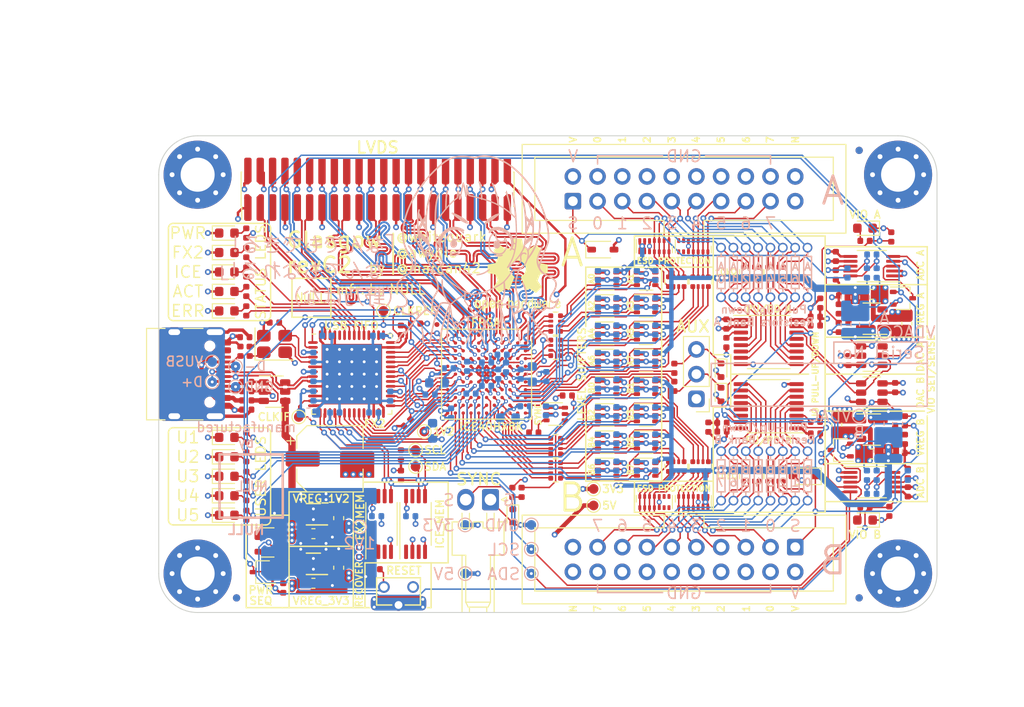
<source format=kicad_pcb>
(kicad_pcb (version 20221018) (generator pcbnew)
  (title_block (title "base board") (rev "C2"))
  (layers (0 "F.Cu" signal) (1 "In1.Cu" power) (2 "In2.Cu" power) (31 "B.Cu" signal) (34 "B.Paste" user) (35 "F.Paste" user) (36 "B.SilkS" user "B.Silkscreen") (37 "F.SilkS" user "F.Silkscreen") (38 "B.Mask" user) (39 "F.Mask" user) (44 "Edge.Cuts" user))
  (net 0 "")
  (net 1 "/SDA")
  (net 2 "+3V3")
  (net 3 "GND")
  (net 4 "/SCL")
  (net 5 "+5V")
  (net 6 "/~{CY_RESET}")
  (net 7 "/SHLD")
  (net 8 "/USB_P")
  (net 9 "/XTALOUT")
  (net 10 "/XTALIN")
  (net 11 "/USB_N")
  (net 12 "/D0")
  (net 13 "/D1")
  (net 14 "/D2")
  (net 15 "/D3")
  (net 16 "/D4")
  (net 17 "/D5")
  (net 18 "/D6")
  (net 19 "/D7")
  (net 20 "/FLAGA")
  (net 21 "/FLAGB")
  (net 22 "/FLAGC")
  (net 23 "/OE")
  (net 24 "/A0")
  (net 25 "/A1")
  (net 26 "/PKTEND")
  (net 27 "/FPGA_DONE")
  (net 28 "/~{FPGA_RESET}")
  (net 29 "+1V2")
  (net 30 "/CLKIF")
  (net 31 "/FLAGD")
  (net 32 "/VUSB")
  (net 33 "/LED_CY")
  (net 34 "Net-(D2-Pad2)")
  (net 35 "Net-(D5-Pad2)")
  (net 36 "/LED_ERR")
  (net 37 "/LED_ACT")
  (net 38 "Net-(D4-Pad2)")
  (net 39 "Net-(D3-Pad2)")
  (net 40 "/LED_FPGA")
  (net 41 "Net-(D1-Pad2)")
  (net 42 "/~{ALERT}")
  (net 43 "/CLKREF")
  (net 44 "/ENVB")
  (net 45 "/ENVA")
  (net 46 "/WR")
  (net 47 "/RD")
  (net 48 "/VCCPLL1")
  (net 49 "/VCCPLL0")
  (net 50 "/GNDPLL1")
  (net 51 "/GNDPLL0")
  (net 52 "Net-(D6-Pad2)")
  (net 53 "Net-(D10-Pad2)")
  (net 54 "Net-(D9-Pad2)")
  (net 55 "Net-(D8-Pad2)")
  (net 56 "Net-(D7-Pad2)")
  (net 57 "/IO_Banks/IO_Buffer_B/Y0")
  (net 58 "/IO_Banks/IO_Buffer_B/Z0")
  (net 59 "/IO_Banks/IO_Buffer_B/Y7")
  (net 60 "/IO_Banks/IO_Buffer_B/Z7")
  (net 61 "/IO_Banks/IO_Buffer_B/Y1")
  (net 62 "/IO_Banks/IO_Buffer_B/Y2")
  (net 63 "/IO_Banks/IO_Buffer_B/Y3")
  (net 64 "/IO_Banks/IO_Buffer_B/Y4")
  (net 65 "/IO_Banks/IO_Buffer_B/Y5")
  (net 66 "/IO_Banks/IO_Buffer_B/Y6")
  (net 67 "/IO_Banks/IO_Buffer_B/Z1")
  (net 68 "/IO_Banks/IO_Buffer_B/Z2")
  (net 69 "/IO_Banks/IO_Buffer_B/Z3")
  (net 70 "/IO_Banks/IO_Buffer_B/Z5")
  (net 71 "/IO_Banks/IO_Buffer_B/Z4")
  (net 72 "/IO_Banks/IO_Buffer_B/Z6")
  (net 73 "/IO_Banks/IO_Buffer_A/Y0")
  (net 74 "/IO_Banks/IO_Buffer_A/Z0")
  (net 75 "/IO_Banks/IO_Buffer_A/Y7")
  (net 76 "/IO_Banks/IO_Buffer_A/Z7")
  (net 77 "/IO_Banks/IO_Buffer_A/Y1")
  (net 78 "/IO_Banks/IO_Buffer_A/Y2")
  (net 79 "/IO_Banks/IO_Buffer_A/Y3")
  (net 80 "/IO_Banks/IO_Buffer_A/Y4")
  (net 81 "/IO_Banks/IO_Buffer_A/Y5")
  (net 82 "/IO_Banks/IO_Buffer_A/Y6")
  (net 83 "/IO_Banks/IO_Buffer_A/Z1")
  (net 84 "/IO_Banks/IO_Buffer_A/Z2")
  (net 85 "/IO_Banks/IO_Buffer_A/Z3")
  (net 86 "/IO_Banks/IO_Buffer_A/Z5")
  (net 87 "/IO_Banks/IO_Buffer_A/Z4")
  (net 88 "/IO_Banks/IO_Buffer_A/Z6")
  (net 89 "/IO_Banks/QB6")
  (net 90 "/IO_Banks/QB5")
  (net 91 "/IO_Banks/QB4")
  (net 92 "/IO_Banks/QB3")
  (net 93 "/IO_Banks/QB2")
  (net 94 "/IO_Banks/QB1")
  (net 95 "/IO_Banks/QB7")
  (net 96 "/IO_Banks/QB0")
  (net 97 "/IO_Banks/QA0")
  (net 98 "/IO_Banks/QA7")
  (net 99 "/IO_Banks/QA1")
  (net 100 "/IO_Banks/QA2")
  (net 101 "/IO_Banks/QA3")
  (net 102 "/IO_Banks/QA4")
  (net 103 "/IO_Banks/QA5")
  (net 104 "/IO_Banks/QA6")
  (net 105 "/IO_Banks/U1")
  (net 106 "/IO_Banks/IO_Buffer_A/VSENSE")
  (net 107 "/IO_Banks/VIOB")
  (net 108 "/IO_Banks/VIOA")
  (net 109 "/IO_Banks/U2")
  (net 110 "/IO_Banks/IO_Buffer_B/VSENSE")
  (net 111 "/IO_Banks/U5")
  (net 112 "/IO_Banks/U4")
  (net 113 "/IO_Banks/U3")
  (net 114 "/IO_Banks/Z0_P")
  (net 115 "/IO_Banks/Z2_N")
  (net 116 "/IO_Banks/Z3_N")
  (net 117 "/IO_Banks/Z3_P")
  (net 118 "/IO_Banks/Z6_P")
  (net 119 "/IO_Banks/Z8_P")
  (net 120 "/IO_Banks/Z10_P")
  (net 121 "/IO_Banks/Z11_P")
  (net 122 "/IO_Banks/Z11_N")
  (net 123 "/IO_Banks/Z0_N")
  (net 124 "/IO_Banks/Z2_P")
  (net 125 "/IO_Banks/Z4_P")
  (net 126 "/IO_Banks/Z5_P")
  (net 127 "/IO_Banks/Z6_N")
  (net 128 "/IO_Banks/Z8_N")
  (net 129 "/IO_Banks/Z10_N")
  (net 130 "/IO_Banks/Z12_N")
  (net 131 "/IO_Banks/Z12_P")
  (net 132 "/IO_Banks/Z1_N")
  (net 133 "/IO_Banks/Z4_N")
  (net 134 "/IO_Banks/Z5_N")
  (net 135 "/IO_Banks/Z7_N")
  (net 136 "/IO_Banks/Z9_P")
  (net 137 "/IO_Banks/Z9_N")
  (net 138 "/IO_Banks/Z1_P")
  (net 139 "/IO_Banks/VIO_AUX")
  (net 140 "/IO_Banks/Z7_P")
  (net 141 "/IO_Banks/DA0")
  (net 142 "/IO_Banks/DA4")
  (net 143 "/IO_Banks/DA6")
  (net 144 "/IO_Banks/DA1")
  (net 145 "/IO_Banks/DA3")
  (net 146 "/IO_Banks/DA5")
  (net 147 "/IO_Banks/DA7")
  (net 148 "/IO_Banks/DB0")
  (net 149 "/IO_Banks/DB4")
  (net 150 "/IO_Banks/DB6")
  (net 151 "/IO_Banks/DB1")
  (net 152 "/IO_Banks/DB3")
  (net 153 "/IO_Banks/DB5")
  (net 154 "/IO_Banks/DB7")
  (net 155 "/IO_Banks/DA2")
  (net 156 "/IO_Banks/DB2")
  (net 157 "/IO_Banks/IO_Buffer_B/VFB")
  (net 158 "/IO_Banks/IO_Buffer_A/VFB")
  (net 159 "/IO_Banks/~{SYNC}")
  (net 160 "Net-(R40-Pad1)")
  (net 161 "Net-(R37-Pad1)")
  (net 162 "Net-(R36-Pad1)")
  (net 163 "Net-(R10-Pad1)")
  (net 164 "Net-(R39-Pad2)")
  (net 165 "Net-(R43-Pad2)")
  (net 166 "Net-(R38-Pad2)")
  (net 167 "Net-(D12-Pad1)")
  (net 168 "Net-(D13-Pad1)")
  (net 169 "Net-(R45-Pad2)")
  (net 170 "Net-(R45-Pad1)")
  (net 171 "Net-(D14-Pad2)")
  (net 172 "Net-(D15-Pad2)")
  (net 173 "Net-(RN1-Pad5)")
  (net 174 "Net-(RN1-Pad6)")
  (net 175 "Net-(RN1-Pad7)")
  (net 176 "Net-(RN2-Pad5)")
  (net 177 "Net-(RN2-Pad6)")
  (net 178 "Net-(RN2-Pad8)")
  (net 179 "Net-(RN2-Pad7)")
  (net 180 "Net-(RN7-Pad5)")
  (net 181 "Net-(RN7-Pad6)")
  (net 182 "Net-(RN7-Pad7)")
  (net 183 "Net-(RN8-Pad5)")
  (net 184 "Net-(RN8-Pad6)")
  (net 185 "Net-(RN8-Pad8)")
  (net 186 "Net-(RN8-Pad7)")
  (net 187 "/xVBUS")
  (net 188 "/CC1")
  (net 189 "/CC2")
  (net 190 "Net-(C44-Pad2)")
  (net 191 "Net-(C44-Pad1)")
  (net 192 "Net-(C58-Pad2)")
  (net 193 "Net-(C58-Pad1)")
  (net 194 "Net-(D18-Pad3)")
  (net 195 "/IO_Banks/IO_Buffer_B/VIO_EN")
  (net 196 "Net-(D19-Pad3)")
  (net 197 "/IO_Banks/IO_Buffer_A/VIO_EN")
  (net 198 "Net-(D24-Pad2)")
  (net 199 "Net-(R4-Pad2)")
  (net 200 "Net-(R6-Pad1)")
  (net 201 "Net-(R56-Pad1)")
  (net 202 "/IO_Banks/IO_Buffer_B/ISNS_H")
  (net 203 "/IO_Banks/IO_Buffer_A/ISNS_H")
  (net 204 "/SWSH")
  (net 205 "Net-(C90-Pad2)")
  (net 206 "Net-(C91-Pad2)")
  (net 207 "/IO_Banks/IO_Buffer_B/X0")
  (net 208 "/IO_Banks/IO_Buffer_A/X0")
  (net 209 "/IO_Banks/IO_Buffer_B/P7")
  (net 210 "/IO_Banks/IO_Buffer_B/P6")
  (net 211 "/IO_Banks/IO_Buffer_B/P5")
  (net 212 "/IO_Banks/IO_Buffer_B/P4")
  (net 213 "/IO_Banks/IO_Buffer_B/P3")
  (net 214 "/IO_Banks/IO_Buffer_B/P2")
  (net 215 "/IO_Banks/IO_Buffer_B/P1")
  (net 216 "/IO_Banks/IO_Buffer_B/P0")
  (net 217 "/IO_Banks/IO_Buffer_A/P7")
  (net 218 "/IO_Banks/IO_Buffer_A/P6")
  (net 219 "/IO_Banks/IO_Buffer_A/P5")
  (net 220 "/IO_Banks/IO_Buffer_A/P4")
  (net 221 "/IO_Banks/IO_Buffer_A/P3")
  (net 222 "/IO_Banks/IO_Buffer_A/P2")
  (net 223 "/IO_Banks/IO_Buffer_A/P1")
  (net 224 "/IO_Banks/IO_Buffer_A/P0")
  (net 225 "/~{MR}")
  (net 226 "/IO_Banks/IO_Buffer_B/VDAC")
  (net 227 "/IO_Banks/IO_Buffer_A/VDAC")
  (footprint "TestPoint:TestPoint_Pad_D1.0mm" (layer "F.Cu") (at 76.4 105)
    (fp_text reference "TP5" hide)
    (fp_text value "SCL")
  )
  (footprint "TestPoint:TestPoint_Pad_D1.0mm" (layer "F.Cu") (at 76.4 103.3)
    (fp_text reference "TP4" hide)
    (fp_text value "SDA")
  )
  (footprint "Fiducial:Fiducial_0.75mm_Mask1.5mm" (layer "F.Cu") (at 58 118.5)
    (fp_text reference "FID1" hide)
    (fp_text value "Fiducial_0.75mm_Mask1.5mm" hide)
  )
  (footprint "Fiducial:Fiducial_0.75mm_Mask1.5mm" (layer "F.Cu") (at 122 72.5)
    (fp_text reference "FID2" hide)
    (fp_text value "Fiducial_0.75mm_Mask1.5mm" hide)
  )
  (footprint "Capacitor_SMD:C_0402_1005Metric" (layer "F.Cu") (at 127 107.6 90)
    (fp_text reference "C30" hide)
    (fp_text value "u1")
  )
  (footprint "Resistor_SMD:R_0402_1005Metric" (layer "F.Cu") (at 59 108 -90)
    (fp_text reference "R22" hide)
    (fp_text value "10k")
  )
  (footprint "Resistor_SMD:R_0402_1005Metric" (layer "F.Cu") (at 59 110 -90)
    (fp_text reference "R23" hide)
    (fp_text value "4k7")
  )
  (footprint "TestPoint:TestPoint_Pad_D1.0mm" (layer "F.Cu") (at 73.1 89)
    (fp_text reference "TP6" hide)
    (fp_text value "CLKREF")
  )
  (footprint "Resistor_SMD:R_0402_1005Metric" (layer "F.Cu") (at 75.55 100.5 45)
    (fp_text reference "R9" hide)
    (fp_text value "100k")
  )
  (footprint "Package_DFN_QFN:Cypress_QFN-56-1EP_8x8mm_P0.5mm_EP6.22x6.22mm_ThermalVias" (layer "F.Cu") (at 69.85 95.5)
    (fp_text reference "U1" hide)
    (fp_text value "CY7C68013A-56LTX")
  )
  (footprint "Resistor_SMD:R_0402_1005Metric" (layer "F.Cu") (at 120.9 90.7 90)
    (fp_text reference "R33" hide)
    (fp_text value "49k9")
  )
  (footprint "LED_SMD:LED_0603_1608Metric" (layer "F.Cu") (at 57 102)
    (fp_text reference "D6" hide)
    (fp_text value "BLU")
  )
  (footprint "LED_SMD:LED_0603_1608Metric" (layer "F.Cu") (at 57 106)
    (fp_text reference "D8" hide)
    (fp_text value "WHT")
  )
  (footprint "LED_SMD:LED_0603_1608Metric" (layer "F.Cu") (at 57 89)
    (fp_text reference "D5" hide)
    (fp_text value "RED")
  )
  (footprint "LED_SMD:LED_0603_1608Metric" (layer "F.Cu") (at 57 87)
    (fp_text reference "D4" hide)
    (fp_text value "YEL")
  )
  (footprint "LED_SMD:LED_0603_1608Metric" (layer "F.Cu") (at 57 85)
    (fp_text reference "D3" hide)
    (fp_text value "GRN")
  )
  (footprint "LED_SMD:LED_0603_1608Metric" (layer "F.Cu") (at 57 83)
    (fp_text reference "D2" hide)
    (fp_text value "GRN")
  )
  (footprint "Resistor_SMD:R_0402_1005Metric" (layer "F.Cu") (at 59 85 90)
    (fp_text reference "R14" hide)
    (fp_text value "20k")
  )
  (footprint "Resistor_SMD:R_0402_1005Metric" (layer "F.Cu") (at 59 87 90)
    (fp_text reference "R15" hide)
    (fp_text value "2k2")
  )
  (footprint "Resistor_SMD:R_0402_1005Metric" (layer "F.Cu") (at 59 104 -90)
    (fp_text reference "R20" hide)
    (fp_text value "10k")
  )
  (footprint "Glasgow:SOT-363_SC-70-6" (layer "F.Cu") (at 100.1 99.7)
    (fp_text reference "U27" hide)
    (fp_text value "SN74LVC1T45DCKR")
  )
  (footprint "Glasgow:SOT-363_SC-70-6" (layer "F.Cu") (at 100.1 96.9)
    (fp_text reference "U26" hide)
    (fp_text value "SN74LVC1T45DCKR")
  )
  (footprint "Glasgow:SOT-363_SC-70-6" (layer "F.Cu") (at 100.1 91.3)
    (fp_text reference "U17" hide)
    (fp_text value "SN74LVC1T45DCKR")
  )
  (footprint "Glasgow:SOT-363_SC-70-6" (layer "F.Cu") (at 96.1 94.1)
    (fp_text reference "U10" hide)
    (fp_text value "SN74LVC1T45DCKR")
  )
  (footprint "Glasgow:SOT-363_SC-70-6" (layer "F.Cu") (at 96.1 91.3)
    (fp_text reference "U9" hide)
    (fp_text value "SN74LVC1T45DCKR")
  )
  (footprint "Glasgow:SOT-363_SC-70-6" (layer "F.Cu") (at 96.1 88.5)
    (fp_text reference "U6" hide)
    (fp_text value "SN74LVC1T45DCKR")
  )
  (footprint "Glasgow:SOT-363_SC-70-6" (layer "F.Cu") (at 96.1 96.9)
    (fp_text reference "U22" hide)
    (fp_text value "SN74LVC1T45DCKR")
  )
  (footprint "Glasgow:SOT-363_SC-70-6" (layer "F.Cu") (at 96.1 102.5)
    (fp_text reference "U24" hide)
    (fp_text value "SN74LVC1T45DCKR")
  )
  (footprint "Glasgow:SOT-363_SC-70-6" (layer "F.Cu") (at 96.1 105.3)
    (fp_text reference "U25" hide)
    (fp_text value "SN74LVC1T45DCKR")
  )
  (footprint "Capacitor_SMD:C_0402_1005Metric" (layer "F.Cu") (at 120.4 87.4 180)
    (fp_text reference "C57" hide)
    (fp_text value "u1")
  )
  (footprint "LED_SMD:LED_0603_1608Metric" (layer "F.Cu") (at 57 81)
    (fp_text reference "D1" hide)
    (fp_text value "GRN")
  )
  (footprint "Glasgow:PinSocket_1x08_P1.27mm_Vertical_DNP" (layer "F.Cu") (at 107.8 87.6 90)
    (fp_text reference "J9" hide)
    (fp_text value "Conn_01x08" hide)
  )
  (footprint "Glasgow:PinSocket_1x08_P1.27mm_Vertical_DNP" (layer "F.Cu") (at 116.7 108.5 -90)
    (fp_text reference "J6" hide)
    (fp_text value "Conn_01x08" hide)
  )
  (footprint "Capacitor_SMD:C_0603_1608Metric" (layer "F.Cu") (at 126.9 90.3 90)
    (fp_text reference "C82" hide)
    (fp_text value "4u7")
  )
  (footprint "Capacitor_SMD:C_0603_1608Metric" (layer "F.Cu") (at 119.7 100.7 -90)
    (fp_text reference "C31" hide)
    (fp_text value "4u7")
  )
  (footprint "Capacitor_SMD:C_0603_1608Metric" (layer "F.Cu") (at 123.3 103.7 180)
    (fp_text reference "C53" hide)
    (fp_text value "4u7")
  )
  (footprint "Resistor_SMD:R_0402_1005Metric" (layer "F.Cu") (at 125.7 102.2 -90)
    (fp_text reference "R28" hide)
    (fp_text value "59k")
  )
  (footprint "Resistor_SMD:R_0402_1005Metric" (layer "F.Cu") (at 125.7 100.3 -90)
    (fp_text reference "R27" hide)
    (fp_text value "49k9")
  )
  (footprint "Fiducial:Fiducial_0.75mm_Mask1.5mm" (layer "F.Cu") (at 122 118.5)
    (fp_text reference "FID3" hide)
    (fp_text value "Fiducial_0.75mm_Mask1.5mm" hide)
  )
  (footprint "Fiducial:Fiducial_0.5mm_Dia_1mm_Outer" (layer "F.Cu") (at 78.6 90.4)
    (fp_text reference "FID8" hide)
    (fp_text value "Fiducial_0.5mm_Dia_1mm_Outer" hide)
  )
  (footprint "Capacitor_SMD:C_0402_1005Metric" (layer "F.Cu") (at 125.7 90.3 90)
    (fp_text reference "C59" hide)
    (fp_text value "u1")
  )
  (footprint "Resistor_SMD:R_0402_1005Metric" (layer "F.Cu") (at 120.9 88.8 90)
    (fp_text reference "R34" hide)
    (fp_text value "59k")
  )
  (footprint "Capacitor_SMD:C_0402_1005Metric" (layer "F.Cu") (at 59.35 93.15 90)
    (fp_text reference "C12" hide)
    (fp_text value "9p")
  )
  (footprint "Resistor_SMD:R_0402_1005Metric" (layer "F.Cu") (at 59 89 90)
    (fp_text reference "R16" hide)
    (fp_text value "10k")
  )
  (footprint "Resistor_SMD:R_0402_1005Metric" (layer "F.Cu") (at 76.4 90.3)
    (fp_text reference "R17" hide)
    (fp_text value "100k")
  )
  (footprint "Resistor_SMD:R_0402_1005Metric" (layer "F.Cu") (at 59 81 90)
    (fp_text reference "R12" hide)
    (fp_text value "20k")
  )
  (footprint "Resistor_SMD:R_0402_1005Metric" (layer "F.Cu") (at 59 83 90)
    (fp_text reference "R13" hide)
    (fp_text value "20k")
  )
  (footprint "Glasgow:Crystal_SMD_3225-4Pin_3.2x2.5mm" (layer "F.Cu") (at 61.9 92.4)
    (fp_text reference "Y1" hide)
    (fp_text value "24M")
  )
  (footprint "Package_BGA:BGA-121_9.0x9.0mm_Layout11x11_P0.8mm_Ball0.4mm_Pad0.35mm_NSMD" (layer "F.Cu") (at 83.7 95.5 -90)
    (fp_text reference "U30" hide)
    (fp_text value "ICE40HX8K-BG121")
  )
  (footprint "Capacitor_SMD:C_0402_1005Metric" (layer "F.Cu") (at 58.85 91.7 180)
    (fp_text reference "C13" hide)
    (fp_text value "u1")
  )
  (footprint "Glasgow:SOT-363_SC-70-6" (layer "F.Cu") (at 100.1 88.5)
    (fp_text reference "U16" hide)
    (fp_text value "SN74LVC1T45DCKR")
  )
  (footprint "Glasgow:SOT-363_SC-70-6" (layer "F.Cu") (at 100.1 85.7)
    (fp_text reference "U11" hide)
    (fp_text value "SN74LVC1T45DCKR")
  )
  (footprint "Resistor_SMD:R_0402_1005Metric" (layer "F.Cu") (at 59 106 -90)
    (fp_text reference "R21" hide)
    (fp_text value "6k8")
  )
  (footprint "LED_SMD:LED_0603_1608Metric" (layer "F.Cu") (at 57 108)
    (fp_text reference "D9" hide)
    (fp_text value "PNK")
  )
  (footprint "Resistor_SMD:R_0402_1005Metric" (layer "F.Cu") (at 59 102 -90)
    (fp_text reference "R11" hide)
    (fp_text value "4k7")
  )
  (footprint "LED_SMD:LED_0603_1608Metric" (layer "F.Cu") (at 57 104)
    (fp_text reference "D7" hide)
    (fp_text value "PNK")
  )
  (footprint "LED_SMD:LED_0603_1608Metric" (layer "F.Cu") (at 57 110)
    (fp_text reference "D10" hide)
    (fp_text value "BLU")
  )
  (footprint "Resistor_SMD:R_0402_1005Metric" (layer "F.Cu") (at 125.3 81.4 90)
    (fp_text reference "R18" hide)
    (fp_text value "10k")
  )
  (footprint "Glasgow:PinSocket_1x08_P1.27mm_Vertical_DNP" (layer "F.Cu") (at 116.7 103.42 -90)
    (fp_text reference "J7" hide)
    (fp_text value "Conn_01x08" hide)
  )
  (footprint "Glasgow:SOT-23-5" (layer "F.Cu") (at 123.3 101.2)
    (fp_text reference "U14" hide)
    (fp_text value "TPS73101DBV")
  )
  (footprint "Capacitor_SMD:C_0402_1005Metric" (layer "F.Cu") (at 107.9 101.4 180)
    (fp_text reference "C29" hide)
    (fp_text value "u1")
  )
  (footprint "Capacitor_SMD:C_0402_1005Metric" (layer "F.Cu") (at 126.2 103.6)
    (fp_text reference "C46" hide)
    (fp_text value "u1")
  )
  (footprint "Resistor_SMD:R_0402_1005Metric" (layer "F.Cu") (at 125.1 109.6 -90)
    (fp_text reference "R19" hide)
    (fp_text value "10k")
  )
  (footprint "Glasgow:SOT-363_SC-70-6" (layer "F.Cu") (at 100.1 94.1)
    (fp_text reference "U18" hide)
    (fp_text value "SN74LVC1T45DCKR")
  )
  (footprint "Glasgow:R_0402_1005Metric_DNP" (layer "F.Cu") (at 70.6 113.8 -90)
    (fp_text reference "R40" hide)
    (fp_text value "DNP")
  )
  (footprint "Package_SO:TSSOP-16_4.4x5mm_P0.65mm" (layer "F.Cu") (at 112.7 92.2)
    (fp_text reference "U19" hide)
    (fp_text value "PCA6408APW")
  )
  (footprint "Resistor_SMD:R_0402_1005Metric" (layer "F.Cu") (at 103 96.75 90)
    (fp_text reference "R39" hide)
    (fp_text value "47R")
  )
  (footprint "Resistor_SMD:R_0402_1005Metric" (layer "F.Cu") (at 103 94.9 -90)
    (fp_text reference "R43" hide)
    (fp_text value "47R")
  )
  (footprint "Glasgow:SOT-363_SC-70-6" (layer "F.Cu") (at 100.1 102.5)
    (fp_text reference "U28" hide)
    (fp_text value "SN74LVC1T45DCKR")
  )
  (footprint "Glasgow:SOT-363_SC-70-6" (layer "F.Cu") (at 96.1 99.7)
    (fp_text reference "U23" hide)
    (fp_text value "SN74LVC1T45DCKR")
  )
  (footprint "Capacitor_SMD:C_0402_1005Metric" (layer "F.Cu") (at 117.515 101.6)
    (fp_text reference "C22" hide)
    (fp_text value "u1")
  )
  (footprint "Resistor_SMD:R_0402_1005Metric" (layer "F.Cu") (at 86.35 107.65 90)
    (fp_text reference "R44" hide)
    (fp_text value "10k")
  )
  (footprint "Resistor_SMD:R_0402_1005Metric" (layer "F.Cu") (at 117.5 100.4)
    (fp_text reference "R36" hide)
    (fp_text value "10k")
  )
  (footprint "Resistor_SMD:R_0402_1005Metric" (layer "F.Cu") (at 107.9 100.5)
    (fp_text reference "R41" hide)
    (fp_text value "2k2")
  )
  (footprint "Capacitor_SMD:C_0402_1005Metric" (layer "F.Cu") (at 108.35 90.35 -90)
    (fp_text reference "C84" hide)
    (fp_text value "u1")
  )
  (footprint "Capacitor_SMD:C_0402_1005Metric" (layer "F.Cu") (at 120.9 100.7 -90)
    (fp_text reference "C45" hide)
    (fp_text value "u1")
  )
  (footprint "Package_SO:TSSOP-16_4.4x5mm_P0.65mm" (layer "F.Cu") (at 112.7 98.8 180)
    (fp_text reference "U5" hide)
    (fp_text value "PCA6408APW")
  )
  (footprint "Resistor_SMD:R_0402_1005Metric" (layer "F.Cu") (at 117.5 90.5 180)
    (fp_text reference "R42" hide)
    (fp_text value "2k2")
  )
  (footprint "Resistor_SMD:R_0402_1005Metric" (layer "F.Cu") (at 119.9 88.8 -90)
    (fp_text reference "R35" hide)
    (fp_text value "24k3")
  )
  (footprint "Resistor_SMD:R_0402_1005Metric" (layer "F.Cu") (at 126.7 102.2 90)
    (fp_text reference "R29" hide)
    (fp_text value "24k3")
  )
  (footprint "Resistor_SMD:R_0402_1005Metric" (layer "F.Cu") (at 92 97.7 180)
    (fp_text reference "R10" hide)
    (fp_text value "2k2")
  )
  (footprint "TestPoint:TestPoint_Pad_D1.0mm" (layer "F.Cu") (at 94.7 107.3)
    (fp_text reference "TP3" hide)
    (fp_text value "3V3")
  )
  (footprint "TestPoint:TestPoint_Pad_D1.0mm" (layer "F.Cu") (at 94.7 109)
    (fp_text reference "TP1" hide)
    (fp_text value "5V")
  )
  (footprint "Resistor_SMD:R_0402_1005Metric" (layer "F.Cu") (at 74.9 105.9 90)
    (fp_text reference "R2" hide)
    (fp_text value "2k2")
  )
  (footprint "Glasgow:D_SOD-523" (layer "F.Cu") (at 107.8 97.6 -90)
    (fp_text reference "D12" hide)
    (fp_text value "ESD5Z5.0T1G")
  )
  (footprint "Resistor_SMD:R_0402_1005Metric" (layer "F.Cu") (at 88.55 101.5 180)
    (fp_text reference "R45" hide)
    (fp_text value "47R")
  )
  (footprint "Connector_PinHeader_2.54mm:PinHeader_1x03_P2.54mm_Vertical" (layer "F.Cu") (at 105.27 98.04 180)
    (fp_text reference "J10" hide)
    (fp_text value "AUX")
  )
  (footprint "Glasgow:MountingHole_3.5mm_Pad_Via_CrtYd" (layer "F.Cu") (at 54 116)
    (fp_text reference "MK1" hide)
    (fp_text value "Mounting_Hole_PAD" hide)
  )
  (footprint "Glasgow:MountingHole_3.5mm_Pad_Via_CrtYd" (layer "F.Cu") (at 54 75)
    (fp_text reference "MK2" hide)
    (fp_text value "Mounting_Hole_PAD" hide)
  )
  (footprint "Glasgow:MountingHole_3.5mm_Pad_Via_CrtYd" (layer "F.Cu") (at 126 116)
    (fp_text reference "MK4" hide)
    (fp_text value "Mounting_Hole_PAD" hide)
  )
  (footprint "Capacitor_SMD:C_0603_1608Metric" (layer "F.Cu") (at 123.3 87.3)
    (fp_text reference "C83" hide)
    (fp_text value "4u7")
  )
  (footprint "Glasgow:MountingHole_3.5mm_Pad_Via_CrtYd" (layer "F.Cu") (at 126 75)
    (fp_text reference "MK3" hide)
    (fp_text value "Mounting_Hole_PAD" hide)
  )
  (footprint "Glasgow:PinSocket_1x08_P1.27mm_Vertical_DNP" (layer "F.Cu") (at 107.8 82.5 90)
    (fp_text reference "J8" hide)
    (fp_text value "Conn_01x08" hide)
  )
  (footprint "LED_SMD:LED_0603_1608Metric" (layer "F.Cu") (at 122.6 80.5 180)
    (fp_text reference "D15" hide)
    (fp_text value "GRN")
  )
  (footprint "Capacitor_SMD:C_0402_1005Metric" (layer "F.Cu") (at 119.6 83.4 -90)
    (fp_text reference "C55" hide)
    (fp_text value "u1")
  )
  (footprint "Connector_IDC:IDC-Header_2x10_P2.54mm_Vertical" (layer "F.Cu") (at 92.57 77.72 90)
    (fp_text reference "J2" hide)
    (fp_text value "IDC-Header_2x10_P2.54mm")
  )
  (footprint "Resistor_SMD:R_0402_1005Metric" (layer "F.Cu") (at 122.6 109.2 180)
    (fp_text reference "R46" hide)
    (fp_text value "20k")
  )
  (footprint "Resistor_SMD:R_0402_1005Metric" (layer "F.Cu") (at 122.6 81.8 180)
    (fp_text reference "R47" hide)
    (fp_text value "20k")
  )
  (footprint "TestPoint:TestPoint_Pad_D1.0mm" (layer "F.Cu") (at 77.3 101.4)
    (fp_text reference "TP2" hide)
    (fp_text value "1V2")
  )
  (footprint "LED_SMD:LED_0603_1608Metric" (layer "F.Cu") (at 122.6 110.5 180)
    (fp_text reference "D14" hide)
    (fp_text value "GRN")
  )
  (footprint "Glasgow:SOT-23-5" (layer "F.Cu") (at 123.3 89.8 180)
    (fp_text reference "U31" hide)
    (fp_text value "TPS73101DBV")
  )
  (footprint "Glasgow:D_SOD-523" (layer "F.Cu") (at 86.4 110.1 -90)
    (fp_text reference "D11" hide)
    (fp_text value "ESD5Z5.0T1G")
  )
  (footprint "Resistor_SMD:R_0402_1005Metric" (layer "F.Cu") (at 74.9 103.8 -90)
    (fp_text reference "R1" hide)
    (fp_text value "2k2")
  )
  (footprint "Glasgow:R_Array_Convex_4x0402" (layer "F.Cu") (at 105.7 105 -90)
    (fp_text reference "RN3" hide)
    (fp_text value "33R")
  )
  (footprint "Glasgow:R_Array_Convex_4x0402" (layer "F.Cu") (at 103.2 105 -90)
    (fp_text reference "RN4" hide)
    (fp_text value "33R")
  )
  (footprint "Glasgow:R_Array_Convex_4x0402" (layer "F.Cu") (at 113.4 106 90)
    (fp_text reference "RN5" hide)
    (fp_text value "10k")
  )
  (footprint "Glasgow:R_Array_Convex_4x0402" (layer "F.Cu") (at 110.9 106 90)
    (fp_text reference "RN6" hide)
    (fp_text value "10k")
  )
  (footprint "Glasgow:R_Array_Convex_4x0402" (layer "F.Cu") (at 90.8 90.3)
    (fp_text reference "RN7" hide)
    (fp_text value "33R")
  )
  (footprint "Glasgow:R_Array_Convex_4x0402" (layer "F.Cu") (at 90.8 92.8)
    (fp_text reference "RN8" hide)
    (fp_text value "33R")
  )
  (footprint "Glasgow:R_Array_Convex_4x0402" (layer "F.Cu") (at 105.7 86 90)
    (fp_text reference "RN10" hide)
    (fp_text value "33R")
  )
  (footprint "Glasgow:R_Array_Convex_4x0402" (layer "F.Cu") (at 110.9 85 -90)
    (fp_text reference "RN11" hide)
    (fp_text value "10k")
  )
  (footprint "Glasgow:R_Array_Convex_4x0402" (layer "F.Cu") (at 113.4 85 -90)
    (fp_text reference "RN12" hide)
    (fp_text value "10k")
  )
  (footprint "Glasgow:SOT-363_SC-70-6" (layer "F.Cu") (at 96.1 85.7)
    (fp_text reference "U4" hide)
    (fp_text value "SN74LVC1T45DCKR")
  )
  (footprint "Glasgow:SOT-363_SC-70-6" (layer "F.Cu") (at 90.8 99.6)
    (fp_text reference "U32" hide)
    (fp_text value "SN74LVC1T45DCKR")
  )
  (footprint "Glasgow:SOT-363_SC-70-6" (layer "F.Cu") (at 100.1 105.3)
    (fp_text reference "U29" hide)
    (fp_text value "SN74LVC1T45DCKR")
  )
  (footprint "Glasgow:D_SOD-523" (layer "F.Cu") (at 107.8 95.1 -90)
    (fp_text reference "D13" hide)
    (fp_text value "ESD5Z5.0T1G")
  )
  (footprint "Glasgow:R_Array_Convex_4x0402" (layer "F.Cu") (at 90.8 105.4)
    (fp_text reference "RN2" hide)
    (fp_text value "33R")
  )
  (footprint "Glasgow:R_Array_Convex_4x0402" (layer "F.Cu") (at 90.8 102.9)
    (fp_text reference "RN1" hide)
    (fp_text value "33R")
  )
  (footprint "Resistor_SMD:R_0402_1005Metric" (layer "F.Cu") (at 108.35 92.25 -90)
    (fp_text reference "R37" hide)
    (fp_text value "10k")
  )
  (footprint "Glasgow:USB_C_Receptacle_HRO_TYPE-C-31-M-12" (layer "F.Cu") (at 52.65 95.5 -90)
    (fp_text reference "J1")
    (fp_text value "USB_C_USB2.0")
  )
  (footprint "Capacitor_SMD:C_0402_1005Metric" (layer "F.Cu") (at 61.9 90.2 180)
    (fp_text reference "C11" hide)
    (fp_text value "9p")
  )
  (footprint "Resistor_SMD:R_0402_1005Metric" (layer "F.Cu") (at 58.4 93.15 -90)
    (fp_text reference "R53" hide)
    (fp_text value "5k1")
  )
  (footprint "Capacitor_SMD:C_0402_1005Metric" (layer "F.Cu") (at 59.05 96.3 180)
    (fp_text reference "C8" hide)
    (fp_text value "u1")
  )
  (footprint "Inductor_SMD:L_0402_1005Metric" (layer "F.Cu") (at 59.05 98.2)
    (fp_text reference "FB1" hide)
    (fp_text value "600R, 0.5A")
  )
  (footprint "Glasgow:SOT-23-6" (layer "F.Cu") (at 61.9 97.3)
    (fp_text reference "U15" hide)
    (fp_text value "TPD3S014")
  )
  (footprint "Resistor_SMD:R_0402_1005Metric" (layer "F.Cu") (at 59.05 97.25 180)
    (fp_text reference "R52" hide)
    (fp_text value "5k1")
  )
  (footprint "Glasgow:D_SOD-323" (layer "F.Cu") (at 116.35 106 180)
    (fp_text reference "D16" hide)
    (fp_text value "CDSOD323-T36S")
  )
  (footprint "Glasgow:D_SOD-323" (layer "F.Cu") (at 95.65 82.7)
    (fp_text reference "D17" hide)
    (fp_text value "CDSOD323-T36S")
  )
  (footprint "Glasgow:SOT-323_SC-70" (layer "F.Cu") (at 120.1 103.3 180)
    (fp_text reference "D18" hide)
    (fp_text value "BAT54CW")
  )
  (footprint "Glasgow:SOT-323_SC-70" (layer "F.Cu") (at 126.5 87.7)
    (fp_text reference "D19" hide)
    (fp_text value "BAT54CW")
  )
  (footprint "Resistor_SMD:R_0402_1005Metric" (layer "F.Cu") (at 126.7 100.3 -90)
    (fp_text reference "R26" hide)
    (fp_text value "10k")
  )
  (footprint "Package_SO:VSSOP-10_3x3mm_P0.5mm" (layer "F.Cu") (at 123.3 106.6)
    (fp_text reference "U12" hide)
    (fp_text value "INA233")
  )
  (footprint "Glasgow:UDFN-14_3.5x1.35mm_P0.5mm" (layer "F.Cu") (at 100.95 108.65 90)
    (fp_text reference "D21" hide)
    (fp_text value "SP3012-06UTG")
  )
  (footprint "Glasgow:UDFN-14_3.5x1.35mm_P0.5mm" (layer "F.Cu") (at 104.95 82.35 -90)
    (fp_text reference "D23" hide)
    (fp_text value "SP3012-06UTG")
  )
  (footprint "Capacitor_SMD:C_0402_1005Metric" (layer "F.Cu") (at 62.4 110.6 180)
    (fp_text reference "C16" hide)
    (fp_text value "u1")
  )
  (footprint "Capacitor_SMD:C_0402_1005Metric" (layer "F.Cu") (at 74.9 90.985 90)
    (fp_text reference "C88" hide)
    (fp_text value "u1")
  )
  (footprint "Glasgow:SOT-323_SC-70" (layer "F.Cu") (at 60.7 115.85 180)
    (fp_text reference "D24" hide)
    (fp_text value "BAT54AW")
  )
  (footprint "Resistor_SMD:R_0402_1005Metric" (layer "F.Cu") (at 62.8 117.485 90)
    (fp_text reference "R4" hide)
    (fp_text value "100k")
  )
  (footprint "Resistor_SMD:R_0402_1005Metric" (layer "F.Cu") (at 62.8 115.585 90)
    (fp_text reference "R5" hide)
    (fp_text value "100k")
  )
  (footprint "Resistor_SMD:R_0402_1005Metric" (layer "F.Cu") (at 106.5 100.95 -90)
    (fp_text reference "R57" hide)
    (fp_text value "2k2")
  )
  (footprint "Resistor_SMD:R_0402_1005Metric" (layer "F.Cu") (at 118 88.2 90)
    (fp_text reference "R58" hide)
    (fp_text value "2k2")
  )
  (footprint "Resistor_SMD:R_0402_1005Metric" (layer "F.Cu") (at 87.3 107.65 90)
    (fp_text reference "R38" hide)
    (fp_text value "47R")
  )
  (footprint "Glasgow:PinHeader_2x22_P1.27mm_Vertical__SMD" (layer "F.Cu") (at 72.5 76.5 90)
    (fp_text reference "J5" hide)
    (fp_text value "PinHeader_2x22_P1.27mm")
  )
  (footprint "Resistor_SMD:R_0402_1005Metric" (layer "F.Cu") (at 59.05 99.15 180)
    (fp_text reference "R3" hide)
    (fp_text value "100k")
  )
  (footprint "TestPoint:TestPoint_Pad_D1.0mm" (layer "F.Cu") (at 64.4 99.9)
    (fp_text reference "TP7" hide)
    (fp_text value "3V3")
  )
  (footprint "Capacitor_SMD:CP_Elec_6.3x5.9" (layer "F.Cu") (at 67.6 104.2)
    (fp_text reference "C87" hide)
    (fp_text value "150u")
  )
  (footprint "Package_SO:TSSOP-8_4.4x3mm_P0.65mm" (layer "F.Cu") (at 76.4 110.9 90)
    (fp_text reference "U2" hide)
    (fp_text value "CAT24M01X")
  )
  (footprint "Package_SO:TSSOP-8_4.4x3mm_P0.65mm" (layer "F.Cu") (at 72.9 110.9 90)
    (fp_text reference "U3" hide)
    (fp_text value "BL24C256A-SFRC")
  )
  (footprint "Glasgow:Molex_KK-254_1x02_P2.54mm_Horizontal" (layer "F.Cu") (at 84.1 108.4)
    (fp_text reference "J4" hide)
    (fp_text value "Conn_01x02")
  )
  (footprint "Glasgow:DFN-6-1EP_2x2mm_P0.65mm_EP1x1.6mm_ThermalVias" (layer "F.Cu") (at 65.9 115 180)
    (fp_text reference "U8" hide)
    (fp_text value "TLV75533PDRVR")
  )
  (footprint "Glasgow:DFN-6-1EP_2x2mm_P0.65mm_EP1x1.6mm_ThermalVias" (layer "F.Cu") (at 65.9 109.9 180)
    (fp_text reference "U36" hide)
    (fp_text value "TLV73312PQDRVR")
  )
  (footprint "Capacitor_SMD:C_0603_1608Metric" (layer "F.Cu") (at 65.9 111.9 180)
    (fp_text reference "C86" hide)
    (fp_text value "4u7")
  )
  (footprint "Capacitor_SMD:C_0603_1608Metric" (layer "F.Cu") (at 65.9 117 180)
    (fp_text reference "C26" hide)
    (fp_text value "4u7")
  )
  (footprint "Capacitor_SMD:C_0603_1608Metric" (layer "F.Cu") (at 68.5 110.3 90)
    (fp_text reference "C27" hide)
    (fp_text value "4u7")
  )
  (footprint "Capacitor_SMD:C_0603_1608Metric" (layer "F.Cu") (at 68.5 115.4 90)
    (fp_text reference "C28" hide)
    (fp_text value "4u7")
  )
  (footprint "Connector_IDC:IDC-Header_2x10_P2.54mm_Vertical" (layer "F.Cu") (at 115.43 113.28 -90)
    (fp_text reference "J3" hide)
    (fp_text value "IDC-Header_2x10_P2.54mm")
  )
  (footprint "Glasgow:SOT-143" (layer "F.Cu") (at 61.2 112.8)
    (fp_text reference "U7" hide)
    (fp_text value "APX811-40UG-7")
  )
  (footprint "Glasgow:UDFN-14_3.5x1.35mm_P0.5mm" (layer "F.Cu") (at 104.95 108.65 90)
    (fp_text reference "D20" hide)
    (fp_text value "SP3012-06UTG")
  )
  (footprint "Glasgow:R_Array_Convex_4x0402" (layer "F.Cu") (at 103.2 86 90)
    (fp_text reference "RN9" hide)
    (fp_text value "33R")
  )
  (footprint "Package_SO:VSSOP-10_3x3mm_P0.5mm" (layer "F.Cu") (at 123.3 84.4 180)
    (fp_text reference "U21" hide)
    (fp_text value "INA233")
  )
  (footprint "Capacitor_SMD:C_0402_1005Metric" (layer "F.Cu") (at 72.25 115.55 180)
    (fp_text reference "C89" hide)
    (fp_text value "u1")
  )
  (footprint "Glasgow:C_0402_1005Metric_DNP" (layer "F.Cu") (at 127 105.7 -90)
    (fp_text reference "C90" hide)
    (fp_text value "DNP")
  )
  (footprint "Glasgow:C_0402_1005Metric_DNP" (layer "F.Cu") (at 119.6 85.3 90)
    (fp_text reference "C91" hide)
    (fp_text value "DNP")
  )
  (footprint "Glasgow:UDFN-14_3.5x1.35mm_P0.5mm" (layer "F.Cu") (at 100.95 82.35 -90)
    (fp_text reference "D22" hide)
    (fp_text value "SP3012-06UTG")
  )
  (footprint "Capacitor_SMD:C_0402_1005Metric" (layer "F.Cu") (at 120.9 94.1 -90)
    (fp_text reference "C56" hide)
    (fp_text value "u1")
  )
  (footprint "Glasgow:SOT-23-6" (layer "F.Cu") (at 123.3 93.6)
    (fp_text reference "U20" hide)
    (fp_text value "DAC081C081CIMK")
  )
  (footprint "Resistor_SMD:R_0402_1005Metric" (layer "F.Cu") (at 119.9 90.7 90)
    (fp_text reference "R55" hide)
    (fp_text value "10k")
  )
  (footprint "Glasgow:SOT-23-6" (layer "F.Cu") (at 123.3 97.4 180)
    (fp_text reference "U13" hide)
    (fp_text value "DAC081C081CIMK")
  )
  (footprint "Capacitor_SMD:C_0402_1005Metric" (layer "F.Cu") (at 125.7 96.885 90)
    (fp_text reference "C32" hide)
    (fp_text value "u1")
  )
  (footprint "Glasgow:SW_Tactile_SPST_Angled_TC-1109DE" (layer "F.Cu") (at 74.65 117.38 180)
    (fp_text reference "SW1")
    (fp_text value "RST")
  )
  (footprint "Symbol:OSHW-Logo2_9.8x8mm_SilkScreen" (layer "F.Cu") (at 86.9 85.3)
    (fp_text reference "REF**" hide)
    (fp_text value "OSHW-Logo2_9.8x8mm_SilkScreen" hide)
  )
  (footprint "pkl_logos:null_Logo_SilkS_4mm" (layer "F.Cu") (at 65.7 87.65)
    (fp_text reference "REF**" hide)
    (fp_text value "null_Logo_SilkS_4mm" hide)
  )
  (footprint "Capacitor_SMD:C_0402_1005Metric" (layer "F.Cu") (at 117.5 89.6)
    (fp_text reference "C54" hide)
    (fp_text value "u1")
  )
  (footprint "Fiducial:Fiducial_0.75mm_Mask1.5mm" (layer "B.Cu") (at 58 118.5)
    (fp_text reference "FID4" hide)
    (fp_text value "Fiducial_0.75mm_Mask1.5mm" hide)
  )
  (footprint "Fiducial:Fiducial_0.75mm_Mask1.5mm" (layer "B.Cu") (at 122 72.5)
    (fp_text reference "FID5" hide)
    (fp_text value "Fiducial_0.75mm_Mask1.5mm" hide)
  )
  (footprint "Capacitor_SMD:C_0402_1005Metric" (layer "B.Cu") (at 83.7 96.7 180)
    (fp_text reference "C23" hide)
    (fp_text value "u1")
  )
  (footprint "Capacitor_SMD:C_0402_1005Metric" (layer "B.Cu") (at 84.9 95.5 90)
    (fp_text reference "C77" hide)
    (fp_text value "u1")
  )
  (footprint "Capacitor_SMD:C_0402_1005Metric" (layer "B.Cu") (at 99.15 93.75 -90)
    (fp_text reference "C48" hide)
    (fp_text value "u1")
  )
  (footprint "Capacitor_SMD:C_0402_1005Metric" (layer "B.Cu") (at 101.05 85.35 -90)
    (fp_text reference "C49" hide)
    (fp_text value "u1")
  )
  (footprint "Capacitor_SMD:C_0402_1005Metric" (layer "B.Cu") (at 101.05 93.75 -90)
    (fp_text reference "C52" hide)
    (fp_text value "u1")
  )
  (footprint "Capacitor_SMD:C_0402_1005Metric" (layer "B.Cu") (at 97.05 96.5 -90)
    (fp_text reference "C64" hide)
    (fp_text value "u1")
  )
  (footprint "Capacitor_SMD:C_0402_1005Metric" (layer "B.Cu") (at 97.05 90.95 -90)
    (fp_text reference "C40" hide)
    (fp_text value "u1")
  )
  (footprint "Capacitor_SMD:C_0402_1005Metric" (layer "B.Cu") (at 99.15 96.55 -90)
    (fp_text reference "C68" hide)
    (fp_text value "u1")
  )
  (footprint "Capacitor_SMD:C_0402_1005Metric" (layer "B.Cu") (at 99.15 99.35 -90)
    (fp_text reference "C69" hide)
    (fp_text value "u1")
  )
  (footprint "Capacitor_SMD:C_0402_1005Metric" (layer "B.Cu") (at 99.15 102.15 -90)
    (fp_text reference "C70" hide)
    (fp_text value "u1")
  )
  (footprint "Capacitor_SMD:C_0402_1005Metric" (layer "B.Cu") (at 99.15 104.95 -90)
    (fp_text reference "C71" hide)
    (fp_text value "u1")
  )
  (footprint "Capacitor_SMD:C_0402_1005Metric" (layer "B.Cu") (at 101.05 96.55 -90)
    (fp_text reference "C72" hide)
    (fp_text value "u1")
  )
  (footprint "Capacitor_SMD:C_0402_1005Metric" (layer "B.Cu") (at 101.05 99.35 -90)
    (fp_text reference "C73" hide)
    (fp_text value "u1")
  )
  (footprint "Capacitor_SMD:C_0402_1005Metric" (layer "B.Cu") (at 101.05 102.15 -90)
    (fp_text reference "C74" hide)
    (fp_text value "u1")
  )
  (footprint "Capacitor_SMD:C_0402_1005Metric" (layer "B.Cu") (at 82.1 97.5)
    (fp_text reference "C18" hide)
    (fp_text value "u1")
  )
  (footprint "Capacitor_SMD:C_0402_1005Metric" (layer "B.Cu") (at 83.7 94.3 180)
    (fp_text reference "C33" hide)
    (fp_text value "u1")
  )
  (footprint "Capacitor_SMD:C_0402_1005Metric" (layer "B.Cu") (at 79.815 94.9 180)
    (fp_text reference "C78" hide)
    (fp_text value "u1")
  )
  (footprint "Resistor_SMD:R_0402_1005Metric" (layer "B.Cu") (at 77.9 97.6 180)
    (fp_text reference "R31" hide)
    (fp_text value "100R")
  )
  (footprint "Capacitor_SMD:C_0603_1608Metric" (layer "B.Cu") (at 78.6 96.4 180)
    (fp_text reference "C76" hide)
    (fp_text value "4u7")
  )
  (footprint "Capacitor_SMD:C_0402_1005Metric" (layer "B.Cu") (at 85.3 93.5)
    (fp_text reference "C24" hide)
    (fp_text value "u1")
  )
  (footprint "Capacitor_SMD:C_0402_1005Metric" (layer "B.Cu") (at 67.3 91.55)
    (fp_text reference "C7" hide)
    (fp_text value "u1")
  )
  (footprint "Capacitor_SMD:C_0402_1005Metric" (layer "B.Cu") (at 72.1 99.45 180)
    (fp_text reference "C6" hide)
    (fp_text value "u1")
  )
  (footprint "Capacitor_SMD:C_0402_1005Metric" (layer "B.Cu") (at 65.9 93.765 -90)
    (fp_text reference "C9" hide)
    (fp_text value "u1")
  )
  (footprint "Capacitor_SMD:C_0402_1005Metric" (layer "B.Cu") (at 68.1 99.45)
    (fp_text reference "C10" hide)
    (fp_text value "u1")
  )
  (footprint "Capacitor_SMD:C_0402_1005Metric" (layer "B.Cu") (at 72.5 91.55 180)
    (fp_text reference "C5" hide)
    (fp_text value "u1")
  )
  (footprint "Capacitor_SMD:C_0603_1608Metric" (layer "B.Cu") (at 65.4 99.5)
    (fp_text reference "C1" hide)
    (fp_text value "4u7")
  )
  (footprint "Capacitor_SMD:C_0402_1005Metric" (layer "B.Cu") (at 65.9 97.75 -90)
    (fp_text reference "C2" hide)
    (fp_text value "u1")
  )
  (footprint "Capacitor_SMD:C_0402_1005Metric" (layer "B.Cu") (at 65.9 95.75 -90)
    (fp_text reference "C3" hide)
    (fp_text value "u1")
  )
  (footprint "Capacitor_SMD:C_0402_1005Metric" (layer "B.Cu") (at 73.8 97.765 -90)
    (fp_text reference "C4" hide)
    (fp_text value "u1")
  )
  (footprint "Capacitor_SMD:C_0402_1005Metric" (layer "B.Cu") (at 80.05 99.5 90)
    (fp_text reference "C81" hide)
    (fp_text value "u1")
  )
  (footprint "Resistor_SMD:R_0402_1005Metric" (layer "B.Cu") (at 89.85 95.75 90)
    (fp_text reference "R32" hide)
    (fp_text value "100R")
  )
  (footprint "Capacitor_SMD:C_0402_1005Metric" (layer "B.Cu") (at 97.05 85.35 -90)
    (fp_text reference "C38" hide)
    (fp_text value "u1")
  )
  (footprint "Capacitor_SMD:C_0402_1005Metric" (layer "B.Cu") (at 95.15 85.35 -90)
    (fp_text reference "C34" hide)
    (fp_text value "u1")
  )
  (footprint "Capacitor_SMD:C_0402_1005Metric" (layer "B.Cu") (at 95.15 96.5 -90)
    (fp_text reference "C60" hide)
    (fp_text value "u1")
  )
  (footprint "Capacitor_SMD:C_0402_1005Metric" (layer "B.Cu") (at 97.05 99.35 -90)
    (fp_text reference "C65" hide)
    (fp_text value "u1")
  )
  (footprint "Capacitor_SMD:C_0402_1005Metric" (layer "B.Cu") (at 95.15 99.35 -90)
    (fp_text reference "C61" hide)
    (fp_text value "u1")
  )
  (footprint "Capacitor_SMD:C_0402_1005Metric" (layer "B.Cu") (at 95.15 102.15 -90)
    (fp_text reference "C62" hide)
    (fp_text value "u1")
  )
  (footprint "Capacitor_SMD:C_0402_1005Metric" (layer "B.Cu") (at 97.05 102.15 -90)
    (fp_text reference "C66" hide)
    (fp_text value "u1")
  )
  (footprint "Capacitor_SMD:C_0402_1005Metric" (layer "B.Cu") (at 95.15 104.95 -90)
    (fp_text reference "C63" hide)
    (fp_text value "u1")
  )
  (footprint "Capacitor_SMD:C_0402_1005Metric" (layer "B.Cu") (at 97.05 104.95 -90)
    (fp_text reference "C67" hide)
    (fp_text value "u1")
  )
  (footprint "Capacitor_SMD:C_0402_1005Metric" (layer "B.Cu") (at 95.15 88.15 -90)
    (fp_text reference "C35" hide)
    (fp_text value "u1")
  )
  (footprint "Capacitor_SMD:C_0402_1005Metric" (layer "B.Cu") (at 95.15 93.75 -90)
    (fp_text reference "C37" hide)
    (fp_text value "u1")
  )
  (footprint "Capacitor_SMD:C_0402_1005Metric" (layer "B.Cu") (at 95.15 90.95 -90)
    (fp_text reference "C36" hide)
    (fp_text value "u1")
  )
  (footprint "Capacitor_SMD:C_0402_1005Metric" (layer "B.Cu") (at 81.7 94.7 -90)
    (fp_text reference "C25" hide)
    (fp_text value "u1")
  )
  (footprint "Glasgow:nono_hana_lines" (layer "B.Cu") (at 73.8 82.5 180)
    (fp_text reference "NONO_HANA" hide)
    (fp_text value "MECHOKKU" hide)
  )
  (footprint "Capacitor_SMD:C_0402_1005Metric" (layer "B.Cu") (at 99.15 85.35 -90)
    (fp_text reference "C42" hide)
    (fp_text value "u1")
  )
  (footprint "Capacitor_SMD:C_0402_1005Metric" (layer "B.Cu") (at 99.15 88.15 -90)
    (fp_text reference "C43" hide)
    (fp_text value "u1")
  )
  (footprint "Capacitor_SMD:C_0402_1005Metric" (layer "B.Cu") (at 99.15 90.95 -90)
    (fp_text reference "C47" hide)
    (fp_text value "u1")
  )
  (footprint "Capacitor_SMD:C_0402_1005Metric" (layer "B.Cu") (at 97.05 93.75 -90)
    (fp_text reference "C41" hide)
    (fp_text value "u1")
  )
  (footprint "Fiducial:Fiducial_0.75mm_Mask1.5mm" (layer "B.Cu") (at 122 118.5)
    (fp_text reference "FID6" hide)
    (fp_text value "Fiducial_0.75mm_Mask1.5mm" hide)
  )
  (footprint "Capacitor_SMD:C_0603_1608Metric" (layer "B.Cu") (at 85.9 100)
    (fp_text reference "C19" hide)
    (fp_text value "4u7")
  )
  (footprint "TestPoint:TestPoint_Pad_D1.0mm" (layer "B.Cu") (at 88.3 111)
    (fp_text reference "TP12" hide)
    (fp_text value "GND")
  )
  (footprint "TestPoint:TestPoint_Pad_D1.0mm" (layer "B.Cu") (at 88.3 113.5)
    (fp_text reference "TP11" hide)
    (fp_text value "SCL")
  )
  (footprint "TestPoint:TestPoint_Pad_D1.0mm" (layer "B.Cu") (at 88.3 116)
    (fp_text reference "TP10" hide)
    (fp_text value "SDA")
  )
  (footprint "TestPoint:TestPoint_Pad_D1.0mm" (layer "B.Cu") (at 81.5 116)
    (fp_text reference "TP8" hide)
    (fp_text value "5V")
  )
  (footprint "TestPoint:TestPoint_Pad_D1.0mm" (layer "B.Cu") (at 81.5 111)
    (fp_text reference "TP9" hide)
    (fp_text value "3V3")
  )
  (footprint "TestPoint:TestPoint_Pad_D1.0mm" (layer "B.Cu") (at 55.5 94.25)
    (fp_text reference "TP13" hide)
    (fp_text value "VBUS")
  )
  (footprint "TestPoint:TestPoint_Pad_D1.0mm" (layer "B.Cu") (at 57.9 96.8)
    (fp_text reference "TP14" hide)
    (fp_text value "USBGND")
  )
  (footprint "TestPoint:TestPoint_Pad_D1.0mm" (layer "B.Cu") (at 57.9 94.7)
    (fp_text reference "TP16" hide)
    (fp_text value "USBDM")
  )
  (footprint "TestPoint:TestPoint_Pad_D1.0mm" (layer "B.Cu") (at 55.5 96.3)
    (fp_text reference "TP15" hide)
    (fp_text value "USBDP")
  )
  (footprint "Capacitor_SMD:C_0603_1608Metric" (layer "B.Cu") (at 88.4 95.5 90)
    (fp_text reference "C80" hide)
    (fp_text value "4u7")
  )
  (footprint "Capacitor_SMD:C_0402_1005Metric" (layer "B.Cu") (at 89.8 99.25 -90)
    (fp_text reference "C85" hide)
    (fp_text value "u1")
  )
  (footprint "Capacitor_SMD:C_0402_1005Metric" (layer "B.Cu") (at 85.7 94.8 90)
    (fp_text reference "C21" hide)
    (fp_text value "u1")
  )
  (footprint "Capacitor_SMD:C_0402_1005Metric" (layer "B.Cu") (at 87.2 95.5 90)
    (fp_text reference "C79" hide)
    (fp_text value "u1")
  )
  (footprint "TestPoint:TestPoint_Pad_D1.0mm" (layer "B.Cu") (at 70.65 111.2)
    (fp_text reference "TP17" hide)
    (fp_text value "1V2")
  )
  (footprint "Resistor_SMD:R_0603_1608Metric" (layer "B.Cu") (at 124.05 103.4 -90)
    (fp_text reference "R48" hide)
    (fp_text value "0R15")
  )
  (footprint "Resistor_SMD:R_0603_1608Metric" (layer "B.Cu") (at 122.55 87.6 90)
    (fp_text reference "R49" hide)
    (fp_text value "0R15")
  )
  (footprint "TestPoint:TestPoint_Pad_D1.0mm" (layer "B.Cu") (at 122 99.8)
    (fp_text reference "TP18" hide)
    (fp_text value "VDAC")
  )
  (footprint "TestPoint:TestPoint_Pad_D1.0mm" (layer "B.Cu") (at 124.6 91.2)
    (fp_text reference "TP19" hide)
    (fp_text value "VDAC")
  )
  (footprint "Capacitor_SMD:C_0402_1005Metric" (layer "B.Cu") (at 101.05 104.95 -90)
    (fp_text reference "C75" hide)
    (fp_text value "u1")
  )
  (footprint "Capacitor_SMD:C_0402_1005Metric" (layer "B.Cu") (at 101.05 90.95 -90)
    (fp_text reference "C51" hide)
    (fp_text value "u1")
  )
  (footprint "Capacitor_SMD:C_0402_1005Metric" (layer "B.Cu") (at 97.05 88.15 -90)
    (fp_text reference "C39" hide)
    (fp_text value "u1")
  )
  (footprint "Capacitor_SMD:C_0402_1005Metric" (layer "B.Cu") (at 101.05 88.15 -90)
    (fp_text reference "C50" hide)
    (fp_text value "u1")
  )
  (footprint "Capacitor_SMD:C_0402_1005Metric" (layer "B.Cu") (at 123.3 107.8 180)
    (fp_text reference "C44" hide)
    (fp_text value "u1")
  )
  (footprint "Capacitor_SMD:C_0402_1005Metric" (layer "B.Cu") (at 123.3 83.2)
    (fp_text reference "C58" hide)
    (fp_text value "u1")
  )
  (footprint "Resistor_SMD:R_0402_1005Metric" (layer "B.Cu") (at 123.8 105.9 -90)
    (fp_text reference "R25" hide)
    (fp_text value "4R7")
  )
  (footprint "Resistor_SMD:R_0402_1005Metric" (layer "B.Cu") (at 122.8 85.1 90)
    (fp_text reference "R54" hide)
    (fp_text value "4R7")
  )
  (footprint "Glasgow:R_0603_1608Metric_DNP" (layer "B.Cu") (at 125.95 100.6 -90)
    (fp_text reference "R6" hide)
    (fp_text value "DNP")
  )
  (footprint "Resistor_SMD:R_0603_1608Metric" (layer "B.Cu") (at 124.05 100.6 -90)
    (fp_text reference "R7" hide)
    (fp_text value "0R33")
  )
  (footprint "Glasgow:R_0603_1608Metric_DNP" (layer "B.Cu") (at 120.65 90.4 90)
    (fp_text reference "R8" hide)
    (fp_text value "DNP")
  )
  (footprint "Resistor_SMD:R_0603_1608Metric" (layer "B.Cu") (at 122.55 90.4 90)
    (fp_text reference "R56" hide)
    (fp_text value "0R33")
  )
  (footprint "Capacitor_SMD:C_0402_1005Metric" (layer "B.Cu") (at 75.9 110.1)
    (fp_text reference "C17" hide)
    (fp_text value "u1")
  )
  (footprint "Capacitor_SMD:C_0402_1005Metric" (layer "B.Cu") (at 72.4 110.1)
    (fp_text reference "C15" hide)
    (fp_text value "u1")
  )
  (footprint "Capacitor_SMD:C_0402_1005Metric" (layer "B.Cu") (at 87.65 98.8)
    (fp_text reference "C20" hide)
    (fp_text value "u1")
  )
  (footprint "Capacitor_SMD:C_0603_1608Metric" (layer "B.Cu") (at 78.15 101.325 -90)
    (fp_text reference "C14" hide)
    (fp_text value "4u7")
  )
  (footprint "Resistor_SMD:R_0402_1005Metric" (layer "B.Cu") (at 122.8 105.9 -90)
    (fp_text reference "R24" hide)
    (fp_text value "4R7")
  )
  (footprint "Resistor_SMD:R_0402_1005Metric" (layer "B.Cu") (at 123.8 85.1 90)
    (fp_text reference "R30" hide)
    (fp_text value "4R7")
  )
  (footprint "Resistor_SMD:R_0402_1005Metric" (layer "B.Cu") (at 127 105.9 90)
    (fp_text reference "R59" hide)
    (fp_text value "4R7")
  )
  (footprint "Resistor_SMD:R_0402_1005Metric" (layer "B.Cu") (at 120.8 85.1 -90)
    (fp_text reference "R60" hide)
    (fp_text value "4R7")
  )
  (footprint "Glasgow:R_0603_1608Metric_DNP" (layer "B.Cu") (at 125.95 103.4 -90)
    (fp_text reference "R50" hide)
    (fp_text value "DNP")
  )
  (footprint "pkl_logos:null_Logo_SilkS_6.5mm" (layer "B.Cu") (at 59.5 107 180)
    (fp_text reference "REF**" hide)
    (fp_text value "null_Logo_SilkS_6.5mm" hide)
  )
  (footprint "Glasgow:R_0603_1608Metric_DNP" (layer "B.Cu") (at 120.65 87.6 90)
    (fp_text reference "R51" hide)
    (fp_text value "DNP")
  )
  (gr_line (start 95.11 117.95) (end 101.8 117.95) (stroke (width 0.15)) (layer "B.SilkS"))
  (gr_line (start 112.89 117.95) (end 106.2 117.95) (stroke (width 0.15)) (layer "B.SilkS"))
  (gr_line (start 112.89 117.1) (end 112.89 117.95) (stroke (width 0.15)) (layer "B.SilkS"))
  (gr_line (start 95.11 117.1) (end 95.11 117.95) (stroke (width 0.15)) (layer "B.SilkS"))
  (gr_line (start 95.11 73.9) (end 95.11 73.05) (stroke (width 0.15)) (layer "B.SilkS"))
  (gr_line (start 112.89 73.05) (end 106.2 73.05) (stroke (width 0.15)) (layer "B.SilkS"))
  (gr_line (start 112.89 73.9) (end 112.89 73.05) (stroke (width 0.15)) (layer "B.SilkS"))
  (gr_line (start 95.11 73.05) (end 101.8 73.05) (stroke (width 0.15)) (layer "B.SilkS"))
  (gr_line (start 115.83 107.6) (end 115.83 104.3) (stroke (width 0.15)) (layer "B.SilkS"))
  (gr_line (start 115.43 107.6) (end 115.83 107.6) (stroke (width 0.15)) (layer "B.SilkS"))
  (gr_line (start 115.43 107.6) (end 115.43 107.9) (stroke (width 0.15)) (layer "B.SilkS"))
  (gr_line (start 115.83 104.3) (end 115.43 104.3) (stroke (width 0.15)) (layer "B.SilkS"))
  (gr_line (start 115.43 104) (end 115.43 104.3) (stroke (width 0.15)) (layer "B.SilkS"))
  (gr_line (start 115.43 104.3) (end 115.03 104.3) (stroke (width 0.15)) (layer "B.SilkS"))
  (gr_line (start 115.03 107.6) (end 115.43 107.6) (stroke (width 0.15)) (layer "B.SilkS"))
  (gr_line (start 115.03 104.3) (end 115.03 107.6) (stroke (width 0.15)) (layer "B.SilkS"))
  (gr_line (start 114.16 107.6) (end 114.56 107.6) (stroke (width 0.15)) (layer "B.SilkS"))
  (gr_line (start 113.76 107.6) (end 114.16 107.6) (stroke (width 0.15)) (layer "B.SilkS"))
  (gr_line (start 114.56 107.6) (end 114.56 104.3) (stroke (width 0.15)) (layer "B.SilkS"))
  (gr_line (start 114.16 104) (end 114.16 104.3) (stroke (width 0.15)) (layer "B.SilkS"))
  (gr_line (start 114.16 104.3) (end 113.76 104.3) (stroke (width 0.15)) (layer "B.SilkS"))
  (gr_line (start 113.76 104.3) (end 113.76 107.6) (stroke (width 0.15)) (layer "B.SilkS"))
  (gr_line (start 114.56 104.3) (end 114.16 104.3) (stroke (width 0.15)) (layer "B.SilkS"))
  (gr_line (start 114.16 107.6) (end 114.16 107.9) (stroke (width 0.15)) (layer "B.SilkS"))
  (gr_line (start 112.89 104.3) (end 112.49 104.3) (stroke (width 0.15)) (layer "B.SilkS"))
  (gr_line (start 112.49 104.3) (end 112.49 107.6) (stroke (width 0.15)) (layer "B.SilkS"))
  (gr_line (start 113.29 104.3) (end 112.89 104.3) (stroke (width 0.15)) (layer "B.SilkS"))
  (gr_line (start 113.29 107.6) (end 113.29 104.3) (stroke (width 0.15)) (layer "B.SilkS"))
  (gr_line (start 112.89 104) (end 112.89 104.3) (stroke (width 0.15)) (layer "B.SilkS"))
  (gr_line (start 112.89 107.6) (end 113.29 107.6) (stroke (width 0.15)) (layer "B.SilkS"))
  (gr_line (start 112.89 107.6) (end 112.89 107.9) (stroke (width 0.15)) (layer "B.SilkS"))
  (gr_line (start 112.49 107.6) (end 112.89 107.6) (stroke (width 0.15)) (layer "B.SilkS"))
  (gr_line (start 111.62 107.6) (end 112.02 107.6) (stroke (width 0.15)) (layer "B.SilkS"))
  (gr_line (start 111.22 104.3) (end 111.22 107.6) (stroke (width 0.15)) (layer "B.SilkS"))
  (gr_line (start 112.02 107.6) (end 112.02 104.3) (stroke (width 0.15)) (layer "B.SilkS"))
  (gr_line (start 111.62 104.3) (end 111.22 104.3) (stroke (width 0.15)) (layer "B.SilkS"))
  (gr_line (start 111.62 104) (end 111.62 104.3) (stroke (width 0.15)) (layer "B.SilkS"))
  (gr_line (start 112.02 104.3) (end 111.62 104.3) (stroke (width 0.15)) (layer "B.SilkS"))
  (gr_line (start 111.22 107.6) (end 111.62 107.6) (stroke (width 0.15)) (layer "B.SilkS"))
  (gr_line (start 111.62 107.6) (end 111.62 107.9) (stroke (width 0.15)) (layer "B.SilkS"))
  (gr_line (start 110.35 104.3) (end 109.95 104.3) (stroke (width 0.15)) (layer "B.SilkS"))
  (gr_line (start 109.95 107.6) (end 110.35 107.6) (stroke (width 0.15)) (layer "B.SilkS"))
  (gr_line (start 109.95 104.3) (end 109.95 107.6) (stroke (width 0.15)) (layer "B.SilkS"))
  (gr_line (start 110.35 107.6) (end 110.75 107.6) (stroke (width 0.15)) (layer "B.SilkS"))
  (gr_line (start 110.35 107.6) (end 110.35 107.9) (stroke (width 0.15)) (layer "B.SilkS"))
  (gr_line (start 110.35 104) (end 110.35 104.3) (stroke (width 0.15)) (layer "B.SilkS"))
  (gr_line (start 110.75 107.6) (end 110.75 104.3) (stroke (width 0.15)) (layer "B.SilkS"))
  (gr_line (start 110.75 104.3) (end 110.35 104.3) (stroke (width 0.15)) (layer "B.SilkS"))
  (gr_line (start 109.48 107.6) (end 109.48 104.3) (stroke (width 0.15)) (layer "B.SilkS"))
  (gr_line (start 109.08 107.6) (end 109.48 107.6) (stroke (width 0.15)) (layer "B.SilkS"))
  (gr_line (start 109.08 107.6) (end 109.08 107.9) (stroke (width 0.15)) (layer "B.SilkS"))
  (gr_line (start 109.08 104.3) (end 108.68 104.3) (stroke (width 0.15)) (layer "B.SilkS"))
  (gr_line (start 108.68 104.3) (end 108.68 107.6) (stroke (width 0.15)) (layer "B.SilkS"))
  (gr_line (start 109.08 104) (end 109.08 104.3) (stroke (width 0.15)) (layer "B.SilkS"))
  (gr_line (start 108.68 107.6) (end 109.08 107.6) (stroke (width 0.15)) (layer "B.SilkS"))
  (gr_line (start 109.48 104.3) (end 109.08 104.3) (stroke (width 0.15)) (layer "B.SilkS"))
  (gr_line (start 107.81 104.3) (end 107.41 104.3) (stroke (width 0.15)) (layer "B.SilkS"))
  (gr_line (start 108.21 107.6) (end 108.21 104.3) (stroke (width 0.15)) (layer "B.SilkS"))
  (gr_line (start 107.81 107.6) (end 107.81 107.9) (stroke (width 0.15)) (layer "B.SilkS"))
  (gr_line (start 107.81 107.6) (end 108.21 107.6) (stroke (width 0.15)) (layer "B.SilkS"))
  (gr_line (start 107.41 107.6) (end 107.81 107.6) (stroke (width 0.15)) (layer "B.SilkS"))
  (gr_line (start 107.41 104.3) (end 107.41 107.6) (stroke (width 0.15)) (layer "B.SilkS"))
  (gr_line (start 108.21 104.3) (end 107.81 104.3) (stroke (width 0.15)) (layer "B.SilkS"))
  (gr_line (start 107.81 104) (end 107.81 104.3) (stroke (width 0.15)) (layer "B.SilkS"))
  (gr_line (start 109.08 83.4) (end 108.68 83.4) (stroke (width 0.15)) (layer "B.SilkS"))
  (gr_line (start 111.62 83.4) (end 111.22 83.4) (stroke (width 0.15)) (layer "B.SilkS"))
  (gr_line (start 112.89 86.7) (end 113.29 86.7) (stroke (width 0.15)) (layer "B.SilkS"))
  (gr_line (start 115.43 86.7) (end 115.83 86.7) (stroke (width 0.15)) (layer "B.SilkS"))
  (gr_line (start 115.03 86.7) (end 115.43 86.7) (stroke (width 0.15)) (layer "B.SilkS"))
  (gr_line (start 109.48 86.7) (end 109.48 83.4) (stroke (width 0.15)) (layer "B.SilkS"))
  (gr_line (start 114.16 83.4) (end 113.76 83.4) (stroke (width 0.15)) (layer "B.SilkS"))
  (gr_line (start 111.22 86.7) (end 111.62 86.7) (stroke (width 0.15)) (layer "B.SilkS"))
  (gr_line (start 117.1 86.7) (end 117.1 83.4) (stroke (width 0.15)) (layer "B.SilkS"))
  (gr_line (start 110.75 86.7) (end 110.75 83.4) (stroke (width 0.15)) (layer "B.SilkS"))
  (gr_line (start 110.35 86.7) (end 110.75 86.7) (stroke (width 0.15)) (layer "B.SilkS"))
  (gr_line (start 115.83 86.7) (end 115.83 83.4) (stroke (width 0.15)) (layer "B.SilkS"))
  (gr_line (start 112.49 83.4) (end 112.49 86.7) (stroke (width 0.15)) (layer "B.SilkS"))
  (gr_line (start 113.29 86.7) (end 113.29 83.4) (stroke (width 0.15)) (layer "B.SilkS"))
  (gr_line (start 113.76 83.4) (end 113.76 86.7) (stroke (width 0.15)) (layer "B.SilkS"))
  (gr_line (start 110.35 86.7) (end 110.35 87) (stroke (width 0.15)) (layer "B.SilkS"))
  (gr_line (start 115.43 83.1) (end 115.43 83.4) (stroke (width 0.15)) (layer "B.SilkS"))
  (gr_line (start 107.81 83.1) (end 107.81 83.4) (stroke (width 0.15)) (layer "B.SilkS"))
  (gr_line (start 116.7 86.7) (end 117.1 86.7) (stroke (width 0.15)) (layer "B.SilkS"))
  (gr_line (start 116.7 86.7) (end 116.7 87) (stroke (width 0.15)) (layer "B.SilkS"))
  (gr_line (start 112.89 83.4) (end 112.49 83.4) (stroke (width 0.15)) (layer "B.SilkS"))
  (gr_line (start 117.1 83.4) (end 116.7 83.4) (stroke (width 0.15)) (layer "B.SilkS"))
  (gr_line (start 109.08 86.7) (end 109.08 87) (stroke (width 0.15)) (layer "B.SilkS"))
  (gr_line (start 114.56 83.4) (end 114.16 83.4) (stroke (width 0.15)) (layer "B.SilkS"))
  (gr_line (start 116.7 83.1) (end 116.7 83.4) (stroke (width 0.15)) (layer "B.SilkS"))
  (gr_line (start 109.08 86.7) (end 109.48 86.7) (stroke (width 0.15)) (layer "B.SilkS"))
  (gr_line (start 108.21 83.4) (end 107.81 83.4) (stroke (width 0.15)) (layer "B.SilkS"))
  (gr_line (start 112.89 83.1) (end 112.89 83.4) (stroke (width 0.15)) (layer "B.SilkS"))
  (gr_line (start 110.35 83.4) (end 109.95 83.4) (stroke (width 0.15)) (layer "B.SilkS"))
  (gr_line (start 108.68 86.7) (end 109.08 86.7) (stroke (width 0.15)) (layer "B.SilkS"))
  (gr_line (start 108.68 83.4) (end 108.68 86.7) (stroke (width 0.15)) (layer "B.SilkS"))
  (gr_line (start 107.81 83.4) (end 107.41 83.4) (stroke (width 0.15)) (layer "B.SilkS"))
  (gr_line (start 111.22 83.4) (end 111.22 86.7) (stroke (width 0.15)) (layer "B.SilkS"))
  (gr_line (start 109.95 83.4) (end 109.95 86.7) (stroke (width 0.15)) (layer "B.SilkS"))
  (gr_line (start 114.56 86.7) (end 114.56 83.4) (stroke (width 0.15)) (layer "B.SilkS"))
  (gr_line (start 114.16 83.1) (end 114.16 83.4) (stroke (width 0.15)) (layer "B.SilkS"))
  (gr_line (start 110.35 83.1) (end 110.35 83.4) (stroke (width 0.15)) (layer "B.SilkS"))
  (gr_line (start 109.95 86.7) (end 110.35 86.7) (stroke (width 0.15)) (layer "B.SilkS"))
  (gr_line (start 109.48 83.4) (end 109.08 83.4) (stroke (width 0.15)) (layer "B.SilkS"))
  (gr_line (start 114.16 86.7) (end 114.56 86.7) (stroke (width 0.15)) (layer "B.SilkS"))
  (gr_line (start 109.08 83.1) (end 109.08 83.4) (stroke (width 0.15)) (layer "B.SilkS"))
  (gr_line (start 115.43 83.4) (end 115.03 83.4) (stroke (width 0.15)) (layer "B.SilkS"))
  (gr_line (start 107.41 86.7) (end 107.81 86.7) (stroke (width 0.15)) (layer "B.SilkS"))
  (gr_line (start 113.29 83.4) (end 112.89 83.4) (stroke (width 0.15)) (layer "B.SilkS"))
  (gr_line (start 107.81 86.7) (end 108.21 86.7) (stroke (width 0.15)) (layer "B.SilkS"))
  (gr_line (start 111.62 86.7) (end 112.02 86.7) (stroke (width 0.15)) (layer "B.SilkS"))
  (gr_line (start 111.62 86.7) (end 111.62 87) (stroke (width 0.15)) (layer "B.SilkS"))
  (gr_line (start 116.7 83.4) (end 116.3 83.4) (stroke (width 0.15)) (layer "B.SilkS"))
  (gr_line (start 115.03 83.4) (end 115.03 86.7) (stroke (width 0.15)) (layer "B.SilkS"))
  (gr_line (start 114.16 86.7) (end 114.16 87) (stroke (width 0.15)) (layer "B.SilkS"))
  (gr_line (start 110.75 83.4) (end 110.35 83.4) (stroke (width 0.15)) (layer "B.SilkS"))
  (gr_line (start 111.62 83.1) (end 111.62 83.4) (stroke (width 0.15)) (layer "B.SilkS"))
  (gr_line (start 113.76 86.7) (end 114.16 86.7) (stroke (width 0.15)) (layer "B.SilkS"))
  (gr_line (start 115.83 83.4) (end 115.43 83.4) (stroke (width 0.15)) (layer "B.SilkS"))
  (gr_line (start 115.43 86.7) (end 115.43 87) (stroke (width 0.15)) (layer "B.SilkS"))
  (gr_line (start 112.02 86.7) (end 112.02 83.4) (stroke (width 0.15)) (layer "B.SilkS"))
  (gr_line (start 107.81 86.7) (end 107.81 87) (stroke (width 0.15)) (layer "B.SilkS"))
  (gr_line (start 112.49 86.7) (end 112.89 86.7) (stroke (width 0.15)) (layer "B.SilkS"))
  (gr_line (start 112.02 83.4) (end 111.62 83.4) (stroke (width 0.15)) (layer "B.SilkS"))
  (gr_line (start 107.41 83.4) (end 107.41 86.7) (stroke (width 0.15)) (layer "B.SilkS"))
  (gr_line (start 108.21 86.7) (end 108.21 83.4) (stroke (width 0.15)) (layer "B.SilkS"))
  (gr_line (start 116.3 86.7) (end 116.7 86.7) (stroke (width 0.15)) (layer "B.SilkS"))
  (gr_line (start 116.3 83.4) (end 116.3 86.7) (stroke (width 0.15)) (layer "B.SilkS"))
  (gr_line (start 112.89 86.7) (end 112.89 87) (stroke (width 0.15)) (layer "B.SilkS"))
  (gr_line (start 129 92.2) (end 129 94.4) (stroke (width 0.15)) (layer "B.SilkS"))
  (gr_line (start 106.8 98.8) (end 106.8 94.4) (stroke (width 0.15)) (layer "B.SilkS"))
  (gr_line (start 106.8 94.4) (end 129 94.4) (stroke (width 0.15)) (layer "B.SilkS"))
  (gr_line (start 129 94.4) (end 129 98.8) (stroke (width 0.15)) (layer "B.SilkS"))
  (gr_line (start 129 98.8) (end 106.8 98.8) (stroke (width 0.15)) (layer "B.SilkS"))
  (gr_line (start 119.4 94.4) (end 119.4 92.2) (stroke (width 0.15)) (layer "B.SilkS"))
  (gr_line (start 129 92.2) (end 119.4 92.2) (stroke (width 0.15)) (layer "B.SilkS"))
  (gr_line (start 116.7 107.6) (end 117.1 107.6) (stroke (width 0.15)) (layer "B.SilkS"))
  (gr_line (start 116.7 104) (end 116.7 104.3) (stroke (width 0.15)) (layer "B.SilkS"))
  (gr_line (start 117.1 107.6) (end 117.1 104.3) (stroke (width 0.15)) (layer "B.SilkS"))
  (gr_line (start 116.3 104.3) (end 116.3 107.6) (stroke (width 0.15)) (layer "B.SilkS"))
  (gr_line (start 116.7 104.3) (end 116.3 104.3) (stroke (width 0.15)) (layer "B.SilkS"))
  (gr_line (start 116.7 107.6) (end 116.7 107.9) (stroke (width 0.15)) (layer "B.SilkS"))
  (gr_line (start 116.3 107.6) (end 116.7 107.6) (stroke (width 0.15)) (layer "B.SilkS"))
  (gr_line (start 117.1 104.3) (end 116.7 104.3) (stroke (width 0.15)) (layer "B.SilkS"))
  (gr_line (start 51 101.5) (end 51 110.5) (stroke (width 0.15)) (layer "F.SilkS"))
  (gr_line (start 51 80.5) (end 51 89.5) (stroke (width 0.15)) (layer "F.SilkS"))
  (gr_line (start 61 101) (end 51.5 101) (stroke (width 0.15)) (layer "F.SilkS"))
  (gr_line (start 51.5 111) (end 61 111) (stroke (width 0.15)) (layer "F.SilkS"))
  (gr_line (start 61.5 110.5) (end 61.5 101.5) (stroke (width 0.15)) (layer "F.SilkS"))
  (gr_line (start 74.1 81.05) (end 74.1 85.2) (stroke (width 0.2)) (layer "F.SilkS"))
  (gr_line (start 71.2 114.9) (end 79.75 114.9) (stroke (width 0.15)) (layer "F.SilkS"))
  (gr_line (start 63.4 114.6) (end 63.4 107.6) (stroke (width 0.15)) (layer "F.SilkS"))
  (gr_line (start 78 114.9) (end 78 119.5) (stroke (width 0.15)) (layer "F.SilkS"))
  (gr_line (start 61.5 110) (end 63.4 110) (stroke (width 0.15)) (layer "F.SilkS"))
  (gr_line (start 98.9 81.3) (end 98.9 84.5) (stroke (width 0.15)) (layer "F.SilkS"))
  (gr_line (start 98.9 106.5) (end 98.9 109.7) (stroke (width 0.15)) (layer "F.SilkS"))
  (gr_arc (start 51.5 111) (mid 51.146447 110.853553) (end 51 110.5) (stroke (width 0.15)) (layer "F.SilkS"))
  (gr_line (start 129 82.4) (end 129 91.2) (stroke (width 0.15)) (layer "F.SilkS"))
  (gr_line (start 107 81.3) (end 107 93.5) (stroke (width 0.15)) (layer "F.SilkS"))
  (gr_line (start 118.5 109.7) (end 98.9 109.7) (stroke (width 0.15)) (layer "F.SilkS"))
  (gr_line (start 116.8 95.5) (end 108.8 95.5) (stroke (width 0.15)) (layer "F.SilkS"))
  (gr_arc (start 51 80.5) (mid 51.146447 80.146447) (end 51.5 80) (stroke (width 0.15)) (layer "F.SilkS"))
  (gr_line (start 129 86.3) (end 118.5 86.3) (stroke (width 0.15)) (layer "F.SilkS"))
  (gr_line (start 51.5 90) (end 61 90) (stroke (width 0.15)) (layer "F.SilkS"))
  (gr_arc (start 61.5 110.5) (mid 61.353553 110.853553) (end 61 111) (stroke (width 0.15)) (layer "F.SilkS"))
  (gr_line (start 62.7 119.5) (end 71.2 119.5) (stroke (width 0.15)) (layer "F.SilkS"))
  (gr_line (start 93.9 90.6) (end 93.9 84.5) (stroke (width 0.15)) (layer "F.SilkS"))
  (gr_line (start 79.75 106.6) (end 71.03 106.6) (stroke (width 0.15)) (layer "F.SilkS"))
  (gr_line (start 93.9 100.4) (end 93.9 106.5) (stroke (width 0.15)) (layer "F.SilkS"))
  (gr_arc (start 61 80) (mid 61.353553 80.146447) (end 61.5 80.5) (stroke (width 0.15)) (layer "F.SilkS"))
  (gr_arc (start 51.5 90) (mid 51.146447 89.853553) (end 51 89.5) (stroke (width 0.15)) (layer "F.SilkS"))
  (gr_line (start 61.5 89.5) (end 61.5 80.5) (stroke (width 0.15)) (layer "F.SilkS"))
  (gr_line (start 128.7 99.3) (end 118.5 99.3) (stroke (width 0.15)) (layer "F.SilkS"))
  (gr_line (start 128.7 91.7) (end 118.5 91.7) (stroke (width 0.15)) (layer "F.SilkS"))
  (gr_line (start 108.8 98.9) (end 107 98.9) (stroke (width 0.15)) (layer "F.SilkS"))
  (gr_arc (start 61 101) (mid 61.353553 101.146447) (end 61.5 101.5) (stroke (width 0.15)) (layer "F.SilkS"))
  (gr_line (start 107 98.9) (end 107 109.6) (stroke (width 0.15)) (layer "F.SilkS"))
  (gr_line (start 71.2 119.5) (end 71.7 119.5) (stroke (width 0.15)) (layer "F.SilkS"))
  (gr_line (start 71.2 114.9) (end 71.2 119.5) (stroke (width 0.15)) (layer "F.SilkS"))
  (gr_arc (start 51 101.5) (mid 51.146447 101.146447) (end 51.5 101) (stroke (width 0.15)) (layer "F.SilkS"))
  (gr_line (start 70 113.2) (end 70 107.63) (stroke (width 0.15)) (layer "F.SilkS"))
  (gr_line (start 118.5 95.5) (end 128.7 95.5) (stroke (width 0.15)) (layer "F.SilkS"))
  (gr_line (start 129 104.7) (end 118.5 104.7) (stroke (width 0.15)) (layer "F.SilkS"))
  (gr_line (start 79.75 106.6) (end 79.75 114.9) (stroke (width 0.15)) (layer "F.SilkS"))
  (gr_line (start 107 106.5) (end 93.9 106.5) (stroke (width 0.15)) (layer "F.SilkS"))
  (gr_line (start 70 119.5) (end 70 113.2) (stroke (width 0.15)) (layer "F.SilkS"))
  (gr_line (start 118.5 81.3) (end 98.9 81.3) (stroke (width 0.15)) (layer "F.SilkS"))
  (gr_line (start 129 99.8) (end 129 108.6) (stroke (width 0.15)) (layer "F.SilkS"))
  (gr_line (start 63.4 107.6) (end 65.2 107.6) (stroke (width 0.15)) (layer "F.SilkS"))
  (gr_line (start 78 119.5) (end 77.6 119.5) (stroke (width 0.15)) (layer "F.SilkS"))
  (gr_line (start 129 82.4) (end 118.5 82.4) (stroke (width 0.15)) (layer "F.SilkS"))
  (gr_line (start 118.5 81.3) (end 118.5 109.7) (stroke (width 0.15)) (layer "F.SilkS"))
  (gr_line (start 107 93.5) (end 108.8 93.5) (stroke (width 0.15)) (layer "F.SilkS"))
  (gr_line (start 63.4 114.6) (end 63.4 119.5) (stroke (width 0.15)) (layer "F.SilkS"))
  (gr_line (start 93.9 84.5) (end 107 84.5) (stroke (width 0.15)) (layer "F.SilkS"))
  (gr_line (start 108.8 93.5) (end 108.8 98.9) (stroke (width 0.15)) (layer "F.SilkS"))
  (gr_line (start 59 119.5) (end 59 111) (stroke (width 0.15)) (layer "F.SilkS"))
  (gr_line (start 129 108.6) (end 118.5 108.6) (stroke (width 0.15)) (layer "F.SilkS"))
  (gr_line (start 101.7 84.5) (end 101.7 106.5) (stroke (width 0.15)) (layer "F.SilkS"))
  (gr_line (start 61 80) (end 51.5 80) (stroke (width 0.15)) (layer "F.SilkS"))
  (gr_arc (start 61.5 89.5) (mid 61.353553 89.853553) (end 61 90) (stroke (width 0.15)) (layer "F.SilkS"))
  (gr_line (start 70 113.2) (end 63.4 113.2) (stroke (width 0.15)) (layer "F.SilkS"))
  (gr_line (start 62.7 119.5) (end 59 119.5) (stroke (width 0.15)) (layer "F.SilkS"))
  (gr_line (start 50 116) (end 50 75) (stroke (width 0.1)) (layer "Edge.Cuts"))
  (gr_arc (start 130 116) (mid 128.828427 118.828427) (end 126 120) (stroke (width 0.1)) (layer "Edge.Cuts"))
  (gr_line (start 126 120) (end 54 120) (stroke (width 0.1)) (layer "Edge.Cuts"))
  (gr_line (start 130 75) (end 130 116) (stroke (width 0.1)) (layer "Edge.Cuts"))
  (gr_line (start 54 71) (end 126 71) (stroke (width 0.1)) (layer "Edge.Cuts"))
  (gr_arc (start 126 71) (mid 128.828427 72.171573) (end 130 75) (stroke (width 0.1)) (layer "Edge.Cuts"))
  (gr_arc (start 54 120) (mid 51.171573 118.828427) (end 50 116) (stroke (width 0.1)) (layer "Edge.Cuts"))
  (gr_arc (start 50 75) (mid 51.171573 72.171573) (end 54 71) (stroke (width 0.1)) (layer "Edge.Cuts"))
  (gr_text "5V" (at 80.5 116.05) (layer "B.SilkS") (effects (font (size 1.2 1.2) (thickness 0.16)) (justify left mirror)))
  (gr_text "SCL" (at 87.25 113.55) (layer "B.SilkS") (effects (font (size 1.2 1.2) (thickness 0.16)) (justify left mirror)))
  (gr_text "GND" (at 87.25 111.05) (layer "B.SilkS") (effects (font (size 1.2 1.2) (thickness 0.16)) (justify left mirror)))
  (gr_text "V" (at 115.43 118) (layer "B.SilkS") (effects (font (size 1.2 1.2) (thickness 0.16)) (justify mirror)))
  (gr_text "GND" (at 104 118) (layer "B.SilkS") (effects (font (size 1.2 1.2) (thickness 0.16)) (justify mirror)))
  (gr_text "2" (at 107.81 111.1) (layer "B.SilkS") (effects (font (size 1.2 1.2) (thickness 0.16)) (justify mirror)))
  (gr_text "S" (at 115.43 111.1) (layer "B.SilkS") (effects (font (size 1.2 1.2) (thickness 0.16)) (justify mirror)))
  (gr_text "5" (at 100.19 111.1) (layer "B.SilkS") (effects (font (size 1.2 1.2) (thickness 0.16)) (justify mirror)))
  (gr_text "0" (at 112.89 111.1) (layer "B.SilkS") (effects (font (size 1.2 1.2) (thickness 0.16)) (justify mirror)))
  (gr_text "1" (at 110.35 111.1) (layer "B.SilkS") (effects (font (size 1.2 1.2) (thickness 0.16)) (justify mirror)))
  (gr_text "A" (at 119.3 76.65) (layer "B.SilkS") (effects (font (size 2.8 2.8) (thickness 0.3)) (justify mirror)))
  (gr_text "V" (at 92.6 73.1) (layer "B.SilkS") (effects (font (size 1.2 1.2) (thickness 0.16)) (justify mirror)))
  (gr_text "B" (at 119.3 114.65) (layer "B.SilkS") (effects (font (size 2.8 2.8) (thickness 0.3)) (justify mirror)))
  (gr_text "7" (at 95.11 111.1) (layer "B.SilkS") (effects (font (size 1.2 1.2) (thickness 0.16)) (justify mirror)))
  (gr_text "6" (at 97.65 111.1) (layer "B.SilkS") (effects (font (size 1.2 1.2) (thickness 0.16)) (justify mirror)))
  (gr_text "GND" (at 104 73.1) (layer "B.SilkS") (effects (font (size 1.2 1.2) (thickness 0.16)) (justify mirror)))
  (gr_text "S" (at 92.57 80) (layer "B.SilkS") (effects (font (size 1.2 1.2) (thickness 0.16)) (justify mirror)))
  (gr_text "6" (at 110.35 80) (layer "B.SilkS") (effects (font (size 1.2 1.2) (thickness 0.16)) (justify mirror)))
  (gr_text "7" (at 112.89 80) (layer "B.SilkS") (effects (font (size 1.2 1.2) (thickness 0.16)) (justify mirror)))
  (gr_text "5" (at 107.81 80) (layer "B.SilkS") (effects (font (size 1.2 1.2) (thickness 0.16)) (justify mirror)))
  (gr_text "4" (at 105.27 80) (layer "B.SilkS") (effects (font (size 1.2 1.2) (thickness 0.16)) (justify mirror)))
  (gr_text "0" (at 95.11 80) (layer "B.SilkS") (effects (font (size 1.2 1.2) (thickness 0.16)) (justify mirror)))
  (gr_text "1" (at 97.65 80) (layer "B.SilkS") (effects (font (size 1.2 1.2) (thickness 0.16)) (justify mirror)))
  (gr_text "2" (at 100.19 80) (layer "B.SilkS") (effects (font (size 1.2 1.2) (thickness 0.16)) (justify mirror)))
  (gr_text "3" (at 102.73 80) (layer "B.SilkS") (effects (font (size 1.2 1.2) (thickness 0.16)) (justify mirror)))
  (gr_text "4" (at 102.73 111.1) (layer "B.SilkS") (effects (font (size 1.2 1.2) (thickness 0.16)) (justify mirror)))
  (gr_text "3" (at 105.27 111.1) (layer "B.SilkS") (effects (font (size 1.2 1.2) (thickness 0.16)) (justify mirror)))
  (gr_text "1V2" (at 72.4 112.9) (layer "B.SilkS") (effects (font (size 1.2 1.2) (thickness 0.16)) (justify left mirror)))
  (gr_text "VUSB" (at 50.6 94.2) (layer "B.SilkS") (effects (font (size 1 1) (thickness 0.16)) (justify right mirror)))
  (gr_text "D-" (at 58.7 94.7) (layer "B.SilkS") (effects (font (size 1 1) (thickness 0.16)) (justify right mirror)))
  (gr_text "D+" (at 52.2 96.3) (layer "B.SilkS") (effects (font (size 1 1) (thickness 0.16)) (justify right mirror)))
  (gr_text "GND" (at 58.7 96.8) (layer "B.SilkS") (effects (font (size 1 1) (thickness 0.16)) (justify right mirror)))
  (gr_text "3V3" (at 80.5 111.05) (layer "B.SilkS") (effects (font (size 1.2 1.2) (thickness 0.16)) (justify left mirror)))
  (gr_text "G" (at 85.3 108.45) (layer "B.SilkS") (effects (font (size 1.2 1.2) (thickness 0.16)) (justify right mirror)))
  (gr_text "VDAC" (at 125.3 91.2) (layer "B.SilkS") (effects (font (size 1.2 1.2) (thickness 0.16)) (justify right mirror)))
  (gr_text "VDAC" (at 121.3 99.8) (layer "B.SilkS") (effects (font (size 1.2 1.2) (thickness 0.16)) (justify left mirror)))
  (gr_text "SDA" (at 87.25 116.05) (layer "B.SilkS") (effects (font (size 1.2 1.2) (thickness 0.16)) (justify left mirror)))
  (gr_text "B\n0" (at 116.7 106) (layer "B.SilkS") (effects (font (size 0.8 0.8)) (justify mirror)))
  (gr_text "B\n1" (at 115.43 106) (layer "B.SilkS") (effects (font (size 0.8 0.8)) (justify mirror)))
  (gr_text "B\n2" (at 114.16 106) (layer "B.SilkS") (effects (font (size 0.8 0.8)) (justify mirror)))
  (gr_text "B\n3" (at 112.89 106) (layer "B.SilkS") (effects (font (size 0.8 0.8)) (justify mirror)))
  (gr_text "B\n4" (at 111.62 106) (layer "B.SilkS") (effects (font (size 0.8 0.8)) (justify mirror)))
  (gr_text "B\n5" (at 110.35 106) (layer "B.SilkS") (effects (font (size 0.8 0.8)) (justify mirror)))
  (gr_text "B\n6" (at 109.08 106) (layer "B.SilkS") (effects (font (size 0.8 0.8)) (justify mirror)))
  (gr_text "B\n7" (at 107.81 106) (layer "B.SilkS") (effects (font (size 0.8 0.8)) (justify mirror)))
  (gr_text "A\n1" (at 109.08 85.1) (layer "B.SilkS") (effects (font (size 0.8 0.8)) (justify mirror)))
  (gr_text "A\n3" (at 111.62 85.1) (layer "B.SilkS") (effects (font (size 0.8 0.8)) (justify mirror)))
  (gr_text "A\n6" (at 115.43 85.1) (layer "B.SilkS") (effects (font (size 0.8 0.8)) (justify mirror)))
  (gr_text "A\n7" (at 116.7 85.1) (layer "B.SilkS") (effects (font (size 0.8 0.8)) (justify mirror)))
  (gr_text "A\n4" (at 112.89 85.1) (layer "B.SilkS") (effects (font (size 0.8 0.8)) (justify mirror)))
  (gr_text "A\n0" (at 107.81 85.1) (layer "B.SilkS") (effects (font (size 0.8 0.8)) (justify mirror)))
  (gr_text "A\n2" (at 110.35 85.1) (layer "B.SilkS") (effects (font (size 0.8 0.8)) (justify mirror)))
  (gr_text "A\n5" (at 114.16 85.1) (layer "B.SilkS") (effects (font (size 0.8 0.8)) (justify mirror)))
  (gr_text "Pull-Up/Down\nResistors Bank A" (at 112.2 89.5) (layer "B.SilkS") (effects (font (size 0.8 0.8)) (justify mirror)))
  (gr_text "Pull-Up/Down\nResistors Bank B" (at 112.3 101.6) (layer "B.SilkS") (effects (font (size 0.8 0.8)) (justify mirror)))
  (gr_text "NULL" (at 59 111.5) (layer "B.SilkS") (effects (font (size 1 1) (thickness 0.2)) (justify mirror)))
  (gr_text "manufactured\nby" (at 59 101.75) (layer "B.SilkS") (effects (font (size 1 1)) (justify mirror)))
  (gr_text "A" (at 124.6 89.7) (layer "B.SilkS") (effects (font (size 1.2 1.2) (thickness 0.16)) (justify mirror)))
  (gr_text "B" (at 122 101.5) (layer "B.SilkS") (effects (font (size 1.2 1.2) (thickness 0.16)) (justify mirror)))
  (gr_text "Serial No:" (at 128.8 93.3) (layer "B.SilkS") (effects (font (size 1.2 1.2) (thickness 0.16)) (justify left mirror)))
  (gr_text "S" (at 80.5 108.45) (layer "B.SilkS") (effects (font (size 1.2 1.2) (thickness 0.16)) (justify left mirror)))
  (gr_text "CLKREF" (at 74 89) (layer "F.SilkS") (effects (font (size 0.8 0.8)) (justify left)))
  (gr_text "U1" (at 53 102) (layer "F.SilkS") (effects (font (size 1.2 1.2))))
  (gr_text "U2" (at 53 104) (layer "F.SilkS") (effects (font (size 1.2 1.2))))
  (gr_text "U3" (at 53 106) (layer "F.SilkS") (effects (font (size 1.2 1.2))))
  (gr_text "U4" (at 53 108) (layer "F.SilkS") (effects (font (size 1.2 1.2))))
  (gr_text "U5" (at 53 110) (layer "F.SilkS") (effects (font (size 1.2 1.2))))
  (gr_text "ERR" (at 53 89) (layer "F.SilkS") (effects (font (size 1.2 1.2))))
  (gr_text "ACT" (at 53 87) (layer "F.SilkS") (effects (font (size 1.2 1.2))))
  (gr_text "ICE" (at 53 85) (layer "F.SilkS") (effects (font (size 1.2 1.2))))
  (gr_text "FX2" (at 53 83) (layer "F.SilkS") (effects (font (size 1.2 1.2))))
  (gr_text "FX2MEM" (at 70.7 110.2 90) (layer "F.SilkS") (effects (font (size 0.8 0.8))))
  (gr_text "A" (at 92.5 83) (layer "F.SilkS") (effects (font (size 2.8 2.8) (thickness 0.3))))
  (gr_text "B" (at 92.5 108.2) (layer "F.SilkS") (effects (font (size 2.8 2.8) (thickness 0.3))))
  (gr_text "by" (at 71.5 84.6) (layer "F.SilkS") (effects (font (size 1 1)) (justify left)))
  (gr_text "SCL" (at 77.2 103.3) (layer "F.SilkS") (effects (font (size 0.8 0.8)) (justify left)))
  (gr_text "5V" (at 95.5 109) (layer "F.SilkS") (effects (font (size 0.8 0.8)) (justify left)))
  (gr_text "3V3" (at 95.5 107.3) (layer "F.SilkS") (effects (font (size 0.8 0.8)) (justify left)))
  (gr_text "LVDS" (at 72.5 72.2) (layer "F.SilkS") (effects (font (size 1.2 1.2) (thickness 0.2))))
  (gr_text "VIO B" (at 122.6 112) (layer "F.SilkS") (effects (font (size 0.8 0.8))))
  (gr_text "PWR" (at 53 81) (layer "F.SilkS") (effects (font (size 1.2 1.2))))
  (gr_text "SYNC" (at 82.9 106.3) (layer "F.SilkS") (effects (font (size 1.2 1.2) (thickness 0.2))))
  (gr_text "SDA" (at 77.2 105) (layer "F.SilkS") (effects (font (size 0.8 0.8)) (justify left)))
  (gr_text "USB FIFO" (at 69.8 90.5) (layer "F.SilkS") (effects (font (size 0.8 0.8))))
  (gr_text "FPGA" (at 83.6 90.2) (layer "F.SilkS") (effects (font (size 0.8 0.8))))
  (gr_text "iCE40HX8K" (at 84.2 100.9) (layer "F.SilkS") (effects (font (size 0.8 0.8))))
  (gr_text "FX2" (at 72.2 100.6) (layer "F.SilkS") (effects (font (size 0.8 0.8))))
  (gr_text "LEVEL SHIFTERS" (at 93.5 95.5 90) (layer "F.SilkS") (effects (font (size 0.8 0.8))))
  (gr_text "DAC A" (at 128.3 93.7 90) (layer "F.SilkS") (effects (font (size 0.7 0.7))))
  (gr_text "VREG A" (at 128.3 89 90) (layer "F.SilkS") (effects (font (size 0.7 0.7))))
  (gr_text "ADC A" (at 128.3 84.3 90) (layer "F.SilkS") (effects (font (size 0.7 0.7))))
  (gr_text "DAC B" (at 128.3 97.4 90) (layer "F.SilkS") (effects (font (size 0.7 0.7))))
  (gr_text "VREG B" (at 128.3 102 90) (layer "F.SilkS") (effects (font (size 0.7 0.7))))
  (gr_text "ADC B" (at 128.3 106.6 90) (layer "F.SilkS") (effects (font (size 0.7 0.7))))
  (gr_text "10kΩ" (at 108.4 106) (layer "F.SilkS") (effects (font (size 0.6 0.6) (thickness 0.125))))
  (gr_text "AUX" (at 104.9 90.6) (layer "F.SilkS") (effects (font (size 1.2 1.2) (thickness 0.2))))
  (gr_text "VIO SET/SENSE" (at 129.4 95.5 90) (layer "F.SilkS") (effects (font (size 0.7 0.7))))
  (gr_text "VREG_1V2" (at 66.7 108.3) (layer "F.SilkS") (effects (font (size 0.8 0.8))))
  (gr_text "VREG_3V3" (at 66.7 118.8) (layer "F.SilkS") (effects (font (size 0.8 0.8))))
  (gr_text "USER LEDS" (at 60.5 106 90) (layer "F.SilkS") (effects (font (size 1 1))))
  (gr_text "B7" (at 98.5 105.3 90) (layer "F.SilkS") (effects (font (size 0.6 0.6))))
  (gr_text "B6" (at 94.5 105.3 90) (layer "F.SilkS") (effects (font (size 0.6 0.6))))
  (gr_text "B4" (at 94.5 102.5 90) (layer "F.SilkS") (effects (font (size 0.6 0.6))))
  (gr_text "B5" (at 98.5 102.5 90) (layer "F.SilkS") (effects (font (size 0.6 0.6))))
  (gr_text "B0" (at 94.5 96.9 90) (layer "F.SilkS") (effects (font (size 0.6 0.6))))
  (gr_text "B1" (at 98.5 96.9 90) (layer "F.SilkS") (effects (font (size 0.6 0.6))))
  (gr_text "B3" (at 98.5 99.7 90) (layer "F.SilkS") (effects (font (size 0.6 0.6))))
  (gr_text "B2" (at 94.5 99.7 90) (layer "F.SilkS") (effects (font (size 0.6 0.6))))
  (gr_text "A6" (at 94.5 94.1 90) (layer "F.SilkS") (effects (font (size 0.6 0.6))))
  (gr_text "A7" (at 98.5 94.1 90) (layer "F.SilkS") (effects (font (size 0.6 0.6))))
  (gr_text "A4" (at 94.5 91.3 90) (layer "F.SilkS") (effects (font (size 0.6 0.6))))
  (gr_text "A5" (at 98.5 91.3 90) (layer "F.SilkS") (effects (font (size 0.6 0.6))))
  (gr_text "A0" (at 94.5 85.7 90) (layer "F.SilkS") (effects (font (size 0.6 0.6))))
  (gr_text "A2" (at 94.5 88.5 90) (layer "F.SilkS") (effects (font (size 0.6 0.6))))
  (gr_text "A3" (at 98.5 88.5 90) (layer "F.SilkS") (effects (font (size 0.6 0.6))))
  (gr_text "A1" (at 98.5 85.7 90) (layer "F.SilkS") (effects (font (size 0.6 0.6))))
  (gr_text "SYNC" (at 89 99.6 90) (layer "F.SilkS") (effects (font (size 0.6 0.6))))
  (gr_text "CLKIF" (at 63.6 99.9) (layer "F.SilkS") (effects (font (size 0.8 0.8)) (justify right)))
  (gr_text "mfr." (at 68.1 86.8) (layer "F.SilkS") (effects (font (size 1 1)) (justify left)))
  (gr_text "PWR" (at 60.5 117.7) (layer "F.SilkS") (effects (font (size 0.8 0.8))))
  (gr_text "NULL" (at 73.6 86.8) (layer "F.SilkS") (effects (font (size 1 1)) (justify left)))
  (gr_text "@whitequark\n@awygle\n@marcan42" (at 74.3 83) (layer "F.SilkS") (effects (font (size 1 1)) (justify left)))
  (gr_text "0" (at 112.85 119.6 90) (layer "F.SilkS") (effects (font (size 0.7 0.7) (thickness 0.16))))
  (gr_text "V" (at 115.45 119.6 90) (layer "F.SilkS") (effects (font (size 0.7 0.7) (thickness 0.16))))
  (gr_text "1" (at 110.4 119.6 90) (layer "F.SilkS") (effects (font (size 0.7 0.7) (thickness 0.16))))
  (gr_text "2" (at 107.8 119.6 90) (layer "F.SilkS") (effects (font (size 0.7 0.7) (thickness 0.16))))
  (gr_text "3" (at 105.25 119.6 90) (layer "F.SilkS") (effects (font (size 0.7 0.7) (thickness 0.16))))
  (gr_text "4" (at 102.75 119.6 90) (layer "F.SilkS") (effects (font (size 0.7 0.7) (thickness 0.16))))
  (gr_text "5" (at 100.2 119.6 90) (layer "F.SilkS") (effects (font (size 0.7 0.7) (thickness 0.16))))
  (gr_text "6" (at 97.65 119.6 90) (layer "F.SilkS") (effects (font (size 0.7 0.7) (thickness 0.16))))
  (gr_text "7" (at 95.1 119.6 90) (layer "F.SilkS") (effects (font (size 0.7 0.7) (thickness 0.16))))
  (gr_text "N" (at 92.6 119.6 90) (layer "F.SilkS") (effects (font (size 0.7 0.7) (thickness 0.16))))
  (gr_text "0" (at 95.1 71.4 90) (layer "F.SilkS") (effects (font (size 0.7 0.7) (thickness 0.16))))
  (gr_text "1" (at 97.65 71.4 90) (layer "F.SilkS") (effects (font (size 0.7 0.7) (thickness 0.16))))
  (gr_text "2" (at 100.2 71.4 90) (layer "F.SilkS") (effects (font (size 0.7 0.7) (thickness 0.16))))
  (gr_text "3" (at 102.75 71.4 90) (layer "F.SilkS") (effects (font (size 0.7 0.7) (thickness 0.16))))
  (gr_text "4" (at 105.25 71.4 90) (layer "F.SilkS") (effects (font (size 0.7 0.7) (thickness 0.16))))
  (gr_text "5" (at 107.8 71.4 90) (layer "F.SilkS") (effects (font (size 0.7 0.7) (thickness 0.16))))
  (gr_text "6" (at 110.4 71.4 90) (layer "F.SilkS") (effects (font (size 0.7 0.7) (thickness 0.16))))
  (gr_text "N" (at 115.45 71.4 90) (layer "F.SilkS") (effects (font (size 0.7 0.7) (thickness 0.16))))
  (gr_text "7" (at 112.85 71.4 90) (layer "F.SilkS") (effects (font (size 0.7 0.7) (thickness 0.16))))
  (gr_text "V" (at 92.6 71.4 90) (layer "F.SilkS") (effects (font (size 0.7 0.7) (thickness 0.16))))
  (gr_text "ESD PROTECTION" (at 102.95 83.85) (layer "F.SilkS") (effects (font (size 0.6 0.6))))
  (gr_text "IO PULL-UP/DOWN" (at 117.5 95.5 90) (layer "F.SilkS") (effects (font (size 0.6 0.6))))
  (gr_text "10kΩ" (at 108.3 85) (layer "F.SilkS") (effects (font (size 0.6 0.6) (thickness 0.125))))
  (gr_text "STATUS LEDS" (at 60.5 85 90) (layer "F.SilkS") (effects (font (size 1 1))))
  (gr_text "ICE_MEM" (at 78.9 110.9 90) (layer "F.SilkS") (effects (font (size 0.8 0.8))))
  (gr_text "RECOVER" (at 70.6 117.1 90) (layer "F.SilkS") (effects (font (size 0.7 0.7))))
  (gr_text "1V2" (at 78.1 101.4) (layer "F.SilkS") (effects (font (size 0.8 0.8)) (justify left)))
  (gr_text "RESET" (at 75.2 115.7) (layer "F.SilkS") (effects (font (size 0.8 0.8))))
  (gr_text "Glasgow\nrevC2" (at 63 83) (layer "F.SilkS") (effects (font (size 1.6 1.6) (thickness 0.25)) (justify left)))
  (gr_text "SEQ" (at 60.5 118.8) (layer "F.SilkS") (effects (font (size 0.8 0.8))))
  (gr_text "PU/PD A" (at 112.7 88.8) (layer "F.SilkS") (effects (font (size 0.7 0.7))))
  (gr_text "PU/PD B" (at 112.7 102.3) (layer "F.SilkS") (effects (font (size 0.7 0.7))))
  (gr_text "by" (at 71.5 86.8) (layer "F.SilkS") (effects (font (size 1 1)) (justify left)))
  (gr_text "VIO A" (at 122.6 79.1) (layer "F.SilkS") (effects (font (size 0.8 0.8))))
  (gr_text "ESD PROTECTION" (at 102.95 107.25) (layer "F.SilkS") (effects (font (size 0.6 0.6))))
  (segment (start 121 112.624136) (end 116.124227 117.499909) (width 0.15) (layer "F.Cu") (net 1))
  (segment (start 73.875 106.725) (end 73.9 106.7) (width 0.15) (layer "F.Cu") (net 1))
  (segment (start 76.4 103.3) (end 77.4 104.3) (width 0.15) (layer "F.Cu") (net 1))
  (segment (start 73.6 106.025099) (end 73.9 106.325099) (width 0.15) (layer "F.Cu") (net 1))
  (segment (start 126.6 83.9) (end 126.7 84) (width 0.15) (layer "F.Cu") (net 1))
  (segment (start 76.4 103.3) (end 74.915 103.3) (width 0.15) (layer "F.Cu") (net 1))
  (segment (start 109.8375 100.425) (end 109.225 100.425) (width 0.15) (layer "F.Cu") (net 1))
  (segment (start 118.8 104.4) (end 118.1 103.7) (width 0.15) (layer "F.Cu") (net 1))
  (segment (start 73.9 106.325099) (end 73.9 106.7) (width 0.15) (layer "F.Cu") (net 1))
  (segment (start 109.225 100.425) (end 108.5 99.7) (width 0.15) (layer "F.Cu") (net 1))
  (segment (start 121.1 107.1) (end 121.9 107.1) (width 0.15) (layer "F.Cu") (net 1))
  (segment (start 116.124227 117.499909) (end 89.79991 117.49991) (width 0.15) (layer "F.Cu") (net 1))
  (segment (start 121.005786 96.45) (end 122.2 96.45) (width 0.15) (layer "F.Cu") (net 1))
  (segment (start 122.2 107.812068) (end 121 109.012068) (width 0.15) (layer "F.Cu") (net 1))
  (segment (start 73.875 108.0375) (end 73.875 106.725) (width 0.15) (layer "F.Cu") (net 1))
  (segment (start 67.899998 101.5) (end 69.174957 102.774959) (width 0.15) (layer "F.Cu") (net 1))
  (segment (start 81.3 97.1) (end 80.9 97.5) (width 0.15) (layer "F.Cu") (net 1))
  (segment (start 124.4 94.55) (end 123.35 94.55) (width 0.15) (layer "F.Cu") (net 1))
  (segment (start 118.8 106.2) (end 118.8 104.4) (width 0.15) (layer "F.Cu") (net 1))
  (segment (start 117 91.3) (end 117 92.444214) (width 0.15) (layer "F.Cu") (net 1))
  (segment (start 125.5 83.9) (end 126.6 83.9) (width 0.15) (layer "F.Cu") (net 1))
  (segment (start 72.924959 102.774959) (end 73.6 103.45) (width 0.15) (layer "F.Cu") (net 1))
  (segment (start 77.375 106.725098) (end 77.4 106.700098) (width 0.15) (layer "F.Cu") (net 1))
  (segment (start 77.375 108.0375) (end 77.375 106.725098) (width 0.15) (layer "F.Cu") (net 1))
  (segment (start 73.6 103.45) (end 73.6 106.025099) (width 0.15) (layer "F.Cu") (net 1))
  (segment (start 117 92.444214) (end 121.005786 96.45) (width 0.15) (layer "F.Cu") (net 1))
  (segment (start 69.174957 102.774959) (end 72.924959 102.774959) (width 0.15) (layer "F.Cu") (net 1))
  (segment (start 121.9 107.1) (end 122.2 107.4) (width 0.15) (layer "F.Cu") (net 1))
  (segment (start 122.2 96.45) (end 122.35 96.45) (width 0.15) (layer "F.Cu") (net 1))
  (segment (start 89.79991 117.49991) (end 88.3 116) (width 0.15) (layer "F.Cu") (net 1))
  (segment (start 67 100.600002) (end 67.899998 101.5) (width 0.15) (layer "F.Cu") (net 1))
  (segment (start 108.5 99.7) (end 108.200006 99.7) (width 0.15) (layer "F.Cu") (net 1))
  (segment (start 122.35 96.45) (end 124.25 94.55) (width 0.15) (layer "F.Cu") (net 1))
  (segment (start 77.4 104.3) (end 77.4 106.323146) (width 0.15) (layer "F.Cu") (net 1))
  (segment (start 121.1 107.1) (end 119.7 107.1) (width 0.15) (layer "F.Cu") (net 1))
  (segment (start 123.35 94.55) (end 123.3 94.5) (width 0.15) (layer "F.Cu") (net 1))
  (segment (start 116.9 91.3) (end 116.175 90.575) (width 0.15) (layer "F.Cu") (net 1))
  (segment (start 124.25 94.55) (end 124.4 94.55) (width 0.15) (layer "F.Cu") (net 1))
  (segment (start 117 91.3) (end 116.9 91.3) (width 0.15) (layer "F.Cu") (net 1))
  (segment (start 116.175 90.575) (end 115.5625 90.575) (width 0.15) (layer "F.Cu") (net 1))
  (segment (start 121 109.012068) (end 121 112.624136) (width 0.15) (layer "F.Cu") (net 1))
  (segment (start 77.4 106.323146) (end 77.4 106.700098) (width 0.15) (layer "F.Cu") (net 1))
  (segment (start 115.65 90.575) (end 116.125 90.575) (width 0.15) (layer "F.Cu") (net 1))
  (segment (start 67 99.6) (end 67 100.600002) (width 0.15) (layer "F.Cu") (net 1))
  (segment (start 122.2 107.4) (end 122.2 107.812068) (width 0.15) (layer "F.Cu") (net 1))
  (segment (start 67.1 99.5) (end 67 99.6) (width 0.15) (layer "F.Cu") (net 1))
  (segment (start 74.915 103.3) (end 74.9 103.315) (width 0.15) (layer "F.Cu") (net 1))
  (segment (start 119.7 107.1) (end 118.8 106.2) (width 0.15) (layer "F.Cu") (net 1))
  (via (at 67.899998 101.5) (size 0.6) (drill 0.3) (layers "F.Cu" "B.Cu") (net 1))
  (via (at 108.200006 99.7) (size 0.6) (drill 0.3) (layers "F.Cu" "B.Cu") (net 1))
  (via (at 88.3 116) (size 0.6) (drill 0.3) (layers "F.Cu" "B.Cu") (net 1))
  (via (at 73.9 106.7) (size 0.6) (drill 0.3) (layers "F.Cu" "B.Cu") (net 1))
  (via (at 117 91.3) (size 0.6) (drill 0.3) (layers "F.Cu" "B.Cu") (net 1))
  (via (at 80.9 97.5) (size 0.4) (drill 0.2) (layers "F.Cu" "B.Cu") (net 1))
  (via (at 118.1 103.7) (size 0.6) (drill 0.3) (layers "F.Cu" "B.Cu") (net 1))
  (via (at 126.7 84) (size 0.6) (drill 0.3) (layers "F.Cu" "B.Cu") (net 1))
  (via (at 123.3 94.5) (size 0.6) (drill 0.3) (layers "F.Cu" "B.Cu") (net 1))
  (via (at 77.4 106.700098) (size 0.6) (drill 0.3) (layers "F.Cu" "B.Cu") (net 1))
  (segment (start 88.3 116) (end 86.3 114) (width 0.15) (layer "B.Cu") (net 1))
  (segment (start 108.200006 99.7) (end 108.899916 100.39991) (width 0.15) (layer "B.Cu") (net 1))
  (segment (start 118.875773 100.399911) (end 119.200178 100.724316) (width 0.15) (layer "B.Cu") (net 1))
  (segment (start 108.899916 100.39991) (end 118.875773 100.399911) (width 0.15) (layer "B.Cu") (net 1))
  (segment (start 119.200178 100.724316) (end 119.200178 102.599822) (width 0.15) (layer "B.Cu") (net 1))
  (segment (start 125.824136 94.5) (end 128.07509 92.249048) (width 0.15) (layer "B.Cu") (net 1))
  (segment (start 107.9 98.7) (end 115.3 91.3) (width 0.15) (layer "B.Cu") (net 1))
  (segment (start 79.157492 98.744732) (end 78.605268 98.744732) (width 0.15) (layer "B.Cu") (net 1))
  (segment (start 108.200006 99.7) (end 107.9 99.399994) (width 0.15) (layer "B.Cu") (net 1))
  (segment (start 128.07509 92.249048) (end 128.07509 85.37509) (width 0.15) (layer "B.Cu") (net 1))
  (segment (start 77.100098 107) (end 77.4 106.700098) (width 0.15) (layer "B.Cu") (net 1))
  (segment (start 80.402224 97.5) (end 79.157492 98.744732) (width 0.15) (layer "B.Cu") (net 1))
  (segment (start 80.9 97.5) (end 80.402224 97.5) (width 0.15) (layer "B.Cu") (net 1))
  (segment (start 73.9 106.7) (end 74.2 107) (width 0.15) (layer "B.Cu") (net 1))
  (segment (start 115.3 91.3) (end 117 91.3) (width 0.15) (layer "B.Cu") (net 1))
  (segment (start 86.3 114) (end 86.3 108.1) (width 0.15) (layer "B.Cu") (net 1))
  (segment (start 119.200178 102.599822) (end 118.1 103.7) (width 0.15) (layer "B.Cu") (net 1))
  (segment (start 74.45 102.9) (end 69.299998 102.9) (width 0.15) (layer "B.Cu") (net 1))
  (segment (start 77.624999 106.475099) (end 77.4 106.700098) (width 0.15) (layer "B.Cu") (net 1))
  (segment (start 84.675099 106.475099) (end 77.624999 106.475099) (width 0.15) (layer "B.Cu") (net 1))
  (segment (start 107.9 99.399994) (end 107.9 98.7) (width 0.15) (layer "B.Cu") (net 1))
  (segment (start 123.3 94.5) (end 125.824136 94.5) (width 0.15) (layer "B.Cu") (net 1))
  (segment (start 69.299998 102.9) (end 67.899998 101.5) (width 0.15) (layer "B.Cu") (net 1))
  (segment (start 78.605268 98.744732) (end 74.45 102.9) (width 0.15) (layer "B.Cu") (net 1))
  (segment (start 86.3 108.1) (end 84.675099 106.475099) (width 0.15) (layer "B.Cu") (net 1))
  (segment (start 88.3 116) (end 88.3 116) (width 0.15) (layer "B.Cu") (net 1))
  (segment (start 128.07509 85.37509) (end 126.7 84) (width 0.15) (layer "B.Cu") (net 1))
  (segment (start 74.2 107) (end 77.100098 107) (width 0.15) (layer "B.Cu") (net 1))
  (segment (start 67.1 90.75) (end 66.8 90.45) (width 0.25) (layer "F.Cu") (net 2))
  (segment (start 65.85 93.25) (end 64.9 93.25) (width 0.25) (layer "F.Cu") (net 2))
  (segment (start 67.1 91.5) (end 67.1 90.75) (width 0.25) (layer "F.Cu") (net 2))
  (segment (start 65.85 95.25) (end 64.9 95.25) (width 0.25) (layer "F.Cu") (net 2))
  (segment (start 73.8 91.55) (end 73.54 91.55) (width 0.25) (layer "F.Cu") (net 2))
  (segment (start 72.6 99.5) (end 72.6 100.45) (width 0.25) (layer "F.Cu") (net 2))
  (segment (start 73.49 91.5) (end 73.8 91.55) (width 0.25) (layer "F.Cu") (net 2))
  (segment (start 73.1 91.5) (end 73.49 91.5) (width 0.25) (layer "F.Cu") (net 2))
  (segment (start 65.85 97.25) (end 64.9 97.25) (width 0.25) (layer "F.Cu") (net 2))
  (segment (start 70.6 114.285) (end 71.4025 114.285) (width 0.15) (layer "F.Cu") (net 2))
  (segment (start 66.95 115.65) (end 67.875 115.65) (width 0.35) (layer "F.Cu") (net 2))
  (segment (start 67.875 115.65) (end 68.5 116.275) (width 0.35) (layer "F.Cu") (net 2))
  (segment (start 66.95 115.65) (end 66.95 115) (width 0.35) (layer "F.Cu") (net 2))
  (segment (start 126.47 97.37) (end 126.5 97.4) (width 0.25) (layer "F.Cu") (net 2))
  (segment (start 125.87 97.4) (end 125.9 97.37) (width 0.25) (layer "F.Cu") (net 2))
  (segment (start 125.7 97.37) (end 126.47 97.37) (width 0.25) (layer "F.Cu") (net 2))
  (segment (start 124.4 97.4) (end 125.87 97.4) (width 0.25) (layer "F.Cu") (net 2))
  (segment (start 68.5 116.1875) (end 69.281132 116.1875) (width 0.75) (layer "F.Cu") (net 2))
  (segment (start 121.1 106.1) (end 120.1 106.1) (width 0.25) (layer "F.Cu") (net 2))
  (segment (start 117.985 100.4) (end 117.985 99.715) (width 0.25) (layer "F.Cu") (net 2))
  (segment (start 74.885008 97.335) (end 74.850008 97.3) (width 0.25) (layer "F.Cu") (net 2))
  (segment (start 99.15 93.45) (end 100.1 93.45) (width 0.25) (layer "F.Cu") (net 2))
  (segment (start 91.75 98.95) (end 90.85 98.95) (width 0.25) (layer "F.Cu") (net 2))
  (segment (start 108.925 89.925) (end 108.9 89.9) (width 0.25) (layer "F.Cu") (net 2))
  (segment (start 109.8375 89.925) (end 108.925 89.925) (width 0.25) (layer "F.Cu") (net 2))
  (segment (start 70.6 114.285) (end 70.6 114.285) (width 0.15) (layer "F.Cu") (net 2))
  (segment (start 117.03 102.34509) (end 116.97509 102.4) (width 0.25) (layer "F.Cu") (net 2))
  (segment (start 120.915 93.6) (end 120.9 93.615) (width 0.25) (layer "F.Cu") (net 2))
  (segment (start 74.850008 97.3) (end 74.8 97.3) (width 0.25) (layer "F.Cu") (net 2))
  (segment (start 85.3 95.5) (end 85.7 95.9) (width 0.25) (layer "F.Cu") (net 2))
  (segment (start 96.1 87.85) (end 95.15 87.85) (width 0.25) (layer "F.Cu") (net 2))
  (segment (start 95.15 96.25) (end 96 96.25) (width 0.25) (layer "F.Cu") (net 2))
  (segment (start 74.65 97.25) (end 74.75 97.25) (width 0.25) (layer "F.Cu") (net 2))
  (segment (start 69.3125 116.1875) (end 69.55 115.95) (width 0.75) (layer "F.Cu") (net 2))
  (segment (start 100.086954 90.65) (end 100.093477 90.643477) (width 0.25) (layer "F.Cu") (net 2))
  (segment (start 122.2 93.6) (end 120.915 93.6) (width 0.25) (layer "F.Cu") (net 2))
  (segment (start 79.20001 99.99999) (end 79.20001 100) (width 0.25) (layer "F.Cu") (net 2))
  (segment (start 75.425 109.225) (end 75.5 109.3) (width 0.15) (layer "F.Cu") (net 2))
  (segment (start 119.585 82.9) (end 119.6 82.915) (width 0.25) (layer "F.Cu") (net 2))
  (segment (start 59 81.485) (end 59.485 81) (width 0.15) (layer "F.Cu") (net 2))
  (segment (start 99.15 90.65) (end 100.086954 90.65) (width 0.25) (layer "F.Cu") (net 2))
  (segment (start 95.15 101.85) (end 96.1 101.85) (width 0.25) (layer "F.Cu") (net 2))
  (segment (start 120.115 93.615) (end 120.1 93.6) (width 0.25) (layer "F.Cu") (net 2))
  (segment (start 96 96.25) (end 96.1 96.35) (width 0.25) (layer "F.Cu") (net 2))
  (segment (start 120.1 106.1) (end 119.9 106.3) (width 0.25) (layer "F.Cu") (net 2))
  (segment (start 125.5 107.6) (end 126.515 107.6) (width 0.25) (layer "F.Cu") (net 2))
  (segment (start 99.15 99.05) (end 100.1 99.05) (width 0.25) (layer "F.Cu") (net 2))
  (segment (start 85.474999 95.674999) (end 85.7 95.9) (width 0.25) (layer "F.Cu") (net 2))
  (segment (start 116.075 101.075) (end 116.6 101.6) (width 0.25) (layer "F.Cu") (net 2))
  (segment (start 116.6 101.6) (end 117.03 101.6) (width 0.25) (layer "F.Cu") (net 2))
  (segment (start 75.425 108.0375) (end 75.425 109.225) (width 0.15) (layer "F.Cu") (net 2))
  (segment (start 99.15 101.85) (end 100.1 101.85) (width 0.25) (layer "F.Cu") (net 2))
  (segment (start 69.55 116.44401) (end 69.543821 116.450189) (width 0.75) (layer "F.Cu") (net 2))
  (segment (start 71.925 108.0375) (end 71.925 109.225) (width 0.15) (layer "F.Cu") (net 2))
  (segment (start 99.15 87.85) (end 100.1 87.85) (width 0.25) (layer "F.Cu") (net 2))
  (segment (start 90.85 98.95) (end 90.8 98.9) (width 0.25) (layer "F.Cu") (net 2))
  (segment (start 95.15 90.65) (end 96.1 90.65) (width 0.25) (layer "F.Cu") (net 2))
  (segment (start 95.15 104.65) (end 96.1 104.65) (width 0.25) (layer "F.Cu") (net 2))
  (segment (start 59.165 74.55) (end 59.165 75.535) (width 0.25) (layer "F.Cu") (net 2))
  (segment (start 96.1 85.05) (end 95.15 85.05) (width 0.25) (layer "F.Cu") (net 2))
  (segment (start 127.8 108.1) (end 127.015 108.1) (width 0.25) (layer "F.Cu") (net 2))
  (segment (start 67.6 99.5) (end 67.6 100.6) (width 0.25) (layer "F.Cu") (net 2))
  (segment (start 61.7 117.21919) (end 61.989606 117.508796) (width 0.25) (layer "F.Cu") (net 2))
  (segment (start 117.03 101.6) (end 117.03 102.34509) (width 0.25) (layer "F.Cu") (net 2))
  (segment (start 62.8 117.97) (end 62.45081 117.97) (width 0.25) (layer "F.Cu") (net 2))
  (segment (start 91 98.9) (end 90.95 98.95) (width 0.25) (layer "F.Cu") (net 2))
  (segment (start 94.7 107.3) (end 93.599998 107.3) (width 0.45) (layer "F.Cu") (net 2))
  (segment (start 76.885 90.3) (end 77.6 90.3) (width 0.25) (layer "F.Cu") (net 2))
  (segment (start 108.35 89.865) (end 108.865 89.865) (width 0.25) (layer "F.Cu") (net 2))
  (segment (start 118.8 82.9) (end 119.585 82.9) (width 0.25) (layer "F.Cu") (net 2))
  (segment (start 72.6 91.5) (end 73.1 91.5) (width 0.25) (layer "F.Cu") (net 2))
  (segment (start 99.15 85.05) (end 99.970666 85.05) (width 0.25) (layer "F.Cu") (net 2))
  (segment (start 120.9 93.615) (end 120.115 93.615) (width 0.25) (layer "F.Cu") (net 2))
  (segment (start 99.15 96.25) (end 100 96.25) (width 0.25) (layer "F.Cu") (net 2))
  (segment (start 99.15 104.65) (end 100.090782 104.65) (width 0.25) (layer "F.Cu") (net 2))
  (segment (start 68.5 116.1875) (end 69.3125 116.1875) (width 0.75) (layer "F.Cu") (net 2))
  (segment (start 69.281132 116.1875) (end 69.543821 116.450189) (width 0.75) (layer "F.Cu") (net 2))
  (segment (start 71.925 109.225) (end 72 109.3) (width 0.15) (layer "F.Cu") (net 2))
  (segment (start 121.1 83.4) (end 120.085 83.4) (width 0.25) (layer "F.Cu") (net 2))
  (segment (start 90.75 98.95) (end 90.8 98.9) (width 0.25) (layer "F.Cu") (net 2))
  (segment (start 99.970666 85.05) (end 100.093878 85.173212) (width 0.25) (layer "F.Cu") (net 2))
  (segment (start 95.15 93.45) (end 96.1 93.45) (width 0.25) (layer "F.Cu") (net 2))
  (segment (start 76.075 113.7625) (end 76.075 112.525) (width 0.15) (layer "F.Cu") (net 2))
  (segment (start 74.15 105.4) (end 74.885 105.4) (width 0.15) (layer "F.Cu") (net 2))
  (segment (start 59.165 75.535) (end 58.8 75.9) (width 0.25) (layer "F.Cu") (net 2))
  (segment (start 69.55 115.95) (end 69.55 116.44401) (width 0.75) (layer "F.Cu") (net 2))
  (segment (start 58.8 76.499994) (end 58.800006 76.5) (width 0.25) (layer "F.Cu") (net 2))
  (segment (start 127.015 108.1) (end 127 108.085) (width 0.25) (layer "F.Cu") (net 2))
  (segment (start 73.85 97.25) (end 74.75 97.25) (width 0.25) (layer "F.Cu") (net 2))
  (segment (start 76.075 112.525) (end 76.1 112.5) (width 0.15) (layer "F.Cu") (net 2))
  (segment (start 100.090782 104.65) (end 100.100153 104.640629) (width 0.25) (layer "F.Cu") (net 2))
  (segment (start 107.55 89.85) (end 108.35 89.85) (width 0.25) (layer "F.Cu") (net 2))
  (segment (start 79.7 99.5) (end 79.20001 99.99999) (width 0.25) (layer "F.Cu") (net 2))
  (segment (start 62.45081 117.97) (end 61.989606 117.508796) (width 0.25) (layer "F.Cu") (net 2))
  (segment (start 71.4025 114.285) (end 71.925 113.7625) (width 0.15) (layer "F.Cu") (net 2))
  (segment (start 58.8 75.9) (end 58.8 76.499994) (width 0.25) (layer "F.Cu") (net 2))
  (segment (start 108.865 89.865) (end 108.9 89.9) (width 0.25) (layer "F.Cu") (net 2))
  (segment (start 95.15 99.05) (end 96.1 99.05) (width 0.25) (layer "F.Cu") (net 2))
  (segment (start 117.985 99.715) (end 118.2 99.5) (width 0.25) (layer "F.Cu") (net 2))
  (segment (start 74.885 105.4) (end 74.9 105.415) (width 0.25) (layer "F.Cu") (net 2))
  (segment (start 115.5625 101.075) (end 116.075 101.075) (width 0.25) (layer "F.Cu") (net 2))
  (segment (start 86.5 99.1) (end 86.1 98.7) (width 0.25) (layer "F.Cu") (net 2))
  (segment (start 100 96.25) (end 100.1 96.35) (width 0.25) (layer "F.Cu") (net 2))
  (segment (start 83.7 97.1) (end 84.1 97.5) (width 0.25) (layer "F.Cu") (net 2))
  (segment (start 61.7 116.5) (end 61.7 117.21919) (width 0.25) (layer "F.Cu") (net 2))
  (segment (start 108.35 92.75) (end 108.35 93.5) (width 0.25) (layer "F.Cu") (net 2))
  (segment (start 87.165 106.35) (end 87.65 106.35) (width 0.15) (layer "F.Cu") (net 2))
  (segment (start 74.75 97.25) (end 74.8 97.3) (width 0.25) (layer "F.Cu") (net 2))
  (segment (start 82.1 95.5) (end 81.7 95.9) (width 0.25) (layer "F.Cu") (net 2))
  (segment (start 126.515 107.6) (end 127 108.085) (width 0.25) (layer "F.Cu") (net 2))
  (segment (start 86.35 107.165) (end 87.165 106.35) (width 0.15) (layer "F.Cu") (net 2))
  (segment (start 89.85 98.95) (end 90.75 98.95) (width 0.25) (layer "F.Cu") (net 2))
  (segment (start 59.485 81) (end 59.7 81) (width 0.15) (layer "F.Cu") (net 2))
  (segment (start 74.9 104.285) (end 74.9 105.415) (width 0.25) (layer "F.Cu") (net 2))
  (segment (start 120.085 83.4) (end 119.6 82.915) (width 0.25) (layer "F.Cu") (net 2))
  (via (at 84.1 97.5) (size 0.4) (drill 0.2) (layers "F.Cu" "B.Cu") (net 2))
  (via (at 67.6 100.45) (size 0.6) (drill 0.3) (layers "F.Cu" "B.Cu") (net 2))
  (via (at 64.9 93.25) (size 0.6) (drill 0.3) (layers "F.Cu" "B.Cu") (net 2))
  (via (at 72.6 100.45) (size 0.6) (drill 0.3) (layers "F.Cu" "B.Cu") (net 2))
  (via (at 64.9 97.25) (size 0.6) (drill 0.3) (layers "F.Cu" "B.Cu") (net 2))
  (via (at 66.8 90.45) (size 0.6) (drill 0.3) (layers "F.Cu" "B.Cu") (net 2))
  (via (at 73.8 91.55) (size 0.6) (drill 0.3) (layers "F.Cu" "B.Cu") (net 2))
  (via (at 64.9 95.25) (size 0.6) (drill 0.3) (layers "F.Cu" "B.Cu") (net 2))
  (via (at 96.1 93.45) (size 0.6) (drill 0.3) (layers "F.Cu" "B.Cu") (net 2))
  (via (at 69.55 115.95) (size 0.6) (drill 0.3) (layers "F.Cu" "B.Cu") (net 2))
  (via (at 126.5 97.4) (size 0.6) (drill 0.3) (layers "F.Cu" "B.Cu") (net 2))
  (via (at 74.15 105.4) (size 0.6) (drill 0.3) (layers "F.Cu" "B.Cu") (net 2))
  (via (at 107.55 89.85) (size 0.6) (drill 0.3) (layers "F.Cu" "B.Cu") (net 2))
  (via (at 86.5 99.1) (size 0.4) (drill 0.2) (layers "F.Cu" "B.Cu") (net 2))
  (via (at 87.65 106.35) (size 0.6) (drill 0.3) (layers "F.Cu" "B.Cu") (net 2))
  (via (at 70.6 114.285) (size 0.6) (drill 0.3) (layers "F.Cu" "B.Cu") (net 2))
  (via (at 100.1 99.05) (size 0.6) (drill 0.3) (layers "F.Cu" "B.Cu") (net 2))
  (via (at 96.1 85.05) (size 0.6) (drill 0.3) (layers "F.Cu" "B.Cu") (net 2))
  (via (at 100.1 96.35) (size 0.6) (drill 0.3) (layers "F.Cu" "B.Cu") (net 2))
  (via (at 100.1 101.85) (size 0.6) (drill 0.3) (layers "F.Cu" "B.Cu") (net 2))
  (via (at 61.989606 117.508796) (size 0.6) (drill 0.3) (layers "F.Cu" "B.Cu") (net 2))
  (via (at 69.543821 116.450189) (size 0.6) (drill 0.3) (layers "F.Cu" "B.Cu") (net 2))
  (via (at 74.8 97.3) (size 0.6) (drill 0.3) (layers "F.Cu" "B.Cu") (net 2))
  (via (at 90.8 98.9) (size 0.6) (drill 0.3) (layers "F.Cu" "B.Cu") (net 2))
  (via (at 108.35 93.5) (size 0.6) (drill 0.3) (layers "F.Cu" "B.Cu") (net 2))
  (via (at 96.1 104.65) (size 0.6) (drill 0.3) (layers "F.Cu" "B.Cu") (net 2))
  (via (at 100.100153 104.640629) (size 0.6) (drill 0.3) (layers "F.Cu" "B.Cu") (net 2))
  (via (at 81.7 95.9) (size 0.4) (drill 0.2) (layers "F.Cu" "B.Cu") (net 2))
  (via (at 127.8 108.1) (size 0.6) (drill 0.3) (layers "F.Cu" "B.Cu") (net 2))
  (via (at 120.1 93.6) (size 0.6) (drill 0.3) (layers "F.Cu" "B.Cu") (net 2))
  (via (at 119.9 106.3) (size 0.6) (drill 0.3) (layers "F.Cu" "B.Cu") (net 2))
  (via (at 79.20001 100) (size 0.6) (drill 0.3) (layers "F.Cu" "B.Cu") (net 2))
  (via (at 100.1 93.45) (size 0.6) (drill 0.3) (layers "F.Cu" "B.Cu") (net 2))
  (via (at 100.093878 85.173212) (size 0.6) (drill 0.3) (layers "F.Cu" "B.Cu") (net 2))
  (via (at 118.2 99.5) (size 0.6) (drill 0.3) (layers "F.Cu" "B.Cu") (net 2))
  (via (at 116.97509 102.4) (size 0.6) (drill 0.3) (layers "F.Cu" "B.Cu") (net 2))
  (via (at 118.8 82.9) (size 0.6) (drill 0.3) (layers "F.Cu" "B.Cu") (net 2))
  (via (at 96.1 101.85) (size 0.6) (drill 0.3) (layers "F.Cu" "B.Cu") (net 2))
  (via (at 93.599998 107.3) (size 0.6) (drill 0.3) (layers "F.Cu" "B.Cu") (net 2))
  (via (at 72 109.3) (size 0.6) (drill 0.3) (layers "F.Cu" "B.Cu") (net 2))
  (via (at 96.1 87.85) (size 0.6) (drill 0.3) (layers "F.Cu" "B.Cu") (net 2))
  (via (at 58.800006 76.5) (size 0.6) (drill 0.3) (layers "F.Cu" "B.Cu") (net 2))
  (via (at 76.1 112.5) (size 0.6) (drill 0.3) (layers "F.Cu" "B.Cu") (net 2))
  (via (at 96.1 96.35) (size 0.6) (drill 0.3) (layers "F.Cu" "B.Cu") (net 2))
  (via (at 85.7 95.9) (size 0.4) (drill 0.2) (layers "F.Cu" "B.Cu") (net 2))
  (via (at 100.1 87.85) (size 0.6) (drill 0.3) (layers "F.Cu" "B.Cu") (net 2))
  (via (at 100.093477 90.643477) (size 0.6) (drill 0.3) (layers "F.Cu" "B.Cu") (net 2))
  (via (at 96.1 99.05) (size 0.6) (drill 0.3) (layers "F.Cu" "B.Cu") (net 2))
  (via (at 59.7 81) (size 0.6) (drill 0.3) (layers "F.Cu" "B.Cu") (net 2))
  (via (at 96.1 90.65) (size 0.6) (drill 0.3) (layers "F.Cu" "B.Cu") (net 2))
  (via (at 75.5 109.3) (size 0.6) (drill 0.3) (layers "F.Cu" "B.Cu") (net 2))
  (via (at 77.6 90.3) (size 0.6) (drill 0.3) (layers "F.Cu" "B.Cu") (net 2))
  (via (at 82.8 111) (size 0.6) (drill 0.3) (layers "F.Cu" "B.Cu") (net 2))
  (segment (start 64.9 95.25) (end 65.885 95.25) (width 0.25) (layer "B.Cu") (net 2))
  (segment (start 72.6 100.45) (end 72.6 99.465) (width 0.25) (layer "B.Cu") (net 2))
  (segment (start 64.9 93.25) (end 65.87 93.25) (width 0.25) (layer "B.Cu") (net 2))
  (segment (start 66.8 90.45) (end 66.8 91.535) (width 0.25) (layer "B.Cu") (net 2))
  (segment (start 65.885 97.25) (end 65.9 97.265) (width 0.25) (layer "B.Cu") (net 2))
  (segment (start 64.9 97.25) (end 65.885 97.25) (width 0.25) (layer "B.Cu") (net 2))
  (segment (start 65.87 93.25) (end 65.9 93.28) (width 0.25) (layer "B.Cu") (net 2))
  (segment (start 72.985 91.55) (end 73.8 91.55) (width 0.25) (layer "B.Cu") (net 2))
  (segment (start 72.6 99.465) (end 72.585 99.45) (width 0.25) (layer "B.Cu") (net 2))
  (segment (start 66.8 91.535) (end 66.815 91.55) (width 0.25) (layer "B.Cu") (net 2))
  (segment (start 65.885 95.25) (end 65.9 95.265) (width 0.25) (layer "B.Cu") (net 2))
  (segment (start 85.7 95.9) (end 85.7 95.285) (width 0.25) (layer "B.Cu") (net 2))
  (segment (start 95.15 98.865) (end 95.915 98.865) (width 0.25) (layer "B.Cu") (net 2))
  (segment (start 99.915 101.665) (end 100.1 101.85) (width 0.25) (layer "B.Cu") (net 2))
  (segment (start 95.915 93.265) (end 96.1 93.45) (width 0.25) (layer "B.Cu") (net 2))
  (segment (start 99.15 90.465) (end 99.915 90.465) (width 0.25) (layer "B.Cu") (net 2))
  (segment (start 64.6125 97.5375) (end 64.9 97.25) (width 0.25) (layer "B.Cu") (net 2))
  (segment (start 99.15 87.665) (end 99.915 87.665) (width 0.25) (layer "B.Cu") (net 2))
  (segment (start 71.915 109.385) (end 72 109.3) (width 0.15) (layer "B.Cu") (net 2))
  (segment (start 95.915 104.465) (end 96.1 104.65) (width 0.25) (layer "B.Cu") (net 2))
  (segment (start 99.915 87.665) (end 100.1 87.85) (width 0.25) (layer "B.Cu") (net 2))
  (segment (start 95.915 101.665) (end 96.1 101.85) (width 0.25) (layer "B.Cu") (net 2))
  (segment (start 86.8 98.8) (end 86.5 99.1) (width 0.25) (layer "B.Cu") (net 2))
  (segment (start 99.15 101.665) (end 99.915 101.665) (width 0.25) (layer "B.Cu") (net 2))
  (segment (start 74.78 97.28) (end 74.8 97.3) (width 0.25) (layer "B.Cu") (net 2))
  (segment (start 75.415 110.1) (end 75.415 109.385) (width 0.15) (layer "B.Cu") (net 2))
  (segment (start 64.6125 99.5) (end 64.6125 97.5375) (width 0.25) (layer "B.Cu") (net 2))
  (segment (start 75.415 109.385) (end 75.5 109.3) (width 0.15) (layer "B.Cu") (net 2))
  (segment (start 99.458212 85.173212) (end 100.093878 85.173212) (width 0.25) (layer "B.Cu") (net 2))
  (segment (start 99.924524 104.465) (end 100.100153 104.640629) (width 0.25) (layer "B.Cu") (net 2))
  (segment (start 89.8 98.765) (end 90.665 98.765) (width 0.25) (layer "B.Cu") (net 2))
  (segment (start 95.15 93.265) (end 95.915 93.265) (width 0.25) (layer "B.Cu") (net 2))
  (segment (start 95.915 90.465) (end 96.1 90.65) (width 0.25) (layer "B.Cu") (net 2))
  (segment (start 86.0125 99.1) (end 85.1125 100) (width 0.25) (layer "B.Cu") (net 2))
  (segment (start 74.8 97.3) (end 73.82 97.3) (width 0.25) (layer "B.Cu") (net 2))
  (segment (start 99.15 84.865) (end 99.458212 85.173212) (width 0.25) (layer "B.Cu") (net 2))
  (segment (start 95.15 87.665) (end 95.915 87.665) (width 0.25) (layer "B.Cu") (net 2))
  (segment (start 96.1 96.35) (end 95.765 96.015) (width 0.25) (layer "B.Cu") (net 2))
  (segment (start 95.15 101.665) (end 95.915 101.665) (width 0.25) (layer "B.Cu") (net 2))
  (segment (start 84.1 96.785) (end 84.185 96.7) (width 0.25) (layer "B.Cu") (net 2))
  (segment (start 67.6 100.6) (end 67.6 99.465) (width 0.25) (layer "B.Cu") (net 2))
  (segment (start 99.915 93.265) (end 100.1 93.45) (width 0.25) (layer "B.Cu") (net 2))
  (segment (start 99.15 98.865) (end 99.915 98.865) (width 0.25) (layer "B.Cu") (net 2))
  (segment (start 73.82 97.3) (end 73.8 97.28) (width 0.25) (layer "B.Cu") (net 2))
  (segment (start 99.15 104.465) (end 99.924524 104.465) (width 0.25) (layer "B.Cu") (net 2))
  (segment (start 100.1 96.35) (end 99.815 96.065) (width 0.25) (layer "B.Cu") (net 2))
  (segment (start 95.15 104.465) (end 95.915 104.465) (width 0.25) (layer "B.Cu") (net 2))
  (segment (start 71.915 110.1) (end 71.915 109.385) (width 0.15) (layer "B.Cu") (net 2))
  (segment (start 99.15 93.265) (end 99.915 93.265) (width 0.25) (layer "B.Cu") (net 2))
  (segment (start 95.765 96.015) (end 95.15 96.015) (width 0.25) (layer "B.Cu") (net 2))
  (segment (start 90.665 98.765) (end 90.8 98.9) (width 0.25) (layer "B.Cu") (net 2))
  (segment (start 81.5 111) (end 82.8 111) (width 0.45) (layer "B.Cu") (net 2))
  (segment (start 86.5 99.1) (end 86.0125 99.1) (width 0.25) (layer "B.Cu") (net 2))
  (segment (start 90.865 98.765) (end 91 98.9) (width 0.25) (layer "B.Cu") (net 2))
  (segment (start 84.1 97.5) (end 84.1 96.785) (width 0.25) (layer "B.Cu") (net 2))
  (segment (start 99.915 98.865) (end 100.1 99.05) (width 0.25) (layer "B.Cu") (net 2))
  (segment (start 79.20001 100) (end 80.035 100) (width 0.25) (layer "B.Cu") (net 2))
  (segment (start 80.035 100) (end 80.05 99.985) (width 0.25) (layer "B.Cu") (net 2))
  (segment (start 86.8 98.8) (end 87.165 98.8) (width 0.25) (layer "B.Cu") (net 2))
  (segment (start 99.915 90.465) (end 100.093477 90.643477) (width 0.25) (layer "B.Cu") (net 2))
  (segment (start 67.6 99.465) (end 67.615 99.45) (width 0.25) (layer "B.Cu") (net 2))
  (segment (start 95.15 90.465) (end 95.915 90.465) (width 0.25) (layer "B.Cu") (net 2))
  (segment (start 95.915 87.665) (end 96.1 87.85) (width 0.25) (layer "B.Cu") (net 2))
  (segment (start 95.915 84.865) (end 96.1 85.05) (width 0.25) (layer "B.Cu") (net 2))
  (segment (start 99.815 96.065) (end 99.15 96.065) (width 0.25) (layer "B.Cu") (net 2))
  (segment (start 95.15 84.865) (end 95.915 84.865) (width 0.25) (layer "B.Cu") (net 2))
  (segment (start 95.915 98.865) (end 96.1 99.05) (width 0.25) (layer "B.Cu") (net 2))
  (segment (start 84.1 95.1) (end 84.5 94.7) (width 0.25) (layer "F.Cu") (net 3))
  (segment (start 84.1 95.9) (end 83.7 96.3) (width 0.25) (layer "F.Cu") (net 3))
  (segment (start 83.3 95.9) (end 84.1 95.1) (width 0.25) (layer "F.Cu") (net 3))
  (segment (start 83.3 95.1) (end 83.7 94.7) (width 0.25) (layer "F.Cu") (net 3))
  (segment (start 66.62501 92.07501) (end 66.9 92.35) (width 0.25) (layer "F.Cu") (net 3))
  (segment (start 73.85 92.75) (end 72.6 92.75) (width 0.25) (layer "F.Cu") (net 3))
  (segment (start 72.1 98.33) (end 72.39 98.04) (width 0.25) (layer "F.Cu") (net 3))
  (segment (start 72.8 98.45) (end 72.39 98.04) (width 0.25) (layer "F.Cu") (net 3))
  (segment (start 66.62501 91.52501) (end 66.62501 92.07501) (width 0.25) (layer "F.Cu") (net 3))
  (segment (start 65.87501 98.72499) (end 66.62501 98.72499) (width 0.25) (layer "F.Cu") (net 3))
  (segment (start 66.62501 98.72499) (end 67.010001 98.339999) (width 0.25) (layer "F.Cu") (net 3))
  (segment (start 72.6 92.75) (end 72.39 92.96) (width 0.25) (layer "F.Cu") (net 3))
  (segment (start 72.1 99.5) (end 72.1 98.33) (width 0.25) (layer "F.Cu") (net 3))
  (segment (start 66.9 92.55) (end 67.31 92.96) (width 0.25) (layer "F.Cu") (net 3))
  (segment (start 65.85 96.75) (end 67.29 96.75) (width 0.25) (layer "F.Cu") (net 3))
  (segment (start 68.1 91.5) (end 68.1 92.48) (width 0.25) (layer "F.Cu") (net 3))
  (segment (start 66.79 94.75) (end 67.31 94.23) (width 0.25) (layer "F.Cu") (net 3))
  (segment (start 73.1 99.5) (end 73.1 98.946912) (width 0.25) (layer "F.Cu") (net 3))
  (segment (start 65.85 98.75) (end 65.87501 98.72499) (width 0.25) (layer "F.Cu") (net 3))
  (segment (start 68.1 92.48) (end 68.58 92.96) (width 0.25) (layer "F.Cu") (net 3))
  (segment (start 67.010001 98.339999) (end 67.31 98.04) (width 0.25) (layer "F.Cu") (net 3))
  (segment (start 67.29 96.75) (end 67.31 96.77) (width 0.25) (layer "F.Cu") (net 3))
  (segment (start 67.02 97.75) (end 67.31 98.04) (width 0.25) (layer "F.Cu") (net 3))
  (segment (start 65.85 94.75) (end 66.79 94.75) (width 0.25) (layer "F.Cu") (net 3))
  (segment (start 73.1 98.946912) (end 73.096912 98.946912) (width 0.25) (layer "F.Cu") (net 3))
  (segment (start 66.6 91.5) (end 66.62501 91.52501) (width 0.25) (layer "F.Cu") (net 3))
  (segment (start 66.9 92.35) (end 66.9 92.55) (width 0.25) (layer "F.Cu") (net 3))
  (segment (start 73.096912 98.946912) (end 72.8 98.65) (width 0.25) (layer "F.Cu") (net 3))
  (segment (start 72.8 98.65) (end 72.8 98.45) (width 0.25) (layer "F.Cu") (net 3))
  (segment (start 65.85 97.75) (end 67.02 97.75) (width 0.25) (layer "F.Cu") (net 3))
  (segment (start 68.5 114.525) (end 68.5 113.45) (width 0.75) (layer "F.Cu") (net 3))
  (segment (start 66.95 114.35) (end 66 114.35) (width 0.35) (layer "F.Cu") (net 3))
  (segment (start 66.95 109.25) (end 68.325 109.25) (width 0.35) (layer "F.Cu") (net 3))
  (segment (start 66.95 114.35) (end 68.325 114.35) (width 0.35) (layer "F.Cu") (net 3))
  (segment (start 66 114.35) (end 65.9 114.45) (width 0.35) (layer "F.Cu") (net 3))
  (segment (start 66 109.25) (end 65.9 109.35) (width 0.35) (layer "F.Cu") (net 3))
  (segment (start 68.325 114.35) (end 68.5 114.525) (width 0.35) (layer "F.Cu") (net 3))
  (segment (start 68.325 109.25) (end 68.5 109.425) (width 0.35) (layer "F.Cu") (net 3))
  (segment (start 66.95 109.25) (end 66 109.25) (width 0.35) (layer "F.Cu") (net 3))
  (segment (start 104.45 82.35) (end 104.45 81.775) (width 0.25) (layer "F.Cu") (net 3))
  (segment (start 104.45 82.35) (end 104.45 82.925) (width 0.25) (layer "F.Cu") (net 3))
  (segment (start 125.7 96.4) (end 126.5 96.4) (width 0.25) (layer "F.Cu") (net 3))
  (segment (start 124.4 96.45) (end 125.85 96.45) (width 0.25) (layer "F.Cu") (net 3))
  (segment (start 125.85 96.45) (end 125.9 96.4) (width 0.25) (layer "F.Cu") (net 3))
  (segment (start 75.49491 90.84491) (end 75.15 90.5) (width 0.25) (layer "F.Cu") (net 3))
  (segment (start 57.350006 98.75) (end 57.8 99.199994) (width 0.45) (layer "F.Cu") (net 3))
  (segment (start 118 101.6) (end 118 102.37509) (width 0.25) (layer "F.Cu") (net 3))
  (segment (start 115.2 106) (end 115.3 106) (width 0.25) (layer "F.Cu") (net 3))
  (segment (start 105.45 108.65) (end 105.45 109.225) (width 0.25) (layer "F.Cu") (net 3))
  (segment (start 84.1 95.9) (end 84.5 96.3) (width 0.25) (layer "F.Cu") (net 3))
  (segment (start 115.7 106.4) (end 116.1 106.4) (width 0.25) (layer "F.Cu") (net 3))
  (segment (start 65.9 111.025) (end 65.9 110.3) (width 0.75) (layer "F.Cu") (net 3))
  (segment (start 77.375 112.675) (end 77.2 112.5) (width 0.15) (layer "F.Cu") (net 3))
  (segment (start 127.015 107.1) (end 127 107.115) (width 0.25) (layer "F.Cu") (net 3))
  (segment (start 107.3 95.3) (end 107.8 95.8) (width 0.25) (layer "F.Cu") (net 3))
  (segment (start 58.565 96.3) (end 58.4 96.3) (width 0.25) (layer "F.Cu") (net 3))
  (segment (start 100 88.5) (end 100.1 88.6) (width 0.25) (layer "F.Cu") (net 3))
  (segment (start 58.515006 99.199994) (end 58.565 99.15) (width 0.35) (layer "F.Cu") (net 3))
  (segment (start 85.835 80.365) (end 85.8 80.4) (width 0.25) (layer "F.Cu") (net 3))
  (segment (start 115.3 106) (end 115.7 106.4) (width 0.25) (layer "F.Cu") (net 3))
  (segment (start 82.025 80.375) (end 82 80.4) (width 0.25) (layer "F.Cu") (net 3))
  (segment (start 99.15 102.5) (end 100 102.5) (width 0.25) (layer "F.Cu") (net 3))
  (segment (start 85.835 80.435) (end 85.835 78.45) (width 0.25) (layer "F.Cu") (net 3))
  (segment (start 99.15 88.5) (end 100 88.5) (width 0.25) (layer "F.Cu") (net 3))
  (segment (start 109.8375 90.575) (end 108.925 90.575) (width 0.25) (layer "F.Cu") (net 3))
  (segment (start 73.135 76.465006) (end 73.100006 76.5) (width 0.25) (layer "F.Cu") (net 3))
  (segment (start 82.5 95.1) (end 82.9 94.7) (width 0.25) (layer "F.Cu") (net 3))
  (segment (start 108.35 90.835) (end 108.665 90.835) (width 0.25) (layer "F.Cu") (net 3))
  (segment (start 62.975 80.359028) (end 63.02491 80.408938) (width 0.25) (layer "F.Cu") (net 3))
  (segment (start 95.15 94.1) (end 96 94.1) (width 0.25) (layer "F.Cu") (net 3))
  (segment (start 68.5 109.425) (end 68.5 108.35) (width 0.75) (layer "F.Cu") (net 3))
  (segment (start 96 105.3) (end 96.1 105.4) (width 0.25) (layer "F.Cu") (net 3))
  (segment (start 61.915 110.6) (end 61.915 109.815) (width 0.25) (layer "F.Cu") (net 3))
  (segment (start 56.2125 106) (end 55.05001 106) (width 0.25) (layer "F.Cu") (net 3))
  (segment (start 59.535 97.25) (end 60.75 97.25) (width 0.25) (layer "F.Cu") (net 3))
  (segment (start 56.2125 104) (end 55.05 104) (width 0.25) (layer "F.Cu") (net 3))
  (segment (start 76.945 76.454998) (end 76.899998 76.5) (width 0.25) (layer "F.Cu") (net 3))
  (segment (start 107.3 95.1) (end 107.3 95.3) (width 0.25) (layer "F.Cu") (net 3))
  (segment (start 107.415 100.5) (end 107.415 99.715) (width 0.25) (layer "F.Cu") (net 3))
  (segment (start 66.785 78.45) (end 66.785 80.385) (width 0.25) (layer "F.Cu") (net 3))
  (segment (start 120.115 94.585) (end 120.1 94.6) (width 0.25) (layer "F.Cu") (net 3))
  (segment (start 65.515 74.45) (end 65.515 76.485) (width 0.25) (layer "F.Cu") (net 3))
  (segment (start 115.5625 96.525) (end 114.375 96.525) (width 0.25) (layer "F.Cu") (net 3))
  (segment (start 107.55 90.8) (end 108.35 90.8) (width 0.25) (layer "F.Cu") (net 3))
  (segment (start 66.785 80.385) (end 66.8 80.4) (width 0.25) (layer "F.Cu") (net 3))
  (segment (start 56.695 92.25) (end 56.95 92.25) (width 0.35) (layer "F.Cu") (net 3))
  (segment (start 80.755 74.45) (end 80.755 76.454988) (width 0.25) (layer "F.Cu") (net 3))
  (segment (start 119.915 86.1) (end 119.6 85.785) (width 0.25) (layer "F.Cu") (net 3))
  (segment (start 71.765 115.825) (end 71.28 116.31) (width 0.25) (layer "F.Cu") (net 3))
  (segment (start 126.685 103.6) (end 126.685 102.7) (width 0.25) (layer "F.Cu") (net 3))
  (segment (start 78.215 78.45) (end 78.215 80.385) (width 0.25) (layer "F.Cu") (net 3))
  (segment (start 95.15 91.3) (end 96 91.3) (width 0.25) (layer "F.Cu") (net 3))
  (segment (start 70.595 80.395) (end 70.6 80.4) (width 0.25) (layer "F.Cu") (net 3))
  (segment (start 124.5 80.5) (end 124.885 80.5) (width 0.15) (layer "F.Cu") (net 3))
  (segment (start 107.3 97.6) (end 107.3 97.8) (width 0.25) (layer "F.Cu") (net 3))
  (segment (start 100 99.7) (end 100.1 99.8) (width 0.25) (layer "F.Cu") (net 3))
  (segment (start 82.9 95.5) (end 83.3 95.1) (width 0.25) (layer "F.Cu") (net 3))
  (segment (start 127.8 107.1) (end 127.015 107.1) (width 0.25) (layer "F.Cu") (net 3))
  (segment (start 121.1 105.6) (end 120.1 105.6) (width 0.25) (layer "F.Cu") (net 3))
  (segment (start 73.135 74.45) (end 73.135 76.465006) (width 0.25) (layer "F.Cu") (net 3))
  (segment (start 75.4 92.15) (end 75.4 91.887378) (width 0.25) (layer "F.Cu") (net 3))
  (segment (start 74.8 92.75) (end 75.4 92.15) (width 0.25) (layer "F.Cu") (net 3))
  (segment (start 100 94.1) (end 100.1 94.2) (width 0.25) (layer "F.Cu") (net 3))
  (segment (start 74.405 78.45) (end 74.405 80.395) (width 0.25) (layer "F.Cu") (net 3))
  (segment (start 126.685 103.6) (end 126.685 104.9) (width 0.25) (layer "F.Cu") (net 3))
  (segment (start 86.6 111) (end 87.20001 111) (width 0.15) (layer "F.Cu") (net 3))
  (segment (start 59.165 78.45) (end 58.6 78.45) (width 0.25) (layer "F.Cu") (net 3))
  (segment (start 99.15 94.1) (end 100 94.1) (width 0.25) (layer "F.Cu") (net 3))
  (segment (start 61.415 90.2) (end 60.65 90.2) (width 0.25) (layer "F.Cu") (net 3))
  (segment (start 95.15 85.7) (end 96 85.7) (width 0.25) (layer "F.Cu") (net 3))
  (segment (start 126.685 102.7) (end 126.7 102.685) (width 0.25) (layer "F.Cu") (net 3))
  (segment (start 65.9 116.125) (end 67.00009 117.22509) (width 0.75) (layer "F.Cu") (net 3))
  (segment (start 122.2 98.35) (end 121.15 98.35) (width 0.25) (layer "F.Cu") (net 3))
  (segment (start 76.945 74.45) (end 76.945 76.454998) (width 0.25) (layer "F.Cu") (net 3))
  (segment (start 123.3875 110.5) (end 124.3 110.5) (width 0.15) (layer "F.Cu") (net 3))
  (segment (start 84.5 95.5) (end 84.1 95.9) (width 0.25) (layer "F.Cu") (net 3))
  (segment (start 111.075 94.475) (end 111.1 94.5) (width 0.25) (layer "F.Cu") (net 3))
  (segment (start 117.985 90.5) (end 117.985 89.6) (width 0.25) (layer "F.Cu") (net 3))
  (segment (start 58.4 96.3) (end 57.9 96.8) (width 0.25) (layer "F.Cu") (net 3))
  (segment (start 66.775 111.9) (end 65.9 111.025) (width 0.75) (layer "F.Cu") (net 3))
  (segment (start 126.685 103.6) (end 127.4 103.6) (width 0.25) (layer "F.Cu") (net 3))
  (segment (start 121.1 83.9) (end 119.615 83.9) (width 0.25) (layer "F.Cu") (net 3))
  (segment (start 75.207053 100.842947) (end 74.457053 100.842947) (width 0.25) (layer "F.Cu") (net 3))
  (segment (start 126.685 104.9) (end 127 105.215) (width 0.25) (layer "F.Cu") (net 3))
  (segment (start 95.15 99.7) (end 96 99.7) (width 0.25) (layer "F.Cu") (net 3))
  (segment (start 56.2125 110) (end 55.050004 110) (width 0.25) (layer "F.Cu") (net 3))
  (segment (start 105.45 108.65) (end 105.45 108.075) (width 0.25) (layer "F.Cu") (net 3))
  (segment (start 56.695 92.25) (end 57.985 92.25) (width 0.25) (layer "F.Cu") (net 3))
  (segment (start 125.5 84.9) (end 126.4 84.9) (width 0.25) (layer "F.Cu") (net 3))
  (segment (start 61.705 76.305002) (end 61.9 76.500002) (width 0.25) (layer "F.Cu") (net 3))
  (segment (start 99.9 96.9) (end 99.15 96.9) (width 0.25) (layer "F.Cu") (net 3))
  (segment (start 99.15 99.7) (end 100 99.7) (width 0.25) (layer "F.Cu") (net 3))
  (segment (start 96 94.1) (end 96.1 94.2) (width 0.25) (layer "F.Cu") (net 3))
  (segment (start 119.2 87.6) (end 119.715 87.6) (width 0.25) (layer "F.Cu") (net 3))
  (segment (start 120.935 94.55) (end 120.9 94.585) (width 0.25) (layer "F.Cu") (net 3))
  (segment (start 99.2 88.6) (end 99.35 88.6) (width 0.15) (layer "F.Cu") (net 3))
  (segment (start 57.6 91.6) (end 58.265 91.6) (width 0.35) (layer "F.Cu") (net 3))
  (segment (start 80.755 76.454988) (end 80.800012 76.5) (width 0.25) (layer "F.Cu") (net 3))
  (segment (start 62.975 78.45) (end 62.975 80.359028) (width 0.25) (layer "F.Cu") (net 3))
  (segment (start 63 93.35) (end 64 94.35) (width 0.25) (layer "F.Cu") (net 3))
  (segment (start 56.2125 108) (end 55.05 108) (width 0.25) (layer "F.Cu") (net 3))
  (segment (start 95.15 102.5) (end 96 102.5) (width 0.25) (layer "F.Cu") (net 3))
  (segment (start 69.325 74.45) (end 69.325 76.474996) (width 0.25) (layer "F.Cu") (net 3))
  (segment (start 101.45 109.225) (end 101.45 108.65) (width 0.25) (layer "F.Cu") (net 3))
  (segment (start 60.465 112.05) (end 61.915 110.6) (width 0.25) (layer "F.Cu") (net 3))
  (segment (start 84.1 95.9) (end 83.3 95.1) (width 0.25) (layer "F.Cu") (net 3))
  (segment (start 106.535 100.5) (end 106.5 100.465) (width 0.25) (layer "F.Cu") (net 3))
  (segment (start 69.325 76.474996) (end 69.299996 76.5) (width 0.25) (layer "F.Cu") (net 3))
  (segment (start 127.4 103.6) (end 127.5 103.5) (width 0.25) (layer "F.Cu") (net 3))
  (segment (start 96 88.5) (end 96.1 88.6) (width 0.25) (layer "F.Cu") (net 3))
  (segment (start 58.15 78.9) (end 58.15 79.55) (width 0.25) (layer "F.Cu") (net 3))
  (segment (start 78.215 80.385) (end 78.2 80.4) (width 0.25) (layer "F.Cu") (net 3))
  (segment (start 108.665 90.835) (end 108.85 90.65) (width 0.25) (layer "F.Cu") (net 3))
  (segment (start 57.8 99.199994) (end 58.515006 99.199994) (width 0.35) (layer "F.Cu") (net 3))
  (segment (start 77.375 113.7625) (end 77.375 112.675) (width 0.15) (layer "F.Cu") (net 3))
  (segment (start 84.565 74.45) (end 84.565 75.635) (width 0.25) (layer "F.Cu") (net 3))
  (segment (start 70.595 78.45) (end 70.595 80.395) (width 0.25) (layer "F.Cu") (net 3))
  (segment (start 56.2125 102) (end 55.05 102) (width 0.25) (layer "F.Cu") (net 3))
  (segment (start 73.875 112.575) (end 73.8 112.5) (width 0.15) (layer "F.Cu") (net 3))
  (segment (start 96 85.7) (end 96.1 85.8) (width 0.25) (layer "F.Cu") (net 3))
  (segment (start 118 102.37509) (end 118.02491 102.4) (width 0.25) (layer "F.Cu") (net 3))
  (segment (start 119.9 88.315) (end 119.9 87.415) (width 0.25) (layer "F.Cu") (net 3))
  (segment (start 96 91.3) (end 96.1 91.4) (width 0.25) (layer "F.Cu") (net 3))
  (segment (start 95.15 105.3) (end 96 105.3) (width 0.25) (layer "F.Cu") (net 3))
  (segment (start 99.794605 85.7) (end 100.013397 85.918792) (width 0.25) (layer "F.Cu") (net 3))
  (segment (start 67.85 112.25) (end 67.5 111.9) (width 0.75) (layer "F.Cu") (net 3))
  (segment (start 96.8 82.7) (end 96.8 82.2) (width 0.25) (layer "F.Cu") (net 3))
  (segment (start 119.585 83.9) (end 119.6 83.885) (width 0.25) (layer "F.Cu") (net 3))
  (segment (start 83.7 96.3) (end 82.5 95.1) (width 0.25) (layer "F.Cu") (net 3))
  (segment (start 60.435 74.45) (end 60.799901 74.814901) (width 0.25) (layer "F.Cu") (net 3))
  (segment (start 85.835 78.45) (end 85.835 80.365) (width 0.25) (layer "F.Cu") (net 3))
  (segment (start 58.265 91.6) (end 58.365 91.7) (width 0.35) (layer "F.Cu") (net 3))
  (segment (start 124.3 110.5) (end 124.685 110.5) (width 0.15) (layer "F.Cu") (net 3))
  (segment (start 126.4 84.9) (end 126.65 85.15) (width 0.25) (layer "F.Cu") (net 3))
  (segment (start 91.515 97.7) (end 91.1 97.7) (width 0.15) (layer "F.Cu") (net 3))
  (segment (start 67.00009 117.22509) (end 67.85 117.22509) (width 0.75) (layer "F.Cu") (net 3))
  (segment (start 82.1 94.7) (end 82.5 95.1) (width 0.25) (layer "F.Cu") (net 3))
  (segment (start 75.15 90.5) (end 74.9 90.5) (width 0.25) (layer "F.Cu") (net 3))
  (segment (start 67.5 111.9) (end 66.775 111.9) (width 0.75) (layer "F.Cu") (net 3))
  (segment (start 118.8 83.9) (end 119.585 83.9) (width 0.25) (layer "F.Cu") (net 3))
  (segment (start 124.685 110.5) (end 125.1 110.085) (width 0.15) (layer "F.Cu") (net 3))
  (segment (start 82.5 95.1) (end 82.9 95.5) (width 0.25) (layer "F.Cu") (net 3))
  (segment (start 96.8 82.2) (end 97.3 81.7) (width 0.25) (layer "F.Cu") (net 3))
  (segment (start 63 93.25) (end 63 93.35) (width 0.25) (layer "F.Cu") (net 3))
  (segment (start 121.15 98.35) (end 120.8 98) (width 0.25) (layer "F.Cu") (net 3))
  (segment (start 91.1 97.7) (end 90.8 98) (width 0.15) (layer "F.Cu") (net 3))
  (segment (start 82.9 94.7) (end 83.3 95.1) (width 0.25) (layer "F.Cu") (net 3))
  (segment (start 119.615 83.9) (end 119.6 83.885) (width 0.25) (layer "F.Cu") (net 3))
  (segment (start 57.985 92.25) (end 58.4 92.665) (width 0.25) (layer "F.Cu") (net 3))
  (segment (start 90.75 99.6) (end 90.8 99.65) (width 0.25) (layer "F.Cu") (net 3))
  (segment (start 58.565 96.3) (end 58.585 96.3) (width 0.25) (layer "F.Cu") (net 3))
  (segment (start 119.715 87.6) (end 119.915 87.4) (width 0.25) (layer "F.Cu") (net 3))
  (segment (start 107.415 101.4) (end 107.415 100.5) (width 0.25) (layer "F.Cu") (net 3))
  (segment (start 65.515 76.485) (end 65.5 76.5) (width 0.25) (layer "F.Cu") (net 3))
  (segment (start 71.765 115.55) (end 71.765 115.825) (width 0.25) (layer "F.Cu") (net 3))
  (segment (start 96 99.7) (end 96.1 99.8) (width 0.25) (layer "F.Cu") (net 3))
  (segment (start 96.1 97.1) (end 95.9 96.9) (width 0.25) (layer "F.Cu") (net 3))
  (segment (start 83.7 94.7) (end 84.5 95.5) (width 0.25) (layer "F.Cu") (net 3))
  (segment (start 75.49491 91.792468) (end 75.49491 90.84491) (width 0.25) (layer "F.Cu") (net 3))
  (segment (start 100.1 97.1) (end 99.9 96.9) (width 0.25) (layer "F.Cu") (net 3))
  (segment (start 99.997434 105.3) (end 100.087874 105.39044) (width 0.25) (layer "F.Cu") (net 3))
  (segment (start 60.8 97.3) (end 61.270189 97.3) (width 0.25) (layer "F.Cu") (net 3))
  (segment (start 99.15 105.3) (end 99.997434 105.3) (width 0.25) (layer "F.Cu") (net 3))
  (segment (start 119.9 87.415) (end 119.915 87.4) (width 0.25) (layer "F.Cu") (net 3))
  (segment (start 75.4 91.887378) (end 75.49491 91.792468) (width 0.25) (layer "F.Cu") (net 3))
  (segment (start 60.8 90.35) (end 60.65 90.2) (width 0.25) (layer "F.Cu") (net 3))
  (segment (start 61.915 109.815) (end 61.9 109.8) (width 0.25) (layer "F.Cu") (net 3))
  (segment (start 96 102.5) (end 96.1 102.6) (width 0.25) (layer "F.Cu") (net 3))
  (segment (start 107.415 100.5) (end 106.535 100.5) (width 0.25) (layer "F.Cu") (net 3))
  (segment (start 58.585 96.3) (end 59.535 97.25) (width 0.25) (layer "F.Cu") (net 3))
  (segment (start 126.4 85.4) (end 126.65 85.15) (width 0.25) (layer "F.Cu") (net 3))
  (segment (start 84.565 75.635) (end 84.2 76) (width 0.25) (layer "F.Cu") (net 3))
  (segment (start 99.15 85.7) (end 99.794605 85.7) (width 0.25) (layer "F.Cu") (net 3))
  (segment (start 125.5 107.1) (end 126.985 107.1) (width 0.25) (layer "F.Cu") (net 3))
  (segment (start 61.270189 97.3) (end 61.72018 97.749991) (width 0.25) (layer "F.Cu") (net 3))
  (segment (start 99.15 91.3) (end 100 91.3) (width 0.25) (layer "F.Cu") (net 3))
  (segment (start 118.185 89.8) (end 117.985 89.6) (width 0.25) (layer "F.Cu") (net 3))
  (segment (start 100 91.3) (end 100.1 91.4) (width 0.25) (layer "F.Cu") (net 3))
  (segment (start 122.2 94.55) (end 120.935 94.55) (width 0.25) (layer "F.Cu") (net 3))
  (segment (start 56.95 92.25) (end 57.6 91.6) (width 0.35) (layer "F.Cu") (net 3))
  (segment (start 118.7 89.8) (end 118.185 89.8) (width 0.25) (layer "F.Cu") (net 3))
  (segment (start 114.375 96.525) (end 114.3 96.6) (width 0.25) (layer "F.Cu") (net 3))
  (segment (start 65.9 115.4) (end 65.9 116.125) (width 0.75) (layer "F.Cu") (net 3))
  (segment (start 60.75 97.25) (end 60.8 97.3) (width 0.25) (layer "F.Cu") (net 3))
  (segment (start 74.405 80.395) (end 74.4 80.4) (width 0.25) (layer "F.Cu") (net 3))
  (segment (start 55.05 89) (end 56.2125 89) (width 0.25) (layer "F.Cu") (net 3))
  (segment (start 100.45 82.35) (end 100.45 81.775) (width 0.25) (layer "F.Cu") (net 3))
  (segment (start 74.457053 100.842947) (end 74.25 101.05) (width 0.25) (layer "F.Cu") (net 3))
  (segment (start 82.9 96.3) (end 83.3 95.9) (width 0.25) (layer "F.Cu") (net 3))
  (segment (start 117.985 88.7) (end 118 88.685) (width 0.25) (layer "F.Cu") (net 3))
  (segment (start 123.3875 80.5) (end 124.5 80.5) (width 0.15) (layer "F.Cu") (net 3))
  (segment (start 55.050002 85) (end 56.2125 85) (width 0.25) (layer "F.Cu") (net 3))
  (segment (start 55.05 83) (end 56.2125 83) (width 0.25) (layer "F.Cu") (net 3))
  (segment (start 59.35 92.665) (end 59.685 92.665) (width 0.25) (layer "F.Cu") (net 3))
  (segment (start 58.6 78.45) (end 58.15 78.9) (width 0.25) (layer "F.Cu") (net 3))
  (segment (start 84.200075 76.000075) (end 84.200075 76.500006) (width 0.25) (layer "F.Cu") (net 3))
  (segment (start 61.705 74.55) (end 61.705 76.305002) (width 0.25) (layer "F.Cu") (net 3))
  (segment (start 126.985 107.1) (end 127 107.115) (width 0.25) (layer "F.Cu") (net 3))
  (segment (start 84.2 76) (end 84.200075 76.000075) (width 0.25) (layer "F.Cu") (net 3))
  (segment (start 55.05 81) (end 56.2125 81) (width 0.25) (layer "F.Cu") (net 3))
  (segment (start 60.8 91.55) (end 60.8 90.35) (width 0.25) (layer "F.Cu") (net 3))
  (segment (start 119.915 87.4) (end 119.915 86.1) (width 0.25) (layer "F.Cu") (net 3))
  (segment (start 59.685 92.665) (end 60.8 91.55) (width 0.25) (layer "F.Cu") (net 3))
  (segment (start 73.875 113.7625) (end 73.875 112.575) (width 0.15) (layer "F.Cu") (net 3))
  (segment (start 125.5 85.4) (end 126.4 85.4) (width 0.25) (layer "F.Cu") (net 3))
  (segment (start 107.415 99.715) (end 107.4 99.7) (width 0.25) (layer "F.Cu") (net 3))
  (segment (start 86.4 110.8) (end 86.6 111) (width 0.15) (layer "F.Cu") (net 3))
  (segment (start 100.45 82.35) (end 100.45 82.925) (width 0.25) (layer "F.Cu") (net 3))
  (segment (start 120.1 105.6) (end 119.9 105.4) (width 0.25) (layer "F.Cu") (net 3))
  (segment (start 109.8375 94.475) (end 111.075 94.475) (width 0.25) (layer "F.Cu") (net 3))
  (segment (start 60.2 112.05) (end 60.465 112.05) (width 0.25) (layer "F.Cu") (net 3))
  (segment (start 95.15 88.5) (end 96 88.5) (width 0.25) (layer "F.Cu") (net 3))
  (segment (start 108.925 90.575) (end 108.85 90.65) (width 0.25) (layer "F.Cu") (net 3))
  (segment (start 117.985 89.6) (end 117.985 88.7) (width 0.25) (layer "F.Cu") (net 3))
  (segment (start 73.85 92.75) (end 74.8 92.75) (width 0.25) (layer "F.Cu") (net 3))
  (segment (start 84.1 108.4) (end 84.1 108.5) (width 0.15) (layer "F.Cu") (net 3))
  (segment (start 120.9 94.585) (end 120.115 94.585) (width 0.25) (layer "F.Cu") (net 3))
  (segment (start 124.885 80.5) (end 125.3 80.915) (width 0.15) (layer "F.Cu") (net 3))
  (segment (start 82.025 78.45) (end 82.025 80.375) (width 0.25) (layer "F.Cu") (net 3))
  (segment (start 60.799901 74.814901) (end 60.799901 76.5) (width 0.25) (layer "F.Cu") (net 3))
  (segment (start 100 102.5) (end 100.1 102.6) (width 0.25) (layer "F.Cu") (net 3))
  (segment (start 107.3 97.8) (end 107.8 98.3) (width 0.25) (layer "F.Cu") (net 3))
  (segment (start 95.9 96.9) (end 95.15 96.9) (width 0.25) (layer "F.Cu") (net 3))
  (segment (start 101.45 108.075) (end 101.45 108.65) (width 0.25) (layer "F.Cu") (net 3))
  (segment (start 91 99.65) (end 90.95 99.6) (width 0.25) (layer "F.Cu") (net 3))
  (segment (start 55.049976 87) (end 56.2125 87) (width 0.25) (layer "F.Cu") (net 3))
  (segment (start 89.85 99.6) (end 90.75 99.6) (width 0.25) (layer "F.Cu") (net 3))
  (segment (start 84.1 108.5) (end 86.4 110.8) (width 0.15) (layer "F.Cu") (net 3))
  (segment (start 56.695 98.75) (end 57.350006 98.75) (width 0.45) (layer "F.Cu") (net 3))
  (via (at 67.2 108.4) (size 0.6) (drill 0.3) (layers "F.Cu" "B.Cu") (net 3))
  (via (at 67.2 107.8) (size 0.6) (drill 0.3) (layers "F.Cu" "B.Cu") (net 3))
  (via (at 64.6 108.4) (size 0.6) (drill 0.3) (layers "F.Cu" "B.Cu") (net 3))
  (via (at 64.6 107.8) (size 0.6) (drill 0.3) (layers "F.Cu" "B.Cu") (net 3))
  (via (at 70 105.8) (size 0.6) (drill 0.3) (layers "F.Cu" "B.Cu") (net 3))
  (via (at 69.2 105.8) (size 0.6) (drill 0.3) (layers "F.Cu" "B.Cu") (net 3))
  (via (at 70.8 105.8) (size 0.6) (drill 0.3) (layers "F.Cu" "B.Cu") (net 3))
  (via (at 71.6 105.8) (size 0.6) (drill 0.3) (layers "F.Cu" "B.Cu") (net 3))
  (via (at 107.3 95.1) (size 0.6) (drill 0.3) (layers "F.Cu" "B.Cu") (net 3))
  (via (at 58.15 79.55) (size 0.6) (drill 0.3) (layers "F.Cu" "B.Cu") (net 3))
  (via (at 64.6 112.9) (size 0.6) (drill 0.3) (layers "F.Cu" "B.Cu") (net 3))
  (via (at 68.5 113.45) (size 0.6) (drill 0.3) (layers "F.Cu" "B.Cu") (net 3))
  (via (at 67.2 112.9) (size 0.6) (drill 0.3) (layers "F.Cu" "B.Cu") (net 3))
  (via (at 67.85 112.25) (size 0.6) (drill 0.3) (layers "F.Cu" "B.Cu") (net 3))
  (via (at 67.2 113.5) (size 0.6) (drill 0.3) (layers "F.Cu" "B.Cu") (net 3))
  (via (at 64.6 113.5) (size 0.6) (drill 0.3) (layers "F.Cu" "B.Cu") (net 3))
  (via (at 104.45 82.35) (size 0.5) (drill 0.3) (layers "F.Cu" "B.Cu") (net 3))
  (via (at 124.7 88) (size 0.6) (drill 0.3) (layers "F.Cu" "B.Cu") (net 3))
  (via (at 126.5 96.4) (size 0.6) (drill 0.3) (layers "F.Cu" "B.Cu") (net 3))
  (via (at 123.5 86.6) (size 0.6) (drill 0.3) (layers "F.Cu" "B.Cu") (net 3))
  (via (at 123.5 88) (size 0.6) (drill 0.3) (layers "F.Cu" "B.Cu") (net 3))
  (via (at 84.1 95.9) (size 0.4) (drill 0.2) (layers "F.Cu" "B.Cu") (net 3))
  (via (at 63.02491 80.408938) (size 0.6) (drill 0.3) (layers "F.Cu" "B.Cu") (net 3))
  (via (at 100.45 82.35) (size 0.5) (drill 0.3) (layers "F.Cu" "B.Cu") (net 3))
  (via (at 105.45 108.65) (size 0.5) (drill 0.3) (layers "F.Cu" "B.Cu") (net 3))
  (via (at 120.1 94.6) (size 0.6) (drill 0.3) (layers "F.Cu" "B.Cu") (net 3))
  (via (at 120.6 101.9) (size 0.6) (drill 0.3) (layers "F.Cu" "B.Cu") (net 3))
  (via (at 90.8 98) (size 0.6) (drill 0.3) (layers "F.Cu" "B.Cu") (net 3))
  (via (at 100.087874 105.39044) (size 0.6) (drill 0.3) (layers "F.Cu" "B.Cu") (net 3))
  (via (at 111.1 94.5) (size 0.6) (drill 0.3) (layers "F.Cu" "B.Cu") (net 3))
  (via (at 123.1 104.4) (size 0.6) (drill 0.3) (layers "F.Cu" "B.Cu") (net 3))
  (via (at 97.3 81.7) (size 0.6) (drill 0.3) (layers "F.Cu" "B.Cu") (net 3))
  (via (at 55.05 102) (size 0.6) (drill 0.3) (layers "F.Cu" "B.Cu") (net 3))
  (via (at 60.799901 76.5) (size 0.6) (drill 0.3) (layers "F.Cu" "B.Cu") (net 3))
  (via (at 107.3 97.6) (size 0.6) (drill 0.3) (layers "F.Cu" "B.Cu") (net 3))
  (via (at 77.2 112.5) (size 0.6) (drill 0.3) (layers "F.Cu" "B.Cu") (net 3))
  (via (at 100.1 88.6) (size 0.6) (drill 0.3) (layers "F.Cu" "B.Cu") (net 3))
  (via (at 61.9 109.8) (size 0.6) (drill 0.3) (layers "F.Cu" "B.Cu") (net 3))
  (via (at 61.9 76.500002) (size 0.6) (drill 0.3) (layers "F.Cu" "B.Cu") (net 3))
  (via (at 73.8 112.5) (size 0.6) (drill 0.3) (layers "F.Cu" "B.Cu") (net 3))
  (via (at 100.1 99.8) (size 0.6) (drill 0.3) (layers "F.Cu" "B.Cu") (net 3))
  (via (at 116.1 106.4) (size 0.6) (drill 0.3) (layers "F.Cu" "B.Cu") (net 3))
  (via (at 78.2 80.4) (size 0.6) (drill 0.3) (layers "F.Cu" "B.Cu") (net 3))
  (via (at 61.72018 97.749991) (size 0.6) (drill 0.3) (layers "F.Cu" "B.Cu") (net 3))
  (via (at 79.1 102.2) (size 0.6) (drill 0.3) (layers "F.Cu" "B.Cu") (net 3))
  (via (at 84.200075 76.500006) (size 0.6) (drill 0.3) (layers "F.Cu" "B.Cu") (net 3))
  (via (at 55.05 104) (size 0.6) (drill 0.3) (layers "F.Cu" "B.Cu") (net 3))
  (via (at 96.1 85.8) (size 0.6) (drill 0.3) (layers "F.Cu" "B.Cu") (net 3))
  (via (at 96.1 88.6) (size 0.6) (drill 0.3) (layers "F.Cu" "B.Cu") (net 3))
  (via (at 55.05 83) (size 0.6) (drill 0.3) (layers "F.Cu" "B.Cu") (net 3))
  (via (at 79 99.269642) (size 0.6) (drill 0.3) (layers "F.Cu" "B.Cu") (net 3))
  (via (at 60.65 90.2) (size 0.6) (drill 0.3) (layers "F.Cu" "B.Cu") (net 3))
  (via (at 124.5 80.5) (size 0.6) (drill 0.3) (layers "F.Cu" "B.Cu") (net 3))
  (via (at 85.8 80.4) (size 0.6) (drill 0.3) (layers "F.Cu" "B.Cu") (net 3))
  (via (at 69.299996 76.5) (size 0.6) (drill 0.3) (layers "F.Cu" "B.Cu") (net 3))
  (via (at 127.8 107.1) (size 0.6) (drill 0.3) (layers "F.Cu" "B.Cu") (net 3))
  (via (at 82.5 95.1) (size 0.4) (drill 0.2) (layers "F.Cu" "B.Cu") (net 3))
  (via (at 55.05 81) (size 0.6) (drill 0.3) (layers "F.Cu" "B.Cu") (net 3))
  (via (at 118.8 83.9) (size 0.6) (drill 0.3) (layers "F.Cu" "B.Cu") (net 3))
  (via (at 96.1 102.6) (size 0.6) (drill 0.3) (layers "F.Cu" "B.Cu") (net 3))
  (via (at 74.4 80.4) (size 0.6) (drill 0.3) (layers "F.Cu" "B.Cu") (net 3))
  (via (at 64 94.35) (size 0.6) (drill 0.3) (layers "F.Cu" "B.Cu") (net 3))
  (via (at 121.9 103) (size 0.6) (drill 0.3) (layers "F.Cu" "B.Cu") (net 3))
  (via (at 100.1 91.4) (size 0.6) (drill 0.3) (layers "F.Cu" "B.Cu") (net 3))
  (via (at 96.1 97.1) (size 0.6) (drill 0.3) (layers "F.Cu" "B.Cu") (net 3))
  (via (at 87.20001 111) (size 0.6) (drill 0.3) (layers "F.Cu" "B.Cu") (net 3))
  (via (at 126.65 85.15) (size 0.6) (drill 0.3) (layers "F.Cu" "B.Cu") (net 3))
  (via (at 100.013397 85.918792) (size 0.6) (drill 0.3) (layers "F.Cu" "B.Cu") (net 3))
  (via (at 126 89.1) (size 0.6) (drill 0.3) (layers "F.Cu" "B.Cu") (net 3))
  (via (at 100.1 94.2) (size 0.6) (drill 0.3) (layers "F.Cu" "B.Cu") (net 3))
  (via (at 76.4 110.9) (size 0.6) (drill 0.3) (layers "F.Cu" "B.Cu") (net 3))
  (via (at 87.799998 100.168111) (size 0.6) (drill 0.3) (layers "F.Cu" "B.Cu") (net 3))
  (via (at 57.9 96.8) (size 0.5) (drill 0.3) (layers "F.Cu" "B.Cu") (net 3))
  (via (at 84.1 95.1) (size 0.4) (drill 0.2) (layers "F.Cu" "B.Cu") (net 3))
  (via (at 83.3 95.1) (size 0.4) (drill 0.2) (layers "F.Cu" "B.Cu") (net 3))
  (via (at 124.7 86.6) (size 0.6) (drill 0.3) (layers "F.Cu" "B.Cu") (net 3))
  (via (at 57.6 91.6) (size 0.6) (drill 0.3) (layers "F.Cu" "B.Cu") (net 3))
  (via (at 55.05 108) (size 0.6) (drill 0.3) (layers "F.Cu" "B.Cu") (net 3))
  (via (at 55.049976 87) (size 0.6) (drill 0.3) (layers "F.Cu" "B.Cu") (net 3))
  (via (at 118.7 89.8) (size 0.6) (drill 0.3) (layers "F.Cu" "B.Cu") (net 3))
  (via (at 55.050002 85) (size 0.6) (drill 0.3) (layers "F.Cu" "B.Cu") (net 3))
  (via (at 119.9 105.4) (size 0.6) (drill 0.3) (layers "F.Cu" "B.Cu") (net 3))
  (via (at 55.050004 110) (size 0.6) (drill 0.3) (layers "F.Cu" "B.Cu") (net 3))
  (via (at 65.5 76.5) (size 0.6) (drill 0.3) (layers "F.Cu" "B.Cu") (net 3))
  (via (at 100.1 97.1) (size 0.6) (drill 0.3) (layers "F.Cu" "B.Cu") (net 3))
  (via (at 120.8 98) (size 0.6) (drill 0.3) (layers "F.Cu" "B.Cu") (net 3))
  (via (at 123.1 103) (size 0.6) (drill 0.3) (layers "F.Cu" "B.Cu") (net 3))
  (via (at 70.6 80.4) (size 0.6) (drill 0.3) (layers "F.Cu" "B.Cu") (net 3))
  (via (at 73.100006 76.5) (size 0.6) (drill 0.3) (layers "F.Cu" "B.Cu") (net 3))
  (via (at 55.05 89) (size 0.6) (drill 0.3) (layers "F.Cu" "B.Cu") (net 3))
  (via (at 67.85 117.22509) (size 0.6) (drill 0.3) (layers "F.Cu" "B.Cu") (net 3))
  (via (at 96.1 99.8) (size 0.6) (drill 0.3) (layers "F.Cu" "B.Cu") (net 3))
  (via (at 55.05001 106) (size 0.6) (drill 0.3) (layers "F.Cu" "B.Cu") (net 3))
  (via (at 90.8 99.65) (size 0.6) (drill 0.3) (layers "F.Cu" "B.Cu") (net 3))
  (via (at 121.2 101.9) (size 0.6) (drill 0.3) (layers "F.Cu" "B.Cu") (net 3))
  (via (at 101.45 108.65) (size 0.5) (drill 0.3) (layers "F.Cu" "B.Cu") (net 3))
  (via (at 68.5 108.35) (size 0.6) (drill 0.3) (layers "F.Cu" "B.Cu") (net 3))
  (via (at 118.02491 102.4) (size 0.6) (drill 0.3) (layers "F.Cu" "B.Cu") (net 3))
  (via (at 107.55 90.8) (size 0.6) (drill 0.3) (layers "F.Cu" "B.Cu") (net 3))
  (via (at 125.4 89.1) (size 0.6) (drill 0.3) (layers "F.Cu" "B.Cu") (net 3))
  (via (at 66.8 80.4) (size 0.6) (drill 0.3) (layers "F.Cu" "B.Cu") (net 3))
  (via (at 72.9 110.9) (size 0.6) (drill 0.3) (layers "F.Cu" "B.Cu") (net 3))
  (via (at 57.8 99.199994) (size 0.6) (drill 0.3) (layers "F.Cu" "B.Cu") (net 3))
  (via (at 80.800012 76.5) (size 0.6) (drill 0.3) (layers "F.Cu" "B.Cu") (net 3))
  (via (at 107.4 99.7) (size 0.6) (drill 0.3) (layers "F.Cu" "B.Cu") (net 3))
  (via (at 82 80.4) (size 0.6) (drill 0.3) (layers "F.Cu" "B.Cu") (net 3))
  (via (at 74.25 101.05) (size 0.6) (drill 0.3) (layers "F.Cu" "B.Cu") (net 3))
  (via (at 100.1 102.6) (size 0.6) (drill 0.3) (layers "F.Cu" "B.Cu") (net 3))
  (via (at 124.3 110.5) (size 0.6) (drill 0.3) (layers "F.Cu" "B.Cu") (net 3))
  (via (at 119.2 87.6) (size 0.6) (drill 0.3) (layers "F.Cu" "B.Cu") (net 3))
  (via (at 76.899998 76.5) (size 0.6) (drill 0.3) (layers "F.Cu" "B.Cu") (net 3))
  (via (at 127.5 103.5) (size 0.6) (drill 0.3) (layers "F.Cu" "B.Cu") (net 3))
  (via (at 96.1 94.2) (size 0.6) (drill 0.3) (layers "F.Cu" "B.Cu") (net 3))
  (via (at 96.1 105.4) (size 0.6) (drill 0.3) (layers "F.Cu" "B.Cu") (net 3))
  (via (at 121.9 104.4) (size 0.6) (drill 0.3) (layers "F.Cu" "B.Cu") (net 3))
  (via (at 71.28 116.31) (size 0.6) (drill 0.3) (layers "F.Cu" "B.Cu") (net 3))
  (via (at 83.3 95.9) (size 0.4) (drill 0.2) (layers "F.Cu" "B.Cu") (net 3))
  (via (at 96.1 91.4) (size 0.6) (drill 0.3) (layers "F.Cu" "B.Cu") (net 3))
  (via (at 114.3 96.6) (size 0.6) (drill 0.3) (layers "F.Cu" "B.Cu") (net 3))
  (segment (start 68.585 98.045) (end 68.58 98.04) (width 0.25) (layer "B.Cu") (net 3))
  (segment (start 67.785 91.55) (end 67.785 93.435) (width 0.25) (layer "B.Cu") (net 3))
  (segment (start 65.9 98.235) (end 67.115 98.235) (width 0.25) (layer "B.Cu") (net 3))
  (segment (start 67.115 98.235) (end 67.31 98.04) (width 0.25) (layer "B.Cu") (net 3))
  (segment (start 67.785 93.435) (end 69.85 95.5) (width 0.25) (layer "B.Cu") (net 3))
  (segment (start 72.015 91.55) (end 72.015 93.335) (width 0.25) (layer "B.Cu") (net 3))
  (segment (start 72.6 98.25) (end 72.39 98.04) (width 0.25) (layer "B.Cu") (net 3))
  (segment (start 71.615 97.265) (end 69.85 95.5) (width 0.25) (layer "B.Cu") (net 3))
  (segment (start 68.585 99.45) (end 68.585 98.045) (width 0.25) (layer "B.Cu") (net 3))
  (segment (start 65.9 96.235) (end 68.045 96.235) (width 0.25) (layer "B.Cu") (net 3))
  (segment (start 68.045 96.235) (end 68.58 96.77) (width 0.25) (layer "B.Cu") (net 3))
  (segment (start 72.015 93.335) (end 72.090001 93.259999) (width 0.25) (layer "B.Cu") (net 3))
  (segment (start 72.090001 93.259999) (end 72.39 92.96) (width 0.25) (layer "B.Cu") (net 3))
  (segment (start 71.615 99.45) (end 71.615 97.265) (width 0.25) (layer "B.Cu") (net 3))
  (segment (start 73.8 98.25) (end 72.6 98.25) (width 0.25) (layer "B.Cu") (net 3))
  (segment (start 96.135 91.435) (end 96.1 91.4) (width 0.25) (layer "B.Cu") (net 3))
  (segment (start 96.1 97.1) (end 96.215 96.985) (width 0.25) (layer "B.Cu") (net 3))
  (segment (start 96.135 85.835) (end 96.1 85.8) (width 0.25) (layer "B.Cu") (net 3))
  (segment (start 100.065 91.435) (end 100.1 91.4) (width 0.25) (layer "B.Cu") (net 3))
  (segment (start 76.385 110.885) (end 76.4 110.9) (width 0.15) (layer "B.Cu") (net 3))
  (segment (start 100.065 88.635) (end 100.1 88.6) (width 0.25) (layer "B.Cu") (net 3))
  (segment (start 100.135 99.835) (end 100.1 99.8) (width 0.25) (layer "B.Cu") (net 3))
  (segment (start 95.15 91.435) (end 96.065 91.435) (width 0.25) (layer "B.Cu") (net 3))
  (segment (start 72.885 110.1) (end 72.885 110.885) (width 0.15) (layer "B.Cu") (net 3))
  (segment (start 100.097189 85.835) (end 100.013397 85.918792) (width 0.25) (layer "B.Cu") (net 3))
  (segment (start 100.135 102.635) (end 100.1 102.6) (width 0.25) (layer "B.Cu") (net 3))
  (segment (start 100.065 99.835) (end 100.1 99.8) (width 0.25) (layer "B.Cu") (net 3))
  (segment (start 97.05 105.435) (end 96.135 105.435) (width 0.25) (layer "B.Cu") (net 3))
  (segment (start 101.05 91.435) (end 100.135 91.435) (width 0.25) (layer "B.Cu") (net 3))
  (segment (start 100.135 88.635) (end 100.1 88.6) (width 0.25) (layer "B.Cu") (net 3))
  (segment (start 83.3 95.1) (end 83.3 94.385) (width 0.25) (layer "B.Cu") (net 3))
  (segment (start 83.3 95.9) (end 83.3 95.1) (width 0.25) (layer "B.Cu") (net 3))
  (segment (start 100.065 94.235) (end 100.1 94.2) (width 0.25) (layer "B.Cu") (net 3))
  (segment (start 96.135 102.635) (end 96.1 102.6) (width 0.25) (layer "B.Cu") (net 3))
  (segment (start 82.585 97.384602) (end 83.215 96.754602) (width 0.25) (layer "B.Cu") (net 3))
  (segment (start 83.3 96.615) (end 83.215 96.7) (width 0.25) (layer "B.Cu") (net 3))
  (segment (start 99.15 91.435) (end 100.065 91.435) (width 0.25) (layer "B.Cu") (net 3))
  (segment (start 67.31 98.04) (end 67.31 98.09) (width 0.25) (layer "B.Cu") (net 3))
  (segment (start 87.799998 100.168111) (end 86.855611 100.168111) (width 0.25) (layer "B.Cu") (net 3))
  (segment (start 99.15 99.835) (end 100.065 99.835) (width 0.25) (layer "B.Cu") (net 3))
  (segment (start 96.135 88.635) (end 96.1 88.6) (width 0.25) (layer "B.Cu") (net 3))
  (segment (start 95.15 85.835) (end 96.065 85.835) (width 0.25) (layer "B.Cu") (net 3))
  (segment (start 97.05 94.235) (end 96.135 94.235) (width 0.25) (layer "B.Cu") (net 3))
  (segment (start 100.135 91.435) (end 100.1 91.4) (width 0.25) (layer "B.Cu") (net 3))
  (segment (start 85.7 93.585) (end 85.785 93.5) (width 0.25) (layer "B.Cu") (net 3))
  (segment (start 99.15 88.635) (end 100.065 88.635) (width 0.25) (layer "B.Cu") (net 3))
  (segment (start 79.1 102.2) (end 78.2375 102.2) (width 0.25) (layer "B.Cu") (net 3))
  (segment (start 83.3 94.385) (end 83.215 94.3) (width 0.25) (layer "B.Cu") (net 3))
  (segment (start 88.135 98.8) (end 88.135 99.833109) (width 0.25) (layer "B.Cu") (net 3))
  (segment (start 100.065 102.635) (end 100.1 102.6) (width 0.25) (layer "B.Cu") (net 3))
  (segment (start 83.3 95.1) (end 84.1 95.1) (width 0.25) (layer "B.Cu") (net 3))
  (segment (start 83.215 96.754602) (end 83.215 96.7) (width 0.25) (layer "B.Cu") (net 3))
  (segment (start 78.2375 102.2) (end 78.15 102.1125) (width 0.25) (layer "B.Cu") (net 3))
  (segment (start 67.31 98.09) (end 66.1875 99.2125) (width 0.25) (layer "B.Cu") (net 3))
  (segment (start 84.1 95.1) (end 84.815 95.1) (width 0.25) (layer "B.Cu") (net 3))
  (segment (start 79.795358 99.269642) (end 79 99.269642) (width 0.25) (layer "B.Cu") (net 3))
  (segment (start 101.05 99.835) (end 100.135 99.835) (width 0.25) (layer "B.Cu") (net 3))
  (segment (start 97.05 88.635) (end 96.135 88.635) (width 0.25) (layer "B.Cu") (net 3))
  (segment (start 82.5 95.1) (end 83.3 95.1) (width 0.25) (layer "B.Cu") (net 3))
  (segment (start 84.1 95.9) (end 83.3 95.9) (width 0.25) (layer "B.Cu") (net 3))
  (segment (start 100.132434 105.435) (end 100.087874 105.39044) (width 0.25) (layer "B.Cu") (net 3))
  (segment (start 100.043314 105.435) (end 100.087874 105.39044) (width 0.25) (layer "B.Cu") (net 3))
  (segment (start 100.165 97.035) (end 101.05 97.035) (width 0.25) (layer "B.Cu") (net 3))
  (segment (start 67.29 94.25) (end 67.31 94.23) (width 0.25) (layer "B.Cu") (net 3))
  (segment (start 83.3 95.9) (end 83.3 96.615) (width 0.25) (layer "B.Cu") (net 3))
  (segment (start 99.15 85.835) (end 99.929605 85.835) (width 0.25) (layer "B.Cu") (net 3))
  (segment (start 85.7 94.315) (end 85.7 93.585) (width 0.25) (layer "B.Cu") (net 3))
  (segment (start 96.1 97.1) (end 95.985 96.985) (width 0.25) (layer "B.Cu") (net 3))
  (segment (start 89.8 99.735) (end 90.715 99.735) (width 0.25) (layer "B.Cu") (net 3))
  (segment (start 95.985 96.985) (end 95.15 96.985) (width 0.25) (layer "B.Cu") (net 3))
  (segment (start 82.5 95.1) (end 81.785 95.1) (width 0.25) (layer "B.Cu") (net 3))
  (segment (start 100.1 97.1) (end 100.035 97.035) (width 0.25) (layer "B.Cu") (net 3))
  (segment (start 87.635371 100.164629) (end 87.796516 100.164629) (width 0.25) (layer "B.Cu") (net 3))
  (segment (start 96.135 94.235) (end 96.1 94.2) (width 0.25) (layer "B.Cu") (net 3))
  (segment (start 96.065 94.235) (end 96.1 94.2) (width 0.25) (layer "B.Cu") (net 3))
  (segment (start 95.15 105.435) (end 96.065 105.435) (width 0.25) (layer "B.Cu") (net 3))
  (segment (start 96.065 85.835) (end 96.1 85.8) (width 0.25) (layer "B.Cu") (net 3))
  (segment (start 96.135 105.435) (end 96.1 105.4) (width 0.25) (layer "B.Cu") (net 3))
  (segment (start 79.1 102.2) (end 79.2 102.1) (width 0.25) (layer "B.Cu") (net 3))
  (segment (start 96.065 99.835) (end 96.1 99.8) (width 0.25) (layer "B.Cu") (net 3))
  (segment (start 96.215 96.985) (end 97.05 96.985) (width 0.25) (layer "B.Cu") (net 3))
  (segment (start 65.9 94.25) (end 67.29 94.25) (width 0.25) (layer "B.Cu") (net 3))
  (segment (start 97.05 85.835) (end 96.135 85.835) (width 0.25) (layer "B.Cu") (net 3))
  (segment (start 100.135 94.235) (end 100.1 94.2) (width 0.25) (layer "B.Cu") (net 3))
  (segment (start 80.05 99.015) (end 79.795358 99.269642) (width 0.25) (layer "B.Cu") (net 3))
  (segment (start 97.05 102.635) (end 96.135 102.635) (width 0.25) (layer "B.Cu") (net 3))
  (segment (start 101.05 105.435) (end 100.132434 105.435) (width 0.25) (layer "B.Cu") (net 3))
  (segment (start 96.065 105.435) (end 96.1 105.4) (width 0.25) (layer "B.Cu") (net 3))
  (segment (start 99.15 94.235) (end 100.065 94.235) (width 0.25) (layer "B.Cu") (net 3))
  (segment (start 99.15 102.635) (end 100.065 102.635) (width 0.25) (layer "B.Cu") (net 3))
  (segment (start 88.25 111) (end 87.20001 111) (width 0.45) (layer "B.Cu") (net 3))
  (segment (start 84.1 95.1) (end 84.1 95.9) (width 0.25) (layer "B.Cu") (net 3))
  (segment (start 96.065 91.435) (end 96.1 91.4) (width 0.25) (layer "B.Cu") (net 3))
  (segment (start 88.135 99.833109) (end 87.799998 100.168111) (width 0.25) (layer "B.Cu") (net 3))
  (segment (start 82.585 97.5) (end 82.585 97.384602) (width 0.25) (layer "B.Cu") (net 3))
  (segment (start 90.715 99.735) (end 90.8 99.65) (width 0.25) (layer "B.Cu") (net 3))
  (segment (start 101.05 102.635) (end 100.135 102.635) (width 0.25) (layer "B.Cu") (net 3))
  (segment (start 84.815 95.1) (end 84.9 95.015) (width 0.25) (layer "B.Cu") (net 3))
  (segment (start 97.05 99.835) (end 96.135 99.835) (width 0.25) (layer "B.Cu") (net 3))
  (segment (start 101.05 94.235) (end 100.135 94.235) (width 0.25) (layer "B.Cu") (net 3))
  (segment (start 84.9 95.015) (end 85 95.015) (width 0.25) (layer "B.Cu") (net 3))
  (segment (start 96.135 99.835) (end 96.1 99.8) (width 0.25) (layer "B.Cu") (net 3))
  (segment (start 81.785 95.1) (end 81.7 95.185) (width 0.25) (layer "B.Cu") (net 3))
  (segment (start 87.796516 100.164629) (end 87.799998 100.168111) (width 0.25) (layer "B.Cu") (net 3))
  (segment (start 100.035 97.035) (end 99.15 97.035) (width 0.25) (layer "B.Cu") (net 3))
  (segment (start 86.855611 100.168111) (end 86.6875 100) (width 0.25) (layer "B.Cu") (net 3))
  (segment (start 99.929605 85.835) (end 100.013397 85.918792) (width 0.25) (layer "B.Cu") (net 3))
  (segment (start 96.065 102.635) (end 96.1 102.6) (width 0.25) (layer "B.Cu") (net 3))
  (segment (start 85 95.015) (end 85.7 94.315) (width 0.25) (layer "B.Cu") (net 3))
  (segment (start 76.385 110.1) (end 76.385 110.885) (width 0.15) (layer "B.Cu") (net 3))
  (segment (start 99.15 105.435) (end 100.043314 105.435) (width 0.25) (layer "B.Cu") (net 3))
  (segment (start 100.1 97.1) (end 100.165 97.035) (width 0.25) (layer "B.Cu") (net 3))
  (segment (start 95.15 88.635) (end 96.065 88.635) (width 0.25) (layer "B.Cu") (net 3))
  (segment (start 97.05 91.435) (end 96.135 91.435) (width 0.25) (layer "B.Cu") (net 3))
  (segment (start 66.1875 99.2125) (end 66.1875 99.5) (width 0.25) (layer "B.Cu") (net 3))
  (segment (start 95.15 99.835) (end 96.065 99.835) (width 0.25) (layer "B.Cu") (net 3))
  (segment (start 95.15 102.635) (end 96.065 102.635) (width 0.25) (layer "B.Cu") (net 3))
  (segment (start 96.065 88.635) (end 96.1 88.6) (width 0.25) (layer "B.Cu") (net 3))
  (segment (start 101.05 88.635) (end 100.135 88.635) (width 0.25) (layer "B.Cu") (net 3))
  (segment (start 72.885 110.885) (end 72.9 110.9) (width 0.15) (layer "B.Cu") (net 3))
  (segment (start 95.15 94.235) (end 96.065 94.235) (width 0.25) (layer "B.Cu") (net 3))
  (segment (start 101.05 85.835) (end 100.097189 85.835) (width 0.25) (layer "B.Cu") (net 3))
  (segment (start 122.199992 97.400008) (end 122.2 97.4) (width 0.15) (layer "F.Cu") (net 4))
  (segment (start 122.2 97.4) (end 122.4 97.4) (width 0.15) (layer "F.Cu") (net 4))
  (segment (start 92 117.2) (end 116 117.2) (width 0.15) (layer "F.Cu") (net 4))
  (segment (start 121.53165 97.4) (end 117.715825 93.584175) (width 0.15) (layer "F.Cu") (net 4))
  (segment (start 128.07491 84.57491) (end 126.9 83.4) (width 0.15) (layer "F.Cu") (net 4))
  (segment (start 118.5 104.9) (end 118.1 104.5) (width 0.15) (layer "F.Cu") (net 4))
  (segment (start 88.3 113.5) (end 92 117.2) (width 0.15) (layer "F.Cu") (net 4))
  (segment (start 73.225 106.425) (end 73.2 106.4) (width 0.15) (layer "F.Cu") (net 4))
  (segment (start 124.6 93.6) (end 124.4 93.6) (width 0.15) (layer "F.Cu") (net 4))
  (segment (start 73.225 108.0375) (end 73.225 106.425) (width 0.15) (layer "F.Cu") (net 4))
  (segment (start 116.6 92.46835) (end 116.6 91.707753) (width 0.15) (layer "F.Cu") (net 4))
  (segment (start 67 101.5) (end 68.6 103.1) (width 0.15) (layer "F.Cu") (net 4))
  (segment (start 126.3 93.6) (end 128.07491 91.82509) (width 0.15) (layer "F.Cu") (net 4))
  (segment (start 124.9 95.2) (end 125.2 94.9) (width 0.15) (layer "F.Cu") (net 4))
  (segment (start 76.725 106.425) (end 76.7 106.4) (width 0.15) (layer "F.Cu") (net 4))
  (segment (start 121.1 107.6) (end 119.7 107.6) (width 0.15) (layer "F.Cu") (net 4))
  (segment (start 116.117247 91.225) (end 115.5625 91.225) (width 0.15) (layer "F.Cu") (net 4))
  (segment (start 109.6 95.5) (end 115.8 95.5) (width 0.15) (layer "F.Cu") (net 4))
  (segment (start 117.715825 93.584175) (end 116.6 92.46835) (width 0.15) (layer "F.Cu") (net 4))
  (segment (start 66.6 101.1) (end 67 101.5) (width 0.15) (layer "F.Cu") (net 4))
  (segment (start 123.5 96.15) (end 124.45 95.2) (width 0.15) (layer "F.Cu") (net 4))
  (segment (start 72.75 103.1) (end 73.2 103.55) (width 0.15) (layer "F.Cu") (net 4))
  (segment (start 120.7 108.887932) (end 121.1 108.487932) (width 0.15) (layer "F.Cu") (net 4))
  (segment (start 120.7 112.5) (end 120.7 108.887932) (width 0.15) (layer "F.Cu") (net 4))
  (segment (start 124.4 93.6) (end 126.3 93.6) (width 0.15) (layer "F.Cu") (net 4))
  (segment (start 76.7 105.3) (end 76.4 105) (width 0.15) (layer "F.Cu") (net 4))
  (segment (start 108.5 96.6) (end 109.6 95.5) (width 0.15) (layer "F.Cu") (net 4))
  (segment (start 116 117.2) (end 120.7 112.5) (width 0.15) (layer "F.Cu") (net 4))
  (segment (start 118.5 106.4) (end 118.5 104.9) (width 0.15) (layer "F.Cu") (net 4))
  (segment (start 121.1 108.487932) (end 121.1 107.6) (width 0.15) (layer "F.Cu") (net 4))
  (segment (start 82.1 97.9) (end 81.7 98.3) (width 0.15) (layer "F.Cu") (net 4))
  (segment (start 108.5 98.9) (end 108.5 96.6) (width 0.15) (layer "F.Cu") (net 4))
  (segment (start 66.6 99.5) (end 66.6 101.1) (width 0.15) (layer "F.Cu") (net 4))
  (segment (start 108.5 99) (end 109.275 99.775) (width 0.15) (layer "F.Cu") (net 4))
  (segment (start 76.7 106.4) (end 76.7 105.3) (width 0.15) (layer "F.Cu") (net 4))
  (segment (start 125.2 94.9) (end 125.2 94.2) (width 0.15) (layer "F.Cu") (net 4))
  (segment (start 126.9 83.4) (end 125.5 83.4) (width 0.15) (layer "F.Cu") (net 4))
  (segment (start 75.7 106.4) (end 76.7 106.4) (width 0.15) (layer "F.Cu") (net 4))
  (segment (start 74.915 106.4) (end 74.9 106.385) (width 0.15) (layer "F.Cu") (net 4))
  (segment (start 123.5 96.3) (end 123.5 96.15) (width 0.15) (layer "F.Cu") (net 4))
  (segment (start 108.5 98.9) (end 108.5 99) (width 0.15) (layer "F.Cu") (net 4))
  (segment (start 122.4 97.4) (end 123.5 96.3) (width 0.15) (layer "F.Cu") (net 4))
  (segment (start 125.2 94.2) (end 124.6 93.6) (width 0.15) (layer "F.Cu") (net 4))
  (segment (start 75.7 106.4) (end 74.915 106.4) (width 0.15) (layer "F.Cu") (net 4))
  (segment (start 124.45 95.2) (end 124.9 95.2) (width 0.15) (layer "F.Cu") (net 4))
  (segment (start 119.7 107.6) (end 118.5 106.4) (width 0.15) (layer "F.Cu") (net 4))
  (segment (start 116.6 91.707753) (end 116.117247 91.225) (width 0.15) (layer "F.Cu") (net 4))
  (segment (start 115.8 95.5) (end 117.715825 93.584175) (width 0.15) (layer "F.Cu") (net 4))
  (segment (start 73.2 103.55) (end 73.2 106.4) (width 0.15) (layer "F.Cu") (net 4))
  (segment (start 122.2 97.4) (end 121.53165 97.4) (width 0.15) (layer "F.Cu") (net 4))
  (segment (start 109.275 99.775) (end 109.8375 99.775) (width 0.15) (layer "F.Cu") (net 4))
  (segment (start 128.07491 91.82509) (end 128.07491 84.57491) (width 0.15) (layer "F.Cu") (net 4))
  (segment (start 76.725 108.0375) (end 76.725 106.425) (width 0.15) (layer "F.Cu") (net 4))
  (segment (start 68.6 103.1) (end 72.75 103.1) (width 0.15) (layer "F.Cu") (net 4))
  (via (at 81.7 98.3) (size 0.4) (drill 0.2) (layers "F.Cu" "B.Cu") (net 4))
  (via (at 67 101.5) (size 0.6) (drill 0.3) (layers "F.Cu" "B.Cu") (net 4))
  (via (at 88.3 113.5) (size 0.6) (drill 0.3) (layers "F.Cu" "B.Cu") (net 4))
  (via (at 73.2 106.4) (size 0.6) (drill 0.3) (layers "F.Cu" "B.Cu") (net 4))
  (via (at 118.1 104.5) (size 0.6) (drill 0.3) (layers "F.Cu" "B.Cu") (net 4))
  (via (at 76.7 106.4) (size 0.6) (drill 0.3) (layers "F.Cu" "B.Cu") (net 4))
  (via (at 108.5 98.9) (size 0.6) (drill 0.3) (layers "F.Cu" "B.Cu") (net 4))
  (segment (start 88.3 113.5) (end 88.3 113.5) (width 0.15) (layer "B.Cu") (net 4))
  (segment (start 84.875188 106.175188) (end 86.6 107.9) (width 0.15) (layer "B.Cu") (net 4))
  (segment (start 76.45 106.15) (end 73.45 106.15) (width 0.15) (layer "B.Cu") (net 4))
  (segment (start 68.7 103.2) (end 67 101.5) (width 0.15) (layer "B.Cu") (net 4))
  (segment (start 119.500089 103.099911) (end 118.1 104.5) (width 0.15) (layer "B.Cu") (net 4))
  (segment (start 73.45 106.15) (end 73.2 106.4) (width 0.15) (layer "B.Cu") (net 4))
  (segment (start 119.500089 100.600089) (end 119.500089 103.099911) (width 0.15) (layer "B.Cu") (net 4))
  (segment (start 109.7 100.1) (end 119 100.1) (width 0.15) (layer "B.Cu") (net 4))
  (segment (start 76.7 106.4) (end 76.45 106.15) (width 0.15) (layer "B.Cu") (net 4))
  (segment (start 81.7 100.45) (end 78.95 103.2) (width 0.15) (layer "B.Cu") (net 4))
  (segment (start 76.924812 106.175188) (end 84.875188 106.175188) (width 0.15) (layer "B.Cu") (net 4))
  (segment (start 76.7 106.4) (end 76.924812 106.175188) (width 0.15) (layer "B.Cu") (net 4))
  (segment (start 86.6 111.8) (end 88.3 113.5) (width 0.15) (layer "B.Cu") (net 4))
  (segment (start 119 100.1) (end 119.500089 100.600089) (width 0.15) (layer "B.Cu") (net 4))
  (segment (start 78.95 103.2) (end 68.7 103.2) (width 0.15) (layer "B.Cu") (net 4))
  (segment (start 86.6 107.9) (end 86.6 111.8) (width 0.15) (layer "B.Cu") (net 4))
  (segment (start 108.5 98.9) (end 109.7 100.1) (width 0.15) (layer "B.Cu") (net 4))
  (segment (start 81.7 98.3) (end 81.7 100.45) (width 0.15) (layer "B.Cu") (net 4))
  (segment (start 94.7 109) (end 93.7 109) (width 0.45) (layer "F.Cu") (net 5))
  (segment (start 64.85 109.25) (end 64.85 109.9) (width 0.25) (layer "F.Cu") (net 5))
  (segment (start 63.7 111.9) (end 63.7 112.6) (width 0.75) (layer "F.Cu") (net 5))
  (segment (start 63.65 111.85) (end 63.7 111.9) (width 0.25) (layer "F.Cu") (net 5))
  (segment (start 64.85 109.9) (end 64.85 110.55) (width 0.35) (layer "F.Cu") (net 5))
  (segment (start 64.85 115) (end 64.85 115.65) (width 0.35) (layer "F.Cu") (net 5))
  (segment (start 64.85 110.55) (end 64.85 111.725) (width 0.35) (layer "F.Cu") (net 5))
  (segment (start 64.85 111.725) (end 65.025 111.9) (width 0.35) (layer "F.Cu") (net 5))
  (segment (start 63.7 102.5) (end 63.7 104.2) (width 0.75) (layer "F.Cu") (net 5))
  (segment (start 64.8 104.2) (end 63.7 104.2) (width 0.75) (layer "F.Cu") (net 5))
  (segment (start 62.2 111.85) (end 63.5 111.85) (width 0.25) (layer "F.Cu") (net 5))
  (segment (start 63.7 116.999962) (end 63.7 117.55018) (width 0.75) (layer "F.Cu") (net 5))
  (segment (start 64.85 116.7375) (end 65.1125 117) (width 0.35) (layer "F.Cu") (net 5))
  (segment (start 63.7 104.2) (end 63.7 112.6) (width 0.75) (layer "F.Cu") (net 5))
  (segment (start 63 101.8) (end 63.7 102.5) (width 0.75) (layer "F.Cu") (net 5))
  (segment (start 63.700038 117) (end 63.7 116.999962) (width 0.75) (layer "F.Cu") (net 5))
  (segment (start 62.2 111.285) (end 62.3 111.185) (width 0.25) (layer "F.Cu") (net 5))
  (segment (start 64.85 115.65) (end 64.85 116.7375) (width 0.35) (layer "F.Cu") (net 5))
  (segment (start 65.1125 117) (end 63.700038 117) (width 0.75) (layer "F.Cu") (net 5))
  (segment (start 63.5 111.85) (end 63.7 112.05) (width 0.25) (layer "F.Cu") (net 5))
  (segment (start 93.7 109) (end 90.7 112) (width 0.45) (layer "F.Cu") (net 5))
  (segment (start 62.2 111.85) (end 62.2 111.285) (width 0.25) (layer "F.Cu") (net 5))
  (segment (start 62.3 111.185) (end 62.885 110.6) (width 0.25) (layer "F.Cu") (net 5))
  (segment (start 63 98.25) (end 63 101.8) (width 0.75) (layer "F.Cu") (net 5))
  (segment (start 65.1125 111.9) (end 63.7 111.9) (width 0.75) (layer "F.Cu") (net 5))
  (via (at 63.7 112.05) (size 0.6) (drill 0.3) (layers "F.Cu" "B.Cu") (net 5))
  (via (at 63.7 116.999962) (size 0.6) (drill 0.3) (layers "F.Cu" "B.Cu") (net 5))
  (via (at 63.7 112.6) (size 0.6) (drill 0.3) (layers "F.Cu" "B.Cu") (net 5))
  (via (at 82.8 116) (size 0.6) (drill 0.3) (layers "F.Cu" "B.Cu") (net 5))
  (via (at 126.6 91.9) (size 0.6) (drill 0.3) (layers "F.Cu" "B.Cu") (net 5))
  (via (at 119.5 99.1) (size 0.6) (drill 0.3) (layers "F.Cu" "B.Cu") (net 5))
  (via (at 120 99.1) (size 0.6) (drill 0.3) (layers "F.Cu" "B.Cu") (net 5))
  (via (at 121 99.1) (size 0.6) (drill 0.3) (layers "F.Cu" "B.Cu") (net 5))
  (via (at 127.1 91.9) (size 0.6) (drill 0.3) (layers "F.Cu" "B.Cu") (net 5))
  (via (at 63.7 110.95) (size 0.6) (drill 0.3) (layers "F.Cu" "B.Cu") (net 5))
  (via (at 120.5 99.1) (size 0.6) (drill 0.3) (layers "F.Cu" "B.Cu") (net 5))
  (via (at 63.7 117.55018) (size 0.6) (drill 0.3) (layers "F.Cu" "B.Cu") (net 5))
  (via (at 126.1 91.9) (size 0.6) (drill 0.3) (layers "F.Cu" "B.Cu") (net 5))
  (via (at 63.7 111.5) (size 0.6) (drill 0.3) (layers "F.Cu" "B.Cu") (net 5))
  (via (at 125.6 91.9) (size 0.6) (drill 0.3) (layers "F.Cu" "B.Cu") (net 5))
  (via (at 90.7 112) (size 0.6) (drill 0.3) (layers "F.Cu" "B.Cu") (net 5))
  (segment (start 81.5 116) (end 82.8 116) (width 0.45) (layer "B.Cu") (net 5))
  (segment (start 74.1 89.5) (end 74.7 88.9) (width 0.15) (layer "F.Cu") (net 6))
  (segment (start 59.75 115.8) (end 59.75 115.349986) (width 0.15) (layer "F.Cu") (net 6))
  (segment (start 74.1 90.9) (end 74.1 89.5) (width 0.15) (layer "F.Cu") (net 6))
  (segment (start 74.9 92.05) (end 74.9 91.47) (width 0.15) (layer "F.Cu") (net 6))
  (segment (start 73.85 92.25) (end 74.7 92.25) (width 0.15) (layer "F.Cu") (net 6))
  (segment (start 59.75 115.8) (end 59.7 115.85) (width 0.15) (layer "F.Cu") (net 6))
  (segment (start 62.1 115.8) (end 62.8 115.1) (width 0.15) (layer "F.Cu") (net 6))
  (segment (start 74.9 91.47) (end 74.67 91.47) (width 0.15) (layer "F.Cu") (net 6))
  (segment (start 59.75 115.349986) (end 59.400014 115) (width 0.15) (layer "F.Cu") (net 6))
  (segment (start 74.67 91.47) (end 74.1 90.9) (width 0.15) (layer "F.Cu") (net 6))
  (segment (start 74.7 92.25) (end 74.9 92.05) (width 0.15) (layer "F.Cu") (net 6))
  (segment (start 62.1 115.8) (end 59.75 115.8) (width 0.15) (layer "F.Cu") (net 6))
  (via (at 59.400014 115) (size 0.6) (drill 0.3) (layers "F.Cu" "B.Cu") (net 6))
  (via (at 74.7 88.9) (size 0.6) (drill 0.3) (layers "F.Cu" "B.Cu") (net 6))
  (segment (start 59.400014 115) (end 58.8 114.399986) (width 0.15) (layer "B.Cu") (net 6))
  (segment (start 58.8 93.6) (end 63.5 88.9) (width 0.15) (layer "B.Cu") (net 6))
  (segment (start 58.8 114.399986) (end 58.8 93.6) (width 0.15) (layer "B.Cu") (net 6))
  (segment (start 63.5 88.9) (end 74.7 88.9) (width 0.15) (layer "B.Cu") (net 6))
  (segment (start 51.950204 99.82) (end 51.855294 99.72509) (width 0.45) (layer "F.Cu") (net 7))
  (segment (start 58.628189 90.975099) (end 59.335 91.68191) (width 0.35) (layer "F.Cu") (net 7))
  (segment (start 55.78 91.18) (end 57.095146 91.18) (width 0.35) (layer "F.Cu") (net 7))
  (segment (start 51.950204 91.18) (end 51.855294 91.27491) (width 0.45) (layer "F.Cu") (net 7))
  (segment (start 55.784895 99.824895) (end 58.878195 99.824895) (width 0.35) (layer "F.Cu") (net 7))
  (segment (start 51.855294 91.27491) (end 51.6 91.27491) (width 0.45) (layer "F.Cu") (net 7))
  (segment (start 55.385 100.215) (end 55.78 99.82) (width 0.15) (layer "F.Cu") (net 7))
  (segment (start 55.78 99.82) (end 55.784895 99.824895) (width 0.35) (layer "F.Cu") (net 7))
  (segment (start 57.300047 90.975099) (end 58.628189 90.975099) (width 0.35) (layer "F.Cu") (net 7))
  (segment (start 58.878195 99.824895) (end 59.535 99.16809) (width 0.35) (layer "F.Cu") (net 7))
  (segment (start 59.535 99.16809) (end 59.535 99.15) (width 0.35) (layer "F.Cu") (net 7))
  (segment (start 51.855294 99.72509) (end 51.6 99.72509) (width 0.45) (layer "F.Cu") (net 7))
  (segment (start 57.095146 91.18) (end 57.300047 90.975099) (width 0.35) (layer "F.Cu") (net 7))
  (segment (start 59.335 91.68191) (end 59.335 91.7) (width 0.35) (layer "F.Cu") (net 7))
  (segment (start 56.695 95.25) (end 55.5 95.25) (width 0.19) (layer "F.Cu") (net 8))
  (segment (start 62.695 96.655) (end 62.445418 96.655) (width 0.19) (layer "F.Cu") (net 8))
  (segment (start 62.445418 96.655) (end 62.07 96.279582) (width 0.19) (layer "F.Cu") (net 8))
  (segment (start 63.854582 96.655) (end 63.305 96.655) (width 0.19) (layer "F.Cu") (net 8))
  (segment (start 65.27 95.83) (end 64.679582 95.83) (width 0.19) (layer "F.Cu") (net 8))
  (segment (start 55.5 96.3) (end 55.55 96.25) (width 0.15) (layer "F.Cu") (net 8))
  (segment (start 61.599975 95.309557) (end 58.159557 95.309557) (width 0.19) (layer "F.Cu") (net 8))
  (segment (start 58.1 95.25) (end 56.695 95.25) (width 0.19) (layer "F.Cu") (net 8))
  (segment (start 62.07 95.779582) (end 61.599975 95.309557) (width 0.19) (layer "F.Cu") (net 8))
  (segment (start 65.35 95.75) (end 65.27 95.83) (width 0.19) (layer "F.Cu") (net 8))
  (segment (start 65.85 95.75) (end 65.35 95.75) (width 0.19) (layer "F.Cu") (net 8))
  (segment (start 64.679582 95.83) (end 63.854582 96.655) (width 0.19) (layer "F.Cu") (net 8))
  (segment (start 63.305 96.655) (end 63 96.35) (width 0.19) (layer "F.Cu") (net 8))
  (segment (start 58.159557 95.309557) (end 58.1 95.25) (width 0.19) (layer "F.Cu") (net 8))
  (segment (start 62.07 96.279582) (end 62.07 95.779582) (width 0.19) (layer "F.Cu") (net 8))
  (segment (start 63 96.35) (end 62.695 96.655) (width 0.19) (layer "F.Cu") (net 8))
  (segment (start 55.55 96.25) (end 56.695 96.25) (width 0.19) (layer "F.Cu") (net 8))
  (via (at 55.5 95.25) (size 0.6) (drill 0.3) (layers "F.Cu" "B.Cu") (net 8))
  (via (at 55.5 96.3) (size 0.6) (drill 0.3) (layers "F.Cu" "B.Cu") (net 8))
  (segment (start 55.5 95.25) (end 55.5 96.3) (width 0.19) (layer "B.Cu") (net 8))
  (segment (start 65.151953 93.774901) (end 64.624901 93.774901) (width 0.15) (layer "F.Cu") (net 9))
  (segment (start 63 90.815) (end 62.385 90.2) (width 0.15) (layer "F.Cu") (net 9))
  (segment (start 64.624901 93.774901) (end 64.375099 93.525099) (width 0.15) (layer "F.Cu") (net 9))
  (segment (start 65.85 93.75) (end 65.176854 93.75) (width 0.15) (layer "F.Cu") (net 9))
  (segment (start 64.1 91.55) (end 63 91.55) (width 0.15) (layer "F.Cu") (net 9))
  (segment (start 65.176854 93.75) (end 65.151953 93.774901) (width 0.15) (layer "F.Cu") (net 9))
  (segment (start 64.375099 91.825099) (end 64.1 91.55) (width 0.15) (layer "F.Cu") (net 9))
  (segment (start 64.375099 93.525099) (end 64.375099 91.825099) (width 0.15) (layer "F.Cu") (net 9))
  (segment (start 63 91.55) (end 63 90.815) (width 0.15) (layer "F.Cu") (net 9))
  (segment (start 60.415 93.635) (end 60.8 93.25) (width 0.15) (layer "F.Cu") (net 10))
  (segment (start 63.67509 92.42509) (end 64.05 92.8) (width 0.15) (layer "F.Cu") (net 10))
  (segment (start 62.37491 92.42509) (end 63.67509 92.42509) (width 0.15) (layer "F.Cu") (net 10))
  (segment (start 64.05 93.65) (end 64.65 94.25) (width 0.15) (layer "F.Cu") (net 10))
  (segment (start 61.55 93.25) (end 62.37491 92.42509) (width 0.15) (layer "F.Cu") (net 10))
  (segment (start 64.05 92.8) (end 64.05 93.65) (width 0.15) (layer "F.Cu") (net 10))
  (segment (start 59.35 93.635) (end 60.415 93.635) (width 0.15) (layer "F.Cu") (net 10))
  (segment (start 60.8 93.25) (end 61.55 93.25) (width 0.15) (layer "F.Cu") (net 10))
  (segment (start 64.65 94.25) (end 65.85 94.25) (width 0.15) (layer "F.Cu") (net 10))
  (segment (start 63 97.3) (end 62.695 96.995) (width 0.19) (layer "F.Cu") (net 11))
  (segment (start 61.73 95.920418) (end 61.459139 95.649557) (width 0.19) (layer "F.Cu") (net 11))
  (segment (start 61.73 96.420418) (end 61.73 95.920418) (width 0.19) (layer "F.Cu") (net 11))
  (segment (start 65.85 96.25) (end 65.35 96.25) (width 0.19) (layer "F.Cu") (net 11))
  (segment (start 62.304582 96.995) (end 61.73 96.420418) (width 0.19) (layer "F.Cu") (net 11))
  (segment (start 65.27 96.17) (end 64.820418 96.17) (width 0.19) (layer "F.Cu") (net 11))
  (segment (start 56.695 95.75) (end 56.670098 95.774902) (width 0.15) (layer "F.Cu") (net 11))
  (segment (start 56.695 94.75) (end 57.85 94.75) (width 0.19) (layer "F.Cu") (net 11))
  (segment (start 57.85 94.75) (end 57.9 94.7) (width 0.19) (layer "F.Cu") (net 11))
  (segment (start 62.695 96.995) (end 62.304582 96.995) (width 0.19) (layer "F.Cu") (net 11))
  (segment (start 56.695 95.75) (end 57.8551 95.75) (width 0.19) (layer "F.Cu") (net 11))
  (segment (start 64.820418 96.17) (end 63.995418 96.995) (width 0.19) (layer "F.Cu") (net 11))
  (segment (start 63.305 96.995) (end 63 97.3) (width 0.19) (layer "F.Cu") (net 11))
  (segment (start 56.670099 94.725099) (end 56.695 94.75) (width 0.15) (layer "F.Cu") (net 11))
  (segment (start 61.459139 95.649557) (end 58.045343 95.649557) (width 0.19) (layer "F.Cu") (net 11))
  (segment (start 57.8551 95.75) (end 57.9 95.7949) (width 0.19) (layer "F.Cu") (net 11))
  (segment (start 63.995418 96.995) (end 63.305 96.995) (width 0.19) (layer "F.Cu") (net 11))
  (segment (start 58.045343 95.649557) (end 57.9 95.7949) (width 0.19) (layer "F.Cu") (net 11))
  (segment (start 65.35 96.25) (end 65.27 96.17) (width 0.19) (layer "F.Cu") (net 11))
  (via (at 57.9 94.7) (size 0.6) (drill 0.3) (layers "F.Cu" "B.Cu") (net 11))
  (via (at 57.9 95.7949) (size 0.6) (drill 0.3) (layers "F.Cu" "B.Cu") (net 11))
  (segment (start 57.9 94.7) (end 57.9 95.7949) (width 0.19) (layer "B.Cu") (net 11))
  (segment (start 57.8 94.6) (end 57.9 94.7) (width 0.15) (layer "B.Cu") (net 11))
  (segment (start 68.2 100.95) (end 68.75 101.5) (width 0.15) (layer "F.Cu") (net 12))
  (segment (start 82.1 96.3) (end 81.7 96.7) (width 0.15) (layer "F.Cu") (net 12))
  (segment (start 68.2 99.6) (end 68.2 100.95) (width 0.15) (layer "F.Cu") (net 12))
  (segment (start 68.1 99.5) (end 68.2 99.6) (width 0.15) (layer "F.Cu") (net 12))
  (via (at 68.75 101.5) (size 0.6) (drill 0.3) (layers "F.Cu" "B.Cu") (net 12))
  (via (at 81.7 96.7) (size 0.4) (drill 0.2) (layers "F.Cu" "B.Cu") (net 12))
  (segment (start 81.7 96.7) (end 80.778086 96.7) (width 0.15) (layer "B.Cu") (net 12))
  (segment (start 80.778086 96.7) (end 79.033265 98.444821) (width 0.15) (layer "B.Cu") (net 12))
  (segment (start 79.033265 98.444821) (end 78.455179 98.444821) (width 0.15) (layer "B.Cu") (net 12))
  (segment (start 78.455179 98.444821) (end 74.3 102.6) (width 0.15) (layer "B.Cu") (net 12))
  (segment (start 74.3 102.6) (end 69.85 102.6) (width 0.15) (layer "B.Cu") (net 12))
  (segment (start 69.85 102.6) (end 68.75 101.5) (width 0.15) (layer "B.Cu") (net 12))
  (segment (start 81.3 96.3) (end 80.9 95.9) (width 0.15) (layer "F.Cu") (net 13))
  (segment (start 68.6 100.500001) (end 69.599999 101.5) (width 0.15) (layer "F.Cu") (net 13))
  (segment (start 68.6 99.5) (end 68.6 100.500001) (width 0.15) (layer "F.Cu") (net 13))
  (via (at 80.9 95.9) (size 0.4) (drill 0.2) (layers "F.Cu" "B.Cu") (net 13))
  (via (at 69.599999 101.5) (size 0.6) (drill 0.3) (layers "F.Cu" "B.Cu") (net 13))
  (segment (start 74.175862 102.3) (end 70.399999 102.3) (width 0.15) (layer "B.Cu") (net 13))
  (segment (start 78.330951 98.144911) (end 74.175862 102.3) (width 0.15) (layer "B.Cu") (net 13))
  (segment (start 80.5 96.553948) (end 78.909037 98.144911) (width 0.15) (layer "B.Cu") (net 13))
  (segment (start 80.5 96.3) (end 80.5 96.553948) (width 0.15) (layer "B.Cu") (net 13))
  (segment (start 78.909037 98.144911) (end 78.330951 98.144911) (width 0.15) (layer "B.Cu") (net 13))
  (segment (start 80.9 95.9) (end 80.5 96.3) (width 0.15) (layer "B.Cu") (net 13))
  (segment (start 70.399999 102.3) (end 69.599999 101.5) (width 0.15) (layer "B.Cu") (net 13))
  (segment (start 79.175724 101.3) (end 79.7 101.3) (width 0.15) (layer "F.Cu") (net 14))
  (segment (start 69.1 100.15) (end 71.425049 102.475049) (width 0.15) (layer "F.Cu") (net 14))
  (segment (start 69.1 99.5) (end 69.1 100.15) (width 0.15) (layer "F.Cu") (net 14))
  (segment (start 71.425049 102.475049) (end 78.000675 102.475049) (width 0.15) (layer "F.Cu") (net 14))
  (segment (start 81.3 97.9) (end 80.9 98.3) (width 0.15) (layer "F.Cu") (net 14))
  (segment (start 78.000675 102.475049) (end 79.175724 101.3) (width 0.15) (layer "F.Cu") (net 14))
  (via (at 79.7 101.3) (size 0.6) (drill 0.3) (layers "F.Cu" "B.Cu") (net 14))
  (via (at 80.9 98.3) (size 0.4) (drill 0.2) (layers "F.Cu" "B.Cu") (net 14))
  (segment (start 80.9 100.1) (end 79.7 101.3) (width 0.15) (layer "B.Cu") (net 14))
  (segment (start 80.9 98.3) (end 80.9 100.1) (width 0.15) (layer "B.Cu") (net 14))
  (segment (start 71.700764 102.175041) (end 77.847957 102.175041) (width 0.15) (layer "F.Cu") (net 15))
  (segment (start 69.6 100.15) (end 71.62504 102.17504) (width 0.15) (layer "F.Cu") (net 15))
  (segment (start 80.1 99.1) (end 80.5 98.7) (width 0.15) (layer "F.Cu") (net 15))
  (segment (start 77.847957 102.175041) (end 80.1 99.922998) (width 0.15) (layer "F.Cu") (net 15))
  (segment (start 71.62504 102.17504) (end 71.700764 102.175041) (width 0.15) (layer "F.Cu") (net 15))
  (segment (start 69.6 99.5) (end 69.6 100.15) (width 0.15) (layer "F.Cu") (net 15))
  (segment (start 80.1 99.922998) (end 80.1 99.1) (width 0.15) (layer "F.Cu") (net 15))
  (segment (start 75.624968 101.875032) (end 71.825031 101.875031) (width 0.15) (layer "F.Cu") (net 16))
  (segment (start 78.8 98.7) (end 75.624968 101.875032) (width 0.15) (layer "F.Cu") (net 16))
  (segment (start 79.7 98.7) (end 78.8 98.7) (width 0.15) (layer "F.Cu") (net 16))
  (segment (start 71.825031 101.875031) (end 70.1 100.15) (width 0.15) (layer "F.Cu") (net 16))
  (segment (start 70.1 100.15) (end 70.1 99.5) (width 0.15) (layer "F.Cu") (net 16))
  (segment (start 70.6 99.5) (end 70.6 100.15) (width 0.15) (layer "F.Cu") (net 17))
  (segment (start 72.025021 101.575021) (end 75.5007 101.575021) (width 0.15) (layer "F.Cu") (net 17))
  (segment (start 75.5007 101.575021) (end 78.775721 98.3) (width 0.15) (layer "F.Cu") (net 17))
  (segment (start 80.1 98.3) (end 80.5 97.9) (width 0.15) (layer "F.Cu") (net 17))
  (segment (start 78.775721 98.3) (end 80.1 98.3) (width 0.15) (layer "F.Cu") (net 17))
  (segment (start 70.6 100.15) (end 72.025021 101.575021) (width 0.15) (layer "F.Cu") (net 17))
  (segment (start 76.434868 98.108958) (end 77.693927 98.108958) (width 0.15) (layer "F.Cu") (net 18))
  (segment (start 73.268814 101.275012) (end 76.434868 98.108958) (width 0.15) (layer "F.Cu") (net 18))
  (segment (start 78.702885 97.1) (end 79.7 97.1) (width 0.15) (layer "F.Cu") (net 18))
  (segment (start 72.223731 101.275012) (end 73.268814 101.275012) (width 0.15) (layer "F.Cu") (net 18))
  (segment (start 77.693927 98.108958) (end 78.702885 97.1) (width 0.15) (layer "F.Cu") (net 18))
  (segment (start 71.1 99.5) (end 71.1 100.151281) (width 0.15) (layer "F.Cu") (net 18))
  (segment (start 71.1 100.151281) (end 72.223731 101.275012) (width 0.15) (layer "F.Cu") (net 18))
  (segment (start 73.144547 100.975001) (end 72.347999 100.975001) (width 0.15) (layer "F.Cu") (net 19))
  (segment (start 71.6 100.227002) (end 71.6 99.5) (width 0.15) (layer "F.Cu") (net 19))
  (segment (start 78.678604 96.7) (end 77.569557 97.809047) (width 0.15) (layer "F.Cu") (net 19))
  (segment (start 76.310501 97.809047) (end 73.144547 100.975001) (width 0.15) (layer "F.Cu") (net 19))
  (segment (start 80.1 96.7) (end 78.678604 96.7) (width 0.15) (layer "F.Cu") (net 19))
  (segment (start 80.5 96.3) (end 80.1 96.7) (width 0.15) (layer "F.Cu") (net 19))
  (segment (start 77.569557 97.809047) (end 76.310501 97.809047) (width 0.15) (layer "F.Cu") (net 19))
  (segment (start 72.347999 100.975001) (end 71.6 100.227002) (width 0.15) (layer "F.Cu") (net 19))
  (segment (start 73.85 98.75) (end 74.945269 98.75) (width 0.15) (layer "F.Cu") (net 20))
  (segment (start 77.44519 97.509136) (end 78.654326 96.3) (width 0.15) (layer "F.Cu") (net 20))
  (segment (start 76.186133 97.509136) (end 77.44519 97.509136) (width 0.15) (layer "F.Cu") (net 20))
  (segment (start 78.654326 96.3) (end 79.7 96.3) (width 0.15) (layer "F.Cu") (net 20))
  (segment (start 74.945269 98.75) (end 76.186133 97.509136) (width 0.15) (layer "F.Cu") (net 20))
  (segment (start 80.5 94.7) (end 80.1 95.1) (width 0.15) (layer "F.Cu") (net 21))
  (segment (start 77.332126 94.9) (end 76.100011 96.132115) (width 0.15) (layer "F.Cu") (net 21))
  (segment (start 78.3 94.9) (end 77.332126 94.9) (width 0.15) (layer "F.Cu") (net 21))
  (segment (start 78.5 95.1) (end 78.3 94.9) (width 0.15) (layer "F.Cu") (net 21))
  (segment (start 75.02099 98.25) (end 73.85 98.25) (width 0.15) (layer "F.Cu") (net 21))
  (segment (start 80.1 95.1) (end 78.5 95.1) (width 0.15) (layer "F.Cu") (net 21))
  (segment (start 76.100011 97.170979) (end 75.02099 98.25) (width 0.15) (layer "F.Cu") (net 21))
  (segment (start 76.100011 96.132115) (end 76.100011 97.170979) (width 0.15) (layer "F.Cu") (net 21))
  (segment (start 74.45 97.75) (end 73.85 97.75) (width 0.15) (layer "F.Cu") (net 22))
  (segment (start 74.6 97.9) (end 74.45 97.75) (width 0.15) (layer "F.Cu") (net 22))
  (segment (start 77.623007 94.599989) (end 77.207999 94.599989) (width 0.15) (layer "F.Cu") (net 22))
  (segment (start 77.207999 94.599989) (end 75.8 96.007988) (width 0.15) (layer "F.Cu") (net 22))
  (segment (start 78.347998 93.874998) (end 77.623007 94.599989) (width 0.15) (layer "F.Cu") (net 22))
  (segment (start 75.8 97.046712) (end 74.946712 97.9) (width 0.15) (layer "F.Cu") (net 22))
  (segment (start 79.674998 93.874998) (end 78.347998 93.874998) (width 0.15) (layer "F.Cu") (net 22))
  (segment (start 75.8 96.007988) (end 75.8 97.046712) (width 0.15) (layer "F.Cu") (net 22))
  (segment (start 79.7 93.9) (end 79.674998 93.874998) (width 0.15) (layer "F.Cu") (net 22))
  (segment (start 74.946712 97.9) (end 74.6 97.9) (width 0.15) (layer "F.Cu") (net 22))
  (segment (start 76.9 93.741514) (end 77.541514 93.1) (width 0.15) (layer "F.Cu") (net 23))
  (segment (start 78.8 93.1) (end 79.7 93.1) (width 0.15) (layer "F.Cu") (net 23))
  (segment (start 77.541514 93.1) (end 78.8 93.1) (width 0.15) (layer "F.Cu") (net 23))
  (segment (start 73.85 95.75) (end 74.5 95.75) (width 0.15) (layer "F.Cu") (net 23))
  (segment (start 76.9 93.9) (end 76.9 93.741514) (width 0.15) (layer "F.Cu") (net 23))
  (segment (start 74.6 95.65) (end 75.15 95.65) (width 0.15) (layer "F.Cu") (net 23))
  (segment (start 75.15 95.65) (end 76.9 93.9) (width 0.15) (layer "F.Cu") (net 23))
  (segment (start 78.677004 93.1) (end 78.8 93.1) (width 0.15) (layer "F.Cu") (net 23))
  (segment (start 74.5 95.75) (end 74.6 95.65) (width 0.15) (layer "F.Cu") (net 23))
  (segment (start 75.617376 94.6) (end 74.65 94.6) (width 0.15) (layer "F.Cu") (net 24))
  (segment (start 80.1 92.7) (end 77.517376 92.7) (width 0.15) (layer "F.Cu") (net 24))
  (segment (start 74.5 94.75) (end 73.85 94.75) (width 0.15) (layer "F.Cu") (net 24))
  (segment (start 77.517376 92.7) (end 75.617376 94.6) (width 0.15) (layer "F.Cu") (net 24))
  (segment (start 80.5 93.1) (end 80.1 92.7) (width 0.15) (layer "F.Cu") (net 24))
  (segment (start 74.65 94.6) (end 74.5 94.75) (width 0.15) (layer "F.Cu") (net 24))
  (segment (start 79.7 92.3) (end 77.493238 92.3) (width 0.15) (layer "F.Cu") (net 25))
  (segment (start 77.493238 92.3) (end 75.543238 94.25) (width 0.15) (layer "F.Cu") (net 25))
  (segment (start 75.543238 94.25) (end 73.85 94.25) (width 0.15) (layer "F.Cu") (net 25))
  (segment (start 79.7 91.5) (end 79.200011 91.999989) (width 0.15) (layer "F.Cu") (net 26))
  (segment (start 79.200011 91.999989) (end 77.369111 91.999989) (width 0.15) (layer "F.Cu") (net 26))
  (segment (start 77.369111 91.999989) (end 75.6191 93.75) (width 0.15) (layer "F.Cu") (net 26))
  (segment (start 75.6191 93.75) (end 73.85 93.75) (width 0.15) (layer "F.Cu") (net 26))
  (segment (start 74.775006 95.25) (end 74.899996 95.12501) (width 0.15) (layer "F.Cu") (net 27))
  (segment (start 78.727164 97.5) (end 77.527164 98.7) (width 0.15) (layer "F.Cu") (net 27))
  (segment (start 80.1 97.5) (end 78.727164 97.5) (width 0.15) (layer "F.Cu") (net 27))
  (segment (start 80.5 97.1) (end 80.1 97.5) (width 0.15) (layer "F.Cu") (net 27))
  (segment (start 73.85 95.25) (end 74.775006 95.25) (width 0.15) (layer "F.Cu") (net 27))
  (segment (start 77.527164 98.7) (end 76.6 98.7) (width 0.15) (layer "F.Cu") (net 27))
  (via (at 74.899996 95.12501) (size 0.6) (drill 0.3) (layers "F.Cu" "B.Cu") (net 27))
  (via (at 76.6 98.7) (size 0.6) (drill 0.3) (layers "F.Cu" "B.Cu") (net 27))
  (segment (start 75.8 96.025014) (end 75.8 97.9) (width 0.15) (layer "B.Cu") (net 27))
  (segment (start 75.8 97.9) (end 76.6 98.7) (width 0.15) (layer "B.Cu") (net 27))
  (segment (start 74.899996 95.12501) (end 75.8 96.025014) (width 0.15) (layer "B.Cu") (net 27))
  (segment (start 78.751442 97.9) (end 77.351442 99.3) (width 0.15) (layer "F.Cu") (net 28))
  (segment (start 76 100.185) (end 75.985 100.2) (width 0.15) (layer "F.Cu") (net 28))
  (segment (start 79.7 97.9) (end 78.751442 97.9) (width 0.15) (layer "F.Cu") (net 28))
  (segment (start 77.351442 99.3) (end 76 99.3) (width 0.15) (layer "F.Cu") (net 28))
  (segment (start 74.838141 96.25) (end 74.902957 96.185184) (width 0.15) (layer "F.Cu") (net 28))
  (segment (start 75.892947 100.157053) (end 75.892947 99.407053) (width 0.15) (layer "F.Cu") (net 28))
  (segment (start 75.892947 99.407053) (end 76 99.3) (width 0.15) (layer "F.Cu") (net 28))
  (segment (start 73.85 96.25) (end 74.838141 96.25) (width 0.15) (layer "F.Cu") (net 28))
  (via (at 76 99.3) (size 0.6) (drill 0.3) (layers "F.Cu" "B.Cu") (net 28))
  (via (at 74.902957 96.185184) (size 0.6) (drill 0.3) (layers "F.Cu" "B.Cu") (net 28))
  (segment (start 75.399999 96.682226) (end 74.902957 96.185184) (width 0.15) (layer "B.Cu") (net 28))
  (segment (start 76 99.3) (end 75.399999 98.699999) (width 0.15) (layer "B.Cu") (net 28))
  (segment (start 75.399999 98.699999) (end 75.399999 96.682226) (width 0.15) (layer "B.Cu") (net 28))
  (segment (start 69.55 111.55) (end 69.55 110.85) (width 0.75) (layer "F.Cu") (net 29))
  (segment (start 66.95 109.9) (end 66.95 110.55) (width 0.35) (layer "F.Cu") (net 29))
  (segment (start 66.95 110.55) (end 67.875 110.55) (width 0.35) (layer "F.Cu") (net 29))
  (segment (start 67.875 110.55) (end 68.5 111.175) (width 0.35) (layer "F.Cu") (net 29))
  (segment (start 85.3 97.1) (end 84.9 96.7) (width 0.25) (layer "F.Cu") (net 29))
  (segment (start 69.0875 111.0875) (end 69.55 111.55) (width 0.75) (layer "F.Cu") (net 29))
  (segment (start 68.5 111.0875) (end 69.0875 111.0875) (width 0.75) (layer "F.Cu") (net 29))
  (segment (start 85.3 93.9) (end 84.9 94.3) (width 0.25) (layer "F.Cu") (net 29))
  (segment (start 68.5 111.0875) (end 69.3125 111.0875) (width 0.75) (layer "F.Cu") (net 29))
  (segment (start 69.3125 111.0875) (end 69.55 110.85) (width 0.75) (layer "F.Cu") (net 29))
  (segment (start 82.1 97.1) (end 82.5 96.7) (width 0.25) (layer "F.Cu") (net 29))
  (segment (start 82.1 93.9) (end 82.5 94.3) (width 0.25) (layer "F.Cu") (net 29))
  (via (at 69.55 111.55) (size 0.6) (drill 0.3) (layers "F.Cu" "B.Cu") (net 29))
  (via (at 69.55 110.85) (size 0.6) (drill 0.3) (layers "F.Cu" "B.Cu") (net 29))
  (via (at 84.9 96.7) (size 0.4) (drill 0.2) (layers "F.Cu" "B.Cu") (net 29))
  (via (at 76.803211 96.984235) (size 0.6) (drill 0.3) (layers "F.Cu" "B.Cu") (net 29))
  (via (at 84.9 94.3) (size 0.4) (drill 0.2) (layers "F.Cu" "B.Cu") (net 29))
  (via (at 89.1 95.5) (size 0.6) (drill 0.3) (layers "F.Cu" "B.Cu") (net 29))
  (via (at 77.3 101.4) (size 0.6) (drill 0.3) (layers "F.Cu" "B.Cu") (net 29))
  (via (at 82.5 96.7) (size 0.4) (drill 0.2) (layers "F.Cu" "B.Cu") (net 29))
  (via (at 82.5 94.3) (size 0.4) (drill 0.2) (layers "F.Cu" "B.Cu") (net 29))
  (segment (start 69.55 110.85) (end 69.55 111.55) (width 0.75) (layer "B.Cu") (net 29))
  (segment (start 69.9 111.2) (end 69.55 110.85) (width 0.75) (layer "B.Cu") (net 29))
  (segment (start 84.9 94.3) (end 84.9 93.585) (width 0.25) (layer "B.Cu") (net 29))
  (segment (start 70.65 111.2) (end 69.9 111.2) (width 0.75) (layer "B.Cu") (net 29))
  (segment (start 81.667622 97.5) (end 82.467622 96.7) (width 0.25) (layer "B.Cu") (net 29))
  (segment (start 81.615 97.5) (end 81.667622 97.5) (width 0.25) (layer "B.Cu") (net 29))
  (segment (start 84.9 93.585) (end 84.815 93.5) (width 0.25) (layer "B.Cu") (net 29))
  (segment (start 69.9 111.2) (end 69.55 111.55) (width 0.75) (layer "B.Cu") (net 29))
  (segment (start 82.5 94.3) (end 81.785 94.3) (width 0.25) (layer "B.Cu") (net 29))
  (segment (start 78.15 100.45) (end 78.15 100.55) (width 0.45) (layer "B.Cu") (net 29))
  (segment (start 81.785 94.3) (end 81.7 94.215) (width 0.25) (layer "B.Cu") (net 29))
  (segment (start 78.15 100.55) (end 77.3 101.4) (width 0.45) (layer "B.Cu") (net 29))
  (segment (start 77.53 97.4) (end 77.218976 97.4) (width 0.25) (layer "B.Cu") (net 29))
  (segment (start 82.467622 96.7) (end 82.5 96.7) (width 0.25) (layer "B.Cu") (net 29))
  (segment (start 89.335 95.265) (end 89.85 95.265) (width 0.25) (layer "B.Cu") (net 29))
  (segment (start 89.1 95.5) (end 89.335 95.265) (width 0.25) (layer "B.Cu") (net 29))
  (segment (start 77.218976 97.4) (end 76.803211 96.984235) (width 0.25) (layer "B.Cu") (net 29))
  (segment (start 84.9 96.7) (end 84.9 95.985) (width 0.25) (layer "B.Cu") (net 29))
  (segment (start 80.5 95.5) (end 80.1 95.9) (width 0.15) (layer "F.Cu") (net 30))
  (segment (start 64.4 99.9) (end 65.300022 99.9) (width 0.15) (layer "F.Cu") (net 30))
  (segment (start 65.85 98.25) (end 64.95 98.25) (width 0.15) (layer "F.Cu") (net 30))
  (segment (start 64.4 98.8) (end 64.4 99.9) (width 0.15) (layer "F.Cu") (net 30))
  (segment (start 80.1 95.9) (end 78.607106 95.9) (width 0.15) (layer "F.Cu") (net 30))
  (segment (start 78.607106 95.9) (end 78.269875 96.237231) (width 0.15) (layer "F.Cu") (net 30))
  (segment (start 78.269875 96.237231) (end 76.737231 96.237231) (width 0.15) (layer "F.Cu") (net 30))
  (segment (start 65.300022 99.9) (end 65.9 100.499978) (width 0.15) (layer "F.Cu") (net 30))
  (segment (start 64.95 98.25) (end 64.4 98.8) (width 0.15) (layer "F.Cu") (net 30))
  (via (at 76.737231 96.237231) (size 0.6) (drill 0.3) (layers "F.Cu" "B.Cu") (net 30))
  (via (at 65.9 100.499978) (size 0.6) (drill 0.3) (layers "F.Cu" "B.Cu") (net 30))
  (segment (start 76.737231 96.237231) (end 76.2 96.774462) (width 0.15) (layer "B.Cu") (net 30))
  (segment (start 70.85 102) (end 69.824901 100.974901) (width 0.15) (layer "B.Cu") (net 30))
  (segment (start 76.2 97.4) (end 77.2 98.4) (width 0.15) (layer "B.Cu") (net 30))
  (segment (start 69.824901 100.974901) (end 66.374923 100.974901) (width 0.15) (layer "B.Cu") (net 30))
  (segment (start 77.2 98.85) (end 74.05 102) (width 0.15) (layer "B.Cu") (net 30))
  (segment (start 66.374923 100.974901) (end 65.9 100.499978) (width 0.15) (layer "B.Cu") (net 30))
  (segment (start 77.2 98.4) (end 77.2 98.85) (width 0.15) (layer "B.Cu") (net 30))
  (segment (start 76.2 96.774462) (end 76.2 97.4) (width 0.15) (layer "B.Cu") (net 30))
  (segment (start 74.05 102) (end 70.85 102) (width 0.15) (layer "B.Cu") (net 30))
  (segment (start 77.644962 91.3) (end 78.6 91.3) (width 0.15) (layer "F.Cu") (net 31))
  (segment (start 73.85 93.25) (end 75.694962 93.25) (width 0.15) (layer "F.Cu") (net 31))
  (segment (start 81.3 93.1) (end 80.9 92.7) (width 0.15) (layer "F.Cu") (net 31))
  (segment (start 75.694962 93.25) (end 77.644962 91.3) (width 0.15) (layer "F.Cu") (net 31))
  (via (at 80.9 92.7) (size 0.4) (drill 0.2) (layers "F.Cu" "B.Cu") (net 31))
  (via (at 78.6 91.3) (size 0.6) (drill 0.3) (layers "F.Cu" "B.Cu") (net 31))
  (segment (start 80 92.7) (end 78.6 91.3) (width 0.15) (layer "B.Cu") (net 31))
  (segment (start 80.9 92.7) (end 80 92.7) (width 0.15) (layer "B.Cu") (net 31))
  (segment (start 59.535 96.3) (end 60.75 96.3) (width 0.25) (layer "F.Cu") (net 32))
  (segment (start 61.975099 97.225099) (end 61.977053 97.225099) (width 0.15) (layer "F.Cu") (net 32))
  (segment (start 61.1 96.35) (end 61.975099 97.225099) (width 0.15) (layer "F.Cu") (net 32))
  (segment (start 62.24509 97.493136) (end 62.24509 98.15491) (width 0.15) (layer "F.Cu") (net 32))
  (segment (start 60.75 96.3) (end 60.8 96.35) (width 0.25) (layer "F.Cu") (net 32))
  (segment (start 62.125099 98.274901) (end 60.824901 98.274901) (width 0.15) (layer "F.Cu") (net 32))
  (segment (start 61.977053 97.225099) (end 62.24509 97.493136) (width 0.15) (layer "F.Cu") (net 32))
  (segment (start 60.75 98.2) (end 60.8 98.25) (width 0.45) (layer "F.Cu") (net 32))
  (segment (start 62.24509 98.15491) (end 62.125099 98.274901) (width 0.15) (layer "F.Cu") (net 32))
  (segment (start 59.535 98.2) (end 60.75 98.2) (width 0.45) (layer "F.Cu") (net 32))
  (segment (start 60.824901 98.274901) (end 60.8 98.25) (width 0.15) (layer "F.Cu") (net 32))
  (segment (start 60.8 96.35) (end 61.1 96.35) (width 0.15) (layer "F.Cu") (net 32))
  (segment (start 63.465 87.95) (end 59 83.485) (width 0.15) (layer "F.Cu") (net 33))
  (segment (start 71.1 91.5) (end 71.1 90.7) (width 0.15) (layer "F.Cu") (net 33))
  (segment (start 68.35 87.95) (end 63.465 87.95) (width 0.15) (layer "F.Cu") (net 33))
  (segment (start 71.1 90.7) (end 68.35 87.95) (width 0.15) (layer "F.Cu") (net 33))
  (segment (start 57.7875 83) (end 58.515 83) (width 0.15) (layer "F.Cu") (net 34))
  (segment (start 58.515 83) (end 59 82.515) (width 0.15) (layer "F.Cu") (net 34))
  (segment (start 57.7875 89) (end 58.515 89) (width 0.15) (layer "F.Cu") (net 35))
  (segment (start 58.515 89) (end 59 88.515) (width 0.15) (layer "F.Cu") (net 35))
  (segment (start 69.6 91.5) (end 69.6 90.7) (width 0.15) (layer "F.Cu") (net 36))
  (segment (start 59.485 89) (end 59 89.485) (width 0.15) (layer "F.Cu") (net 36))
  (segment (start 67.9 89) (end 59.485 89) (width 0.15) (layer "F.Cu") (net 36))
  (segment (start 69.6 90.7) (end 67.9 89) (width 0.15) (layer "F.Cu") (net 36))
  (segment (start 60.165 88.65) (end 59 87.485) (width 0.15) (layer "F.Cu") (net 37))
  (segment (start 68.05 88.65) (end 60.165 88.65) (width 0.15) (layer "F.Cu") (net 37))
  (segment (start 70.1 91.5) (end 70.1 90.7) (width 0.15) (layer "F.Cu") (net 37))
  (segment (start 70.1 90.7) (end 68.05 88.65) (width 0.15) (layer "F.Cu") (net 37))
  (segment (start 57.7875 87) (end 58.515 87) (width 0.15) (layer "F.Cu") (net 38))
  (segment (start 58.515 87) (end 59 86.515) (width 0.15) (layer "F.Cu") (net 38))
  (segment (start 58.515 85) (end 59 84.515) (width 0.15) (layer "F.Cu") (net 39))
  (segment (start 57.7875 85) (end 58.515 85) (width 0.15) (layer "F.Cu") (net 39))
  (segment (start 70.6 90.7) (end 68.2 88.3) (width 0.15) (layer "F.Cu") (net 40))
  (segment (start 68.2 88.3) (end 61.815 88.3) (width 0.15) (layer "F.Cu") (net 40))
  (segment (start 70.6 91.5) (end 70.6 90.7) (width 0.15) (layer "F.Cu") (net 40))
  (segment (start 61.815 88.3) (end 59 85.485) (width 0.15) (layer "F.Cu") (net 40))
  (segment (start 58.515 81) (end 59 80.515) (width 0.15) (layer "F.Cu") (net 41))
  (segment (start 57.7875 81) (end 58.515 81) (width 0.15) (layer "F.Cu") (net 41))
  (segment (start 80.5 93.9) (end 80.1 93.5) (width 0.15) (layer "F.Cu") (net 42))
  (segment (start 75.9 90.285) (end 75.9 88.199998) (width 0.15) (layer "F.Cu") (net 42))
  (segment (start 75.915 92.136808) (end 75.97315 92.194958) (width 0.15) (layer "F.Cu") (net 42))
  (segment (start 120.349992 103.95) (end 120.299992 103.9) (width 0.15) (layer "F.Cu") (net 42))
  (segment (start 80.1 93.5) (end 77.88385 93.5) (width 0.15) (layer "F.Cu") (net 42))
  (segment (start 75.915 90.3) (end 75.9 90.285) (width 0.15) (layer "F.Cu") (net 42))
  (segment (start 121.1 103.95) (end 120.349992 103.95) (width 0.15) (layer "F.Cu") (net 42))
  (segment (start 73.85 96.75) (end 75.25 96.75) (width 0.15) (layer "F.Cu") (net 42))
  (segment (start 75.25 96.75) (end 75.49999 96.50001) (width 0.15) (layer "F.Cu") (net 42))
  (segment (start 75.915 90.3) (end 75.915 92.136808) (width 0.15) (layer "F.Cu") (net 42))
  (segment (start 126.25 87.05) (end 126.3 87.1) (width 0.15) (layer "F.Cu") (net 42))
  (segment (start 75.49999 96.50001) (end 75.49999 95.88386) (width 0.15) (layer "F.Cu") (net 42))
  (segment (start 75.49999 95.88386) (end 77.541925 93.841925) (width 0.15) (layer "F.Cu") (net 42))
  (segment (start 77.88385 93.5) (end 77.541925 93.841925) (width 0.15) (layer "F.Cu") (net 42))
  (segment (start 125.5 87.05) (end 126.25 87.05) (width 0.15) (layer "F.Cu") (net 42))
  (segment (start 75.49999 96.50001) (end 75.49999 96.5) (width 0.15) (layer "F.Cu") (net 42))
  (via (at 126.3 87.1) (size 0.6) (drill 0.3) (layers "F.Cu" "B.Cu") (net 42))
  (via (at 75.9 88.199998) (size 0.6) (drill 0.3) (layers "F.Cu" "B.Cu") (net 42))
  (via (at 120.299992 103.9) (size 0.6) (drill 0.3) (layers "F.Cu" "B.Cu") (net 42))
  (via (at 75.97315 92.194958) (size 0.6) (drill 0.3) (layers "F.Cu" "B.Cu") (net 42))
  (via (at 77.541925 93.841925) (size 0.6) (drill 0.3) (layers "F.Cu" "B.Cu") (net 42))
  (segment (start 127.775179 92.124821) (end 127.775179 88.575179) (width 0.15) (layer "B.Cu") (net 42))
  (segment (start 115.97606 73.3) (end 65.56304 73.3) (width 0.15) (layer "B.Cu") (net 42))
  (segment (start 65.56304 73.3) (end 62.5 76.36304) (width 0.15) (layer "B.Cu") (net 42))
  (segment (start 118.9 99.5) (end 118.9 98) (width 0.15) (layer "B.Cu") (net 42))
  (segment (start 126.3 87.1) (end 126.1 86.9) (width 0.15) (layer "B.Cu") (net 42))
  (segment (start 62.5 76.36304) (end 62.5 81) (width 0.15) (layer "B.Cu") (net 42))
  (segment (start 74.800002 87.1) (end 75.9 88.199998) (width 0.15) (layer "B.Cu") (net 42))
  (segment (start 118.9 98) (end 123 93.9) (width 0.15) (layer "B.Cu") (net 42))
  (segment (start 120.299992 103.9) (end 119.8 103.400008) (width 0.15) (layer "B.Cu") (net 42))
  (segment (start 123 93.9) (end 126 93.9) (width 0.15) (layer "B.Cu") (net 42))
  (segment (start 75.97315 92.27315) (end 77.541925 93.841925) (width 0.15) (layer "B.Cu") (net 42))
  (segment (start 127.775179 88.575179) (end 126.3 87.1) (width 0.15) (layer "B.Cu") (net 42))
  (segment (start 126 93.9) (end 127.775179 92.124821) (width 0.15) (layer "B.Cu") (net 42))
  (segment (start 68.6 87.1) (end 74.800002 87.1) (width 0.15) (layer "B.Cu") (net 42))
  (segment (start 123.5 82) (end 123.5 80.82394) (width 0.15) (layer "B.Cu") (net 42))
  (segment (start 62.5 81) (end 68.6 87.1) (width 0.15) (layer "B.Cu") (net 42))
  (segment (start 126.1 84.6) (end 123.5 82) (width 0.15) (layer "B.Cu") (net 42))
  (segment (start 123.5 80.82394) (end 115.97606 73.3) (width 0.15) (layer "B.Cu") (net 42))
  (segment (start 126.1 86.9) (end 126.1 84.6) (width 0.15) (layer "B.Cu") (net 42))
  (segment (start 119.8 100.4) (end 118.9 99.5) (width 0.15) (layer "B.Cu") (net 42))
  (segment (start 75.97315 92.194958) (end 75.97315 92.27315) (width 0.15) (layer "B.Cu") (net 42))
  (segment (start 119.8 103.400008) (end 119.8 100.4) (width 0.15) (layer "B.Cu") (net 42))
  (segment (start 67.6 91.5) (end 67.6 90.45) (width 0.15) (layer "F.Cu") (net 43))
  (segment (start 85.3 94.7) (end 85.699901 94.300099) (width 0.15) (layer "F.Cu") (net 43))
  (segment (start 86.499901 94.300099) (end 86.5 94.3) (width 0.15) (layer "F.Cu") (net 43))
  (segment (start 73.1 89) (end 73.1 90.45) (width 0.15) (layer "F.Cu") (net 43))
  (segment (start 85.699901 94.300099) (end 86.499901 94.300099) (width 0.15) (layer "F.Cu") (net 43))
  (segment (start 78.899999 94.699999) (end 78.6 94.4) (width 0.15) (layer "F.Cu") (net 43))
  (segment (start 86.499901 94.300099) (end 86.500099 94.299901) (width 0.15) (layer "F.Cu") (net 43))
  (segment (start 87.299901 94.299901) (end 87.3 94.3) (width 0.15) (layer "F.Cu") (net 43))
  (segment (start 86.500099 94.299901) (end 87.299901 94.299901) (width 0.15) (layer "F.Cu") (net 43))
  (segment (start 79.7 94.7) (end 78.899999 94.699999) (width 0.15) (layer "F.Cu") (net 43))
  (via (at 67.6 90.45) (size 0.6) (drill 0.3) (layers "F.Cu" "B.Cu") (net 43))
  (via (at 87.3 94.3) (size 0.4) (drill 0.2) (layers "F.Cu" "B.Cu") (net 43))
  (via (at 78.6 94.4) (size 0.6) (drill 0.3) (layers "F.Cu" "B.Cu") (net 43))
  (via (at 73.1 90.45) (size 0.6) (drill 0.3) (layers "F.Cu" "B.Cu") (net 43))
  (segment (start 78.6 93.7) (end 78.6 94.4) (width 0.15) (layer "B.Cu") (net 43))
  (segment (start 75.35 90.45) (end 78.6 93.7) (width 0.15) (layer "B.Cu") (net 43))
  (segment (start 67.6 90.45) (end 75.35 90.45) (width 0.15) (layer "B.Cu") (net 43))
  (segment (start 69.1 91.5) (end 69.1 90.85) (width 0.15) (layer "F.Cu") (net 44))
  (segment (start 123.085 109.2) (end 125.015 109.2) (width 0.15) (layer "F.Cu") (net 44))
  (segment (start 122.6 111.3) (end 122.6 109.685) (width 0.15) (layer "F.Cu") (net 44))
  (segment (start 126.715 100.8) (end 126.7 100.785) (width 0.15) (layer "F.Cu") (net 44))
  (segment (start 125.015 109.2) (end 125.1 109.115) (width 0.15) (layer "F.Cu") (net 44))
  (segment (start 122.6 109.685) (end 123.085 109.2) (width 0.15) (layer "F.Cu") (net 44))
  (segment (start 125.1 109.115) (end 125.1 109.1) (width 0.15) (layer "F.Cu") (net 44))
  (segment (start 125.1 109.1) (end 125.7 108.5) (width 0.15) (layer "F.Cu") (net 44))
  (segment (start 127.6 100.8) (end 126.715 100.8) (width 0.15) (layer "F.Cu") (net 44))
  (segment (start 69.1 90.85) (end 67.9 89.65) (width 0.15) (layer "F.Cu") (net 44))
  (segment (start 67.9 89.65) (end 65.050002 89.65) (width 0.15) (layer "F.Cu") (net 44))
  (via (at 127.6 100.8) (size 0.6) (drill 0.3) (layers "F.Cu" "B.Cu") (net 44))
  (via (at 125.7 108.5) (size 0.6) (drill 0.3) (layers "F.Cu" "B.Cu") (net 44))
  (via (at 122.6 111.3) (size 0.6) (drill 0.3) (layers "F.Cu" "B.Cu") (net 44))
  (via (at 65.050002 89.65) (size 0.6) (drill 0.3) (layers "F.Cu" "B.Cu") (net 44))
  (segment (start 77.423146 117.6) (end 116.3 117.6) (width 0.15) (layer "B.Cu") (net 44))
  (segment (start 59.1 113.9) (end 60 114.8) (width 0.15) (layer "B.Cu") (net 44))
  (segment (start 127.3 104.6) (end 126.768332 104.6) (width 0.15) (layer "B.Cu") (net 44))
  (segment (start 125.7 105.668332) (end 125.7 108.5) (width 0.15) (layer "B.Cu") (net 44))
  (segment (start 76.773146 118.25) (end 77.423146 117.6) (width 0.15) (layer "B.Cu") (net 44))
  (segment (start 60 116.296044) (end 61.779046 118.07509) (width 0.15) (layer "B.Cu") (net 44))
  (segment (start 61.779046 118.07509) (end 72.42509 118.07509) (width 0.15) (layer "B.Cu") (net 44))
  (segment (start 72.6 118.25) (end 76.773146 118.25) (width 0.15) (layer "B.Cu") (net 44))
  (segment (start 127.6 100.8) (end 128.07509 101.27509) (width 0.15) (layer "B.Cu") (net 44))
  (segment (start 128.07509 103.82491) (end 127.3 104.6) (width 0.15) (layer "B.Cu") (net 44))
  (segment (start 116.3 117.6) (end 122.6 111.3) (width 0.15) (layer "B.Cu") (net 44))
  (segment (start 59.1 95.600002) (end 59.1 113.9) (width 0.15) (layer "B.Cu") (net 44))
  (segment (start 65.050002 89.65) (end 59.1 95.600002) (width 0.15) (layer "B.Cu") (net 44))
  (segment (start 126.768332 104.6) (end 125.7 105.668332) (width 0.15) (layer "B.Cu") (net 44))
  (segment (start 72.42509 118.07509) (end 72.6 118.25) (width 0.15) (layer "B.Cu") (net 44))
  (segment (start 128.07509 101.27509) (end 128.07509 103.82491) (width 0.15) (layer "B.Cu") (net 44))
  (segment (start 60 114.8) (end 60 116.296044) (width 0.15) (layer "B.Cu") (net 44))
  (segment (start 118.2 85.1) (end 118.2 82.7) (width 0.15) (layer "F.Cu") (net 45))
  (segment (start 124.1 81.8) (end 125.215 81.8) (width 0.15) (layer "F.Cu") (net 45))
  (segment (start 125.215 81.8) (end 125.3 81.885) (width 0.15) (layer "F.Cu") (net 45))
  (segment (start 72.1 88.699992) (end 71.450008 88.05) (width 0.15) (layer "F.Cu") (net 45))
  (segment (start 118.6 88.915) (end 118.6 85.5) (width 0.15) (layer "F.Cu") (net 45))
  (segment (start 119.9 90.215) (end 118.6 88.915) (width 0.15) (layer "F.Cu") (net 45))
  (segment (start 72.1 91.5) (end 72.1 88.699992) (width 0.15) (layer "F.Cu") (net 45))
  (segment (start 122.509901 82.375099) (end 123.085 81.8) (width 0.15) (layer "F.Cu") (net 45))
  (segment (start 118.6 85.5) (end 118.2 85.1) (width 0.15) (layer "F.Cu") (net 45))
  (segment (start 118.524901 82.375099) (end 122.509901 82.375099) (width 0.15) (layer "F.Cu") (net 45))
  (segment (start 118.2 82.7) (end 118.524901 82.375099) (width 0.15) (layer "F.Cu") (net 45))
  (segment (start 123.085 81.8) (end 124.1 81.8) (width 0.15) (layer "F.Cu") (net 45))
  (via (at 124.1 81.8) (size 0.6) (drill 0.3) (layers "F.Cu" "B.Cu") (net 45))
  (via (at 71.450008 88.05) (size 0.6) (drill 0.3) (layers "F.Cu" "B.Cu") (net 45))
  (segment (start 64.65 73) (end 116.15 73) (width 0.15) (layer "B.Cu") (net 45))
  (segment (start 68.65 88.05) (end 61.324803 80.724803) (width 0.15) (layer "B.Cu") (net 45))
  (segment (start 61.324803 76.325197) (end 64.65 73) (width 0.15) (layer "B.Cu") (net 45))
  (segment (start 124.1 80.95) (end 124.1 81.8) (width 0.15) (layer "B.Cu") (net 45))
  (segment (start 116.15 73) (end 124.1 80.95) (width 0.15) (layer "B.Cu") (net 45))
  (segment (start 61.324803 80.724803) (end 61.324803 76.325197) (width 0.15) (layer "B.Cu") (net 45))
  (segment (start 71.450008 88.05) (end 68.65 88.05) (width 0.15) (layer "B.Cu") (net 45))
  (segment (start 81.3 93.9) (end 80.9 93.5) (width 0.15) (layer "F.Cu") (net 46))
  (segment (start 65.042375 92.592375) (end 65.042375 90.456053) (width 0.15) (layer "F.Cu") (net 46))
  (segment (start 65.2 92.75) (end 65.042375 92.592375) (width 0.15) (layer "F.Cu") (net 46))
  (segment (start 65.85 92.75) (end 65.2 92.75) (width 0.15) (layer "F.Cu") (net 46))
  (via (at 65.042375 90.456053) (size 0.6) (drill 0.3) (layers "F.Cu" "B.Cu") (net 46))
  (via (at 80.9 93.5) (size 0.4) (drill 0.2) (layers "F.Cu" "B.Cu") (net 46))
  (segment (start 80.022998 93.5) (end 76.072999 89.550001) (width 0.15) (layer "B.Cu") (net 46))
  (segment (start 80.9 93.5) (end 80.022998 93.5) (width 0.15) (layer "B.Cu") (net 46))
  (segment (start 65.948427 89.550001) (end 65.042375 90.456053) (width 0.15) (layer "B.Cu") (net 46))
  (segment (start 76.072999 89.550001) (end 65.948427 89.550001) (width 0.15) (layer "B.Cu") (net 46))
  (segment (start 65.85 92.25) (end 65.8 92.2) (width 0.15) (layer "F.Cu") (net 47))
  (segment (start 65.8 90.45001) (end 65.80001 90.45) (width 0.15) (layer "F.Cu") (net 47))
  (segment (start 65.8 92.2) (end 65.8 90.45001) (width 0.15) (layer "F.Cu") (net 47))
  (segment (start 81.3 94.7) (end 80.9 94.3) (width 0.15) (layer "F.Cu") (net 47))
  (via (at 65.80001 90.45) (size 0.6) (drill 0.3) (layers "F.Cu" "B.Cu") (net 47))
  (via (at 80.9 94.3) (size 0.4) (drill 0.2) (layers "F.Cu" "B.Cu") (net 47))
  (segment (start 75.6 89.9) (end 66.35001 89.9) (width 0.15) (layer "B.Cu") (net 47))
  (segment (start 80 94.3) (end 75.6 89.9) (width 0.15) (layer "B.Cu") (net 47))
  (segment (start 66.35001 89.9) (end 65.80001 90.45) (width 0.15) (layer "B.Cu") (net 47))
  (segment (start 80.9 94.3) (end 80 94.3) (width 0.15) (layer "B.Cu") (net 47))
  (segment (start 86.1 95.5) (end 86.5 95.9) (width 0.25) (layer "F.Cu") (net 48))
  (via (at 86.5 95.9) (size 0.4) (drill 0.2) (layers "F.Cu" "B.Cu") (net 48))
  (segment (start 89.85 96.235) (end 88.4525 96.235) (width 0.25) (layer "B.Cu") (net 48))
  (segment (start 86.5 95.9) (end 87.115 95.9) (width 0.25) (layer "B.Cu") (net 48))
  (segment (start 88.0975 95.985) (end 88.4 96.2875) (width 0.25) (layer "B.Cu") (net 48))
  (segment (start 88.4525 96.235) (end 88.4 96.2875) (width 0.25) (layer "B.Cu") (net 48))
  (segment (start 87.115 95.9) (end 87.2 95.985) (width 0.25) (layer "B.Cu") (net 48))
  (segment (start 87.2 95.985) (end 88.0975 95.985) (width 0.25) (layer "B.Cu") (net 48))
  (segment (start 81.3 95.5) (end 80.9 95.1) (width 0.25) (layer "F.Cu") (net 49))
  (via (at 80.9 95.1) (size 0.4) (drill 0.2) (layers "F.Cu" "B.Cu") (net 49))
  (segment (start 78.385 97.6) (end 78.385 97.4025) (width 0.25) (layer "B.Cu") (net 49))
  (segment (start 79.3875 96.4) (end 79.3875 95.8125) (width 0.25) (layer "B.Cu") (net 49))
  (segment (start 79.3875 95.8125) (end 79.7 95.5) (width 0.25) (layer "B.Cu") (net 49))
  (segment (start 80.3 94.9) (end 79.7 95.5) (width 0.25) (layer "B.Cu") (net 49))
  (segment (start 78.385 97.4025) (end 79.3875 96.4) (width 0.25) (layer "B.Cu") (net 49))
  (segment (start 80.3 94.9) (end 80.7 94.9) (width 0.25) (layer "B.Cu") (net 49))
  (segment (start 80.7 94.9) (end 80.9 95.1) (width 0.25) (layer "B.Cu") (net 49))
  (segment (start 86.1 94.7) (end 86.5 95.1) (width 0.25) (layer "F.Cu") (net 50))
  (via (at 86.5 95.1) (size 0.4) (drill 0.2) (layers "F.Cu" "B.Cu") (net 50))
  (segment (start 87.115 95.1) (end 87.2 95.015) (width 0.25) (layer "B.Cu") (net 50))
  (segment (start 87.2 95.015) (end 88.0975 95.015) (width 0.25) (layer "B.Cu") (net 50))
  (segment (start 88.0975 95.015) (end 88.4 94.7125) (width 0.25) (layer "B.Cu") (net 50))
  (segment (start 86.5 95.1) (end 87.115 95.1) (width 0.25) (layer "B.Cu") (net 50))
  (segment (start 79.7 95.5) (end 78.1 95.5) (width 0.25) (layer "F.Cu") (net 51))
  (via (at 78.1 95.5) (size 0.6) (drill 0.3) (layers "F.Cu" "B.Cu") (net 51))
  (segment (start 77.8125 95.7875) (end 78.1 95.5) (width 0.25) (layer "B.Cu") (net 51))
  (segment (start 77.8125 96.4) (end 77.8125 95.7875) (width 0.25) (layer "B.Cu") (net 51))
  (segment (start 77.95 96.5) (end 78.1 96.35) (width 0.25) (layer "B.Cu") (net 51))
  (segment (start 78.73 95.5) (end 78.1 95.5) (width 0.25) (layer "B.Cu") (net 51))
  (segment (start 79.33 94.9) (end 78.73 95.5) (width 0.25) (layer "B.Cu") (net 51))
  (segment (start 57.7875 102) (end 58.515 102) (width 0.15) (layer "F.Cu") (net 52))
  (segment (start 58.515 102) (end 59 102.485) (width 0.15) (layer "F.Cu") (net 52))
  (segment (start 58.515 110) (end 59 110.485) (width 0.15) (layer "F.Cu") (net 53))
  (segment (start 57.7875 110) (end 58.515 110) (width 0.15) (layer "F.Cu") (net 53))
  (segment (start 57.7875 108) (end 58.515 108) (width 0.15) (layer "F.Cu") (net 54))
  (segment (start 58.515 108) (end 59 108.485) (width 0.15) (layer "F.Cu") (net 54))
  (segment (start 57.7875 106) (end 58.515 106) (width 0.15) (layer "F.Cu") (net 55))
  (segment (start 58.515 106) (end 59 106.485) (width 0.15) (layer "F.Cu") (net 55))
  (segment (start 58.515 104) (end 59 104.485) (width 0.15) (layer "F.Cu") (net 56))
  (segment (start 57.7875 104) (end 58.515 104) (width 0.15) (layer "F.Cu") (net 56))
  (segment (start 97.6 97.65) (end 98.05 97.65) (width 0.15) (layer "F.Cu") (net 57))
  (segment (start 98.4 97.3) (end 98.4 96.2) (width 0.15) (layer "F.Cu") (net 57))
  (segment (start 97.05 97.55) (end 97.5 97.55) (width 0.15) (layer "F.Cu") (net 57))
  (segment (start 102.4 96.15) (end 102.4 97.95) (width 0.15) (layer "F.Cu") (net 57))
  (segment (start 98.4 96.2) (end 98.8 95.8) (width 0.15) (layer "F.Cu") (net 57))
  (segment (start 102.05 95.8) (end 102.4 96.15) (width 0.15) (layer "F.Cu") (net 57))
  (segment (start 98.8 95.8) (end 102.05 95.8) (width 0.15) (layer "F.Cu") (net 57))
  (segment (start 98.05 97.65) (end 98.4 97.3) (width 0.15) (layer "F.Cu") (net 57))
  (segment (start 106.45 103) (end 103.3 99.85) (width 0.15) (layer "F.Cu") (net 57))
  (segment (start 106.45 104.5) (end 106.45 103) (width 0.15) (layer "F.Cu") (net 57))
  (segment (start 103.3 99.85) (end 103.3 98.85) (width 0.15) (layer "F.Cu") (net 57))
  (segment (start 97.5 97.55) (end 97.6 97.65) (width 0.15) (layer "F.Cu") (net 57))
  (segment (start 103.3 98.85) (end 102.4 97.95) (width 0.15) (layer "F.Cu") (net 57))
  (segment (start 112.89 113.23) (end 111.16 111.5) (width 0.15) (layer "F.Cu") (net 58))
  (segment (start 114.15 106.5) (end 114.15 107.05) (width 0.15) (layer "F.Cu") (net 58))
  (segment (start 104.95 109.57819) (end 106.9469 111.57509) (width 0.15) (layer "F.Cu") (net 58))
  (segment (start 114.4 107.3) (end 116.15 107.3) (width 0.15) (layer "F.Cu") (net 58))
  (segment (start 116.7 107.85) (end 116.7 108.5) (width 0.15) (layer "F.Cu") (net 58))
  (segment (start 106.45 106.05) (end 104.95 107.55) (width 0.15) (layer "F.Cu") (net 58))
  (segment (start 104.95 107.55) (end 104.95 108.075) (width 0.15) (layer "F.Cu") (net 58))
  (segment (start 114.15 107.05) (end 114.4 107.3) (width 0.15) (layer "F.Cu") (net 58))
  (segment (start 116.15 107.3) (end 116.7 107.85) (width 0.15) (layer "F.Cu") (net 58))
  (segment (start 107.03728 111.5) (end 106.96219 111.57509) (width 0.15) (layer "F.Cu") (net 58))
  (segment (start 104.95 109.225) (end 104.95 109.57819) (width 0.15) (layer "F.Cu") (net 58))
  (segment (start 106.45 105.5) (end 106.45 106.05) (width 0.15) (layer "F.Cu") (net 58))
  (segment (start 104.95 108.075) (end 104.95 109.225) (width 0.15) (layer "F.Cu") (net 58))
  (segment (start 111.16 111.5) (end 107.03728 111.5) (width 0.15) (layer "F.Cu") (net 58))
  (segment (start 106.9469 111.57509) (end 106.96219 111.57509) (width 0.15) (layer "F.Cu") (net 58))
  (via (at 106.96219 111.57509) (size 0.6) (drill 0.3) (layers "F.Cu" "B.Cu") (net 58))
  (segment (start 116.7 108.5) (end 113.9 111.3) (width 0.15) (layer "B.Cu") (net 58))
  (segment (start 113.9 111.3) (end 107.23728 111.3) (width 0.15) (layer "B.Cu") (net 58))
  (segment (start 107.23728 111.3) (end 106.96219 111.57509) (width 0.15) (layer "B.Cu") (net 58))
  (segment (start 101.05 105.95) (end 101.2 105.95) (width 0.15) (layer "F.Cu") (net 59))
  (segment (start 101.2 105.95) (end 102.45 104.7) (width 0.15) (layer "F.Cu") (net 59))
  (segment (start 102.45 104.7) (end 102.45 104.5) (width 0.15) (layer "F.Cu") (net 59))
  (segment (start 99.45 108.075) (end 99.45 109.225) (width 0.15) (layer "F.Cu") (net 60))
  (segment (start 101.2 111.5) (end 96.84 111.5) (width 0.15) (layer "F.Cu") (net 60))
  (segment (start 109.7 107.4) (end 110.15 106.95) (width 0.15) (layer "F.Cu") (net 60))
  (segment (start 102.45 105.85) (end 101.6 106.7) (width 0.15) (layer "F.Cu") (net 60))
  (segment (start 108.91 107.4) (end 109.7 107.4) (width 0.15) (layer "F.Cu") (net 60))
  (segment (start 99.45 107.75) (end 99.45 108.075) (width 0.15) (layer "F.Cu") (net 60))
  (segment (start 101.6 106.7) (end 100.5 106.7) (width 0.15) (layer "F.Cu") (net 60))
  (segment (start 99.45 109.75) (end 101.2 111.5) (width 0.15) (layer "F.Cu") (net 60))
  (segment (start 110.15 106.95) (end 110.15 106.5) (width 0.15) (layer "F.Cu") (net 60))
  (segment (start 99.45 109.225) (end 99.45 109.75) (width 0.15) (layer "F.Cu") (net 60))
  (segment (start 102.45 105.5) (end 102.45 105.85) (width 0.15) (layer "F.Cu") (net 60))
  (segment (start 100.5 106.7) (end 99.45 107.75) (width 0.15) (layer "F.Cu") (net 60))
  (segment (start 107.81 108.5) (end 108.91 107.4) (width 0.15) (layer "F.Cu") (net 60))
  (segment (start 96.84 111.5) (end 95.11 113.23) (width 0.15) (layer "F.Cu") (net 60))
  (via (at 101.2 111.5) (size 0.6) (drill 0.3) (layers "F.Cu" "B.Cu") (net 60))
  (segment (start 101.2 111.5) (end 103.500099 109.199901) (width 0.15) (layer "B.Cu") (net 60))
  (segment (start 103.500099 109.199901) (end 107.100099 109.199901) (width 0.15) (layer "B.Cu") (net 60))
  (segment (start 107.100099 109.199901) (end 107.8 108.5) (width 0.15) (layer "B.Cu") (net 60))
  (segment (start 107.8 108.5) (end 107.81 108.5) (width 0.15) (layer "B.Cu") (net 60))
  (segment (start 101.55 97.55) (end 101.05 97.55) (width 0.15) (layer "F.Cu") (net 61))
  (segment (start 105.95 104.5) (end 105.95 102.924139) (width 0.15) (layer "F.Cu") (net 61))
  (segment (start 103.000089 99.974227) (end 103.000089 99.000089) (width 0.15) (layer "F.Cu") (net 61))
  (segment (start 105.95 102.924139) (end 103.000089 99.974227) (width 0.15) (layer "F.Cu") (net 61))
  (segment (start 103.000089 99.000089) (end 101.55 97.55) (width 0.15) (layer "F.Cu") (net 61))
  (segment (start 98.9 98.5) (end 98.4 99) (width 0.15) (layer "F.Cu") (net 62))
  (segment (start 105.45 104.5) (end 105.45 102.848274) (width 0.15) (layer "F.Cu") (net 62))
  (segment (start 102.700179 100.098455) (end 102.700178 99.150178) (width 0.15) (layer "F.Cu") (net 62))
  (segment (start 98.4 100) (end 98.05 100.35) (width 0.15) (layer "F.Cu") (net 62))
  (segment (start 98.05 100.35) (end 97.05 100.35) (width 0.15) (layer "F.Cu") (net 62))
  (segment (start 98.4 99) (end 98.4 100) (width 0.15) (layer "F.Cu") (net 62))
  (segment (start 102.05 98.5) (end 98.9 98.5) (width 0.15) (layer "F.Cu") (net 62))
  (segment (start 105.45 102.848274) (end 102.700179 100.098455) (width 0.15) (layer "F.Cu") (net 62))
  (segment (start 102.700178 99.150178) (end 102.05 98.5) (width 0.15) (layer "F.Cu") (net 62))
  (segment (start 104.95 104.5) (end 104.95 102.772414) (width 0.15) (layer "F.Cu") (net 63))
  (segment (start 101.05 100.35) (end 102.527586 100.35) (width 0.15) (layer "F.Cu") (net 63))
  (segment (start 104.95 102.772414) (end 102.527586 100.35) (width 0.15) (layer "F.Cu") (net 63))
  (segment (start 98.4 101.8) (end 98.4 102.8) (width 0.15) (layer "F.Cu") (net 64))
  (segment (start 98.95 101.25) (end 98.4 101.8) (width 0.15) (layer "F.Cu") (net 64))
  (segment (start 103.95 104.5) (end 103.95 103.15) (width 0.15) (layer "F.Cu") (net 64))
  (segment (start 98.4 102.8) (end 98.05 103.15) (width 0.15) (layer "F.Cu") (net 64))
  (segment (start 102.05 101.25) (end 98.95 101.25) (width 0.15) (layer "F.Cu") (net 64))
  (segment (start 103.95 103.15) (end 102.05 101.25) (width 0.15) (layer "F.Cu") (net 64))
  (segment (start 98.05 103.15) (end 97.05 103.15) (width 0.15) (layer "F.Cu") (net 64))
  (segment (start 103.45 104.15) (end 103.45 104.5) (width 0.15) (layer "F.Cu") (net 65))
  (segment (start 102.45 103.15) (end 103.45 104.15) (width 0.15) (layer "F.Cu") (net 65))
  (segment (start 101.05 103.15) (end 102.45 103.15) (width 0.15) (layer "F.Cu") (net 65))
  (segment (start 98.4 105.65) (end 98.4 104.6) (width 0.15) (layer "F.Cu") (net 66))
  (segment (start 97.05 105.95) (end 98.1 105.95) (width 0.15) (layer "F.Cu") (net 66))
  (segment (start 98.1 105.95) (end 98.4 105.65) (width 0.15) (layer "F.Cu") (net 66))
  (segment (start 102.95 104.15) (end 102.95 104.5) (width 0.15) (layer "F.Cu") (net 66))
  (segment (start 99.4 103.6) (end 102.4 103.6) (width 0.15) (layer "F.Cu") (net 66))
  (segment (start 98.4 104.6) (end 99.4 103.6) (width 0.15) (layer "F.Cu") (net 66))
  (segment (start 102.4 103.6) (end 102.95 104.15) (width 0.15) (layer "F.Cu") (net 66))
  (segment (start 109.500001 112.380001) (end 110.35 113.23) (width 0.15) (layer "F.Cu") (net 67))
  (segment (start 109.22 112.1) (end 106.694956 112.1) (width 0.15) (layer "F.Cu") (net 67))
  (segment (start 105.95 105.5) (end 105.95 106.05) (width 0.15) (layer "F.Cu") (net 67))
  (segment (start 105.95 106.05) (end 104.45 107.55) (width 0.15) (layer "F.Cu") (net 67))
  (segment (start 114.275099 107.775099) (end 114.705099 107.775099) (width 0.15) (layer "F.Cu") (net 67))
  (segment (start 104.45 107.55) (end 104.45 108.075) (width 0.15) (layer "F.Cu") (net 67))
  (segment (start 106.694956 112.1) (end 106.147478 111.552522) (width 0.15) (layer "F.Cu") (net 67))
  (segment (start 104.45 109.855044) (end 106.147478 111.552522) (width 0.15) (layer "F.Cu") (net 67))
  (segment (start 114.705099 107.775099) (end 114.930001 108.000001) (width 0.15) (layer "F.Cu") (net 67))
  (segment (start 104.45 109.225) (end 104.45 109.855044) (width 0.15) (layer "F.Cu") (net 67))
  (segment (start 110.35 113.23) (end 109.22 112.1) (width 0.15) (layer "F.Cu") (net 67))
  (segment (start 114.930001 108.000001) (end 115.43 108.5) (width 0.15) (layer "F.Cu") (net 67))
  (segment (start 113.65 107.15) (end 114.275099 107.775099) (width 0.15) (layer "F.Cu") (net 67))
  (segment (start 113.65 106.5) (end 113.65 107.15) (width 0.15) (layer "F.Cu") (net 67))
  (segment (start 104.45 108.075) (end 104.45 109.225) (width 0.15) (layer "F.Cu") (net 67))
  (via (at 106.147478 111.552522) (size 0.6) (drill 0.3) (layers "F.Cu" "B.Cu") (net 67))
  (segment (start 115.43 108.5) (end 112.93 111) (width 0.15) (layer "B.Cu") (net 67))
  (segment (start 112.93 111) (end 106.7 111) (width 0.15) (layer "B.Cu") (net 67))
  (segment (start 110.7 113.23) (end 110.35 113.23) (width 0.15) (layer "B.Cu") (net 67))
  (segment (start 106.7 111) (end 106.147478 111.552522) (width 0.15) (layer "B.Cu") (net 67))
  (segment (start 105.45 105.5) (end 105.45 106.05) (width 0.15) (layer "F.Cu") (net 68))
  (segment (start 103.95 107.55) (end 103.95 108.075) (width 0.15) (layer "F.Cu") (net 68))
  (segment (start 103.95 108.075) (end 103.95 109.225) (width 0.15) (layer "F.Cu") (net 68))
  (segment (start 103.95 109.225) (end 103.95 110.287128) (width 0.15) (layer "F.Cu") (net 68))
  (segment (start 103.95 110.287128) (end 105.2 111.537128) (width 0.15) (layer "F.Cu") (net 68))
  (segment (start 113.15 106.5) (end 113.15 107.49) (width 0.15) (layer "F.Cu") (net 68))
  (segment (start 106.892872 113.23) (end 105.2 111.537128) (width 0.15) (layer "F.Cu") (net 68))
  (segment (start 107.81 113.23) (end 106.892872 113.23) (width 0.15) (layer "F.Cu") (net 68))
  (segment (start 113.15 107.49) (end 114.16 108.5) (width 0.15) (layer "F.Cu") (net 68))
  (segment (start 105.45 106.05) (end 103.95 107.55) (width 0.15) (layer "F.Cu") (net 68))
  (via (at 105.2 111.537128) (size 0.6) (drill 0.3) (layers "F.Cu" "B.Cu") (net 68))
  (segment (start 114.16 108.5) (end 111.96 110.7) (width 0.15) (layer "B.Cu") (net 68))
  (segment (start 105.239183 111.537128) (end 105.2 111.537128) (width 0.15) (layer "B.Cu") (net 68))
  (segment (start 106.076311 110.7) (end 105.239183 111.537128) (width 0.15) (layer "B.Cu") (net 68))
  (segment (start 111.96 110.7) (end 106.076311 110.7) (width 0.15) (layer "B.Cu") (net 68))
  (segment (start 103.45 108.075) (end 103.45 109.225) (width 0.15) (layer "F.Cu") (net 69))
  (segment (start 104.95 106.05) (end 103.45 107.55) (width 0.15) (layer "F.Cu") (net 69))
  (segment (start 104.95 105.5) (end 104.95 106.05) (width 0.15) (layer "F.Cu") (net 69))
  (segment (start 103.45 110.55) (end 104.4 111.5) (width 0.15) (layer "F.Cu") (net 69))
  (segment (start 104.4 112.36) (end 105.27 113.23) (width 0.15) (layer "F.Cu") (net 69))
  (segment (start 112.65 106.5) (end 112.65 108.26) (width 0.15) (layer "F.Cu") (net 69))
  (segment (start 103.45 107.55) (end 103.45 108.075) (width 0.15) (layer "F.Cu") (net 69))
  (segment (start 112.65 108.26) (end 112.89 108.5) (width 0.15) (layer "F.Cu") (net 69))
  (segment (start 103.45 109.225) (end 103.45 110.55) (width 0.15) (layer "F.Cu") (net 69))
  (segment (start 104.4 111.5) (end 104.4 112.36) (width 0.15) (layer "F.Cu") (net 69))
  (via (at 104.4 111.5) (size 0.6) (drill 0.3) (layers "F.Cu" "B.Cu") (net 69))
  (segment (start 104.4 111.5) (end 105.5 110.4) (width 0.15) (layer "B.Cu") (net 69))
  (segment (start 110.99 110.4) (end 112.89 108.5) (width 0.15) (layer "B.Cu") (net 69))
  (segment (start 105.5 110.4) (end 110.99 110.4) (width 0.15) (layer "B.Cu") (net 69))
  (segment (start 111.15 107.7) (end 110.35 108.5) (width 0.15) (layer "F.Cu") (net 70))
  (segment (start 100.9 107.3) (end 102 107.3) (width 0.15) (layer "F.Cu") (net 70))
  (segment (start 103.45 105.85) (end 103.45 105.5) (width 0.15) (layer "F.Cu") (net 70))
  (segment (start 100.45 107.75) (end 100.9 107.3) (width 0.15) (layer "F.Cu") (net 70))
  (segment (start 100.45 109.65) (end 100.9 110.1) (width 0.15) (layer "F.Cu") (net 70))
  (segment (start 100.45 109.225) (end 100.45 109.65) (width 0.15) (layer "F.Cu") (net 70))
  (segment (start 100.45 108.075) (end 100.45 107.75) (width 0.15) (layer "F.Cu") (net 70))
  (segment (start 101.07 113.23) (end 100.19 113.23) (width 0.15) (layer "F.Cu") (net 70))
  (segment (start 102.8 111.5) (end 101.07 113.23) (width 0.15) (layer "F.Cu") (net 70))
  (segment (start 101.4 110.1) (end 102.8 111.5) (width 0.15) (layer "F.Cu") (net 70))
  (segment (start 102 107.3) (end 103.45 105.85) (width 0.15) (layer "F.Cu") (net 70))
  (segment (start 100.9 110.1) (end 101.4 110.1) (width 0.15) (layer "F.Cu") (net 70))
  (segment (start 100.45 108.075) (end 100.45 109.225) (width 0.15) (layer "F.Cu") (net 70))
  (segment (start 111.15 106.5) (end 111.15 107.7) (width 0.15) (layer "F.Cu") (net 70))
  (via (at 102.8 111.5) (size 0.6) (drill 0.3) (layers "F.Cu" "B.Cu") (net 70))
  (segment (start 102.8 111.5) (end 104.500279 109.799721) (width 0.15) (layer "B.Cu") (net 70))
  (segment (start 104.500279 109.799721) (end 109.050279 109.799721) (width 0.15) (layer "B.Cu") (net 70))
  (segment (start 109.050279 109.799721) (end 110.35 108.5) (width 0.15) (layer "B.Cu") (net 70))
  (segment (start 100.95 109.225) (end 100.95 109.65) (width 0.15) (layer "F.Cu") (net 71))
  (segment (start 100.95 109.65) (end 101.1 109.8) (width 0.15) (layer "F.Cu") (net 71))
  (segment (start 100.95 107.75) (end 101.09991 107.60009) (width 0.15) (layer "F.Cu") (net 71))
  (segment (start 101.9 109.8) (end 103.6 111.5) (width 0.15) (layer "F.Cu") (net 71))
  (segment (start 111.65 108.47) (end 111.62 108.5) (width 0.15) (layer "F.Cu") (net 71))
  (segment (start 100.95 108.075) (end 100.95 109.225) (width 0.15) (layer "F.Cu") (net 71))
  (segment (start 101.09991 107.60009) (end 102.174569 107.60009) (width 0.15) (layer "F.Cu") (net 71))
  (segment (start 111.65 106.5) (end 111.65 108.47) (width 0.15) (layer "F.Cu") (net 71))
  (segment (start 103.6 111.5) (end 103.6 112.36) (width 0.15) (layer "F.Cu") (net 71))
  (segment (start 101.1 109.8) (end 101.9 109.8) (width 0.15) (layer "F.Cu") (net 71))
  (segment (start 102.174569 107.60009) (end 103.95 105.824659) (width 0.15) (layer "F.Cu") (net 71))
  (segment (start 103.95 105.824659) (end 103.95 105.5) (width 0.15) (layer "F.Cu") (net 71))
  (segment (start 103.6 112.36) (end 102.73 113.23) (width 0.15) (layer "F.Cu") (net 71))
  (segment (start 100.95 108.075) (end 100.95 107.75) (width 0.15) (layer "F.Cu") (net 71))
  (via (at 103.6 111.5) (size 0.6) (drill 0.3) (layers "F.Cu" "B.Cu") (net 71))
  (segment (start 103.6 111.5) (end 105 110.1) (width 0.15) (layer "B.Cu") (net 71))
  (segment (start 105 110.1) (end 110.02 110.1) (width 0.15) (layer "B.Cu") (net 71))
  (segment (start 110.02 110.1) (end 111.62 108.5) (width 0.15) (layer "B.Cu") (net 71))
  (segment (start 98.78 112.1) (end 97.65 113.23) (width 0.15) (layer "F.Cu") (net 72))
  (segment (start 99.95 108.075) (end 99.95 107.75) (width 0.15) (layer "F.Cu") (net 72))
  (segment (start 99.95 109.65) (end 100.7 110.4) (width 0.15) (layer "F.Cu") (net 72))
  (segment (start 110.65 106.5) (end 110.65 106.93) (width 0.15) (layer "F.Cu") (net 72))
  (segment (start 100.7 110.4) (end 100.9 110.4) (width 0.15) (layer "F.Cu") (net 72))
  (segment (start 102 111.5) (end 101.4 112.1) (width 0.15) (layer "F.Cu") (net 72))
  (segment (start 100.7 107) (end 101.8 107) (width 0.15) (layer "F.Cu") (net 72))
  (segment (start 99.95 108.075) (end 99.95 109.225) (width 0.15) (layer "F.Cu") (net 72))
  (segment (start 102.95 105.85) (end 102.95 105.5) (width 0.15) (layer "F.Cu") (net 72))
  (segment (start 100.9 110.4) (end 102 111.5) (width 0.15) (layer "F.Cu") (net 72))
  (segment (start 99.95 107.75) (end 100.7 107) (width 0.15) (layer "F.Cu") (net 72))
  (segment (start 101.8 107) (end 102.95 105.85) (width 0.15) (layer "F.Cu") (net 72))
  (segment (start 110.65 106.93) (end 109.579999 108.000001) (width 0.15) (layer "F.Cu") (net 72))
  (segment (start 101.4 112.1) (end 98.78 112.1) (width 0.15) (layer "F.Cu") (net 72))
  (segment (start 109.579999 108.000001) (end 109.08 108.5) (width 0.15) (layer "F.Cu") (net 72))
  (segment (start 99.95 109.225) (end 99.95 109.65) (width 0.15) (layer "F.Cu") (net 72))
  (via (at 102 111.5) (size 0.6) (drill 0.3) (layers "F.Cu" "B.Cu") (net 72))
  (segment (start 108.080188 109.499812) (end 109.08 108.5) (width 0.15) (layer "B.Cu") (net 72))
  (segment (start 105.676182 109.499812) (end 108.080188 109.499812) (width 0.15) (layer "B.Cu") (net 72))
  (segment (start 104.000188 109.499812) (end 105.676182 109.499812) (width 0.15) (layer "B.Cu") (net 72))
  (segment (start 102 111.5) (end 104.000188 109.499812) (width 0.15) (layer "B.Cu") (net 72))
  (segment (start 97.05 86.35) (end 98.076854 86.35) (width 0.15) (layer "F.Cu") (net 73))
  (segment (start 99.881792 83.9) (end 99.882306 83.899486) (width 0.15) (layer "F.Cu") (net 73))
  (segment (start 99 83.9) (end 99.881792 83.9) (width 0.15) (layer "F.Cu") (net 73))
  (segment (start 101.9 86) (end 102.4 86.5) (width 0.15) (layer "F.Cu") (net 73))
  (segment (start 101.9 85) (end 101.9 86) (width 0.15) (layer "F.Cu") (net 73))
  (segment (start 98.374901 86.051953) (end 98.374901 84.525099) (width 0.15) (layer "F.Cu") (net 73))
  (segment (start 100.799486 83.899486) (end 101.9 85) (width 0.15) (layer "F.Cu") (net 73))
  (segment (start 102.4 86.5) (end 102.45 86.5) (width 0.15) (layer "F.Cu") (net 73))
  (segment (start 98.076854 86.35) (end 98.374901 86.051953) (width 0.15) (layer "F.Cu") (net 73))
  (segment (start 98.374901 84.525099) (end 99 83.9) (width 0.15) (layer "F.Cu") (net 73))
  (segment (start 99.882306 83.899486) (end 100.799486 83.899486) (width 0.15) (layer "F.Cu") (net 73))
  (segment (start 101.2 79.5) (end 96.84 79.5) (width 0.15) (layer "F.Cu") (net 74))
  (segment (start 96.84 79.5) (end 95.11 77.77) (width 0.15) (layer "F.Cu") (net 74))
  (segment (start 110.15 84.15) (end 110.15 84.5) (width 0.15) (layer "F.Cu") (net 74))
  (segment (start 109.8 83.8) (end 110.15 84.15) (width 0.15) (layer "F.Cu") (net 74))
  (segment (start 100.95 79.75) (end 101.2 79.5) (width 0.15) (layer "F.Cu") (net 74))
  (segment (start 100.95 81.775) (end 100.95 82.925) (width 0.15) (layer "F.Cu") (net 74))
  (segment (start 107.81 82.5) (end 109.11 83.8) (width 0.15) (layer "F.Cu") (net 74))
  (segment (start 102.45 84.95) (end 100.95 83.45) (width 0.15) (layer "F.Cu") (net 74))
  (segment (start 102.45 85.5) (end 102.45 84.95) (width 0.15) (layer "F.Cu") (net 74))
  (segment (start 100.95 83.45) (end 100.95 82.925) (width 0.15) (layer "F.Cu") (net 74))
  (segment (start 109.11 83.8) (end 109.8 83.8) (width 0.15) (layer "F.Cu") (net 74))
  (segment (start 100.95 81.775) (end 100.95 79.75) (width 0.15) (layer "F.Cu") (net 74))
  (via (at 101.2 79.5) (size 0.6) (drill 0.3) (layers "F.Cu" "B.Cu") (net 74))
  (segment (start 101.2 79.5) (end 103.566982 81.866982) (width 0.15) (layer "B.Cu") (net 74))
  (segment (start 103.566982 81.866982) (end 107.166982 81.866982) (width 0.15) (layer "B.Cu") (net 74))
  (segment (start 107.166982 81.866982) (end 107.8 82.5) (width 0.15) (layer "B.Cu") (net 74))
  (segment (start 107.8 82.5) (end 107.81 82.5) (width 0.15) (layer "B.Cu") (net 74))
  (segment (start 102.4 94.4) (end 102.4 92.5) (width 0.15) (layer "F.Cu") (net 75))
  (segment (start 102.4 92.5) (end 106.45 88.45) (width 0.15) (layer "F.Cu") (net 75))
  (segment (start 102.05 94.75) (end 102.4 94.4) (width 0.15) (layer "F.Cu") (net 75))
  (segment (start 101.05 94.75) (end 102.05 94.75) (width 0.15) (layer "F.Cu") (net 75))
  (segment (start 106.45 88.45) (end 106.45 86.5) (width 0.15) (layer "F.Cu") (net 75))
  (segment (start 111.16 79.5) (end 112.89 77.77) (width 0.15) (layer "F.Cu") (net 76))
  (segment (start 106.8 79.5) (end 111.16 79.5) (width 0.15) (layer "F.Cu") (net 76))
  (segment (start 114.4 83.9) (end 115.95 83.9) (width 0.15) (layer "F.Cu") (net 76))
  (segment (start 115.95 83.9) (end 116.7 83.15) (width 0.15) (layer "F.Cu") (net 76))
  (segment (start 106.45 85.5) (end 106.45 82.925) (width 0.15) (layer "F.Cu") (net 76))
  (segment (start 116.7 83.15) (end 116.7 82.5) (width 0.15) (layer "F.Cu") (net 76))
  (segment (start 106.45 82.925) (end 106.45 81.775) (width 0.15) (layer "F.Cu") (net 76))
  (segment (start 114.15 84.15) (end 114.4 83.9) (width 0.15) (layer "F.Cu") (net 76))
  (segment (start 106.45 79.85) (end 106.8 79.5) (width 0.15) (layer "F.Cu") (net 76))
  (segment (start 114.15 84.5) (end 114.15 84.15) (width 0.15) (layer "F.Cu") (net 76))
  (segment (start 106.45 81.775) (end 106.45 79.85) (width 0.15) (layer "F.Cu") (net 76))
  (via (at 106.8 79.5) (size 0.6) (drill 0.3) (layers "F.Cu" "B.Cu") (net 76))
  (segment (start 107 79.7) (end 113.9 79.7) (width 0.15) (layer "B.Cu") (net 76))
  (segment (start 106.8 79.5) (end 107 79.7) (width 0.15) (layer "B.Cu") (net 76))
  (segment (start 113.9 79.7) (end 116.7 82.5) (width 0.15) (layer "B.Cu") (net 76))
  (segment (start 101.80009 87.00009) (end 102.69991 87.00009) (width 0.15) (layer "F.Cu") (net 77))
  (segment (start 101.05 86.35) (end 101.15 86.35) (width 0.15) (layer "F.Cu") (net 77))
  (segment (start 102.69991 87.00009) (end 102.95 86.75) (width 0.15) (layer "F.Cu") (net 77))
  (segment (start 101.15 86.35) (end 101.80009 87.00009) (width 0.15) (layer "F.Cu") (net 77))
  (segment (start 102.95 86.75) (end 102.95 86.5) (width 0.15) (layer "F.Cu") (net 77))
  (segment (start 98.9 87.3) (end 103.2 87.3) (width 0.15) (layer "F.Cu") (net 78))
  (segment (start 103.45 87.05) (end 103.45 86.5) (width 0.15) (layer "F.Cu") (net 78))
  (segment (start 98.05 89.15) (end 98.4 88.8) (width 0.15) (layer "F.Cu") (net 78))
  (segment (start 98.4 87.8) (end 98.9 87.3) (width 0.15) (layer "F.Cu") (net 78))
  (segment (start 103.2 87.3) (end 103.45 87.05) (width 0.15) (layer "F.Cu") (net 78))
  (segment (start 98.4 88.8) (end 98.4 87.8) (width 0.15) (layer "F.Cu") (net 78))
  (segment (start 97.05 89.15) (end 98.05 89.15) (width 0.15) (layer "F.Cu") (net 78))
  (segment (start 103.95 87.85) (end 103.95 86.5) (width 0.15) (layer "F.Cu") (net 79))
  (segment (start 101.05 89.15) (end 102.65 89.15) (width 0.15) (layer "F.Cu") (net 79))
  (segment (start 102.65 89.15) (end 103.95 87.85) (width 0.15) (layer "F.Cu") (net 79))
  (segment (start 103.45 90.1) (end 104.95 88.6) (width 0.15) (layer "F.Cu") (net 80))
  (segment (start 98.4 91.6) (end 98.4 90.6) (width 0.15) (layer "F.Cu") (net 80))
  (segment (start 97.05 91.95) (end 98.05 91.95) (width 0.15) (layer "F.Cu") (net 80))
  (segment (start 98.4 90.6) (end 98.9 90.1) (width 0.15) (layer "F.Cu") (net 80))
  (segment (start 104.95 88.6) (end 104.95 86.5) (width 0.15) (layer "F.Cu") (net 80))
  (segment (start 98.05 91.95) (end 98.4 91.6) (width 0.15) (layer "F.Cu") (net 80))
  (segment (start 98.9 90.1) (end 103.45 90.1) (width 0.15) (layer "F.Cu") (net 80))
  (segment (start 105.45 88.55) (end 102.05 91.95) (width 0.15) (layer "F.Cu") (net 81))
  (segment (start 105.45 88.55) (end 105.45 86.5) (width 0.15) (layer "F.Cu") (net 81))
  (segment (start 102.05 91.95) (end 101.05 91.95) (width 0.15) (layer "F.Cu") (net 81))
  (segment (start 98.4 93.4) (end 98.9 92.9) (width 0.15) (layer "F.Cu") (net 82))
  (segment (start 98.4 94.4) (end 98.4 93.4) (width 0.15) (layer "F.Cu") (net 82))
  (segment (start 105.95 88.5) (end 105.95 86.5) (width 0.15) (layer "F.Cu") (net 82))
  (segment (start 97.05 94.75) (end 98.05 94.75) (width 0.15) (layer "F.Cu") (net 82))
  (segment (start 98.9 92.9) (end 101.55 92.9) (width 0.15) (layer "F.Cu") (net 82))
  (segment (start 101.55 92.9) (end 105.95 88.5) (width 0.15) (layer "F.Cu") (net 82))
  (segment (start 98.05 94.75) (end 98.4 94.4) (width 0.15) (layer "F.Cu") (net 82))
  (segment (start 101.4 78.9) (end 98.78 78.9) (width 0.15) (layer "F.Cu") (net 83))
  (segment (start 102 79.5) (end 101.4 78.9) (width 0.15) (layer "F.Cu") (net 83))
  (segment (start 98.499999 78.619999) (end 97.65 77.77) (width 0.15) (layer "F.Cu") (net 83))
  (segment (start 98.78 78.9) (end 97.65 77.77) (width 0.15) (layer "F.Cu") (net 83))
  (segment (start 110.65 84.07) (end 109.08 82.5) (width 0.15) (layer "F.Cu") (net 83))
  (segment (start 101.45 83.45) (end 101.45 82.925) (width 0.15) (layer "F.Cu") (net 83))
  (segment (start 102.95 84.95) (end 101.45 83.45) (width 0.15) (layer "F.Cu") (net 83))
  (segment (start 101.45 81.775) (end 101.45 82.925) (width 0.15) (layer "F.Cu") (net 83))
  (segment (start 101.45 80.05) (end 102 79.5) (width 0.15) (layer "F.Cu") (net 83))
  (segment (start 102.95 85.5) (end 102.95 84.95) (width 0.15) (layer "F.Cu") (net 83))
  (segment (start 110.65 84.5) (end 110.65 84.07) (width 0.15) (layer "F.Cu") (net 83))
  (segment (start 101.45 81.775) (end 101.45 80.05) (width 0.15) (layer "F.Cu") (net 83))
  (via (at 102 79.5) (size 0.6) (drill 0.3) (layers "F.Cu" "B.Cu") (net 83))
  (segment (start 97.3 77.77) (end 97.65 77.77) (width 0.15) (layer "B.Cu") (net 83))
  (segment (start 103.150089 80.650089) (end 102 79.5) (width 0.15) (layer "B.Cu") (net 83))
  (segment (start 109.08 82.43) (end 108.217071 81.567071) (width 0.15) (layer "B.Cu") (net 83))
  (segment (start 104.067071 81.567071) (end 103.150089 80.650089) (width 0.15) (layer "B.Cu") (net 83))
  (segment (start 109.08 82.5) (end 109.08 82.43) (width 0.15) (layer "B.Cu") (net 83))
  (segment (start 108.217071 81.567071) (end 104.067071 81.567071) (width 0.15) (layer "B.Cu") (net 83))
  (segment (start 102.8 79.5) (end 101.07 77.77) (width 0.15) (layer "F.Cu") (net 84))
  (segment (start 101.07 77.77) (end 100.19 77.77) (width 0.15) (layer "F.Cu") (net 84))
  (segment (start 103.45 85.5) (end 103.45 84.95) (width 0.15) (layer "F.Cu") (net 84))
  (segment (start 101.95 81.775) (end 101.95 82.925) (width 0.15) (layer "F.Cu") (net 84))
  (segment (start 111.15 83.25) (end 110.4 82.5) (width 0.15) (layer "F.Cu") (net 84))
  (segment (start 101.95 83.45) (end 101.95 82.925) (width 0.15) (layer "F.Cu") (net 84))
  (segment (start 111.15 84.5) (end 111.15 83.25) (width 0.15) (layer "F.Cu") (net 84))
  (segment (start 101.95 81.775) (end 101.95 80.35) (width 0.15) (layer "F.Cu") (net 84))
  (segment (start 110.4 82.5) (end 110.35 82.5) (width 0.15) (layer "F.Cu") (net 84))
  (segment (start 103.45 84.95) (end 101.95 83.45) (width 0.15) (layer "F.Cu") (net 84))
  (segment (start 101.95 80.35) (end 102.8 79.5) (width 0.15) (layer "F.Cu") (net 84))
  (via (at 102.8 79.5) (size 0.6) (drill 0.3) (layers "F.Cu" "B.Cu") (net 84))
  (segment (start 104.56716 81.26716) (end 109.11716 81.26716) (width 0.15) (layer "B.Cu") (net 84))
  (segment (start 109.11716 81.26716) (end 110.35 82.5) (width 0.15) (layer "B.Cu") (net 84))
  (segment (start 102.8 79.5) (end 104.56716 81.26716) (width 0.15) (layer "B.Cu") (net 84))
  (segment (start 103.6 79.5) (end 103.6 78.64) (width 0.15) (layer "F.Cu") (net 85))
  (segment (start 103.6 78.64) (end 102.73 77.77) (width 0.15) (layer "F.Cu") (net 85))
  (segment (start 102.45 83.45) (end 102.45 82.925) (width 0.15) (layer "F.Cu") (net 85))
  (segment (start 103.95 85.5) (end 103.95 84.95) (width 0.15) (layer "F.Cu") (net 85))
  (segment (start 103.95 84.95) (end 102.45 83.45) (width 0.15) (layer "F.Cu") (net 85))
  (segment (start 102.45 81.775) (end 102.45 80.65) (width 0.15) (layer "F.Cu") (net 85))
  (segment (start 102.45 80.65) (end 103.6 79.5) (width 0.15) (layer "F.Cu") (net 85))
  (segment (start 111.65 82.53) (end 111.62 82.5) (width 0.15) (layer "F.Cu") (net 85))
  (segment (start 102.45 81.775) (end 102.45 82.925) (width 0.15) (layer "F.Cu") (net 85))
  (segment (start 111.65 84.5) (end 111.65 82.53) (width 0.15) (layer "F.Cu") (net 85))
  (via (at 103.6 79.5) (size 0.6) (drill 0.3) (layers "F.Cu" "B.Cu") (net 85))
  (segment (start 105.05 80.95) (end 110.07 80.95) (width 0.15) (layer "B.Cu") (net 85))
  (segment (start 110.07 80.95) (end 111.62 82.5) (width 0.15) (layer "B.Cu") (net 85))
  (segment (start 103.6 79.5) (end 105.05 80.95) (width 0.15) (layer "B.Cu") (net 85))
  (segment (start 106.93 77.77) (end 107.81 77.77) (width 0.15) (layer "F.Cu") (net 86))
  (segment (start 105.2 79.5) (end 106.93 77.77) (width 0.15) (layer "F.Cu") (net 86))
  (segment (start 113.15 84.5) (end 113.15 83.35) (width 0.15) (layer "F.Cu") (net 86))
  (segment (start 105.45 81.775) (end 105.45 79.75) (width 0.15) (layer "F.Cu") (net 86))
  (segment (start 105.45 82.925) (end 105.45 81.775) (width 0.15) (layer "F.Cu") (net 86))
  (segment (start 105.45 79.75) (end 105.2 79.5) (width 0.15) (layer "F.Cu") (net 86))
  (segment (start 105.45 85.5) (end 105.45 82.925) (width 0.15) (layer "F.Cu") (net 86))
  (segment (start 114 82.5) (end 114.16 82.5) (width 0.15) (layer "F.Cu") (net 86))
  (segment (start 113.15 83.35) (end 114 82.5) (width 0.15) (layer "F.Cu") (net 86))
  (via (at 105.2 79.5) (size 0.6) (drill 0.3) (layers "F.Cu" "B.Cu") (net 86))
  (segment (start 106.024811 80.324811) (end 111.984811 80.324811) (width 0.15) (layer "B.Cu") (net 86))
  (segment (start 105.2 79.5) (end 106.024811 80.324811) (width 0.15) (layer "B.Cu") (net 86))
  (segment (start 111.984811 80.324811) (end 114.16 82.5) (width 0.15) (layer "B.Cu") (net 86))
  (segment (start 104.4 79.5) (end 104.4 78.64) (width 0.15) (layer "F.Cu") (net 87))
  (segment (start 104.4 78.64) (end 105.27 77.77) (width 0.15) (layer "F.Cu") (net 87))
  (segment (start 104.95 80.05) (end 104.4 79.5) (width 0.15) (layer "F.Cu") (net 87))
  (segment (start 104.95 81.775) (end 104.95 80.05) (width 0.15) (layer "F.Cu") (net 87))
  (segment (start 104.95 82.925) (end 104.95 81.775) (width 0.15) (layer "F.Cu") (net 87))
  (segment (start 112.65 84.5) (end 112.65 82.74) (width 0.15) (layer "F.Cu") (net 87))
  (segment (start 104.95 85.5) (end 104.95 82.925) (width 0.15) (layer "F.Cu") (net 87))
  (segment (start 112.65 82.74) (end 112.89 82.5) (width 0.15) (layer "F.Cu") (net 87))
  (via (at 104.4 79.5) (size 0.6) (drill 0.3) (layers "F.Cu" "B.Cu") (net 87))
  (segment (start 111.014721 80.624721) (end 112.89 82.5) (width 0.15) (layer "B.Cu") (net 87))
  (segment (start 104.4 79.5) (end 105.524721 80.624721) (width 0.15) (layer "B.Cu") (net 87))
  (segment (start 105.524721 80.624721) (end 111.014721 80.624721) (width 0.15) (layer "B.Cu") (net 87))
  (segment (start 114.700001 82.999999) (end 114.930001 82.999999) (width 0.15) (layer "F.Cu") (net 88))
  (segment (start 110.35 77.77) (end 109.22 78.9) (width 0.15) (layer "F.Cu") (net 88))
  (segment (start 105.95 82.925) (end 105.95 81.775) (width 0.15) (layer "F.Cu") (net 88))
  (segment (start 113.65 84.05) (end 114.700001 82.999999) (width 0.15) (layer "F.Cu") (net 88))
  (segment (start 105.95 85.5) (end 105.95 82.925) (width 0.15) (layer "F.Cu") (net 88))
  (segment (start 105.95 79.507664) (end 105.981323 79.476341) (width 0.15) (layer "F.Cu") (net 88))
  (segment (start 113.65 84.5) (end 113.65 84.05) (width 0.15) (layer "F.Cu") (net 88))
  (segment (start 105.95 81.775) (end 105.95 79.507664) (width 0.15) (layer "F.Cu") (net 88))
  (segment (start 109.22 78.9) (end 106.557664 78.9) (width 0.15) (layer "F.Cu") (net 88))
  (segment (start 114.930001 82.999999) (end 115.43 82.5) (width 0.15) (layer "F.Cu") (net 88))
  (segment (start 106.557664 78.9) (end 105.981323 79.476341) (width 0.15) (layer "F.Cu") (net 88))
  (via (at 105.981323 79.476341) (size 0.6) (drill 0.3) (layers "F.Cu" "B.Cu") (net 88))
  (segment (start 106.529883 80.024901) (end 105.981323 79.476341) (width 0.15) (layer "B.Cu") (net 88))
  (segment (start 112.954901 80.024901) (end 106.529883 80.024901) (width 0.15) (layer "B.Cu") (net 88))
  (segment (start 115.43 82.5) (end 112.954901 80.024901) (width 0.15) (layer "B.Cu") (net 88))
  (segment (start 83.7 100.9) (end 88.45 105.65) (width 0.15) (layer "F.Cu") (net 89))
  (segment (start 83.7 99.5) (end 83.7 100.9) (width 0.15) (layer "F.Cu") (net 89))
  (segment (start 88.45 105.65) (end 90.3 105.65) (width 0.15) (layer "F.Cu") (net 89))
  (segment (start 85.375547 100.923521) (end 85.375547 102.051409) (width 0.15) (layer "F.Cu") (net 90))
  (segment (start 84.5 99.5) (end 84.5 100.047974) (width 0.15) (layer "F.Cu") (net 90))
  (segment (start 84.5 100.047974) (end 85.375547 100.923521) (width 0.15) (layer "F.Cu") (net 90))
  (segment (start 85.375547 102.051409) (end 88.474138 105.15) (width 0.15) (layer "F.Cu") (net 90))
  (segment (start 88.474138 105.15) (end 90.3 105.15) (width 0.15) (layer "F.Cu") (net 90))
  (segment (start 84.9 99.8) (end 85.675458 100.575458) (width 0.15) (layer "F.Cu") (net 91))
  (segment (start 88.398276 104.65) (end 90.3 104.65) (width 0.15) (layer "F.Cu") (net 91))
  (segment (start 85.675458 100.575458) (end 85.675458 101.927182) (width 0.15) (layer "F.Cu") (net 91))
  (segment (start 84.9 99.1) (end 84.9 99.8) (width 0.15) (layer "F.Cu") (net 91))
  (segment (start 85.675458 101.927182) (end 88.398276 104.65) (width 0.15) (layer "F.Cu") (net 91))
  (segment (start 84.5 98.7) (end 84.9 99.1) (width 0.15) (layer "F.Cu") (net 91))
  (segment (start 85.975369 101.802955) (end 85.975369 100.451231) (width 0.15) (layer "F.Cu") (net 92))
  (segment (start 87.822414 103.65) (end 90.3 103.65) (width 0.15) (layer "F.Cu") (net 92))
  (segment (start 85.975369 100.451231) (end 85.3 99.775862) (width 0.15) (layer "F.Cu") (net 92))
  (segment (start 87.822414 103.65) (end 85.975369 101.802955) (width 0.15) (layer "F.Cu") (net 92))
  (segment (start 85.3 99.775862) (end 85.3 99.5) (width 0.15) (layer "F.Cu") (net 92))
  (segment (start 85.3 98.7) (end 85.7 99.1) (width 0.15) (layer "F.Cu") (net 93))
  (segment (start 87.8 103.15) (end 90.3 103.15) (width 0.15) (layer "F.Cu") (net 93))
  (segment (start 85.7 99.7) (end 86.275279 100.275279) (width 0.15) (layer "F.Cu") (net 93))
  (segment (start 86.275279 101.625279) (end 87.8 103.15) (width 0.15) (layer "F.Cu") (net 93))
  (segment (start 86.275279 100.275279) (end 86.275279 101.625279) (width 0.15) (layer "F.Cu") (net 93))
  (segment (start 85.7 99.1) (end 85.7 99.7) (width 0.15) (layer "F.Cu") (net 93))
  (segment (start 86.1 99.5) (end 86.575189 99.975189) (width 0.15) (layer "F.Cu") (net 94))
  (segment (start 86.575189 99.975189) (end 86.575189 101.425189) (width 0.15) (layer "F.Cu") (net 94))
  (segment (start 87.8 102.65) (end 90.3 102.65) (width 0.15) (layer "F.Cu") (net 94))
  (segment (start 86.575189 101.425189) (end 87.8 102.65) (width 0.15) (layer "F.Cu") (net 94))
  (segment (start 83.300099 101.100099) (end 88.35 106.15) (width 0.15) (layer "F.Cu") (net 95))
  (segment (start 83.300099 99.099901) (end 83.300099 101.100099) (width 0.15) (layer "F.Cu") (net 95))
  (segment (start 83.7 98.7) (end 83.300099 99.099901) (width 0.15) (layer "F.Cu") (net 95))
  (segment (start 88.35 106.15) (end 90.3 106.15) (width 0.15) (layer "F.Cu") (net 95))
  (segment (start 87.8 102.15) (end 90.3 102.15) (width 0.15) (layer "F.Cu") (net 96))
  (segment (start 86.875097 99.524903) (end 86.875097 101.225097) (width 0.15) (layer "F.Cu") (net 96))
  (segment (start 86.875097 101.225097) (end 87.8 102.15) (width 0.15) (layer "F.Cu") (net 96))
  (segment (start 86.9 99.5) (end 86.875097 99.524903) (width 0.15) (layer "F.Cu") (net 96))
  (segment (start 89.65 89.55) (end 90.3 89.55) (width 0.15) (layer "F.Cu") (net 97))
  (segment (start 87.7 91.5) (end 89.65 89.55) (width 0.15) (layer "F.Cu") (net 97))
  (segment (start 90.3 93.55) (end 89.4 93.55) (width 0.15) (layer "F.Cu") (net 98))
  (segment (start 89.4 93.55) (end 88.25 94.7) (width 0.15) (layer "F.Cu") (net 98))
  (segment (start 88.25 94.7) (end 87.7 94.7) (width 0.15) (layer "F.Cu") (net 98))
  (segment (start 88.099901 91.550099) (end 89.6 90.05) (width 0.15) (layer "F.Cu") (net 99))
  (segment (start 88.099901 91.900099) (end 88.099901 91.550099) (width 0.15) (layer "F.Cu") (net 99))
  (segment (start 89.6 90.05) (end 90.3 90.05) (width 0.15) (layer "F.Cu") (net 99))
  (segment (start 87.7 92.3) (end 88.099901 91.900099) (width 0.15) (layer "F.Cu") (net 99))
  (segment (start 88.4 91.75) (end 89.6 90.55) (width 0.15) (layer "F.Cu") (net 100))
  (segment (start 87.891953 92.699901) (end 88.4 92.191854) (width 0.15) (layer "F.Cu") (net 100))
  (segment (start 86.9 93.1) (end 87.300099 92.699901) (width 0.15) (layer "F.Cu") (net 100))
  (segment (start 88.4 92.191854) (end 88.4 91.75) (width 0.15) (layer "F.Cu") (net 100))
  (segment (start 87.300099 92.699901) (end 87.891953 92.699901) (width 0.15) (layer "F.Cu") (net 100))
  (segment (start 89.6 90.55) (end 90.3 90.55) (width 0.15) (layer "F.Cu") (net 100))
  (segment (start 87.95 93.1) (end 88.704812 92.345188) (width 0.15) (layer "F.Cu") (net 101))
  (segment (start 89.6 91.05) (end 90.3 91.05) (width 0.15) (layer "F.Cu") (net 101))
  (segment (start 87.7 93.1) (end 87.95 93.1) (width 0.15) (layer "F.Cu") (net 101))
  (segment (start 88.704812 92.345188) (end 88.704812 91.945188) (width 0.15) (layer "F.Cu") (net 101))
  (segment (start 88.704812 91.945188) (end 89.6 91.05) (width 0.15) (layer "F.Cu") (net 101))
  (segment (start 87.3 95.1) (end 86.9 95.5) (width 0.15) (layer "F.Cu") (net 102))
  (segment (start 86.9 94.7) (end 87.3 95.1) (width 0.15) (layer "F.Cu") (net 102))
  (segment (start 89.55 92.05) (end 89.5 92) (width 0.15) (layer "F.Cu") (net 102))
  (segment (start 89.6 94.15) (end 89.25 94.15) (width 0.15) (layer "F.Cu") (net 102))
  (segment (start 90.3 92.05) (end 89.55 92.05) (width 0.15) (layer "F.Cu") (net 102))
  (segment (start 89.25 94.15) (end 88.3 95.1) (width 0.15) (layer "F.Cu") (net 102))
  (segment (start 88.3 95.1) (end 87.3 95.1) (width 0.15) (layer "F.Cu") (net 102))
  (via (at 89.6 94.15) (size 0.6) (drill 0.3) (layers "F.Cu" "B.Cu") (net 102))
  (via (at 89.5 92) (size 0.6) (drill 0.3) (layers "F.Cu" "B.Cu") (net 102))
  (segment (start 89.6 94.15) (end 89.5 94.05) (width 0.15) (layer "B.Cu") (net 102))
  (segment (start 89.5 94.05) (end 89.5 92) (width 0.15) (layer "B.Cu") (net 102))
  (segment (start 87.7 93.9) (end 88.6 93.9) (width 0.15) (layer "F.Cu") (net 103))
  (segment (start 89.95 92.55) (end 90.3 92.55) (width 0.15) (layer "F.Cu") (net 103))
  (segment (start 88.6 93.9) (end 89.95 92.55) (width 0.15) (layer "F.Cu") (net 103))
  (segment (start 90.8 93.3) (end 90.55 93.05) (width 0.15) (layer "F.Cu") (net 104))
  (segment (start 87.7 95.5) (end 88.35 95.5) (width 0.15) (layer "F.Cu") (net 104))
  (segment (start 87.7 95.5) (end 86.9 96.3) (width 0.15) (layer "F.Cu") (net 104))
  (segment (start 90.2 94.7) (end 90.8 94.1) (width 0.15) (layer "F.Cu") (net 104))
  (segment (start 88.35 95.5) (end 89.15 94.7) (width 0.15) (layer "F.Cu") (net 104))
  (segment (start 90.8 94.1) (end 90.8 93.3) (width 0.15) (layer "F.Cu") (net 104))
  (segment (start 89.15 94.7) (end 90.2 94.7) (width 0.15) (layer "F.Cu") (net 104))
  (segment (start 90.55 93.05) (end 90.3 93.05) (width 0.15) (layer "F.Cu") (net 104))
  (segment (start 82.9 97.9) (end 82.5 98.3) (width 0.15) (layer "F.Cu") (net 105))
  (segment (start 59.7 102) (end 59.485 102) (width 0.15) (layer "F.Cu") (net 105))
  (segment (start 59.485 102) (end 59 101.515) (width 0.15) (layer "F.Cu") (net 105))
  (via (at 82.5 98.3) (size 0.4) (drill 0.2) (layers "F.Cu" "B.Cu") (net 105))
  (via (at 59.7 102) (size 0.6) (drill 0.3) (layers "F.Cu" "B.Cu") (net 105))
  (segment (start 61.199911 103.499911) (end 79.151813 103.49991) (width 0.15) (layer "B.Cu") (net 105))
  (segment (start 79.151813 103.49991) (end 82.5 100.151723) (width 0.15) (layer "B.Cu") (net 105))
  (segment (start 59.7 102) (end 61.199911 103.499911) (width 0.15) (layer "B.Cu") (net 105))
  (segment (start 82.5 100.151723) (end 82.5 98.3) (width 0.15) (layer "B.Cu") (net 105))
  (segment (start 92.57 80.87) (end 92.57 77.72) (width 0.15) (layer "F.Cu") (net 106))
  (segment (start 94.4 82.7) (end 94.5 82.7) (width 0.15) (layer "F.Cu") (net 106))
  (segment (start 93.5 81.8) (end 92.57 80.87) (width 0.15) (layer "F.Cu") (net 106))
  (segment (start 93.5 81.8) (end 94.4 82.7) (width 0.15) (layer "F.Cu") (net 106))
  (via (at 93.5 81.8) (size 0.6) (drill 0.3) (layers "F.Cu" "B.Cu") (net 106))
  (segment (start 103.8 83.3) (end 101.6 81.1) (width 0.15) (layer "B.Cu") (net 106))
  (segment (start 120.8 85.585) (end 118.685 85.585) (width 0.15) (layer "B.Cu") (net 106))
  (segment (start 101.6 81.1) (end 94.2 81.1) (width 0.15) (layer "B.Cu") (net 106))
  (segment (start 94.2 81.1) (end 93.5 81.8) (width 0.15) (layer "B.Cu") (net 106))
  (segment (start 116.4 83.3) (end 103.8 83.3) (width 0.15) (layer "B.Cu") (net 106))
  (segment (start 118.685 85.585) (end 116.4 83.3) (width 0.15) (layer "B.Cu") (net 106))
  (segment (start 101.05 101.85) (end 101.85 101.85) (width 0.25) (layer "F.Cu") (net 107))
  (segment (start 97.05 99.05) (end 97.85 99.05) (width 0.25) (layer "F.Cu") (net 107))
  (segment (start 105.95 109.225) (end 105.95 108.9) (width 0.25) (layer "F.Cu") (net 107))
  (segment (start 101.05 104.65) (end 101.25 104.65) (width 0.25) (layer "F.Cu") (net 107))
  (segment (start 106.45 108.075) (end 106.45 108.4) (width 0.25) (layer "F.Cu") (net 107))
  (segment (start 125.7 102.685) (end 125.7 103.585) (width 0.25) (layer "F.Cu") (net 107))
  (segment (start 107.265 102.2) (end 108.1 102.2) (width 0.25) (layer "F.Cu") (net 107))
  (segment (start 106.45 108.4) (end 106.2 108.65) (width 0.25) (layer "F.Cu") (net 107))
  (segment (start 105.95 108.9) (end 106.2 108.65) (width 0.25) (layer "F.Cu") (net 107))
  (segment (start 125.7 103.585) (end 125.715 103.6) (width 0.25) (layer "F.Cu") (net 107))
  (segment (start 101.05 99.05) (end 101.85 99.05) (width 0.25) (layer "F.Cu") (net 107))
  (segment (start 105.95 108.4) (end 106.2 108.65) (width 0.25) (layer "F.Cu") (net 107))
  (segment (start 101.05 96.25) (end 101.75 96.25) (width 0.25) (layer "F.Cu") (net 107))
  (segment (start 106.5 101.435) (end 107.265 102.2) (width 0.25) (layer "F.Cu") (net 107))
  (segment (start 106.45 108.9) (end 106.2 108.65) (width 0.25) (layer "F.Cu") (net 107))
  (segment (start 106.45 109.225) (end 106.45 108.9) (width 0.25) (layer "F.Cu") (net 107))
  (segment (start 108.385 101.085) (end 108.385 100.5) (width 0.25) (layer "F.Cu") (net 107))
  (segment (start 97.05 101.85) (end 97.85 101.85) (width 0.25) (layer "F.Cu") (net 107))
  (segment (start 109.8375 101.075) (end 108.395 101.075) (width 0.25) (layer "F.Cu") (net 107))
  (segment (start 116.684494 101) (end 118.600012 101) (width 0.15) (layer "F.Cu") (net 107))
  (segment (start 116.109494 100.425) (end 116.684494 101) (width 0.15) (layer "F.Cu") (net 107))
  (segment (start 97.75 96.25) (end 97.85 96.35) (width 0.25) (layer "F.Cu") (net 107))
  (segment (start 108.385 101.4) (end 108.385 101.085) (width 0.25) (layer "F.Cu") (net 107))
  (segment (start 108.385 101.915) (end 108.1 102.2) (width 0.25) (layer "F.Cu") (net 107))
  (segment (start 97.05 96.25) (end 97.75 96.25) (width 0.25) (layer "F.Cu") (net 107))
  (segment (start 101.75 96.25) (end 101.85 96.35) (width 0.25) (layer "F.Cu") (net 107))
  (segment (start 108.385 101.4) (end 108.385 101.915) (width 0.25) (layer "F.Cu") (net 107))
  (segment (start 105.95 108.075) (end 105.95 108.4) (width 0.25) (layer "F.Cu") (net 107))
  (segment (start 108.395 101.075) (end 108.385 101.085) (width 0.25) (layer "F.Cu") (net 107))
  (segment (start 97.05 104.65) (end 97.85 104.65) (width 0.25) (layer "F.Cu") (net 107))
  (segment (start 101.25 104.65) (end 101.7 104.2) (width 0.25) (layer "F.Cu") (net 107))
  (segment (start 115.5625 100.425) (end 116.109494 100.425) (width 0.15) (layer "F.Cu") (net 107))
  (via (at 125 103) (size 0.6) (drill 0.3) (layers "F.Cu" "B.Cu") (net 107))
  (via (at 125 104.4) (size 0.6) (drill 0.3) (layers "F.Cu" "B.Cu") (net 107))
  (via (at 125 103.7) (size 0.6) (drill 0.3) (layers "F.Cu" "B.Cu") (net 107))
  (via (at 101.7 104.2) (size 0.6) (drill 0.3) (layers "F.Cu" "B.Cu") (net 107))
  (via (at 101.85 101.85) (size 0.6) (drill 0.3) (layers "F.Cu" "B.Cu") (net 107))
  (via (at 97.05 106.95) (size 0.6) (drill 0.3) (layers "F.Cu" "B.Cu") (net 107))
  (via (at 97.85 96.35) (size 0.6) (drill 0.3) (layers "F.Cu" "B.Cu") (net 107))
  (via (at 97.85 101.85) (size 0.6) (drill 0.3) (layers "F.Cu" "B.Cu") (net 107))
  (via (at 97.85 104.65) (size 0.6) (drill 0.3) (layers "F.Cu" "B.Cu") (net 107))
  (via (at 107.75 105.4) (size 0.6) (drill 0.3) (layers "F.Cu" "B.Cu") (net 107))
  (via (at 108.25 105.4) (size 0.6) (drill 0.3) (layers "F.Cu" "B.Cu") (net 107))
  (via (at 101.85 99.05) (size 0.6) (drill 0.3) (layers "F.Cu" "B.Cu") (net 107))
  (via (at 106.2 108.65) (size 0.6) (drill 0.3) (layers "F.Cu" "B.Cu") (net 107))
  (via (at 108.1 102.2) (size 0.6) (drill 0.3) (layers "F.Cu" "B.Cu") (net 107))
  (via (at 118.600012 101) (size 0.6) (drill 0.3) (layers "F.Cu" "B.Cu") (net 107))
  (via (at 101.85 96.35) (size 0.6) (drill 0.3) (layers "F.Cu" "B.Cu") (net 107))
  (via (at 97.5 106.95) (size 0.6) (drill 0.3) (layers "F.Cu" "B.Cu") (net 107))
  (via (at 107.3 105.4) (size 0.6) (drill 0.3) (layers "F.Cu" "B.Cu") (net 107))
  (via (at 97.85 99.05) (size 0.6) (drill 0.3) (layers "F.Cu" "B.Cu") (net 107))
  (segment (start 101.665 101.665) (end 101.85 101.85) (width 0.25) (layer "B.Cu") (net 107))
  (segment (start 102.7 104.2) (end 102.7 101.85) (width 0.45) (layer "B.Cu") (net 107))
  (segment (start 97.5 106.95) (end 97.05 106.95) (width 0.45) (layer "B.Cu") (net 107))
  (segment (start 97.665 101.665) (end 97.85 101.85) (width 0.25) (layer "B.Cu") (net 107))
  (segment (start 97.05 104.465) (end 97.665 104.465) (width 0.25) (layer "B.Cu") (net 107))
  (segment (start 97.665 98.865) (end 97.85 99.05) (width 0.25) (layer "B.Cu") (net 107))
  (segment (start 106.2 105.4) (end 102.7 105.4) (width 0.45) (layer "B.Cu") (net 107))
  (segment (start 106.2 108.65) (end 106.2 105.4) (width 0.45) (layer "B.Cu") (net 107))
  (segment (start 97.665 104.465) (end 97.85 104.65) (width 0.25) (layer "B.Cu") (net 107))
  (segment (start 97.05 101.665) (end 97.665 101.665) (width 0.25) (layer "B.Cu") (net 107))
  (segment (start 120.9 108.8) (end 117.5 105.4) (width 0.75) (layer "B.Cu") (net 107))
  (segment (start 102.7 101.85) (end 102.7 99.05) (width 0.45) (layer "B.Cu") (net 107))
  (segment (start 102.7 105.4) (end 102.7 106.05) (width 0.45) (layer "B.Cu") (net 107))
  (segment (start 102.7 106.05) (end 101.8 106.95) (width 0.45) (layer "B.Cu") (net 107))
  (segment (start 101.8 106.95) (end 97.5 106.95) (width 0.45) (layer "B.Cu") (net 107))
  (segment (start 101.315 104.2) (end 101.05 104.465) (width 0.25) (layer "B.Cu") (net 107))
  (segment (start 117.5 105.4) (end 117.5 102.1) (width 0.15) (layer "B.Cu") (net 107))
  (segment (start 102.7 99.05) (end 101.85 99.05) (width 0.45) (layer "B.Cu") (net 107))
  (segment (start 102.7 99.05) (end 102.7 96.9) (width 0.45) (layer "B.Cu") (net 107))
  (segment (start 101.665 98.865) (end 101.85 99.05) (width 0.25) (layer "B.Cu") (net 107))
  (segment (start 97.515 96.015) (end 97.05 96.015) (width 0.25) (layer "B.Cu") (net 107))
  (segment (start 117.5 102.1) (end 118.6 101) (width 0.15) (layer "B.Cu") (net 107))
  (segment (start 107.75 105.4) (end 108.25 105.4) (width 0.75) (layer "B.Cu") (net 107))
  (segment (start 102.15 96.35) (end 102.7 96.9) (width 0.45) (layer "B.Cu") (net 107))
  (segment (start 107.3 105.4) (end 106.2 105.4) (width 0.45) (layer "B.Cu") (net 107))
  (segment (start 124.2 108.8) (end 120.9 108.8) (width 0.75) (layer "B.Cu") (net 107))
  (segment (start 125 104.4) (end 125 108) (width 0.75) (layer "B.Cu") (net 107))
  (segment (start 97.85 96.35) (end 97.515 96.015) (width 0.25) (layer "B.Cu") (net 107))
  (segment (start 101.85 96.35) (end 102.15 96.35) (width 0.45) (layer "B.Cu") (net 107))
  (segment (start 97.05 98.865) (end 97.665 98.865) (width 0.25) (layer "B.Cu") (net 107))
  (segment (start 106.9 105.4) (end 106.9 103.183146) (width 0.25) (layer "B.Cu") (net 107))
  (segment (start 123.8 105.415) (end 123.8 104.4375) (width 0.15) (layer "B.Cu") (net 107))
  (segment (start 117.5 105.4) (end 108.25 105.4) (width 0.75) (layer "B.Cu") (net 107))
  (segment (start 123.8 104.4375) (end 124.05 104.1875) (width 0.15) (layer "B.Cu") (net 107))
  (segment (start 101.7 104.2) (end 101.315 104.2) (width 0.25) (layer "B.Cu") (net 107))
  (segment (start 102.7 101.85) (end 101.85 101.85) (width 0.45) (layer "B.Cu") (net 107))
  (segment (start 107.883146 102.2) (end 108.1 102.2) (width 0.25) (layer "B.Cu") (net 107))
  (segment (start 108.25 105.4) (end 107.3 105.4) (width 0.75) (layer "B.Cu") (net 107))
  (segment (start 101.565 96.065) (end 101.05 96.065) (width 0.25) (layer "B.Cu") (net 107))
  (segment (start 125 108) (end 124.2 108.8) (width 0.75) (layer "B.Cu") (net 107))
  (segment (start 101.85 96.35) (end 101.565 96.065) (width 0.25) (layer "B.Cu") (net 107))
  (segment (start 118.6 101) (end 118.600012 101) (width 0.15) (layer "B.Cu") (net 107))
  (segment (start 101.7 104.2) (end 102.7 104.2) (width 0.45) (layer "B.Cu") (net 107))
  (segment (start 101.05 101.665) (end 101.665 101.665) (width 0.25) (layer "B.Cu") (net 107))
  (segment (start 101.05 98.865) (end 101.665 98.865) (width 0.25) (layer "B.Cu") (net 107))
  (segment (start 106.9 103.183146) (end 107.883146 102.2) (width 0.25) (layer "B.Cu") (net 107))
  (segment (start 102.7 105.4) (end 102.7 104.2) (width 0.45) (layer "B.Cu") (net 107))
  (segment (start 97.85 87.85) (end 97.05 87.85) (width 0.25) (layer "F.Cu") (net 108))
  (segment (start 99.45 82.6) (end 99.7 82.35) (width 0.25) (layer "F.Cu") (net 108))
  (segment (start 118 87.715) (end 117.985 87.715) (width 0.25) (layer "F.Cu") (net 108))
  (segment (start 99.45 81.775) (end 99.45 82.1) (width 0.25) (layer "F.Cu") (net 108))
  (segment (start 116.9 89.6) (end 117.015 89.6) (width 0.25) (layer "F.Cu") (net 108))
  (segment (start 100.95 85.05) (end 100.324388 84.424388) (width 0.25) (layer "F.Cu") (net 108))
  (segment (start 101.05 87.85) (end 101.807664 87.85) (width 0.25) (layer "F.Cu") (net 108))
  (segment (start 101.807664 87.85) (end 101.828832 87.871168) (width 0.25) (layer "F.Cu") (net 108))
  (segment (start 99.95 82.6) (end 99.7 82.35) (width 0.25) (layer "F.Cu") (net 108))
  (segment (start 116.575 89.925) (end 116.9 89.6) (width 0.25) (layer "F.Cu") (net 108))
  (segment (start 99.45 82.925) (end 99.45 82.6) (width 0.25) (layer "F.Cu") (net 108))
  (segment (start 97.05 93.45) (end 97.85 93.45) (width 0.25) (layer "F.Cu") (net 108))
  (segment (start 100.324388 84.424388) (end 100.13426 84.424388) (width 0.25) (layer "F.Cu") (net 108))
  (segment (start 99.95 81.775) (end 99.95 82.1) (width 0.25) (layer "F.Cu") (net 108))
  (segment (start 117.015 88.715) (end 117 88.7) (width 0.25) (layer "F.Cu") (net 108))
  (segment (start 99.95 82.925) (end 99.95 82.6) (width 0.25) (layer "F.Cu") (net 108))
  (segment (start 117.015 88.685) (end 117 88.7) (width 0.25) (layer "F.Cu") (net 108))
  (segment (start 101.05 90.65) (end 101.85 90.65) (width 0.25) (layer "F.Cu") (net 108))
  (segment (start 117.015 89.6) (end 117.015 90.5) (width 0.25) (layer "F.Cu") (net 108))
  (segment (start 120.9 88.315) (end 120.9 87.415) (width 0.25) (layer "F.Cu") (net 108))
  (segment (start 101.05 85.05) (end 100.95 85.05) (width 0.25) (layer "F.Cu") (net 108))
  (segment (start 101.05 93.45) (end 101.85 93.45) (width 0.25) (layer "F.Cu") (net 108))
  (segment (start 97.05 85.05) (end 97.85 85.05) (width 0.25) (layer "F.Cu") (net 108))
  (segment (start 120.9 87.415) (end 120.885 87.4) (width 0.25) (layer "F.Cu") (net 108))
  (segment (start 115.5625 89.925) (end 116.575 89.925) (width 0.25) (layer "F.Cu") (net 108))
  (segment (start 99.45 82.1) (end 99.7 82.35) (width 0.25) (layer "F.Cu") (net 108))
  (segment (start 117.015 89.6) (end 117.015 88.715) (width 0.25) (layer "F.Cu") (net 108))
  (segment (start 99.95 82.1) (end 99.7 82.35) (width 0.25) (layer "F.Cu") (net 108))
  (segment (start 117.985 87.715) (end 117 88.7) (width 0.25) (layer "F.Cu") (net 108))
  (segment (start 97.05 90.65) (end 97.85 90.65) (width 0.25) (layer "F.Cu") (net 108))
  (via (at 99.7 82.35) (size 0.6) (drill 0.3) (layers "F.Cu" "B.Cu") (net 108))
  (via (at 121.6 86.6) (size 0.6) (drill 0.3) (layers "F.Cu" "B.Cu") (net 108))
  (via (at 117 88.7) (size 0.6) (drill 0.3) (layers "F.Cu" "B.Cu") (net 108))
  (via (at 108.4 85.6) (size 0.6) (drill 0.3) (layers "F.Cu" "B.Cu") (net 108))
  (via (at 97.85 85.05) (size 0.6) (drill 0.3) (layers "F.Cu" "B.Cu") (net 108))
  (via (at 101.85 93.45) (size 0.6) (drill 0.3) (layers "F.Cu" "B.Cu") (net 108))
  (via (at 97.85 87.85) (size 0.6) (drill 0.3) (layers "F.Cu" "B.Cu") (net 108))
  (via (at 97.85 93.45) (size 0.6) (drill 0.3) (layers "F.Cu" "B.Cu") (net 108))
  (via (at 100.13426 84.424388) (size 0.6) (drill 0.3) (layers "F.Cu" "B.Cu") (net 108))
  (via (at 107.4 85.6) (size 0.6) (drill 0.3) (layers "F.Cu" "B.Cu") (net 108))
  (via (at 101.85 90.65) (size 0.6) (drill 0.3) (layers "F.Cu" "B.Cu") (net 108))
  (via (at 121.6 87.3) (size 0.6) (drill 0.3) (layers "F.Cu" "B.Cu") (net 108))
  (via (at 101.828832 87.871168) (size 0.6) (drill 0.3) (layers "F.Cu" "B.Cu") (net 108))
  (via (at 97.85 90.65) (size 0.6) (drill 0.3) (layers "F.Cu" "B.Cu") (net 108))
  (via (at 107.9 85.6) (size 0.6) (drill 0.3) (layers "F.Cu" "B.Cu") (net 108))
  (via (at 121.6 88) (size 0.6) (drill 0.3) (layers "F.Cu" "B.Cu") (net 108))
  (via (at 97.85 84.55) (size 0.6) (drill 0.3) (layers "F.Cu" "B.Cu") (net 108))
  (segment (start 102.7 88.85) (end 102.7 89.8) (width 0.45) (layer "B.Cu") (net 108))
  (segment (start 102.7 87.8) (end 102.7 88.85) (width 0.45) (layer "B.Cu") (net 108))
  (segment (start 102.7 88.85) (end 102.7 90.2) (width 0.45) (layer "B.Cu") (net 108))
  (segment (start 97.665 90.465) (end 97.05 90.465) (width 0.25) (layer "B.Cu") (net 108))
  (segment (start 101.05 87.665) (end 101.622664 87.665) (width 0.25) (layer "B.Cu") (net 108))
  (segment (start 100.765 84.865) (end 100.324388 84.424388) (width 0.25) (layer "B.Cu") (net 108))
  (segment (start 107.9 85.6) (end 108.45 85.6) (width 0.75) (layer "B.Cu") (net 108))
  (segment (start 101.665 93.265) (end 101.85 93.45) (width 0.25) (layer "B.Cu") (net 108))
  (segment (start 97.85 85.05) (end 98.9 84) (width 0.45) (layer "B.Cu") (net 108))
  (segment (start 97.85 90.65) (end 97.665 90.465) (width 0.25) (layer "B.Cu") (net 108))
  (segment (start 98.9 84) (end 99.7 84) (width 0.45) (layer "B.Cu") (net 108))
  (segment (start 101.622664 87.665) (end 101.828832 87.871168) (width 0.25) (layer "B.Cu") (net 108))
  (segment (start 102.7 84.6) (end 102.7 85.6) (width 0.45) (layer "B.Cu") (net 108))
  (segment (start 102.1 84) (end 102.7 84.6) (width 0.45) (layer "B.Cu") (net 108))
  (segment (start 116.4 85.6) (end 117.475105 86.675105) (width 0.75) (layer "B.Cu") (net 108))
  (segment (start 108.4 85.6) (end 116.4 85.6) (width 0.75) (layer "B.Cu") (net 108))
  (segment (start 100.324388 84.424388) (end 100.13426 84.424388) (width 0.25) (layer "B.Cu") (net 108))
  (segment (start 101.85 90.65) (end 102.7 90.65) (width 0.45) (layer "B.Cu") (net 108))
  (segment (start 97.665 93.265) (end 97.85 93.45) (width 0.25) (layer "B.Cu") (net 108))
  (segment (start 101.05 84.865) (end 100.765 84.865) (width 0.25) (layer "B.Cu") (net 108))
  (segment (start 117.475105 88.224895) (end 117.475105 86.675105) (width 0.15) (layer "B.Cu") (net 108))
  (segment (start 107.4 85.6) (end 107.8 85.6) (width 0.75) (layer "B.Cu") (net 108))
  (segment (start 97.05 93.265) (end 97.665 93.265) (width 0.25) (layer "B.Cu") (net 108))
  (segment (start 99.7 82.35) (end 99.7 84) (width 0.45) (layer "B.Cu") (net 108))
  (segment (start 102.628832 87.871168) (end 101.828832 87.871168) (width 0.45) (layer "B.Cu") (net 108))
  (segment (start 100.1 84) (end 102.1 84) (width 0.45) (layer "B.Cu") (net 108))
  (segment (start 117 88.7) (end 117.475105 88.224895) (width 0.15) (layer "B.Cu") (net 108))
  (segment (start 101.05 93.265) (end 101.665 93.265) (width 0.25) (layer "B.Cu") (net 108))
  (segment (start 102.7 85.6) (end 102.7 87.8) (width 0.45) (layer "B.Cu") (net 108))
  (segment (start 102.7 92.6) (end 102.7 90.2) (width 0.45) (layer "B.Cu") (net 108))
  (segment (start 120.512605 86.675105) (end 120.65 86.8125) (width 0.75) (layer "B.Cu") (net 108))
  (segment (start 101.85 93.45) (end 102.7 92.6) (width 0.45) (layer "B.Cu") (net 108))
  (segment (start 108.45 85.6) (end 107.8 85.6) (width 0.75) (layer "B.Cu") (net 108))
  (segment (start 97.665 87.665) (end 97.85 87.85) (width 0.25) (layer "B.Cu") (net 108))
  (segment (start 101.665 90.465) (end 101.85 90.65) (width 0.25) (layer "B.Cu") (net 108))
  (segment (start 122.8 86.5625) (end 122.55 86.8125) (width 0.15) (layer "B.Cu") (net 108))
  (segment (start 107.8 85.6) (end 102.7 85.6) (width 0.45) (layer "B.Cu") (net 108))
  (segment (start 97.05 87.665) (end 97.665 87.665) (width 0.25) (layer "B.Cu") (net 108))
  (segment (start 99.7 84) (end 100.1 84) (width 0.45) (layer "B.Cu") (net 108))
  (segment (start 97.05 84.865) (end 97.665 84.865) (width 0.25) (layer "B.Cu") (net 108))
  (segment (start 100.1 84.390128) (end 100.13426 84.424388) (width 0.45) (layer "B.Cu") (net 108))
  (segment (start 100.1 84) (end 100.1 84.390128) (width 0.45) (layer "B.Cu") (net 108))
  (segment (start 101.05 90.465) (end 101.665 90.465) (width 0.25) (layer "B.Cu") (net 108))
  (segment (start 97.665 84.865) (end 97.85 85.05) (width 0.25) (layer "B.Cu") (net 108))
  (segment (start 117.475105 86.675105) (end 120.512605 86.675105) (width 0.75) (layer "B.Cu") (net 108))
  (segment (start 122.8 85.585) (end 122.8 86.5625) (width 0.15) (layer "B.Cu") (net 108))
  (segment (start 97.85 85.05) (end 97.85 84.55) (width 0.45) (layer "B.Cu") (net 108))
  (segment (start 59.485 104) (end 59 103.515) (width 0.15) (layer "F.Cu") (net 109))
  (segment (start 59.7 104) (end 59.485 104) (width 0.15) (layer "F.Cu") (net 109))
  (segment (start 82.9 97.1) (end 83.3 97.5) (width 0.15) (layer "F.Cu") (net 109))
  (via (at 83.3 97.5) (size 0.4) (drill 0.2) (layers "F.Cu" "B.Cu") (net 109))
  (via (at 59.7 104) (size 0.6) (drill 0.3) (layers "F.Cu" "B.Cu") (net 109))
  (segment (start 59.900179 103.799821) (end 79.313972 103.799821) (width 0.15) (layer "B.Cu") (net 109))
  (segment (start 59.7 104) (end 59.900179 103.799821) (width 0.15) (layer "B.Cu") (net 109))
  (segment (start 83.3 99.813793) (end 83.3 97.5) (width 0.15) (layer "B.Cu") (net 109))
  (segment (start 79.313972 103.799821) (end 83.3 99.813793) (width 0.15) (layer "B.Cu") (net 109))
  (segment (start 117.5 111.21) (end 117.5 109.6) (width 0.15) (layer "F.Cu") (net 110))
  (segment (start 115.43 113.28) (end 117.5 111.21) (width 0.15) (layer "F.Cu") (net 110))
  (segment (start 117.5 109.6) (end 117.5 106) (width 0.15) (layer "F.Cu") (net 110))
  (segment (start 115.43 113.23) (end 115.43 113.07) (width 0.15) (layer "F.Cu") (net 110))
  (via (at 117.5 109.6) (size 0.6) (drill 0.3) (layers "F.Cu" "B.Cu") (net 110))
  (segment (start 126.3 106.115) (end 127 105.415) (width 0.15) (layer "B.Cu") (net 110))
  (segment (start 126.3 108.7) (end 125.4 109.6) (width 0.15) (layer "B.Cu") (net 110))
  (segment (start 125.4 109.6) (end 117.5 109.6) (width 0.15) (layer "B.Cu") (net 110))
  (segment (start 126.3 108.7) (end 126.3 106.115) (width 0.15) (layer "B.Cu") (net 110))
  (segment (start 59.7 110) (end 59.485 110) (width 0.15) (layer "F.Cu") (net 111))
  (segment (start 84.5 97.1) (end 84.9 97.5) (width 0.15) (layer "F.Cu") (net 111))
  (segment (start 59.485 110) (end 59 109.515) (width 0.15) (layer "F.Cu") (net 111))
  (via (at 84.9 97.5) (size 0.4) (drill 0.2) (layers "F.Cu" "B.Cu") (net 111))
  (via (at 87.499986 100.9) (size 0.6) (drill 0.3) (layers "F.Cu" "B.Cu") (net 111))
  (via (at 59.7 110) (size 0.6) (drill 0.3) (layers "F.Cu" "B.Cu") (net 111))
  (segment (start 79.724586 104.699552) (end 83.724138 100.7) (width 0.15) (layer "B.Cu") (net 111))
  (segment (start 87.299986 100.7) (end 87.499986 100.9) (width 0.15) (layer "B.Cu") (net 111))
  (segment (start 63.800448 104.699552) (end 79.724586 104.699552) (width 0.15) (layer "B.Cu") (net 111))
  (segment (start 83.724138 100.7) (end 87.299986 100.7) (width 0.15) (layer "B.Cu") (net 111))
  (segment (start 59.7 108.8) (end 63.800448 104.699552) (width 0.15) (layer "B.Cu") (net 111))
  (segment (start 59.7 110) (end 59.7 108.8) (width 0.15) (layer "B.Cu") (net 111))
  (segment (start 85.3 97.9) (end 85.7 98.3) (width 0.15) (layer "F.Cu") (net 112))
  (segment (start 59.7 108) (end 59.485 108) (width 0.15) (layer "F.Cu") (net 112))
  (segment (start 59.485 108) (end 59 107.515) (width 0.15) (layer "F.Cu") (net 112))
  (via (at 59.7 108) (size 0.6) (drill 0.3) (layers "F.Cu" "B.Cu") (net 112))
  (via (at 85.7 98.3) (size 0.4) (drill 0.2) (layers "F.Cu" "B.Cu") (net 112))
  (segment (start 59.7 108) (end 59.7 106.9) (width 0.15) (layer "B.Cu") (net 112))
  (segment (start 59.7 106.9) (end 62.200359 104.399641) (width 0.15) (layer "B.Cu") (net 112))
  (segment (start 79.600359 104.399641) (end 85.7 98.3) (width 0.15) (layer "B.Cu") (net 112))
  (segment (start 62.200359 104.399641) (end 79.600359 104.399641) (width 0.15) (layer "B.Cu") (net 112))
  (segment (start 84.5 97.9) (end 84.9 98.3) (width 0.15) (layer "F.Cu") (net 113))
  (segment (start 59.485 106) (end 59 105.515) (width 0.15) (layer "F.Cu") (net 113))
  (segment (start 59.7 106) (end 59.485 106) (width 0.15) (layer "F.Cu") (net 113))
  (via (at 84.9 98.3) (size 0.4) (drill 0.2) (layers "F.Cu" "B.Cu") (net 113))
  (via (at 59.7 106) (size 0.6) (drill 0.3) (layers "F.Cu" "B.Cu") (net 113))
  (segment (start 84.9 98.65) (end 79.450269 104.099731) (width 0.15) (layer "B.Cu") (net 113))
  (segment (start 84.9 98.3) (end 84.9 98.65) (width 0.15) (layer "B.Cu") (net 113))
  (segment (start 59.7 106) (end 61.600269 104.099731) (width 0.15) (layer "B.Cu") (net 113))
  (segment (start 61.600269 104.099731) (end 79.450269 104.099731) (width 0.15) (layer "B.Cu") (net 113))
  (segment (start 86.9 91.5) (end 86.9 90.982211) (width 0.15) (layer "F.Cu") (net 114))
  (segment (start 86.9 90.982211) (end 86.903894 90.978317) (width 0.15) (layer "F.Cu") (net 114))
  (segment (start 90.747017 85.142437) (end 90.761069 85.102278) (width 0.19) (layer "F.Cu") (net 114))
  (segment (start 88.167368 82.869374) (end 88.179888 82.758253) (width 0.19) (layer "F.Cu") (net 114))
  (segment (start 88.666742 83.43) (end 88.555621 83.417479) (width 0.19) (layer "F.Cu") (net 114))
  (segment (start 83.76 80.419018) (end 83.76 79.745) (width 0.19) (layer "F.Cu") (net 114))
  (segment (start 90.618111 84.874763) (end 90.575832 84.87) (width 0.19) (layer "F.Cu") (net 114))
  (segment (start 90.65827 84.888815) (end 90.618111 84.874763) (width 0.19) (layer "F.Cu") (net 114))
  (segment (start 89.395063 82.328547) (end 89.425147 82.298463) (width 0.19) (layer "F.Cu") (net 114))
  (segment (start 89.359037 82.351184) (end 89.395063 82.328547) (width 0.19) (layer "F.Cu") (net 114))
  (segment (start 90.694296 83.471452) (end 90.65827 83.448815) (width 0.19) (layer "F.Cu") (net 114))
  (segment (start 89.461836 82.222278) (end 89.4666 82.18) (width 0.19) (layer "F.Cu") (net 114))
  (segment (start 90.765832 85.06) (end 90.761069 85.017721) (width 0.19) (layer "F.Cu") (net 114))
  (segment (start 87.699337 90.171005) (end 87.728485 90.110479) (width 0.19) (layer "F.Cu") (net 114))
  (segment (start 88.276315 82.558019) (end 88.355387 82.478947) (width 0.19) (layer "F.Cu") (net 114))
  (segment (start 89.102677 88.141316) (end 89.067183 88.105822) (width 0.19) (layer "F.Cu") (net 114))
  (segment (start 90.618111 83.434763) (end 90.575832 83.43) (width 0.19) (layer "F.Cu") (net 114))
  (segment (start 90.694296 85.208547) (end 90.72438 85.178463) (width 0.19) (layer "F.Cu") (net 114))
  (segment (start 89.067183 88.105822) (end 89.040477 88.063319) (width 0.19) (layer "F.Cu") (net 114))
  (segment (start 87.516031 89.657842) (end 87.474145 89.605319) (width 0.19) (layer "F.Cu") (net 114))
  (segment (start 90.747017 84.977562) (end 90.72438 84.941536) (width 0.19) (layer "F.Cu") (net 114))
  (segment (start 88.555621 83.82252) (end 88.666742 83.81) (width 0.19) (layer "F.Cu") (net 114))
  (segment (start 89.2766 82.37) (end 89.318878 82.365236) (width 0.19) (layer "F.Cu") (net 114))
  (segment (start 88.179888 82.758253) (end 88.216821 82.652704) (width 0.19) (layer "F.Cu") (net 114))
  (segment (start 88.906582 81.4) (end 84.740982 81.4) (width 0.19) (layer "F.Cu") (net 114))
  (segment (start 89.023899 88.01594) (end 89.018278 87.96606) (width 0.19) (layer "F.Cu") (net 114))
  (segment (start 89.018278 87.814382) (end 89.023899 87.764501) (width 0.19) (layer "F.Cu") (net 114))
  (segment (start 89.425147 82.298463) (end 89.447784 82.262437) (width 0.19) (layer "F.Cu") (net 114))
  (segment (start 84.740982 81.4) (end 83.76 80.419018) (width 0.19) (layer "F.Cu") (net 114))
  (segment (start 90.72438 85.178463) (end 90.747017 85.142437) (width 0.19) (layer "F.Cu") (net 114))
  (segment (start 89.382202 88.239125) (end 89.339699 88.212419) (width 0.19) (layer "F.Cu") (net 114))
  (segment (start 86.9 90.982211) (end 86.9 90.980982) (width 0.19) (layer "F.Cu") (net 114))
  (segment (start 89.417696 87.505822) (end 89.444402 87.463319) (width 0.19) (layer "F.Cu") (net 114))
  (segment (start 90.72438 83.501536) (end 90.694296 83.471452) (width 0.19) (layer "F.Cu") (net 114))
  (segment (start 87.827247 89.162545) (end 87.887773 89.191693) (width 0.19) (layer "F.Cu") (net 114))
  (segment (start 90.765832 83.62) (end 90.761069 83.577721) (width 0.19) (layer "F.Cu") (net 114))
  (segment (start 89.192559 88.1846) (end 89.14518 88.168022) (width 0.19) (layer "F.Cu") (net 114))
  (segment (start 89.417696 88.274619) (end 89.382202 88.239125) (width 0.19) (layer "F.Cu") (net 114))
  (segment (start 88.355387 84.761052) (end 88.276315 84.68198) (width 0.19) (layer "F.Cu") (net 114))
  (segment (start 89.46098 87.41594) (end 89.4666 87.36606) (width 0.19) (layer "F.Cu") (net 114))
  (segment (start 88.355387 82.478947) (end 88.450072 82.419453) (width 0.19) (layer "F.Cu") (net 114))
  (segment (start 88.355387 83.918947) (end 88.450072 83.859453) (width 0.19) (layer "F.Cu") (net 114))
  (segment (start 87.474145 89.2861) (end 87.516031 89.233578) (width 0.19) (layer "F.Cu") (net 114))
  (segment (start 90.72438 83.738463) (end 90.747017 83.702437) (width 0.19) (layer "F.Cu") (net 114))
  (segment (start 90.747017 83.702437) (end 90.761069 83.662278) (width 0.19) (layer "F.Cu") (net 114))
  (segment (start 90.575832 85.25) (end 90.618111 85.245236) (width 0.19) (layer "F.Cu") (net 114))
  (segment (start 87.568553 89.191693) (end 87.629079 89.162545) (width 0.19) (layer "F.Cu") (net 114))
  (segment (start 88.167368 84.370625) (end 88.167368 84.309374) (width 0.19) (layer "F.Cu") (net 114))
  (segment (start 90.618111 83.805236) (end 90.65827 83.791184) (width 0.19) (layer "F.Cu") (net 114))
  (segment (start 88.179888 84.198253) (end 88.216821 84.092704) (width 0.19) (layer "F.Cu") (net 114))
  (segment (start 89.14518 87.612419) (end 89.192559 87.595841) (width 0.19) (layer "F.Cu") (net 114))
  (segment (start 89.067183 87.674619) (end 89.102677 87.639125) (width 0.19) (layer "F.Cu") (net 114))
  (segment (start 90.575832 83.43) (end 88.666742 83.43) (width 0.19) (layer "F.Cu") (net 114))
  (segment (start 87.694574 89.147597) (end 87.761752 89.147597) (width 0.19) (layer "F.Cu") (net 114))
  (segment (start 89.040477 87.717122) (end 89.067183 87.674619) (width 0.19) (layer "F.Cu") (net 114))
  (segment (start 87.629079 89.162545) (end 87.694574 89.147597) (width 0.19) (layer "F.Cu") (net 114))
  (segment (start 83.295 79.28) (end 83.295 78.45) (width 0.19) (layer "F.Cu") (net 114))
  (segment (start 88.276315 83.998019) (end 88.355387 83.918947) (width 0.19) (layer "F.Cu") (net 114))
  (segment (start 88.450072 82.419453) (end 88.555621 82.38252) (width 0.19) (layer "F.Cu") (net 114))
  (segment (start 87.444998 89.544793) (end 87.430049 89.479299) (width 0.19) (layer "F.Cu") (net 114))
  (segment (start 88.167368 84.309374) (end 88.179888 84.198253) (width 0.19) (layer "F.Cu") (net 114))
  (segment (start 89.14518 88.168022) (end 89.102677 88.141316) (width 0.19) (layer "F.Cu") (net 114))
  (segment (start 88.450072 83.380546) (end 88.355387 83.321052) (width 0.19) (layer "F.Cu") (net 114))
  (segment (start 90.618111 85.245236) (end 90.65827 85.231184) (width 0.19) (layer "F.Cu") (net 114))
  (segment (start 89.382202 87.541316) (end 89.417696 87.505822) (width 0.19) (layer "F.Cu") (net 114))
  (segment (start 90.761069 85.102278) (end 90.765832 85.06) (width 0.19) (layer "F.Cu") (net 114))
  (segment (start 89.4666 85.749374) (end 89.479121 85.638253) (width 0.19) (layer "F.Cu") (net 114))
  (segment (start 89.4666 88.414382) (end 89.46098 88.364501) (width 0.19) (layer "F.Cu") (net 114))
  (segment (start 89.516054 85.532704) (end 89.575548 85.438019) (width 0.19) (layer "F.Cu") (net 114))
  (segment (start 86.9 90.980982) (end 87.657453 90.223528) (width 0.19) (layer "F.Cu") (net 114))
  (segment (start 88.505982 89.375) (end 89.4666 88.414382) (width 0.19) (layer "F.Cu") (net 114))
  (segment (start 87.430049 89.41212) (end 87.444998 89.346626) (width 0.19) (layer "F.Cu") (net 114))
  (segment (start 87.728485 90.110479) (end 87.743433 90.044984) (width 0.19) (layer "F.Cu") (net 114))
  (segment (start 87.657453 90.223528) (end 87.699337 90.171005) (width 0.19) (layer "F.Cu") (net 114))
  (segment (start 89.65462 85.358947) (end 89.749305 85.299453) (width 0.19) (layer "F.Cu") (net 114))
  (segment (start 88.666742 84.87) (end 88.555621 84.857479) (width 0.19) (layer "F.Cu") (net 114))
  (segment (start 87.516031 89.233578) (end 87.568553 89.191693) (width 0.19) (layer "F.Cu") (net 114))
  (segment (start 90.575832 83.81) (end 90.618111 83.805236) (width 0.19) (layer "F.Cu") (net 114))
  (segment (start 89.339699 87.568022) (end 89.382202 87.541316) (width 0.19) (layer "F.Cu") (net 114))
  (segment (start 88.450072 84.820546) (end 88.355387 84.761052) (width 0.19) (layer "F.Cu") (net 114))
  (segment (start 90.72438 84.941536) (end 90.694296 84.911452) (width 0.19) (layer "F.Cu") (net 114))
  (segment (start 89.023899 87.764501) (end 89.040477 87.717122) (width 0.19) (layer "F.Cu") (net 114))
  (segment (start 89.29232 87.5846) (end 89.339699 87.568022) (width 0.19) (layer "F.Cu") (net 114))
  (segment (start 89.444402 88.317122) (end 89.417696 88.274619) (width 0.19) (layer "F.Cu") (net 114))
  (segment (start 89.339699 88.212419) (end 89.29232 88.195841) (width 0.19) (layer "F.Cu") (net 114))
  (segment (start 83.76 79.745) (end 83.295 79.28) (width 0.19) (layer "F.Cu") (net 114))
  (segment (start 87.444998 89.346626) (end 87.474145 89.2861) (width 0.19) (layer "F.Cu") (net 114))
  (segment (start 89.4666 87.36606) (end 89.4666 85.749374) (width 0.19) (layer "F.Cu") (net 114))
  (segment (start 89.4666 82.18) (end 89.4666 81.960018) (width 0.19) (layer "F.Cu") (net 114))
  (segment (start 88.666742 82.37) (end 89.2766 82.37) (width 0.19) (layer "F.Cu") (net 114))
  (segment (start 90.761069 83.662278) (end 90.765832 83.62) (width 0.19) (layer "F.Cu") (net 114))
  (segment (start 90.747017 83.537562) (end 90.72438 83.501536) (width 0.19) (layer "F.Cu") (net 114))
  (segment (start 88.081717 89.375) (end 88.13424 89.416885) (width 0.19) (layer "F.Cu") (net 114))
  (segment (start 89.447784 82.262437) (end 89.461836 82.222278) (width 0.19) (layer "F.Cu") (net 114))
  (segment (start 88.216821 83.147295) (end 88.179888 83.041746) (width 0.19) (layer "F.Cu") (net 114))
  (segment (start 88.453459 89.416885) (end 88.505982 89.375) (width 0.19) (layer "F.Cu") (net 114))
  (segment (start 88.26026 89.460981) (end 88.327439 89.460981) (width 0.19) (layer "F.Cu") (net 114))
  (segment (start 87.474145 89.605319) (end 87.444998 89.544793) (width 0.19) (layer "F.Cu") (net 114))
  (segment (start 88.450072 83.859453) (end 88.555621 83.82252) (width 0.19) (layer "F.Cu") (net 114))
  (segment (start 89.192559 87.595841) (end 89.29232 87.5846) (width 0.19) (layer "F.Cu") (net 114))
  (segment (start 90.694296 83.768547) (end 90.72438 83.738463) (width 0.19) (layer "F.Cu") (net 114))
  (segment (start 89.102677 87.639125) (end 89.14518 87.612419) (width 0.19) (layer "F.Cu") (net 114))
  (segment (start 88.327439 89.460981) (end 88.392933 89.446032) (width 0.19) (layer "F.Cu") (net 114))
  (segment (start 90.65827 83.448815) (end 90.618111 83.434763) (width 0.19) (layer "F.Cu") (net 114))
  (segment (start 87.699337 89.851785) (end 87.657452 89.799263) (width 0.19) (layer "F.Cu") (net 114))
  (segment (start 88.555621 84.857479) (end 88.450072 84.820546) (width 0.19) (layer "F.Cu") (net 114))
  (segment (start 89.575548 85.438019) (end 89.65462 85.358947) (width 0.19) (layer "F.Cu") (net 114))
  (segment (start 88.179888 84.481746) (end 88.167368 84.370625) (width 0.19) (layer "F.Cu") (net 114))
  (segment (start 90.65827 83.791184) (end 90.694296 83.768547) (width 0.19) (layer "F.Cu") (net 114))
  (segment (start 89.018278 87.96606) (end 89.018278 87.814382) (width 0.19) (layer "F.Cu") (net 114))
  (segment (start 88.194766 89.446032) (end 88.26026 89.460981) (width 0.19) (layer "F.Cu") (net 114))
  (segment (start 89.040477 88.063319) (end 89.023899 88.01594) (width 0.19) (layer "F.Cu") (net 114))
  (segment (start 89.749305 85.299453) (end 89.854854 85.26252) (width 0.19) (layer "F.Cu") (net 114))
  (segment (start 90.761069 85.017721) (end 90.747017 84.977562) (width 0.19) (layer "F.Cu") (net 114))
  (segment (start 89.29232 88.195841) (end 89.192559 88.1846) (width 0.19) (layer "F.Cu") (net 114))
  (segment (start 88.167368 82.930625) (end 88.167368 82.869374) (width 0.19) (layer "F.Cu") (net 114))
  (segment (start 88.179888 83.041746) (end 88.167368 82.930625) (width 0.19) (layer "F.Cu") (net 114))
  (segment (start 89.854854 85.26252) (end 89.965975 85.25) (width 0.19) (layer "F.Cu") (net 114))
  (segment (start 87.761752 89.147597) (end 87.827247 89.162545) (width 0.19) (layer "F.Cu") (net 114))
  (segment (start 88.392933 89.446032) (end 88.453459 89.416885) (width 0.19) (layer "F.Cu") (net 114))
  (segment (start 87.657452 89.799263) (end 87.516031 89.657842) (width 0.19) (layer "F.Cu") (net 114))
  (segment (start 87.743433 90.044984) (end 87.743433 89.977806) (width 0.19) (layer "F.Cu") (net 114))
  (segment (start 90.575832 84.87) (end 88.666742 84.87) (width 0.19) (layer "F.Cu") (net 114))
  (segment (start 88.355387 83.321052) (end 88.276315 83.24198) (width 0.19) (layer "F.Cu") (net 114))
  (segment (start 89.4666 81.960018) (end 88.906582 81.4) (width 0.19) (layer "F.Cu") (net 114))
  (segment (start 88.555621 83.417479) (end 88.450072 83.380546) (width 0.19) (layer "F.Cu") (net 114))
  (segment (start 90.694296 84.911452) (end 90.65827 84.888815) (width 0.19) (layer "F.Cu") (net 114))
  (segment (start 88.276315 83.24198) (end 88.216821 83.147295) (width 0.19) (layer "F.Cu") (net 114))
  (segment (start 90.65827 85.231184) (end 90.694296 85.208547) (width 0.19) (layer "F.Cu") (net 114))
  (segment (start 88.216821 84.587295) (end 88.179888 84.481746) (width 0.19) (layer "F.Cu") (net 114))
  (segment (start 87.940295 89.233578) (end 88.081717 89.375) (width 0.19) (layer "F.Cu") (net 114))
  (segment (start 89.444402 87.463319) (end 89.46098 87.41594) (width 0.19) (layer "F.Cu") (net 114))
  (segment (start 88.13424 89.416885) (end 88.194766 89.446032) (width 0.19) (layer "F.Cu") (net 114))
  (segment (start 89.318878 82.365236) (end 89.359037 82.351184) (width 0.19) (layer "F.Cu") (net 114))
  (segment (start 87.728485 89.912311) (end 87.699337 89.851785) (width 0.19) (layer "F.Cu") (net 114))
  (segment (start 89.965975 85.25) (end 90.575832 85.25) (width 0.19) (layer "F.Cu") (net 114))
  (segment (start 89.46098 88.364501) (end 89.444402 88.317122) (width 0.19) (layer "F.Cu") (net 114))
  (segment (start 87.887773 89.191693) (end 87.940295 89.233578) (width 0.19) (layer "F.Cu") (net 114))
  (segment (start 88.666742 83.81) (end 90.575832 83.81) (width 0.19) (layer "F.Cu") (net 114))
  (segment (start 88.216821 84.092704) (end 88.276315 83.998019) (width 0.19) (layer "F.Cu") (net 114))
  (segment (start 87.430049 89.479299) (end 87.430049 89.41212) (width 0.19) (layer "F.Cu") (net 114))
  (segment (start 89.479121 85.638253) (end 89.516054 85.532704) (width 0.19) (layer "F.Cu") (net 114))
  (segment (start 88.216821 82.652704) (end 88.276315 82.558019) (width 0.19) (layer "F.Cu") (net 114))
  (segment (start 90.761069 83.577721) (end 90.747017 83.537562) (width 0.19) (layer "F.Cu") (net 114))
  (segment (start 88.555621 82.38252) (end 88.666742 82.37) (width 0.19) (layer "F.Cu") (net 114))
  (segment (start 88.276315 84.68198) (end 88.216821 84.587295) (width 0.19) (layer "F.Cu") (net 114))
  (segment (start 87.743433 89.977806) (end 87.728485 89.912311) (width 0.19) (layer "F.Cu") (net 114))
  (segment (start 85.114203 85.846131) (end 85.208888 85.786637) (width 0.19) (layer "F.Cu") (net 115))
  (segment (start 84.975637 83.139888) (end 85.035131 83.045203) (width 0.19) (layer "F.Cu") (net 115))
  (segment (start 85.035131 85.925203) (end 85.114203 85.846131) (width 0.19) (layer "F.Cu") (net 115))
  (segment (start 85.936908 88.092981) (end 85.994891 88.086448) (width 0.19) (layer "F.Cu") (net 115))
  (segment (start 87.194648 85.398636) (end 87.158622 85.375999) (width 0.19) (layer "F.Cu") (net 115))
  (segment (start 87.261421 85.589462) (end 87.266184 85.547184) (width 0.19) (layer "F.Cu") (net 115))
  (segment (start 85.208888 86.74773) (end 85.114203 86.688236) (width 0.19) (layer "F.Cu") (net 115))
  (segment (start 85.948462 82.85242) (end 85.988621 82.838368) (width 0.19) (layer "F.Cu") (net 115))
  (segment (start 85.835614 88.22) (end 85.838881 88.191008) (width 0.19) (layer "F.Cu") (net 115))
  (segment (start 85.988621 86.815999) (end 85.948462 86.801947) (width 0.19) (layer "F.Cu") (net 115))
  (segment (start 85.114203 83.808236) (end 85.035131 83.729164) (width 0.19) (layer "F.Cu") (net 115))
  (segment (start 85.656019 89.629709) (end 85.719428 89.607521) (width 0.19) (layer "F.Cu") (net 115))
  (segment (start 85.994891 88.086448) (end 86.022428 88.076812) (width 0.19) (layer "F.Cu") (net 115))
  (segment (start 85.035131 86.609164) (end 84.975637 86.514479) (width 0.19) (layer "F.Cu") (net 115))
  (segment (start 85.983231 89.534549) (end 86.030734 89.487046) (width 0.19) (layer "F.Cu") (net 115))
  (segment (start 85.314437 84.309704) (end 85.425558 84.297184) (width 0.19) (layer "F.Cu") (net 115))
  (segment (start 87.224732 84.225647) (end 87.247369 84.189621) (width 0.19) (layer "F.Cu") (net 115))
  (segment (start 86.092918 87.988421) (end 86.096184 87.95943) (width 0.19) (layer "F.Cu") (net 115))
  (segment (start 85.114203 82.966131) (end 85.208888 82.906637) (width 0.19) (layer "F.Cu") (net 115))
  (segment (start 86.077368 86.904746) (end 86.054731 86.86872) (width 0.19) (layer "F.Cu") (net 115))
  (segment (start 87.158622 84.278368) (end 87.194648 84.255731) (width 0.19) (layer "F.Cu") (net 115))
  (segment (start 87.158622 83.935999) (end 87.118463 83.921947) (width 0.19) (layer "F.Cu") (net 115))
  (segment (start 85.314437 85.749704) (end 85.425558 85.737184) (width 0.19) (layer "F.Cu") (net 115))
  (segment (start 86.09142 86.944905) (end 86.077368 86.904746) (width 0.19) (layer "F.Cu") (net 115))
  (segment (start 86.022428 88.702617) (end 85.994891 88.692981) (width 0.19) (layer "F.Cu") (net 115))
  (segment (start 85.551635 89.712953) (end 85.599138 89.66545) (width 0.19) (layer "F.Cu") (net 115))
  (segment (start 85.515894 89.769834) (end 85.551635 89.712953) (width 0.19) (layer "F.Cu") (net 115))
  (segment (start 84.938704 83.245437) (end 84.975637 83.139888) (width 0.19) (layer "F.Cu") (net 115))
  (segment (start 86.047131 88.06129) (end 86.06776 88.040661) (width 0.19) (layer "F.Cu") (net 115))
  (segment (start 84.938704 86.40893) (end 84.926184 86.297809) (width 0.19) (layer "F.Cu") (net 115))
  (segment (start 86.096184 87.95943) (end 86.096184 86.987184) (width 0.19) (layer "F.Cu") (net 115))
  (segment (start 87.194648 83.958636) (end 87.158622 83.935999) (width 0.19) (layer "F.Cu") (net 115))
  (segment (start 85.864039 88.640661) (end 85.848517 88.615958) (width 0.19) (layer "F.Cu") (net 115))
  (segment (start 87.158622 85.375999) (end 87.118463 85.361947) (width 0.19) (layer "F.Cu") (net 115))
  (segment (start 85.035131 85.169164) (end 84.975637 85.074479) (width 0.19) (layer "F.Cu") (net 115))
  (segment (start 87.118463 83.921947) (end 87.076184 83.917184) (width 0.19) (layer "F.Cu") (net 115))
  (segment (start 85.314437 83.904663) (end 85.208888 83.86773) (width 0.19) (layer "F.Cu") (net 115))
  (segment (start 86.083282 88.763471) (end 86.06776 88.738768) (width 0.19) (layer "F.Cu") (net 115))
  (segment (start 86.09142 82.709462) (end 86.096184 82.667184) (width 0.19) (layer "F.Cu") (net 115))
  (segment (start 87.247369 84.189621) (end 87.261421 84.149462) (width 0.19) (layer "F.Cu") (net 115))
  (segment (start 81.6614 82.3214) (end 79.95 80.61) (width 0.19) (layer "F.Cu") (net 115))
  (segment (start 86.054731 86.86872) (end 86.024647 86.838636) (width 0.19) (layer "F.Cu") (net 115))
  (segment (start 85.983231 90.26545) (end 85.92635 90.229709) (width 0.19) (layer "F.Cu") (net 115))
  (segment (start 87.247369 85.464746) (end 87.224732 85.42872) (width 0.19) (layer "F.Cu") (net 115))
  (segment (start 87.076184 83.917184) (end 85.425558 83.917184) (width 0.19) (layer "F.Cu") (net 115))
  (segment (start 86.047131 88.718139) (end 86.022428 88.702617) (width 0.19) (layer "F.Cu") (net 115))
  (segment (start 84.926184 83.356558) (end 84.938704 83.245437) (width 0.19) (layer "F.Cu") (net 115))
  (segment (start 86.054731 82.785647) (end 86.077368 82.749621) (width 0.19) (layer "F.Cu") (net 115))
  (segment (start 85.599138 89.66545) (end 85.656019 89.629709) (width 0.19) (layer "F.Cu") (net 115))
  (segment (start 86.083282 88.015958) (end 86.092918 87.988421) (width 0.19) (layer "F.Cu") (net 115))
  (segment (start 85.909371 88.676812) (end 85.884668 88.66129) (width 0.19) (layer "F.Cu") (net 115))
  (segment (start 85.314437 85.344663) (end 85.208888 85.30773) (width 0.19) (layer "F.Cu") (net 115))
  (segment (start 85.208888 85.30773) (end 85.114203 85.248236) (width 0.19) (layer "F.Cu") (net 115))
  (segment (start 79.95 79.745) (end 79.485 79.28) (width 0.19) (layer "F.Cu") (net 115))
  (segment (start 86.024647 82.815731) (end 86.054731 82.785647) (width 0.19) (layer "F.Cu") (net 115))
  (segment (start 85.425558 82.857184) (end 85.906184 82.857184) (width 0.19) (layer "F.Cu") (net 115))
  (segment (start 79.485 79.28) (end 79.485 78.45) (width 0.19) (layer "F.Cu") (net 115))
  (segment (start 84.938704 86.125437) (end 84.975637 86.019888) (width 0.19) (layer "F.Cu") (net 115))
  (segment (start 85.493706 89.833243) (end 85.515894 89.769834) (width 0.19) (layer "F.Cu") (net 115))
  (segment (start 85.208888 83.86773) (end 85.114203 83.808236) (width 0.19) (layer "F.Cu") (net 115))
  (segment (start 85.719428 89.607521) (end 85.786184 89.6) (width 0.19) (layer "F.Cu") (net 115))
  (segment (start 85.848517 88.615958) (end 85.838881 88.588421) (width 0.19) (layer "F.Cu") (net 115))
  (segment (start 85.035131 84.485203) (end 85.114203 84.406131) (width 0.19) (layer "F.Cu") (net 115))
  (segment (start 87.247369 84.024746) (end 87.224732 83.98872) (width 0.19) (layer "F.Cu") (net 115))
  (segment (start 86.066475 89.430165) (end 86.088663 89.366756) (width 0.19) (layer "F.Cu") (net 115))
  (segment (start 85.486184 89.9) (end 85.493706 89.833243) (width 0.19) (layer "F.Cu") (net 115))
  (segment (start 86.1 90.979626) (end 86.096184 90.97581) (width 0.15) (layer "F.Cu") (net 115))
  (segment (start 84.975637 86.019888) (end 85.035131 85.925203) (width 0.19) (layer "F.Cu") (net 115))
  (segment (start 86.096184 86.987184) (end 86.09142 86.944905) (width 0.19) (layer "F.Cu") (net 115))
  (segment (start 85.848517 88.163471) (end 85.864039 88.138768) (width 0.19) (layer "F.Cu") (net 115))
  (segment (start 85.835614 88.55943) (end 85.835614 88.22) (width 0.19) (layer "F.Cu") (net 115))
  (segment (start 87.224732 85.42872) (end 87.194648 85.398636) (width 0.19) (layer "F.Cu") (net 115))
  (segment (start 85.035131 83.045203) (end 85.114203 82.966131) (width 0.19) (layer "F.Cu") (net 115))
  (segment (start 87.118463 85.73242) (end 87.158622 85.718368) (width 0.19) (layer "F.Cu") (net 115))
  (segment (start 85.425558 83.917184) (end 85.314437 83.904663) (width 0.19) (layer "F.Cu") (net 115))
  (segment (start 87.247369 85.629621) (end 87.261421 85.589462) (width 0.19) (layer "F.Cu") (net 115))
  (segment (start 87.261421 84.149462) (end 87.266184 84.107184) (width 0.19) (layer "F.Cu") (net 115))
  (segment (start 85.988621 82.838368) (end 86.024647 82.815731) (width 0.19) (layer "F.Cu") (net 115))
  (segment (start 85.909371 88.102617) (end 85.936908 88.092981) (width 0.19) (layer "F.Cu") (net 115))
  (segment (start 86.06776 88.040661) (end 86.083282 88.015958) (width 0.19) (layer "F.Cu") (net 115))
  (segment (start 85.114203 86.688236) (end 85.035131 86.609164) (width 0.19) (layer "F.Cu") (net 115))
  (segment (start 86.030734 89.487046) (end 86.066475 89.430165) (width 0.19) (layer "F.Cu") (net 115))
  (segment (start 85.551635 90.087046) (end 85.515894 90.030165) (width 0.19) (layer "F.Cu") (net 115))
  (segment (start 87.194648 84.255731) (end 87.224732 84.225647) (width 0.19) (layer "F.Cu") (net 115))
  (segment (start 86.096184 89.3) (end 86.096184 88.82) (width 0.19) (layer "F.Cu") (net 115))
  (segment (start 86.096184 88.82) (end 86.092918 88.791008) (width 0.19) (layer "F.Cu") (net 115))
  (segment (start 86.096184 82.667184) (end 85.7504 82.3214) (width 0.19) (layer "F.Cu") (net 115))
  (segment (start 85.425558 85.737184) (end 87.076184 85.737184) (width 0.19) (layer "F.Cu") (net 115))
  (segment (start 85.796184 90.2) (end 85.786184 90.2) (width 0.19) (layer "F.Cu") (net 115))
  (segment (start 85.994891 88.692981) (end 85.936908 88.686448) (width 0.19) (layer "F.Cu") (net 115))
  (segment (start 85.425558 85.357184) (end 85.314437 85.344663) (width 0.19) (layer "F.Cu") (net 115))
  (segment (start 84.938704 83.52893) (end 84.926184 83.417809) (width 0.19) (layer "F.Cu") (net 115))
  (segment (start 86.096184 90.5) (end 86.088663 90.433243) (width 0.19) (layer "F.Cu") (net 115))
  (segment (start 85.862941 90.207521) (end 85.796184 90.2) (width 0.19) (layer "F.Cu") (net 115))
  (segment (start 84.926184 86.297809) (end 84.926184 86.236558) (width 0.19) (layer "F.Cu") (net 115))
  (segment (start 85.838881 88.191008) (end 85.848517 88.163471) (width 0.19) (layer "F.Cu") (net 115))
  (segment (start 85.656019 90.17029) (end 85.599138 90.134549) (width 0.19) (layer "F.Cu") (net 115))
  (segment (start 85.314437 82.869704) (end 85.425558 82.857184) (width 0.19) (layer "F.Cu") (net 115))
  (segment (start 85.786184 89.6) (end 85.796184 89.6) (width 0.19) (layer "F.Cu") (net 115))
  (segment (start 87.076184 85.357184) (end 85.425558 85.357184) (width 0.19) (layer "F.Cu") (net 115))
  (segment (start 86.030734 90.312953) (end 85.983231 90.26545) (width 0.19) (layer "F.Cu") (net 115))
  (segment (start 85.208888 82.906637) (end 85.314437 82.869704) (width 0.19) (layer "F.Cu") (net 115))
  (segment (start 84.975637 84.579888) (end 85.035131 84.485203) (width 0.19) (layer "F.Cu") (net 115))
  (segment (start 85.7504 82.3214) (end 81.6614 82.3214) (width 0.19) (layer "F.Cu") (net 115))
  (segment (start 84.938704 84.96893) (end 84.926184 84.857809) (width 0.19) (layer "F.Cu") (net 115))
  (segment (start 85.884668 88.118139) (end 85.909371 88.102617) (width 0.19) (layer "F.Cu") (net 115))
  (segment (start 85.92635 90.229709) (end 85.862941 90.207521) (width 0.19) (layer "F.Cu") (net 115))
  (segment (start 87.261421 85.504905) (end 87.247369 85.464746) (width 0.19) (layer "F.Cu") (net 115))
  (segment (start 84.926184 86.236558) (end 84.938704 86.125437) (width 0.19) (layer "F.Cu") (net 115))
  (segment (start 85.208888 84.346637) (end 85.314437 84.309704) (width 0.19) (layer "F.Cu") (net 115))
  (segment (start 85.786184 90.2) (end 85.719428 90.192478) (width 0.19) (layer "F.Cu") (net 115))
  (segment (start 85.114203 84.406131) (end 85.208888 84.346637) (width 0.19) (layer "F.Cu") (net 115))
  (segment (start 85.035131 83.729164) (end 84.975637 83.634479) (width 0.19) (layer "F.Cu") (net 115))
  (segment (start 86.066475 90.369834) (end 86.030734 90.312953) (width 0.19) (layer "F.Cu") (net 115))
  (segment (start 84.938704 84.685437) (end 84.975637 84.579888) (width 0.19) (layer "F.Cu") (net 115))
  (segment (start 87.076184 85.737184) (end 87.118463 85.73242) (width 0.19) (layer "F.Cu") (net 115))
  (segment (start 87.224732 83.98872) (end 87.194648 83.958636) (width 0.19) (layer "F.Cu") (net 115))
  (segment (start 84.926184 83.417809) (end 84.926184 83.356558) (width 0.19) (layer "F.Cu") (net 115))
  (segment (start 85.796184 89.6) (end 85.862941 89.592478) (width 0.19) (layer "F.Cu") (net 115))
  (segment (start 87.158622 85.718368) (end 87.194648 85.695731) (width 0.19) (layer "F.Cu") (net 115))
  (segment (start 85.838881 88.588421) (end 85.835614 88.55943) (width 0.19) (layer "F.Cu") (net 115))
  (segment (start 85.862941 89.592478) (end 85.92635 89.57029) (width 0.19) (layer "F.Cu") (net 115))
  (segment (start 87.266184 84.107184) (end 87.261421 84.064905) (width 0.19) (layer "F.Cu") (net 115))
  (segment (start 85.114203 85.248236) (end 85.035131 85.169164) (width 0.19) (layer "F.Cu") (net 115))
  (segment (start 86.1 91.5) (end 86.1 90.979626) (width 0.15) (layer "F.Cu") (net 115))
  (segment (start 85.864039 88.138768) (end 85.884668 88.118139) (width 0.19) (layer "F.Cu") (net 115))
  (segment (start 86.088663 89.366756) (end 86.096184 89.3) (width 0.19) (layer "F.Cu") (net 115))
  (segment (start 86.088663 90.433243) (end 86.066475 90.369834) (width 0.19) (layer "F.Cu") (net 115))
  (segment (start 85.515894 90.030165) (end 85.493706 89.966756) (width 0.19) (layer "F.Cu") (net 115))
  (segment (start 85.906184 86.797184) (end 85.425558 86.797184) (width 0.19) (layer "F.Cu") (net 115))
  (segment (start 85.906184 82.857184) (end 85.948462 82.85242) (width 0.19) (layer "F.Cu") (net 115))
  (segment (start 85.92635 89.57029) (end 85.983231 89.534549) (width 0.19) (layer "F.Cu") (net 115))
  (segment (start 85.599138 90.134549) (end 85.551635 90.087046) (width 0.19) (layer "F.Cu") (net 115))
  (segment (start 85.884668 88.66129) (end 85.864039 88.640661) (width 0.19) (layer "F.Cu") (net 115))
  (segment (start 87.194648 85.695731) (end 87.224732 85.665647) (width 0.19) (layer "F.Cu") (net 115))
  (segment (start 84.975637 86.514479) (end 84.938704 86.40893) (width 0.19) (layer "F.Cu") (net 115))
  (segment (start 85.208888 85.786637) (end 85.314437 85.749704) (width 0.19) (layer "F.Cu") (net 115))
  (segment (start 85.493706 89.966756) (end 85.486184 89.9) (width 0.19) (layer "F.Cu") (net 115))
  (segment (start 86.022428 88.076812) (end 86.047131 88.06129) (width 0.19) (layer "F.Cu") (net 115))
  (segment (start 86.024647 86.838636) (end 85.988621 86.815999) (width 0.19) (layer "F.Cu") (net 115))
  (segment (start 85.425558 84.297184) (end 87.076184 84.297184) (width 0.19) (layer "F.Cu") (net 115))
  (segment (start 87.224732 85.665647) (end 87.247369 85.629621) (width 0.19) (layer "F.Cu") (net 115))
  (segment (start 84.975637 83.634479) (end 84.938704 83.52893) (width 0.19) (layer "F.Cu") (net 115))
  (segment (start 85.314437 86.784663) (end 85.208888 86.74773) (width 0.19) (layer "F.Cu") (net 115))
  (segment (start 86.06776 88.738768) (end 86.047131 88.718139) (width 0.19) (layer "F.Cu") (net 115))
  (segment (start 84.926184 84.796558) (end 84.938704 84.685437) (width 0.19) (layer "F.Cu") (net 115))
  (segment (start 85.948462 86.801947) (end 85.906184 86.797184) (width 0.19) (layer "F.Cu") (net 115))
  (segment (start 86.096184 90.97581) (end 86.096184 90.5) (width 0.19) (layer "F.Cu") (net 115))
  (segment (start 87.261421 84.064905) (end 87.247369 84.024746) (width 0.19) (layer "F.Cu") (net 115))
  (segment (start 84.926184 84.857809) (end 84.926184 84.796558) (width 0.19) (layer "F.Cu") (net 115))
  (segment (start 79.95 80.61) (end 79.95 79.745) (width 0.19) (layer "F.Cu") (net 115))
  (segment (start 87.076184 84.297184) (end 87.118463 84.29242) (width 0.19) (layer "F.Cu") (net 115))
  (segment (start 87.266184 85.547184) (end 87.261421 85.504905) (width 0.19) (layer "F.Cu") (net 115))
  (segment (start 85.936908 88.686448) (end 85.909371 88.676812) (width 0.19) (layer "F.Cu") (net 115))
  (segment (start 86.077368 82.749621) (end 86.09142 82.709462) (width 0.19) (layer "F.Cu") (net 115))
  (segment (start 87.118463 84.29242) (end 87.158622 84.278368) (width 0.19) (layer "F.Cu") (net 115))
  (segment (start 85.425558 86.797184) (end 85.314437 86.784663) (width 0.19) (layer "F.Cu") (net 115))
  (segment (start 87.118463 85.361947) (end 87.076184 85.357184) (width 0.19) (layer "F.Cu") (net 115))
  (segment (start 86.092918 88.791008) (end 86.083282 88.763471) (width 0.19) (layer "F.Cu") (net 115))
  (segment (start 84.975637 85.074479) (end 84.938704 84.96893) (width 0.19) (layer "F.Cu") (net 115))
  (segment (start 85.719428 90.192478) (end 85.656019 90.17029) (width 0.19) (layer "F.Cu") (net 115))
  (segment (start 77.65 81.154374) (end 77.65 81.215625) (width 0.19) (layer "F.Cu") (net 116))
  (segment (start 78.395253 81.924505) (end 78.454747 81.82982) (width 0.19) (layer "F.Cu") (net 116))
  (segment (start 76.498816 81.822562) (end 76.484764 81.862721) (width 0.19) (layer "F.Cu") (net 116))
  (segment (start 82.650504 82.861253) (end 82.756053 82.82432) (width 0.19) (layer "F.Cu") (net 116))
  (segment (start 75.328815 80.547437) (end 75.351452 80.583463) (width 0.19) (layer "F.Cu") (net 116))
  (segment (start 82.006615 83.874237) (end 82.029252 83.910263) (width 0.19) (layer "F.Cu") (net 116))
  (segment (start 76.29198 80.166052) (end 76.197295 80.225546) (width 0.19) (layer "F.Cu") (net 116))
  (segment (start 78.286357 83.521401) (end 78.306266 83.508892) (width 0.19) (layer "F.Cu") (net 116))
  (segment (start 79.447252 82.740264) (end 79.477336 82.770348) (width 0.19) (layer "F.Cu") (net 116))
  (segment (start 77.541053 81.52698) (end 77.461981 81.606052) (width 0.19) (layer "F.Cu") (net 116))
  (segment (start 77.639813 82.822312) (end 77.728435 82.853322) (width 0.19) (layer "F.Cu") (net 116))
  (segment (start 75.31 80.465) (end 75.314763 80.507278) (width 0.19) (layer "F.Cu") (net 116))
  (segment (start 77.874324 82.969665) (end 77.924277 83.049164) (width 0.19) (layer "F.Cu") (net 116))
  (segment (start 79.356346 81.924505) (end 79.393279 82.030054) (width 0.19) (layer "F.Cu") (net 116))
  (segment (start 79.296852 81.82982) (end 79.356346 81.924505) (width 0.19) (layer "F.Cu") (net 116))
  (segment (start 77.728435 82.853322) (end 77.807934 82.903275) (width 0.19) (layer "F.Cu") (net 116))
  (segment (start 82.135521 83.977036) (end 82.1778 83.9818) (width 0.19) (layer "F.Cu") (net 116))
  (segment (start 82.363036 83.834078) (end 82.3678 83.7918) (width 0.19) (layer "F.Cu") (net 116))
  (segment (start 75.381536 80.316452) (end 75.351452 80.346536) (width 0.19) (layer "F.Cu") (net 116))
  (segment (start 78.264164 83.529167) (end 78.286357 83.521401) (width 0.19) (layer "F.Cu") (net 116))
  (segment (start 81.599546 82.82432) (end 81.705095 82.861253) (width 0.19) (layer "F.Cu") (net 116))
  (segment (start 75.980625 80.275) (end 75.5 80.275) (width 0.19) (layer "F.Cu") (net 116))
  (segment (start 79.393279 82.030054) (end 79.4058 82.141175) (width 0.19) (layer "F.Cu") (net 116))
  (segment (start 81.705095 82.861253) (end 81.79978 82.920747) (width 0.19) (layer "F.Cu") (net 116))
  (segment (start 78.3458 83.4268) (end 78.3458 82.141175) (width 0.19) (layer "F.Cu") (net 116))
  (segment (start 76.521453 81.786536) (end 76.498816 81.822562) (width 0.19) (layer "F.Cu") (net 116))
  (segment (start 75.314763 80.507278) (end 75.328815 80.547437) (width 0.19) (layer "F.Cu") (net 116))
  (segment (start 78.0708 83.5318) (end 78.2408 83.5318) (width 0.19) (layer "F.Cu") (net 116))
  (segment (start 77.600547 80.937704) (end 77.63748 81.043253) (width 0.19) (layer "F.Cu") (net 116))
  (segment (start 79.553521 82.807037) (end 79.5958 82.8118) (width 0.19) (layer "F.Cu") (net 116))
  (segment (start 78.2408 83.5318) (end 78.264164 83.529167) (width 0.19) (layer "F.Cu") (net 116))
  (segment (start 82.3678 83.7918) (end 82.3678 83.311174) (width 0.19) (layer "F.Cu") (net 116))
  (segment (start 77.988707 83.492266) (end 78.005333 83.508892) (width 0.19) (layer "F.Cu") (net 116))
  (segment (start 82.059336 83.940347) (end 82.095362 83.962984) (width 0.19) (layer "F.Cu") (net 116))
  (segment (start 83.3718 82.8118) (end 84.5488 83.9888) (width 0.19) (layer "F.Cu") (net 116))
  (segment (start 75.314763 80.422721) (end 75.31 80.465) (width 0.19) (layer "F.Cu") (net 116))
  (segment (start 78.322892 83.492266) (end 78.335401 83.472357) (width 0.19) (layer "F.Cu") (net 116))
  (segment (start 77.150626 81.715) (end 76.67 81.715) (width 0.19) (layer "F.Cu") (net 116))
  (segment (start 76.48 79.745) (end 76.48 79.775625) (width 0.19) (layer "F.Cu") (net 116))
  (segment (start 76.551537 81.756452) (end 76.521453 81.786536) (width 0.19) (layer "F.Cu") (net 116))
  (segment (start 77.65 81.215625) (end 77.63748 81.326746) (width 0.19) (layer "F.Cu") (net 116))
  (segment (start 78.335401 83.472357) (end 78.343167 83.450164) (width 0.19) (layer "F.Cu") (net 116))
  (segment (start 75.417562 80.636184) (end 75.457721 80.650236) (width 0.19) (layer "F.Cu") (net 116))
  (segment (start 78.628504 81.691254) (end 78.734053 81.654321) (width 0.19) (layer "F.Cu") (net 116))
  (segment (start 78.005333 83.508892) (end 78.025242 83.521401) (width 0.19) (layer "F.Cu") (net 116))
  (segment (start 78.454747 81.82982) (end 78.533819 81.750748) (width 0.19) (layer "F.Cu") (net 116))
  (segment (start 78.845174 81.6418) (end 78.906425 81.6418) (width 0.19) (layer "F.Cu") (net 116))
  (segment (start 77.63748 81.043253) (end 77.65 81.154374) (width 0.19) (layer "F.Cu") (net 116))
  (segment (start 77.150626 80.655) (end 77.261747 80.66752) (width 0.19) (layer "F.Cu") (net 116))
  (segment (start 82.029252 83.910263) (end 82.059336 83.940347) (width 0.19) (layer "F.Cu") (net 116))
  (segment (start 77.261747 80.66752) (end 77.367296 80.704453) (width 0.19) (layer "F.Cu") (net 116))
  (segment (start 77.546513 82.8118) (end 77.639813 82.822312) (width 0.19) (layer "F.Cu") (net 116))
  (segment (start 77.600547 81.432295) (end 77.541053 81.52698) (width 0.19) (layer "F.Cu") (net 116))
  (segment (start 78.906425 81.6418) (end 79.017546 81.654321) (width 0.19) (layer "F.Cu") (net 116))
  (segment (start 77.541053 80.843019) (end 77.600547 80.937704) (width 0.19) (layer "F.Cu") (net 116))
  (segment (start 75.381536 80.613547) (end 75.417562 80.636184) (width 0.19) (layer "F.Cu") (net 116))
  (segment (start 79.4058 82.141175) (end 79.4058 82.6218) (width 0.19) (layer "F.Cu") (net 116))
  (segment (start 82.38032 83.200053) (end 82.417253 83.094504) (width 0.19) (layer "F.Cu") (net 116))
  (segment (start 77.955287 83.137786) (end 77.9658 83.231086) (width 0.19) (layer "F.Cu") (net 116))
  (segment (start 79.410563 82.664079) (end 79.424615 82.704238) (width 0.19) (layer "F.Cu") (net 116))
  (segment (start 75.5 80.275) (end 75.457721 80.279763) (width 0.19) (layer "F.Cu") (net 116))
  (segment (start 77.367296 80.704453) (end 77.461981 80.763947) (width 0.19) (layer "F.Cu") (net 116))
  (segment (start 77.9658 83.4268) (end 77.968432 83.450164) (width 0.19) (layer "F.Cu") (net 116))
  (segment (start 82.348984 83.874237) (end 82.363036 83.834078) (width 0.19) (layer "F.Cu") (net 116))
  (segment (start 75.351452 80.346536) (end 75.328815 80.382562) (width 0.19) (layer "F.Cu") (net 116))
  (segment (start 77.261747 81.702479) (end 77.150626 81.715) (width 0.19) (layer "F.Cu") (net 116))
  (segment (start 75.328815 80.382562) (end 75.314763 80.422721) (width 0.19) (layer "F.Cu") (net 116))
  (segment (start 79.123095 81.691254) (end 79.21778 81.750748) (width 0.19) (layer "F.Cu") (net 116))
  (segment (start 82.3678 83.311174) (end 82.38032 83.200053) (width 0.19) (layer "F.Cu") (net 116))
  (segment (start 75.5 80.655) (end 77.150626 80.655) (width 0.19) (layer "F.Cu") (net 116))
  (segment (start 79.017546 81.654321) (end 79.123095 81.691254) (width 0.19) (layer "F.Cu") (net 116))
  (segment (start 82.756053 82.82432) (end 82.867174 82.8118) (width 0.19) (layer "F.Cu") (net 116))
  (segment (start 79.424615 82.704238) (end 79.447252 82.740264) (width 0.19) (layer "F.Cu") (net 116))
  (segment (start 77.968432 83.450164) (end 77.976198 83.472357) (width 0.19) (layer "F.Cu") (net 116))
  (segment (start 78.025242 83.521401) (end 78.047435 83.529167) (width 0.19) (layer "F.Cu") (net 116))
  (segment (start 84.5488 83.9888) (end 84.5488 86.8856) (width 0.19) (layer "F.Cu") (net 116))
  (segment (start 76.091746 80.262479) (end 75.980625 80.275) (width 0.19) (layer "F.Cu") (net 116))
  (segment (start 82.555819 82.920747) (end 82.650504 82.861253) (width 0.19) (layer "F.Cu") (net 116))
  (segment (start 81.9878 83.7918) (end 81.992563 83.834078) (width 0.19) (layer "F.Cu") (net 116))
  (segment (start 76.467479 79.886746) (end 76.430546 79.992295) (width 0.19) (layer "F.Cu") (net 116))
  (segment (start 75.457721 80.279763) (end 75.417562 80.293815) (width 0.19) (layer "F.Cu") (net 116))
  (segment (start 85.07 87.4068) (end 85.07 91.27) (width 0.19) (layer "F.Cu") (net 116))
  (segment (start 84.5488 86.8856) (end 85.07 87.4068) (width 0.19) (layer "F.Cu") (net 116))
  (segment (start 76.945 79.28) (end 76.48 79.745) (width 0.19) (layer "F.Cu") (net 116))
  (segment (start 82.095362 83.962984) (end 82.135521 83.977036) (width 0.19) (layer "F.Cu") (net 116))
  (segment (start 78.3458 82.141175) (end 78.35832 82.030054) (width 0.19) (layer "F.Cu") (net 116))
  (segment (start 82.476747 82.999819) (end 82.555819 82.920747) (width 0.19) (layer "F.Cu") (net 116))
  (segment (start 75.351452 80.583463) (end 75.381536 80.613547) (width 0.19) (layer "F.Cu") (net 116))
  (segment (start 82.417253 83.094504) (end 82.476747 82.999819) (width 0.19) (layer "F.Cu") (net 116))
  (segment (start 78.533819 81.750748) (end 78.628504 81.691254) (width 0.19) (layer "F.Cu") (net 116))
  (segment (start 81.79978 82.920747) (end 81.878852 82.999819) (width 0.19) (layer "F.Cu") (net 116))
  (segment (start 81.938346 83.094504) (end 81.975279 83.200053) (width 0.19) (layer "F.Cu") (net 116))
  (segment (start 79.5958 82.8118) (end 81.488425 82.8118) (width 0.19) (layer "F.Cu") (net 116))
  (segment (start 75.457721 80.650236) (end 75.5 80.655) (width 0.19) (layer "F.Cu") (net 116))
  (segment (start 81.488425 82.8118) (end 81.599546 82.82432) (width 0.19) (layer "F.Cu") (net 116))
  (segment (start 76.627722 81.719763) (end 76.587563 81.733815) (width 0.19) (layer "F.Cu") (net 116))
  (segment (start 85.07 91.27) (end 85.3 91.5) (width 0.19) (layer "F.Cu") (net 116))
  (segment (start 81.992563 83.834078) (end 82.006615 83.874237) (width 0.19) (layer "F.Cu") (net 116))
  (segment (start 82.220078 83.977036) (end 82.260237 83.962984) (width 0.19) (layer "F.Cu") (net 116))
  (segment (start 81.975279 83.200053) (end 81.9878 83.311174) (width 0.19) (layer "F.Cu") (net 116))
  (segment (start 76.945 78.45) (end 76.945 79.28) (width 0.19) (layer "F.Cu") (net 116))
  (segment (start 76.371052 80.08698) (end 76.29198 80.166052) (width 0.19) (layer "F.Cu") (net 116))
  (segment (start 82.296263 83.940347) (end 82.326347 83.910263) (width 0.19) (layer "F.Cu") (net 116))
  (segment (start 77.9658 83.231086) (end 77.9658 83.4268) (width 0.19) (layer "F.Cu") (net 116))
  (segment (start 79.4058 82.6218) (end 79.410563 82.664079) (width 0.19) (layer "F.Cu") (net 116))
  (segment (start 76.48 82.13) (end 77.1618 82.8118) (width 0.19) (layer "F.Cu") (net 116))
  (segment (start 79.477336 82.770348) (end 79.513362 82.792985) (width 0.19) (layer "F.Cu") (net 116))
  (segment (start 79.513362 82.792985) (end 79.553521 82.807037) (width 0.19) (layer "F.Cu") (net 116))
  (segment (start 77.1618 82.8118) (end 77.546513 82.8118) (width 0.19) (layer "F.Cu") (net 116))
  (segment (start 75.417562 80.293815) (end 75.381536 80.316452) (width 0.19) (layer "F.Cu") (net 116))
  (segment (start 82.260237 83.962984) (end 82.296263 83.940347) (width 0.19) (layer "F.Cu") (net 116))
  (segment (start 81.9878 83.311174) (end 81.9878 83.7918) (width 0.19) (layer "F.Cu") (net 116))
  (segment (start 78.734053 81.654321) (end 78.845174 81.6418) (width 0.19) (layer "F.Cu") (net 116))
  (segment (start 82.1778 83.9818) (end 82.220078 83.977036) (width 0.19) (layer "F.Cu") (net 116))
  (segment (start 79.21778 81.750748) (end 79.296852 81.82982) (width 0.19) (layer "F.Cu") (net 116))
  (segment (start 76.67 81.715) (end 76.627722 81.719763) (width 0.19) (layer "F.Cu") (net 116))
  (segment (start 76.484764 81.862721) (end 76.48 81.905) (width 0.19) (layer "F.Cu") (net 116))
  (segment (start 77.461981 81.606052) (end 77.367296 81.665546) (width 0.19) (layer "F.Cu") (net 116))
  (segment (start 77.924277 83.049164) (end 77.955287 83.137786) (width 0.19) (layer "F.Cu") (net 116))
  (segment (start 76.587563 81.733815) (end 76.551537 81.756452) (width 0.19) (layer "F.Cu") (net 116))
  (segment (start 82.326347 83.910263) (end 82.348984 83.874237) (width 0.19) (layer "F.Cu") (net 116))
  (segment (start 76.197295 80.225546) (end 76.091746 80.262479) (width 0.19) (layer "F.Cu") (net 116))
  (segment (start 76.430546 79.992295) (end 76.371052 80.08698) (width 0.19) (layer "F.Cu") (net 116))
  (segment (start 82.867174 82.8118) (end 83.3718 82.8118) (width 0.19) (layer "F.Cu") (net 116))
  (segment (start 78.35832 82.030054) (end 78.395253 81.924505) (width 0.19) (layer "F.Cu") (net 116))
  (segment (start 77.367296 81.665546) (end 77.261747 81.702479) (width 0.19) (layer "F.Cu") (net 116))
  (segment (start 81.878852 82.999819) (end 81.938346 83.094504) (width 0.19) (layer "F.Cu") (net 116))
  (segment (start 77.807934 82.903275) (end 77.874324 82.969665) (width 0.19) (layer "F.Cu") (net 116))
  (segment (start 76.48 79.775625) (end 76.467479 79.886746) (width 0.19) (layer "F.Cu") (net 116))
  (segment (start 78.343167 83.450164) (end 78.3458 83.4268) (width 0.19) (layer "F.Cu") (net 116))
  (segment (start 78.047435 83.529167) (end 78.0708 83.5318) (width 0.19) (layer "F.Cu") (net 116))
  (segment (start 77.63748 81.326746) (end 77.600547 81.432295) (width 0.19) (layer "F.Cu") (net 116))
  (segment (start 78.306266 83.508892) (end 78.322892 83.492266) (width 0.19) (layer "F.Cu") (net 116))
  (segment (start 77.976198 83.472357) (end 77.988707 83.492266) (width 0.19) (layer "F.Cu") (net 116))
  (segment (start 77.461981 80.763947) (end 77.541053 80.843019) (width 0.19) (layer "F.Cu") (net 116))
  (segment (start 76.48 81.905) (end 76.48 82.13) (width 0.19) (layer "F.Cu") (net 116))
  (segment (start 76.135236 79.787278) (end 76.14 79.745) (width 0.19) (layer "F.Cu") (net 117))
  (segment (start 78.8758 81.9818) (end 78.833521 81.986564) (width 0.19) (layer "F.Cu") (net 117))
  (segment (start 78.6858 82.1718) (end 78.6858 83.452513) (width 0.19) (layer "F.Cu") (net 117))
  (segment (start 79.454053 83.13928) (end 79.348504 83.102347) (width 0.19) (layer "F.Cu") (net 117))
  (segment (start 75.358253 79.94752) (end 75.469374 79.935) (width 0.19) (layer "F.Cu") (net 117))
  (segment (start 79.07832 82.763547) (end 79.0658 82.652426) (width 0.19) (layer "F.Cu") (net 117))
  (segment (start 82.036053 84.309279) (end 81.930504 84.272346) (width 0.19) (layer "F.Cu") (net 117))
  (segment (start 77.0018 83.1518) (end 76.14 82.29) (width 0.19) (layer "F.Cu") (net 117))
  (segment (start 82.208425 84.3218) (end 82.147174 84.3218) (width 0.19) (layer "F.Cu") (net 117))
  (segment (start 76.189454 81.657704) (end 76.248948 81.563019) (width 0.19) (layer "F.Cu") (net 117))
  (segment (start 76.528254 81.38752) (end 76.639375 81.375) (width 0.19) (layer "F.Cu") (net 117))
  (segment (start 81.606347 83.223336) (end 81.576263 83.193252) (width 0.19) (layer "F.Cu") (net 117))
  (segment (start 77.268548 81.303463) (end 77.291185 81.267437) (width 0.19) (layer "F.Cu") (net 117))
  (segment (start 82.7078 83.822425) (end 82.695279 83.933546) (width 0.19) (layer "F.Cu") (net 117))
  (segment (start 76.068463 79.893547) (end 76.098547 79.863463) (width 0.19) (layer "F.Cu") (net 117))
  (segment (start 76.121184 79.827437) (end 76.135236 79.787278) (width 0.19) (layer "F.Cu") (net 117))
  (segment (start 75.95 79.935) (end 75.992278 79.930236) (width 0.19) (layer "F.Cu") (net 117))
  (segment (start 82.51978 84.212852) (end 82.425095 84.272346) (width 0.19) (layer "F.Cu") (net 117))
  (segment (start 77.6258 83.452513) (end 77.6258 83.2568) (width 0.19) (layer "F.Cu") (net 117))
  (segment (start 78.690563 82.129522) (end 78.6858 82.1718) (width 0.19) (layer "F.Cu") (net 117))
  (segment (start 77.31 81.185) (end 77.305237 81.142721) (width 0.19) (layer "F.Cu") (net 117))
  (segment (start 81.697253 84.039095) (end 81.66032 83.933546) (width 0.19) (layer "F.Cu") (net 117))
  (segment (start 82.8978 83.1518) (end 82.855521 83.156563) (width 0.19) (layer "F.Cu") (net 117))
  (segment (start 77.305237 81.142721) (end 77.291185 81.102562) (width 0.19) (layer "F.Cu") (net 117))
  (segment (start 79.253819 83.042853) (end 79.174747 82.963781) (width 0.19) (layer "F.Cu") (net 117))
  (segment (start 82.712563 83.299521) (end 82.7078 83.3418) (width 0.19) (layer "F.Cu") (net 117))
  (segment (start 81.500078 83.156563) (end 81.4578 83.1518) (width 0.19) (layer "F.Cu") (net 117))
  (segment (start 77.202438 81.356184) (end 77.238464 81.333547) (width 0.19) (layer "F.Cu") (net 117))
  (segment (start 78.359813 83.861287) (end 78.266513 83.8718) (width 0.19) (layer "F.Cu") (net 117))
  (segment (start 77.863164 83.830277) (end 77.783665 83.780324) (width 0.19) (layer "F.Cu") (net 117))
  (segment (start 79.348504 83.102347) (end 79.253819 83.042853) (width 0.19) (layer "F.Cu") (net 117))
  (segment (start 81.835819 84.212852) (end 81.756747 84.13378) (width 0.19) (layer "F.Cu") (net 117))
  (segment (start 79.174747 82.963781) (end 79.115253 82.869096) (width 0.19) (layer "F.Cu") (net 117))
  (segment (start 75.158019 80.043947) (end 75.252704 79.984453) (width 0.19) (layer "F.Cu") (net 117))
  (segment (start 75.252704 80.945546) (end 75.158019 80.886052) (width 0.19) (layer "F.Cu") (net 117))
  (segment (start 77.202438 81.013815) (end 77.162279 80.999763) (width 0.19) (layer "F.Cu") (net 117))
  (segment (start 78.644277 83.634435) (end 78.594324 83.713934) (width 0.19) (layer "F.Cu") (net 117))
  (segment (start 77.12 80.995) (end 75.469374 80.995) (width 0.19) (layer "F.Cu") (net 117))
  (segment (start 77.783665 83.780324) (end 77.717275 83.713934) (width 0.19) (layer "F.Cu") (net 117))
  (segment (start 82.658346 84.039095) (end 82.598852 84.13378) (width 0.19) (layer "F.Cu") (net 117))
  (segment (start 75.158019 80.886052) (end 75.078947 80.80698) (width 0.19) (layer "F.Cu") (net 117))
  (segment (start 77.162279 80.999763) (end 77.12 80.995) (width 0.19) (layer "F.Cu") (net 117))
  (segment (start 83.2118 83.1518) (end 82.8978 83.1518) (width 0.19) (layer "F.Cu") (net 117))
  (segment (start 75.078947 80.80698) (end 75.019453 80.712295) (width 0.19) (layer "F.Cu") (net 117))
  (segment (start 82.726615 83.259362) (end 82.712563 83.299521) (width 0.19) (layer "F.Cu") (net 117))
  (segment (start 79.0658 82.1718) (end 79.061036 82.129522) (width 0.19) (layer "F.Cu") (net 117))
  (segment (start 79.046984 82.089363) (end 79.024347 82.053337) (width 0.19) (layer "F.Cu") (net 117))
  (segment (start 76.152521 81.763253) (end 76.189454 81.657704) (width 0.19) (layer "F.Cu") (net 117))
  (segment (start 74.98252 80.323253) (end 75.019453 80.217704) (width 0.19) (layer "F.Cu") (net 117))
  (segment (start 77.586266 83.174707) (end 77.566357 83.162198) (width 0.19) (layer "F.Cu") (net 117))
  (segment (start 77.667322 83.634435) (end 77.636312 83.545813) (width 0.19) (layer "F.Cu") (net 117))
  (segment (start 78.833521 81.986564) (end 78.793362 82.000616) (width 0.19) (layer "F.Cu") (net 117))
  (segment (start 74.97 80.495625) (end 74.97 80.434374) (width 0.19) (layer "F.Cu") (net 117))
  (segment (start 75.469374 80.995) (end 75.358253 80.982479) (width 0.19) (layer "F.Cu") (net 117))
  (segment (start 78.918078 81.986564) (end 78.8758 81.9818) (width 0.19) (layer "F.Cu") (net 117))
  (segment (start 74.97 80.434374) (end 74.98252 80.323253) (width 0.19) (layer "F.Cu") (net 117))
  (segment (start 82.749252 83.223336) (end 82.726615 83.259362) (width 0.19) (layer "F.Cu") (net 117))
  (segment (start 84.73 87.5494) (end 84.2088 87.0282) (width 0.19) (layer "F.Cu") (net 117))
  (segment (start 79.061036 82.129522) (end 79.046984 82.089363) (width 0.19) (layer "F.Cu") (net 117))
  (segment (start 82.598852 84.13378) (end 82.51978 84.212852) (width 0.19) (layer "F.Cu") (net 117))
  (segment (start 77.5208 83.1518) (end 77.0018 83.1518) (width 0.19) (layer "F.Cu") (net 117))
  (segment (start 78.266513 83.8718) (end 78.045086 83.8718) (width 0.19) (layer "F.Cu") (net 117))
  (segment (start 75.252704 79.984453) (end 75.358253 79.94752) (width 0.19) (layer "F.Cu") (net 117))
  (segment (start 77.951786 83.861287) (end 77.863164 83.830277) (width 0.19) (layer "F.Cu") (net 117))
  (segment (start 82.779336 83.193252) (end 82.749252 83.223336) (width 0.19) (layer "F.Cu") (net 117))
  (segment (start 76.032437 79.916184) (end 76.068463 79.893547) (width 0.19) (layer "F.Cu") (net 117))
  (segment (start 77.12 81.375) (end 77.162279 81.370236) (width 0.19) (layer "F.Cu") (net 117))
  (segment (start 78.527934 83.780324) (end 78.448435 83.830277) (width 0.19) (layer "F.Cu") (net 117))
  (segment (start 82.425095 84.272346) (end 82.319546 84.309279) (width 0.19) (layer "F.Cu") (net 117))
  (segment (start 77.268548 81.066536) (end 77.238464 81.036452) (width 0.19) (layer "F.Cu") (net 117))
  (segment (start 81.756747 84.13378) (end 81.697253 84.039095) (width 0.19) (layer "F.Cu") (net 117))
  (segment (start 77.291185 81.102562) (end 77.268548 81.066536) (width 0.19) (layer "F.Cu") (net 117))
  (segment (start 84.5 91.5) (end 84.73 91.27) (width 0.19) (layer "F.Cu") (net 117))
  (segment (start 76.248948 81.563019) (end 76.32802 81.483947) (width 0.19) (layer "F.Cu") (net 117))
  (segment (start 84.73 91.27) (end 84.73 87.5494) (width 0.19) (layer "F.Cu") (net 117))
  (segment (start 78.994263 82.023253) (end 78.958237 82.000616) (width 0.19) (layer "F.Cu") (net 117))
  (segment (start 78.045086 83.8718) (end 77.951786 83.861287) (width 0.19) (layer "F.Cu") (net 117))
  (segment (start 82.855521 83.156563) (end 82.815362 83.170615) (width 0.19) (layer "F.Cu") (net 117))
  (segment (start 78.6858 83.452513) (end 78.675287 83.545813) (width 0.19) (layer "F.Cu") (net 117))
  (segment (start 81.6478 83.3418) (end 81.643036 83.299521) (width 0.19) (layer "F.Cu") (net 117))
  (segment (start 76.422705 81.424453) (end 76.528254 81.38752) (width 0.19) (layer "F.Cu") (net 117))
  (segment (start 77.566357 83.162198) (end 77.544164 83.154432) (width 0.19) (layer "F.Cu") (net 117))
  (segment (start 75.469374 79.935) (end 75.95 79.935) (width 0.19) (layer "F.Cu") (net 117))
  (segment (start 75.358253 80.982479) (end 75.252704 80.945546) (width 0.19) (layer "F.Cu") (net 117))
  (segment (start 75.992278 79.930236) (end 76.032437 79.916184) (width 0.19) (layer "F.Cu") (net 117))
  (segment (start 74.98252 80.606746) (end 74.97 80.495625) (width 0.19) (layer "F.Cu") (net 117))
  (segment (start 77.717275 83.713934) (end 77.667322 83.634435) (width 0.19) (layer "F.Cu") (net 117))
  (segment (start 78.727252 82.053337) (end 78.704615 82.089363) (width 0.19) (layer "F.Cu") (net 117))
  (segment (start 78.675287 83.545813) (end 78.644277 83.634435) (width 0.19) (layer "F.Cu") (net 117))
  (segment (start 81.930504 84.272346) (end 81.835819 84.212852) (width 0.19) (layer "F.Cu") (net 117))
  (segment (start 78.958237 82.000616) (end 78.918078 81.986564) (width 0.19) (layer "F.Cu") (net 117))
  (segment (start 77.6258 83.2568) (end 77.623167 83.233435) (width 0.19) (layer "F.Cu") (net 117))
  (segment (start 81.6478 83.822425) (end 81.6478 83.3418) (width 0.19) (layer "F.Cu") (net 117))
  (segment (start 81.4578 83.1518) (end 79.565174 83.1518) (width 0.19) (layer "F.Cu") (net 117))
  (segment (start 78.594324 83.713934) (end 78.527934 83.780324) (width 0.19) (layer "F.Cu") (net 117))
  (segment (start 77.615401 83.211242) (end 77.602892 83.191333) (width 0.19) (layer "F.Cu") (net 117))
  (segment (start 78.704615 82.089363) (end 78.690563 82.129522) (width 0.19) (layer "F.Cu") (net 117))
  (segment (start 81.628984 83.259362) (end 81.606347 83.223336) (width 0.19) (layer "F.Cu") (net 117))
  (segment (start 78.757336 82.023253) (end 78.727252 82.053337) (width 0.19) (layer "F.Cu") (net 117))
  (segment (start 82.695279 83.933546) (end 82.658346 84.039095) (width 0.19) (layer "F.Cu") (net 117))
  (segment (start 77.623167 83.233435) (end 77.615401 83.211242) (width 0.19) (layer "F.Cu") (net 117))
  (segment (start 81.576263 83.193252) (end 81.540237 83.170615) (width 0.19) (layer "F.Cu") (net 117))
  (segment (start 79.0658 82.652426) (end 79.0658 82.1718) (width 0.19) (layer "F.Cu") (net 117))
  (segment (start 77.291185 81.267437) (end 77.305237 81.227278) (width 0.19) (layer "F.Cu") (net 117))
  (segment (start 81.643036 83.299521) (end 81.628984 83.259362) (width 0.19) (layer "F.Cu") (net 117))
  (segment (start 76.14 82.29) (end 76.14 81.874374) (width 0.19) (layer "F.Cu") (net 117))
  (segment (start 82.7078 83.3418) (end 82.7078 83.822425) (width 0.19) (layer "F.Cu") (net 117))
  (segment (start 75.078947 80.123019) (end 75.158019 80.043947) (width 0.19) (layer "F.Cu") (net 117))
  (segment (start 75.675 79.28) (end 75.675 78.45) (width 0.19) (layer "F.Cu") (net 117))
  (segment (start 84.2088 84.1488) (end 83.2118 83.1518) (width 0.19) (layer "F.Cu") (net 117))
  (segment (start 78.448435 83.830277) (end 78.359813 83.861287) (width 0.19) (layer "F.Cu") (net 117))
  (segment (start 75.019453 80.712295) (end 74.98252 80.606746) (width 0.19) (layer "F.Cu") (net 117))
  (segment (start 82.147174 84.3218) (end 82.036053 84.309279) (width 0.19) (layer "F.Cu") (net 117))
  (segment (start 78.793362 82.000616) (end 78.757336 82.023253) (width 0.19) (layer "F.Cu") (net 117))
  (segment (start 77.162279 81.370236) (end 77.202438 81.356184) (width 0.19) (layer "F.Cu") (net 117))
  (segment (start 79.115253 82.869096) (end 79.07832 82.763547) (width 0.19) (layer "F.Cu") (net 117))
  (segment (start 76.639375 81.375) (end 77.12 81.375) (width 0.19) (layer "F.Cu") (net 117))
  (segment (start 82.319546 84.309279) (end 82.208425 84.3218) (width 0.19) (layer "F.Cu") (net 117))
  (segment (start 76.14 79.745) (end 75.675 79.28) (width 0.19) (layer "F.Cu") (net 117))
  (segment (start 79.565174 83.1518) (end 79.454053 83.13928) (width 0.19) (layer "F.Cu") (net 117))
  (segment (start 77.238464 81.333547) (end 77.268548 81.303463) (width 0.19) (layer "F.Cu") (net 117))
  (segment (start 79.024347 82.053337) (end 78.994263 82.023253) (width 0.19) (layer "F.Cu") (net 117))
  (segment (start 82.815362 83.170615) (end 82.779336 83.193252) (width 0.19) (layer "F.Cu") (net 117))
  (segment (start 84.2088 87.0282) (end 84.2088 84.1488) (width 0.19) (layer "F.Cu") (net 117))
  (segment (start 75.019453 80.217704) (end 75.078947 80.123019) (width 0.19) (layer "F.Cu") (net 117))
  (segment (start 81.66032 83.933546) (end 81.6478 83.822425) (width 0.19) (layer "F.Cu") (net 117))
  (segment (start 76.098547 79.863463) (end 76.121184 79.827437) (width 0.19) (layer "F.Cu") (net 117))
  (segment (start 77.544164 83.154432) (end 77.5208 83.1518) (width 0.19) (layer "F.Cu") (net 117))
  (segment (start 76.14 81.874374) (end 76.152521 81.763253) (width 0.19) (layer "F.Cu") (net 117))
  (segment (start 81.540237 83.170615) (end 81.500078 83.156563) (width 0.19) (layer "F.Cu") (net 117))
  (segment (start 76.32802 81.483947) (end 76.422705 81.424453) (width 0.19) (layer "F.Cu") (net 117))
  (segment (start 77.305237 81.227278) (end 77.31 81.185) (width 0.19) (layer "F.Cu") (net 117))
  (segment (start 77.602892 83.191333) (end 77.586266 83.174707) (width 0.19) (layer "F.Cu") (net 117))
  (segment (start 77.238464 81.036452) (end 77.202438 81.013815) (width 0.19) (layer "F.Cu") (net 117))
  (segment (start 77.636312 83.545813) (end 77.6258 83.452513) (width 0.19) (layer "F.Cu") (net 117))
  (segment (start 82.837452 86.895211) (end 82.837451 86.828031) (width 0.19) (layer "F.Cu") (net 118))
  (segment (start 72.182278 81.395236) (end 72.222437 81.381184) (width 0.19) (layer "F.Cu") (net 118))
  (segment (start 71.865 79.3326) (end 71.865 78.45) (width 0.19) (layer "F.Cu") (net 118))
  (segment (start 74.208146 84.58708) (end 74.097025 84.5996) (width 0.19) (layer "F.Cu") (net 118))
  (segment (start 83.228258 87.456132) (end 83.175736 87.498019) (width 0.19) (layer "F.Cu") (net 118))
  (segment (start 83.703894 90.978317) (end 83.703894 87.601912) (width 0.19) (layer "F.Cu") (net 118))
  (segment (start 82.837451 86.828031) (end 82.822503 86.762538) (width 0.19) (layer "F.Cu") (net 118))
  (segment (start 73.458548 82.531536) (end 73.428464 82.501452) (width 0.19) (layer "F.Cu") (net 118))
  (segment (start 74.313695 84.550147) (end 74.208146 84.58708) (width 0.19) (layer "F.Cu") (net 118))
  (segment (start 73.5 82.65) (end 73.495237 82.607721) (width 0.19) (layer "F.Cu") (net 118))
  (segment (start 82.559423 87.425542) (end 82.559422 87.358362) (width 0.19) (layer "F.Cu") (net 118))
  (segment (start 72.829375 82.84) (end 73.31 82.84) (width 0.19) (layer "F.Cu") (net 118))
  (segment (start 72.33 79.7976) (end 71.865 79.3326) (width 0.19) (layer "F.Cu") (net 118))
  (segment (start 74.957584 83.537163) (end 74.934947 83.501137) (width 0.19) (layer "F.Cu") (net 118))
  (segment (start 74.583879 84.211347) (end 74.546946 84.316896) (width 0.19) (layer "F.Cu") (net 118))
  (segment (start 73.352279 82.464763) (end 73.31 82.46) (width 0.19) (layer "F.Cu") (net 118))
  (segment (start 72.342521 83.228253) (end 72.379454 83.122704) (width 0.19) (layer "F.Cu") (net 118))
  (segment (start 82.823947 87.690065) (end 82.758454 87.675117) (width 0.19) (layer "F.Cu") (net 118))
  (segment (start 74.868837 83.448416) (end 74.828678 83.434364) (width 0.19) (layer "F.Cu") (net 118))
  (segment (start 73.428464 82.501452) (end 73.392438 82.478815) (width 0.19) (layer "F.Cu") (net 118))
  (segment (start 75.085347 84.411581) (end 75.025853 84.316896) (width 0.19) (layer "F.Cu") (net 118))
  (segment (start 73.352279 82.835236) (end 73.392438 82.821184) (width 0.19) (layer "F.Cu") (net 118))
  (segment (start 71.268947 81.588019) (end 71.348019 81.508947) (width 0.19) (layer "F.Cu") (net 118))
  (segment (start 72.612705 82.889453) (end 72.718254 82.85252) (width 0.19) (layer "F.Cu") (net 118))
  (segment (start 72.325236 81.252278) (end 72.33 81.21) (width 0.19) (layer "F.Cu") (net 118))
  (segment (start 72.311184 81.292437) (end 72.325236 81.252278) (width 0.19) (layer "F.Cu") (net 118))
  (segment (start 71.16 81.960625) (end 71.16 81.899374) (width 0.19) (layer "F.Cu") (net 118))
  (segment (start 74.98892 84.211347) (end 74.9764 84.100226) (width 0.19) (layer "F.Cu") (net 118))
  (segment (start 74.487452 84.411581) (end 74.40838 84.490653) (width 0.19) (layer "F.Cu") (net 118))
  (segment (start 75.364653 84.58708) (end 75.259104 84.550147) (width 0.19) (layer "F.Cu") (net 118))
  (segment (start 74.637852 83.501137) (end 74.615215 83.537163) (width 0.19) (layer "F.Cu") (net 118))
  (segment (start 74.5964 83.6196) (end 74.5964 84.100226) (width 0.19) (layer "F.Cu") (net 118))
  (segment (start 83.7 90.982211) (end 83.703894 90.978317) (width 0.15) (layer "F.Cu") (net 118))
  (segment (start 71.16 81.899374) (end 71.17252 81.788253) (width 0.19) (layer "F.Cu") (net 118))
  (segment (start 74.7864 83.4296) (end 74.744121 83.434364) (width 0.19) (layer "F.Cu") (net 118))
  (segment (start 82.645404 87.604084) (end 82.603519 87.551562) (width 0.19) (layer "F.Cu") (net 118))
  (segment (start 83.288785 87.426986) (end 83.228258 87.456132) (width 0.19) (layer "F.Cu") (net 118))
  (segment (start 83.017147 87.64597) (end 82.95662 87.675116) (width 0.19) (layer "F.Cu") (net 118))
  (segment (start 72.33 83.339374) (end 72.342521 83.228253) (width 0.19) (layer "F.Cu") (net 118))
  (segment (start 73.31 82.84) (end 73.352279 82.835236) (width 0.19) (layer "F.Cu") (net 118))
  (segment (start 71.17252 81.788253) (end 71.209453 81.682704) (width 0.19) (layer "F.Cu") (net 118))
  (segment (start 71.548253 81.41252) (end 71.659374 81.4) (width 0.19) (layer "F.Cu") (net 118))
  (segment (start 71.209453 82.177295) (end 71.17252 82.071746) (width 0.19) (layer "F.Cu") (net 118))
  (segment (start 82.559422 87.358362) (end 82.574372 87.292869) (width 0.19) (layer "F.Cu") (net 118))
  (segment (start 74.744121 83.434364) (end 74.703962 83.448416) (width 0.19) (layer "F.Cu") (net 118))
  (segment (start 83.486951 87.426985) (end 83.421458 87.412037) (width 0.19) (layer "F.Cu") (net 118))
  (segment (start 71.659374 82.46) (end 71.548253 82.447479) (width 0.19) (layer "F.Cu") (net 118))
  (segment (start 73.458548 82.768463) (end 73.481185 82.732437) (width 0.19) (layer "F.Cu") (net 118))
  (segment (start 83.354278 87.412036) (end 83.288785 87.426986) (width 0.19) (layer "F.Cu") (net 118))
  (segment (start 83.6 87.498018) (end 83.547478 87.456133) (width 0.19) (layer "F.Cu") (net 118))
  (segment (start 74.615215 83.537163) (end 74.601163 83.577322) (width 0.19) (layer "F.Cu") (net 118))
  (segment (start 72.33 83.987718) (end 72.33 83.339374) (width 0.19) (layer "F.Cu") (net 118))
  (segment (start 73.495237 82.692278) (end 73.5 82.65) (width 0.19) (layer "F.Cu") (net 118))
  (segment (start 82.891127 87.690066) (end 82.823947 87.690065) (width 0.19) (layer "F.Cu") (net 118))
  (segment (start 83.421458 87.412037) (end 83.354278 87.412036) (width 0.19) (layer "F.Cu") (net 118))
  (segment (start 82.645405 87.17982) (end 82.75147 87.073752) (width 0.19) (layer "F.Cu") (net 118))
  (segment (start 74.934947 83.501137) (end 74.904863 83.471053) (width 0.19) (layer "F.Cu") (net 118))
  (segment (start 72.288547 81.328463) (end 72.311184 81.292437) (width 0.19) (layer "F.Cu") (net 118))
  (segment (start 74.971636 83.577322) (end 74.957584 83.537163) (width 0.19) (layer "F.Cu") (net 118))
  (segment (start 74.40838 84.490653) (end 74.313695 84.550147) (width 0.19) (layer "F.Cu") (net 118))
  (segment (start 72.718254 82.85252) (end 72.829375 82.84) (width 0.19) (layer "F.Cu") (net 118))
  (segment (start 73.31 82.46) (end 71.659374 82.46) (width 0.19) (layer "F.Cu") (net 118))
  (segment (start 74.9764 84.100226) (end 74.9764 83.6196) (width 0.19) (layer "F.Cu") (net 118))
  (segment (start 73.428464 82.798547) (end 73.458548 82.768463) (width 0.19) (layer "F.Cu") (net 118))
  (segment (start 82.751471 86.649489) (end 80.701582 84.5996) (width 0.19) (layer "F.Cu") (net 118))
  (segment (start 83.175736 87.498019) (end 83.069668 87.604084) (width 0.19) (layer "F.Cu") (net 118))
  (segment (start 82.822503 86.762538) (end 82.793355 86.702011) (width 0.19) (layer "F.Cu") (net 118))
  (segment (start 82.603518 87.232342) (end 82.645405 87.17982) (width 0.19) (layer "F.Cu") (net 118))
  (segment (start 71.209453 81.682704) (end 71.268947 81.588019) (width 0.19) (layer "F.Cu") (net 118))
  (segment (start 71.548253 82.447479) (end 71.442704 82.410546) (width 0.19) (layer "F.Cu") (net 118))
  (segment (start 73.392438 82.478815) (end 73.352279 82.464763) (width 0.19) (layer "F.Cu") (net 118))
  (segment (start 72.14 81.4) (end 72.182278 81.395236) (width 0.19) (layer "F.Cu") (net 118))
  (segment (start 74.601163 83.577322) (end 74.5964 83.6196) (width 0.19) (layer "F.Cu") (net 118))
  (segment (start 71.348019 82.351052) (end 71.268947 82.27198) (width 0.19) (layer "F.Cu") (net 118))
  (segment (start 82.822502 86.960704) (end 82.837452 86.895211) (width 0.19) (layer "F.Cu") (net 118))
  (segment (start 74.9764 83.6196) (end 74.971636 83.577322) (width 0.19) (layer "F.Cu") (net 118))
  (segment (start 74.5964 84.100226) (end 74.583879 84.211347) (width 0.19) (layer "F.Cu") (net 118))
  (segment (start 82.574372 87.292869) (end 82.603518 87.232342) (width 0.19) (layer "F.Cu") (net 118))
  (segment (start 83.703894 87.601912) (end 83.6 87.498018) (width 0.19) (layer "F.Cu") (net 118))
  (segment (start 71.442704 81.449453) (end 71.548253 81.41252) (width 0.19) (layer "F.Cu") (net 118))
  (segment (start 75.259104 84.550147) (end 75.164419 84.490653) (width 0.19) (layer "F.Cu") (net 118))
  (segment (start 82.697927 87.645969) (end 82.645404 87.604084) (width 0.19) (layer "F.Cu") (net 118))
  (segment (start 75.164419 84.490653) (end 75.085347 84.411581) (width 0.19) (layer "F.Cu") (net 118))
  (segment (start 82.758454 87.675117) (end 82.697927 87.645969) (width 0.19) (layer "F.Cu") (net 118))
  (segment (start 72.438948 83.028019) (end 72.51802 82.948947) (width 0.19) (layer "F.Cu") (net 118))
  (segment (start 73.481185 82.732437) (end 73.495237 82.692278) (width 0.19) (layer "F.Cu") (net 118))
  (segment (start 72.33 81.21) (end 72.33 79.7976) (width 0.19) (layer "F.Cu") (net 118))
  (segment (start 71.442704 82.410546) (end 71.348019 82.351052) (width 0.19) (layer "F.Cu") (net 118))
  (segment (start 71.659374 81.4) (end 72.14 81.4) (width 0.19) (layer "F.Cu") (net 118))
  (segment (start 72.222437 81.381184) (end 72.258463 81.358547) (width 0.19) (layer "F.Cu") (net 118))
  (segment (start 74.904863 83.471053) (end 74.868837 83.448416) (width 0.19) (layer "F.Cu") (net 118))
  (segment (start 72.258463 81.358547) (end 72.288547 81.328463) (width 0.19) (layer "F.Cu") (net 118))
  (segment (start 74.828678 83.434364) (end 74.7864 83.4296) (width 0.19) (layer "F.Cu") (net 118))
  (segment (start 72.51802 82.948947) (end 72.612705 82.889453) (width 0.19) (layer "F.Cu") (net 118))
  (segment (start 82.95662 87.675116) (end 82.891127 87.690066) (width 0.19) (layer "F.Cu") (net 118))
  (segment (start 74.703962 83.448416) (end 74.667936 83.471053) (width 0.19) (layer "F.Cu") (net 118))
  (segment (start 71.17252 82.071746) (end 71.16 81.960625) (width 0.19) (layer "F.Cu") (net 118))
  (segment (start 83.7 91.5) (end 83.7 90.982211) (width 0.15) (layer "F.Cu") (net 118))
  (segment (start 82.793355 86.702011) (end 82.751471 86.649489) (width 0.19) (layer "F.Cu") (net 118))
  (segment (start 74.667936 83.471053) (end 74.637852 83.501137) (width 0.19) (layer "F.Cu") (net 118))
  (segment (start 75.025853 84.316896) (end 74.98892 84.211347) (width 0.19) (layer "F.Cu") (net 118))
  (segment (start 71.268947 82.27198) (end 71.209453 82.177295) (width 0.19) (layer "F.Cu") (net 118))
  (segment (start 82.75147 87.073752) (end 82.793356 87.021231) (width 0.19) (layer "F.Cu") (net 118))
  (segment (start 73.495237 82.607721) (end 73.481185 82.567562) (width 0.19) (layer "F.Cu") (net 118))
  (segment (start 82.793356 87.021231) (end 82.822502 86.960704) (width 0.19) (layer "F.Cu") (net 118))
  (segment (start 72.941882 84.5996) (end 72.33 83.987718) (width 0.19) (layer "F.Cu") (net 118))
  (segment (start 74.097025 84.5996) (end 72.941882 84.5996) (width 0.19) (layer "F.Cu") (net 118))
  (segment (start 82.603519 87.551562) (end 82.574371 87.491035) (width 0.19) (layer "F.Cu") (net 118))
  (segment (start 83.069668 87.604084) (end 83.017147 87.64597) (width 0.19) (layer "F.Cu") (net 118))
  (segment (start 71.348019 81.508947) (end 71.442704 81.449453) (width 0.19) (layer "F.Cu") (net 118))
  (segment (start 75.475774 84.5996) (end 75.364653 84.58708) (width 0.19) (layer "F.Cu") (net 118))
  (segment (start 73.392438 82.821184) (end 73.428464 82.798547) (width 0.19) (layer "F.Cu") (net 118))
  (segment (start 82.574371 87.491035) (end 82.559423 87.425542) (width 0.19) (layer "F.Cu") (net 118))
  (segment (start 74.546946 84.316896) (end 74.487452 84.411581) (width 0.19) (layer "F.Cu") (net 118))
  (segment (start 73.481185 82.567562) (end 73.458548 82.531536) (width 0.19) (layer "F.Cu") (net 118))
  (segment (start 72.379454 83.122704) (end 72.438948 83.028019) (width 0.19) (layer "F.Cu") (net 118))
  (segment (start 80.701582 84.5996) (end 75.475774 84.5996) (width 0.19) (layer "F.Cu") (net 118))
  (segment (start 83.547478 87.456133) (end 83.486951 87.426985) (width 0.19) (layer "F.Cu") (net 118))
  (segment (start 82.9 91.5) (end 82.9 90.982211) (width 0.15) (layer "F.Cu") (net 119))
  (segment (start 82.9 90.982211) (end 82.903894 90.978317) (width 0.15) (layer "F.Cu") (net 119))
  (segment (start 81.957948 88.537895) (end 82.055364 88.440476) (width 0.19) (layer "F.Cu") (net 119))
  (segment (start 67.990702 81.254282) (end 68.105041 81.2414) (width 0.19) (layer "F.Cu") (net 119))
  (segment (start 82.790845 88.793709) (end 82.725352 88.778761) (width 0.19) (layer "F.Cu") (net 119))
  (segment (start 68.903296 82.727535) (end 69.017635 82.714653) (width 0.19) (layer "F.Cu") (net 119))
  (segment (start 81.916061 88.590417) (end 81.957948 88.537895) (width 0.19) (layer "F.Cu") (net 119))
  (segment (start 69.397663 82.441732) (end 69.375129 82.405868) (width 0.19) (layer "F.Cu") (net 119))
  (segment (start 67.882096 82.282914) (end 67.78467 82.221697) (width 0.19) (layer "F.Cu") (net 119))
  (segment (start 82.382211 88.962159) (end 82.32969 89.004045) (width 0.19) (layer "F.Cu") (net 119))
  (segment (start 68.5038 79.7814) (end 68.055 79.3326) (width 0.19) (layer "F.Cu") (net 119))
  (segment (start 68.314653 81.2414) (end 68.356743 81.236657) (width 0.19) (layer "F.Cu") (net 119))
  (segment (start 68.6819 82.3338) (end 68.105041 82.3338) (width 0.19) (layer "F.Cu") (net 119))
  (segment (start 69.375129 82.643437) (end 69.397663 82.607573) (width 0.19) (layer "F.Cu") (net 119))
  (segment (start 68.105041 81.2414) (end 68.314653 81.2414) (width 0.19) (layer "F.Cu") (net 119))
  (segment (start 69.017635 82.714653) (end 69.227248 82.714653) (width 0.19) (layer "F.Cu") (net 119))
  (segment (start 82.903894 88.864742) (end 82.851372 88.822857) (width 0.19) (layer "F.Cu") (net 119))
  (segment (start 68.432585 81.200134) (end 68.462535 81.170184) (width 0.19) (layer "F.Cu") (net 119))
  (segment (start 68.055 79.3326) (end 68.055 78.45) (width 0.19) (layer "F.Cu") (net 119))
  (segment (start 69.227248 82.714653) (end 69.269337 82.70991) (width 0.19) (layer "F.Cu") (net 119))
  (segment (start 67.882096 81.292285) (end 67.990702 81.254282) (width 0.19) (layer "F.Cu") (net 119))
  (segment (start 69.269337 82.70991) (end 69.309315 82.695921) (width 0.19) (layer "F.Cu") (net 119))
  (segment (start 82.269164 89.033193) (end 82.203669 89.048142) (width 0.19) (layer "F.Cu") (net 119))
  (segment (start 69.309315 82.353384) (end 69.269337 82.339395) (width 0.19) (layer "F.Cu") (net 119))
  (segment (start 82.070996 89.033193) (end 82.01047 89.004045) (width 0.19) (layer "F.Cu") (net 119))
  (segment (start 67.642091 81.53229) (end 67.703308 81.434864) (width 0.19) (layer "F.Cu") (net 119))
  (segment (start 68.5038 81.052253) (end 68.5038 79.7814) (width 0.19) (layer "F.Cu") (net 119))
  (segment (start 82.055365 88.016213) (end 79.342163 85.303011) (width 0.19) (layer "F.Cu") (net 119))
  (segment (start 82.32969 89.004045) (end 82.269164 89.033193) (width 0.19) (layer "F.Cu") (net 119))
  (segment (start 82.09725 88.387955) (end 82.126398 88.327429) (width 0.19) (layer "F.Cu") (net 119))
  (segment (start 82.903894 90.978317) (end 82.903894 88.864742) (width 0.19) (layer "F.Cu") (net 119))
  (segment (start 82.141347 88.261934) (end 82.141347 88.194756) (width 0.19) (layer "F.Cu") (net 119))
  (segment (start 67.604088 81.640896) (end 67.642091 81.53229) (width 0.19) (layer "F.Cu") (net 119))
  (segment (start 67.78467 81.353502) (end 67.882096 81.292285) (width 0.19) (layer "F.Cu") (net 119))
  (segment (start 69.411652 82.567595) (end 69.416395 82.525506) (width 0.19) (layer "F.Cu") (net 119))
  (segment (start 82.47963 88.864743) (end 82.382211 88.962159) (width 0.19) (layer "F.Cu") (net 119))
  (segment (start 81.886914 88.84911) (end 81.871966 88.783617) (width 0.19) (layer "F.Cu") (net 119))
  (segment (start 82.09725 88.068735) (end 82.055365 88.016213) (width 0.19) (layer "F.Cu") (net 119))
  (segment (start 68.79469 82.765538) (end 68.903296 82.727535) (width 0.19) (layer "F.Cu") (net 119))
  (segment (start 67.703308 82.140335) (end 67.642091 82.042909) (width 0.19) (layer "F.Cu") (net 119))
  (segment (start 81.957947 88.962159) (end 81.916062 88.909637) (width 0.19) (layer "F.Cu") (net 119))
  (segment (start 68.356743 81.236657) (end 68.396721 81.222668) (width 0.19) (layer "F.Cu") (net 119))
  (segment (start 68.6819 82.334653) (end 68.6819 82.3338) (width 0.19) (layer "F.Cu") (net 119))
  (segment (start 69.416395 82.5238) (end 69.411652 82.48171) (width 0.19) (layer "F.Cu") (net 119))
  (segment (start 82.592679 88.79371) (end 82.532152 88.822856) (width 0.19) (layer "F.Cu") (net 119))
  (segment (start 68.697264 82.826755) (end 68.79469 82.765538) (width 0.19) (layer "F.Cu") (net 119))
  (segment (start 81.871966 88.783617) (end 81.871965 88.716437) (width 0.19) (layer "F.Cu") (net 119))
  (segment (start 67.990702 82.320917) (end 67.882096 82.282914) (width 0.19) (layer "F.Cu") (net 119))
  (segment (start 82.126398 88.327429) (end 82.141347 88.261934) (width 0.19) (layer "F.Cu") (net 119))
  (segment (start 68.5038 83.228488) (end 68.516682 83.114149) (width 0.19) (layer "F.Cu") (net 119))
  (segment (start 81.916062 88.909637) (end 81.886914 88.84911) (width 0.19) (layer "F.Cu") (net 119))
  (segment (start 68.943011 85.303011) (end 68.5038 84.8638) (width 0.19) (layer "F.Cu") (net 119))
  (segment (start 67.604088 81.934303) (end 67.591205 81.819964) (width 0.19) (layer "F.Cu") (net 119))
  (segment (start 69.345179 82.375918) (end 69.309315 82.353384) (width 0.19) (layer "F.Cu") (net 119))
  (segment (start 68.516682 83.114149) (end 68.554685 83.005543) (width 0.19) (layer "F.Cu") (net 119))
  (segment (start 82.126398 88.129261) (end 82.09725 88.068735) (width 0.19) (layer "F.Cu") (net 119))
  (segment (start 68.396721 81.222668) (end 68.432585 81.200134) (width 0.19) (layer "F.Cu") (net 119))
  (segment (start 67.591205 81.755235) (end 67.604088 81.640896) (width 0.19) (layer "F.Cu") (net 119))
  (segment (start 69.397663 82.607573) (end 69.411652 82.567595) (width 0.19) (layer "F.Cu") (net 119))
  (segment (start 82.01047 89.004045) (end 81.957947 88.962159) (width 0.19) (layer "F.Cu") (net 119))
  (segment (start 82.658172 88.77876) (end 82.592679 88.79371) (width 0.19) (layer "F.Cu") (net 119))
  (segment (start 69.375129 82.405868) (end 69.345179 82.375918) (width 0.19) (layer "F.Cu") (net 119))
  (segment (start 67.591205 81.819964) (end 67.591205 81.755235) (width 0.19) (layer "F.Cu") (net 119))
  (segment (start 67.642091 82.042909) (end 67.604088 81.934303) (width 0.19) (layer "F.Cu") (net 119))
  (segment (start 79.342163 85.303011) (end 68.943011 85.303011) (width 0.19) (layer "F.Cu") (net 119))
  (segment (start 82.851372 88.822857) (end 82.790845 88.793709) (width 0.19) (layer "F.Cu") (net 119))
  (segment (start 82.055364 88.440476) (end 82.09725 88.387955) (width 0.19) (layer "F.Cu") (net 119))
  (segment (start 68.462535 81.170184) (end 68.485069 81.13432) (width 0.19) (layer "F.Cu") (net 119))
  (segment (start 67.703308 81.434864) (end 67.78467 81.353502) (width 0.19) (layer "F.Cu") (net 119))
  (segment (start 68.5038 84.8638) (end 68.5038 83.228488) (width 0.19) (layer "F.Cu") (net 119))
  (segment (start 68.554685 83.005543) (end 68.615902 82.908117) (width 0.19) (layer "F.Cu") (net 119))
  (segment (start 68.105041 82.3338) (end 67.990702 82.320917) (width 0.19) (layer "F.Cu") (net 119))
  (segment (start 69.411652 82.48171) (end 69.397663 82.441732) (width 0.19) (layer "F.Cu") (net 119))
  (segment (start 67.78467 82.221697) (end 67.703308 82.140335) (width 0.19) (layer "F.Cu") (net 119))
  (segment (start 69.309315 82.695921) (end 69.345179 82.673387) (width 0.19) (layer "F.Cu") (net 119))
  (segment (start 81.886915 88.650944) (end 81.916061 88.590417) (width 0.19) (layer "F.Cu") (net 119))
  (segment (start 82.141347 88.194756) (end 82.126398 88.129261) (width 0.19) (layer "F.Cu") (net 119))
  (segment (start 68.615902 82.908117) (end 68.697264 82.826755) (width 0.19) (layer "F.Cu") (net 119))
  (segment (start 82.725352 88.778761) (end 82.658172 88.77876) (width 0.19) (layer "F.Cu") (net 119))
  (segment (start 69.416395 82.525506) (end 69.416395 82.5238) (width 0.19) (layer "F.Cu") (net 119))
  (segment (start 68.485069 81.13432) (end 68.499058 81.094342) (width 0.19) (layer "F.Cu") (net 119))
  (segment (start 81.871965 88.716437) (end 81.886915 88.650944) (width 0.19) (layer "F.Cu") (net 119))
  (segment (start 82.136491 89.048142) (end 82.070996 89.033193) (width 0.19) (layer "F.Cu") (net 119))
  (segment (start 82.532152 88.822856) (end 82.47963 88.864743) (width 0.19) (layer "F.Cu") (net 119))
  (segment (start 69.269337 82.339395) (end 69.227248 82.334653) (width 0.19) (layer "F.Cu") (net 119))
  (segment (start 69.345179 82.673387) (end 69.375129 82.643437) (width 0.19) (layer "F.Cu") (net 119))
  (segment (start 82.203669 89.048142) (end 82.136491 89.048142) (width 0.19) (layer "F.Cu") (net 119))
  (segment (start 69.227248 82.334653) (end 68.6819 82.334653) (width 0.19) (layer "F.Cu") (net 119))
  (segment (start 68.499058 81.094342) (end 68.5038 81.052253) (width 0.19) (layer "F.Cu") (net 119))
  (segment (start 82.1 91.5) (end 82.1 90.982211) (width 0.15) (layer "F.Cu") (net 120))
  (segment (start 82.1 90.982211) (end 82.103894 90.978317) (width 0.15) (layer "F.Cu") (net 120))
  (segment (start 67.779582 86.17) (end 67.779582 86.169998) (width 0.19) (layer "F.Cu") (net 120))
  (segment (start 66.811569 85.223916) (end 66.843162 85.239131) (width 0.19) (layer "F.Cu") (net 120))
  (segment (start 67.779582 86.169998) (end 66.870579 85.260995) (width 0.19) (layer "F.Cu") (net 120))
  (segment (start 81.149298 90.300378) (end 81.201821 90.342263) (width 0.19) (layer "F.Cu") (net 120))
  (segment (start 81.201821 90.342263) (end 81.262348 90.371411) (width 0.19) (layer "F.Cu") (net 120))
  (segment (start 65.624978 85.035207) (end 65.648293 85.137357) (width 0.19) (layer "F.Cu") (net 120))
  (segment (start 81.521041 90.342264) (end 81.573562 90.300378) (width 0.19) (layer "F.Cu") (net 120))
  (segment (start 66.230148 85.5356) (end 66.332298 85.512285) (width 0.19) (layer "F.Cu") (net 120))
  (segment (start 81.732152 90.152426) (end 81.792679 90.12328) (width 0.19) (layer "F.Cu") (net 120))
  (segment (start 64.245 79.28) (end 64.71 79.745) (width 0.19) (layer "F.Cu") (net 120))
  (segment (start 81.341345 89.524325) (end 81.341346 89.591505) (width 0.19) (layer "F.Cu") (net 120))
  (segment (start 65.944463 84.383197) (end 65.944463 84.418263) (width 0.19) (layer "F.Cu") (net 120))
  (segment (start 64.71 79.745) (end 64.71 83.100418) (width 0.19) (layer "F.Cu") (net 120))
  (segment (start 66.508617 85.401496) (end 66.649117 85.260995) (width 0.19) (layer "F.Cu") (net 120))
  (segment (start 65.899582 84.289999) (end 65.921445 84.317416) (width 0.19) (layer "F.Cu") (net 120))
  (segment (start 81.107413 90.247856) (end 81.149298 90.300378) (width 0.19) (layer "F.Cu") (net 120))
  (segment (start 81.460514 90.37141) (end 81.521041 90.342264) (width 0.19) (layer "F.Cu") (net 120))
  (segment (start 64.245 78.45) (end 64.245 79.28) (width 0.19) (layer "F.Cu") (net 120))
  (segment (start 65.693754 84.733879) (end 65.648293 84.82828) (width 0.19) (layer "F.Cu") (net 120))
  (segment (start 81.078265 90.187329) (end 81.107413 90.247856) (width 0.19) (layer "F.Cu") (net 120))
  (segment (start 65.899582 84.511461) (end 65.759081 84.651961) (width 0.19) (layer "F.Cu") (net 120))
  (segment (start 81.255364 89.770046) (end 81.149299 89.876114) (width 0.19) (layer "F.Cu") (net 120))
  (segment (start 66.02322 85.512285) (end 66.12537 85.5356) (width 0.19) (layer "F.Cu") (net 120))
  (segment (start 81.327841 90.386359) (end 81.395021 90.38636) (width 0.19) (layer "F.Cu") (net 120))
  (segment (start 65.846901 85.401496) (end 65.928819 85.466824) (width 0.19) (layer "F.Cu") (net 120))
  (segment (start 81.67963 90.194313) (end 81.732152 90.152426) (width 0.19) (layer "F.Cu") (net 120))
  (segment (start 78.079582 86.17) (end 81.255365 89.345783) (width 0.19) (layer "F.Cu") (net 120))
  (segment (start 81.341346 89.591505) (end 81.326396 89.656998) (width 0.19) (layer "F.Cu") (net 120))
  (segment (start 65.648293 85.137357) (end 65.693754 85.231758) (width 0.19) (layer "F.Cu") (net 120))
  (segment (start 81.326397 89.458832) (end 81.341345 89.524325) (width 0.19) (layer "F.Cu") (net 120))
  (segment (start 81.078266 89.989163) (end 81.063316 90.054656) (width 0.19) (layer "F.Cu") (net 120))
  (segment (start 65.93666 84.452451) (end 65.921445 84.484045) (width 0.19) (layer "F.Cu") (net 120))
  (segment (start 81.255365 89.345783) (end 81.297249 89.398305) (width 0.19) (layer "F.Cu") (net 120))
  (segment (start 66.777381 85.216113) (end 66.811569 85.223916) (width 0.19) (layer "F.Cu") (net 120))
  (segment (start 81.297249 89.398305) (end 81.326397 89.458832) (width 0.19) (layer "F.Cu") (net 120))
  (segment (start 65.82661 85.381205) (end 65.846901 85.401496) (width 0.19) (layer "F.Cu") (net 120))
  (segment (start 81.990845 90.123279) (end 82.051372 90.152427) (width 0.19) (layer "F.Cu") (net 120))
  (segment (start 65.759081 85.313677) (end 65.82661 85.381205) (width 0.19) (layer "F.Cu") (net 120))
  (segment (start 81.858172 90.10833) (end 81.925352 90.108331) (width 0.19) (layer "F.Cu") (net 120))
  (segment (start 81.573562 90.300378) (end 81.67963 90.194313) (width 0.19) (layer "F.Cu") (net 120))
  (segment (start 66.742315 85.216113) (end 66.777381 85.216113) (width 0.19) (layer "F.Cu") (net 120))
  (segment (start 65.928819 85.466824) (end 66.02322 85.512285) (width 0.19) (layer "F.Cu") (net 120))
  (segment (start 66.426699 85.466824) (end 66.508617 85.401496) (width 0.19) (layer "F.Cu") (net 120))
  (segment (start 81.326396 89.656998) (end 81.29725 89.717525) (width 0.19) (layer "F.Cu") (net 120))
  (segment (start 66.12537 85.5356) (end 66.230148 85.5356) (width 0.19) (layer "F.Cu") (net 120))
  (segment (start 82.051372 90.152427) (end 82.103894 90.194312) (width 0.19) (layer "F.Cu") (net 120))
  (segment (start 66.843162 85.239131) (end 66.870579 85.260995) (width 0.19) (layer "F.Cu") (net 120))
  (segment (start 67.779582 86.17) (end 78.079582 86.17) (width 0.19) (layer "F.Cu") (net 120))
  (segment (start 81.925352 90.108331) (end 81.990845 90.123279) (width 0.19) (layer "F.Cu") (net 120))
  (segment (start 82.103894 90.194312) (end 82.103894 90.978317) (width 0.19) (layer "F.Cu") (net 120))
  (segment (start 65.693754 85.231758) (end 65.759081 85.313677) (width 0.19) (layer "F.Cu") (net 120))
  (segment (start 65.921445 84.317416) (end 65.93666 84.349009) (width 0.19) (layer "F.Cu") (net 120))
  (segment (start 66.676533 85.239131) (end 66.708127 85.223916) (width 0.19) (layer "F.Cu") (net 120))
  (segment (start 81.149299 89.876114) (end 81.107412 89.928636) (width 0.19) (layer "F.Cu") (net 120))
  (segment (start 81.262348 90.371411) (end 81.327841 90.386359) (width 0.19) (layer "F.Cu") (net 120))
  (segment (start 64.71 83.100418) (end 65.899582 84.289999) (width 0.19) (layer "F.Cu") (net 120))
  (segment (start 81.395021 90.38636) (end 81.460514 90.37141) (width 0.19) (layer "F.Cu") (net 120))
  (segment (start 65.944463 84.418263) (end 65.93666 84.452451) (width 0.19) (layer "F.Cu") (net 120))
  (segment (start 65.759081 84.651961) (end 65.693754 84.733879) (width 0.19) (layer "F.Cu") (net 120))
  (segment (start 81.063316 90.054656) (end 81.063317 90.121836) (width 0.19) (layer "F.Cu") (net 120))
  (segment (start 81.29725 89.717525) (end 81.255364 89.770046) (width 0.19) (layer "F.Cu") (net 120))
  (segment (start 65.648293 84.82828) (end 65.624978 84.93043) (width 0.19) (layer "F.Cu") (net 120))
  (segment (start 81.063317 90.121836) (end 81.078265 90.187329) (width 0.19) (layer "F.Cu") (net 120))
  (segment (start 81.107412 89.928636) (end 81.078266 89.989163) (width 0.19) (layer "F.Cu") (net 120))
  (segment (start 65.93666 84.349009) (end 65.944463 84.383197) (width 0.19) (layer "F.Cu") (net 120))
  (segment (start 65.624978 84.93043) (end 65.624978 85.035207) (width 0.19) (layer "F.Cu") (net 120))
  (segment (start 66.708127 85.223916) (end 66.742315 85.216113) (width 0.19) (layer "F.Cu") (net 120))
  (segment (start 66.332298 85.512285) (end 66.426699 85.466824) (width 0.19) (layer "F.Cu") (net 120))
  (segment (start 65.921445 84.484045) (end 65.899582 84.511461) (width 0.19) (layer "F.Cu") (net 120))
  (segment (start 81.792679 90.12328) (end 81.858172 90.10833) (width 0.19) (layer "F.Cu") (net 120))
  (segment (start 66.649117 85.260995) (end 66.676533 85.239131) (width 0.19) (layer "F.Cu") (net 120))
  (segment (start 61.705 79.28) (end 61.24 79.745) (width 0.19) (layer "F.Cu") (net 121))
  (segment (start 69.229746 86.73592) (end 69.335295 86.772853) (width 0.19) (layer "F.Cu") (net 121))
  (segment (start 69.335295 86.772853) (end 69.42998 86.832347) (width 0.19) (layer "F.Cu") (net 121))
  (segment (start 69.926463 87.851947) (end 69.956547 87.821863) (width 0.19) (layer "F.Cu") (net 121))
  (segment (start 61.705 78.45) (end 61.705 79.28) (width 0.19) (layer "F.Cu") (net 121))
  (segment (start 69.605479 87.111653) (end 69.618 87.222774) (width 0.19) (layer "F.Cu") (net 121))
  (segment (start 69.689536 87.851947) (end 69.725562 87.874584) (width 0.19) (layer "F.Cu") (net 121))
  (segment (start 69.890437 87.874584) (end 69.926463 87.851947) (width 0.19) (layer "F.Cu") (net 121))
  (segment (start 69.956547 87.821863) (end 69.979184 87.785837) (width 0.19) (layer "F.Cu") (net 121))
  (segment (start 69.618 87.222774) (end 69.618 87.7034) (width 0.19) (layer "F.Cu") (net 121))
  (segment (start 69.568546 87.006104) (end 69.605479 87.111653) (width 0.19) (layer "F.Cu") (net 121))
  (segment (start 61.24 81.38) (end 66.5834 86.7234) (width 0.19) (layer "F.Cu") (net 121))
  (segment (start 61.24 79.745) (end 61.24 81.38) (width 0.19) (layer "F.Cu") (net 121))
  (segment (start 70.186019 86.832347) (end 70.280704 86.772853) (width 0.19) (layer "F.Cu") (net 121))
  (segment (start 69.808 87.8934) (end 69.850278 87.888636) (width 0.19) (layer "F.Cu") (net 121))
  (segment (start 69.998 87.7034) (end 69.998 87.222774) (width 0.19) (layer "F.Cu") (net 121))
  (segment (start 69.42998 86.832347) (end 69.509052 86.911419) (width 0.19) (layer "F.Cu") (net 121))
  (segment (start 69.850278 87.888636) (end 69.890437 87.874584) (width 0.19) (layer "F.Cu") (net 121))
  (segment (start 69.765721 87.888636) (end 69.808 87.8934) (width 0.19) (layer "F.Cu") (net 121))
  (segment (start 70.497374 86.7234) (end 77.0714 86.7234) (width 0.19) (layer "F.Cu") (net 121))
  (segment (start 69.118625 86.7234) (end 69.229746 86.73592) (width 0.19) (layer "F.Cu") (net 121))
  (segment (start 81.07 90.722) (end 81.07 91.27) (width 0.19) (layer "F.Cu") (net 121))
  (segment (start 69.993236 87.745678) (end 69.998 87.7034) (width 0.19) (layer "F.Cu") (net 121))
  (segment (start 70.01052 87.111653) (end 70.047453 87.006104) (width 0.19) (layer "F.Cu") (net 121))
  (segment (start 77.0714 86.7234) (end 81.07 90.722) (width 0.19) (layer "F.Cu") (net 121))
  (segment (start 70.386253 86.73592) (end 70.497374 86.7234) (width 0.19) (layer "F.Cu") (net 121))
  (segment (start 69.509052 86.911419) (end 69.568546 87.006104) (width 0.19) (layer "F.Cu") (net 121))
  (segment (start 69.618 87.7034) (end 69.622763 87.745678) (width 0.19) (layer "F.Cu") (net 121))
  (segment (start 69.622763 87.745678) (end 69.636815 87.785837) (width 0.19) (layer "F.Cu") (net 121))
  (segment (start 69.998 87.222774) (end 70.01052 87.111653) (width 0.19) (layer "F.Cu") (net 121))
  (segment (start 70.047453 87.006104) (end 70.106947 86.911419) (width 0.19) (layer "F.Cu") (net 121))
  (segment (start 70.106947 86.911419) (end 70.186019 86.832347) (width 0.19) (layer "F.Cu") (net 121))
  (segment (start 69.725562 87.874584) (end 69.765721 87.888636) (width 0.19) (layer "F.Cu") (net 121))
  (segment (start 66.5834 86.7234) (end 69.118625 86.7234) (width 0.19) (layer "F.Cu") (net 121))
  (segment (start 70.280704 86.772853) (end 70.386253 86.73592) (width 0.19) (layer "F.Cu") (net 121))
  (segment (start 69.979184 87.785837) (end 69.993236 87.745678) (width 0.19) (layer "F.Cu") (net 121))
  (segment (start 81.07 91.27) (end 81.3 91.5) (width 0.19) (layer "F.Cu") (net 121))
  (segment (start 69.636815 87.785837) (end 69.659452 87.821863) (width 0.19) (layer "F.Cu") (net 121))
  (segment (start 69.659452 87.821863) (end 69.689536 87.851947) (width 0.19) (layer "F.Cu") (net 121))
  (segment (start 70.229052 88.04538) (end 70.288546 87.950695) (width 0.19) (layer "F.Cu") (net 122))
  (segment (start 69.560704 88.183946) (end 69.666253 88.220879) (width 0.19) (layer "F.Cu") (net 122))
  (segment (start 69.327453 87.950695) (end 69.386947 88.04538) (width 0.19) (layer "F.Cu") (net 122))
  (segment (start 70.528 87.0634) (end 76.9288 87.0634) (width 0.19) (layer "F.Cu") (net 122))
  (segment (start 66.4334 87.0634) (end 69.088 87.0634) (width 0.19) (layer "F.Cu") (net 122))
  (segment (start 69.466019 88.124452) (end 69.560704 88.183946) (width 0.19) (layer "F.Cu") (net 122))
  (segment (start 69.386947 88.04538) (end 69.466019 88.124452) (width 0.19) (layer "F.Cu") (net 122))
  (segment (start 69.278 87.2534) (end 69.278 87.734025) (width 0.19) (layer "F.Cu") (net 122))
  (segment (start 69.130278 87.068163) (end 69.170437 87.082215) (width 0.19) (layer "F.Cu") (net 122))
  (segment (start 60.435 79.28) (end 60.9 79.745) (width 0.19) (layer "F.Cu") (net 122))
  (segment (start 60.435 78.45) (end 60.435 79.28) (width 0.19) (layer "F.Cu") (net 122))
  (segment (start 69.259184 87.170962) (end 69.273236 87.211121) (width 0.19) (layer "F.Cu") (net 122))
  (segment (start 70.356815 87.170962) (end 70.379452 87.134936) (width 0.19) (layer "F.Cu") (net 122))
  (segment (start 69.170437 87.082215) (end 69.206463 87.104852) (width 0.19) (layer "F.Cu") (net 122))
  (segment (start 60.9 79.745) (end 60.9 81.53) (width 0.19) (layer "F.Cu") (net 122))
  (segment (start 69.666253 88.220879) (end 69.777374 88.2334) (width 0.19) (layer "F.Cu") (net 122))
  (segment (start 69.777374 88.2334) (end 69.838625 88.2334) (width 0.19) (layer "F.Cu") (net 122))
  (segment (start 70.325479 87.845146) (end 70.338 87.734025) (width 0.19) (layer "F.Cu") (net 122))
  (segment (start 69.236547 87.134936) (end 69.259184 87.170962) (width 0.19) (layer "F.Cu") (net 122))
  (segment (start 70.338 87.2534) (end 70.342763 87.211121) (width 0.19) (layer "F.Cu") (net 122))
  (segment (start 70.445562 87.082215) (end 70.485721 87.068163) (width 0.19) (layer "F.Cu") (net 122))
  (segment (start 70.485721 87.068163) (end 70.528 87.0634) (width 0.19) (layer "F.Cu") (net 122))
  (segment (start 80.73 90.8646) (end 80.73 91.27) (width 0.19) (layer "F.Cu") (net 122))
  (segment (start 69.088 87.0634) (end 69.130278 87.068163) (width 0.19) (layer "F.Cu") (net 122))
  (segment (start 69.278 87.734025) (end 69.29052 87.845146) (width 0.19) (layer "F.Cu") (net 122))
  (segment (start 70.14998 88.124452) (end 70.229052 88.04538) (width 0.19) (layer "F.Cu") (net 122))
  (segment (start 70.409536 87.104852) (end 70.445562 87.082215) (width 0.19) (layer "F.Cu") (net 122))
  (segment (start 69.206463 87.104852) (end 69.236547 87.134936) (width 0.19) (layer "F.Cu") (net 122))
  (segment (start 69.29052 87.845146) (end 69.327453 87.950695) (width 0.19) (layer "F.Cu") (net 122))
  (segment (start 70.055295 88.183946) (end 70.14998 88.124452) (width 0.19) (layer "F.Cu") (net 122))
  (segment (start 69.949746 88.220879) (end 70.055295 88.183946) (width 0.19) (layer "F.Cu") (net 122))
  (segment (start 69.273236 87.211121) (end 69.278 87.2534) (width 0.19) (layer "F.Cu") (net 122))
  (segment (start 69.838625 88.2334) (end 69.949746 88.220879) (width 0.19) (layer "F.Cu") (net 122))
  (segment (start 70.342763 87.211121) (end 70.356815 87.170962) (width 0.19) (layer "F.Cu") (net 122))
  (segment (start 76.9288 87.0634) (end 80.73 90.8646) (width 0.19) (layer "F.Cu") (net 122))
  (segment (start 60.9 81.53) (end 66.4334 87.0634) (width 0.19) (layer "F.Cu") (net 122))
  (segment (start 70.338 87.734025) (end 70.338 87.2534) (width 0.19) (layer "F.Cu") (net 122))
  (segment (start 70.379452 87.134936) (end 70.409536 87.104852) (width 0.19) (layer "F.Cu") (net 122))
  (segment (start 70.288546 87.950695) (end 70.325479 87.845146) (width 0.19) (layer "F.Cu") (net 122))
  (segment (start 80.73 91.27) (end 80.5 91.5) (width 0.19) (layer "F.Cu") (net 122))
  (segment (start 86.9 92.3) (end 87.300001 91.899999) (width 0.15) (layer "F.Cu") (net 123))
  (segment (start 89.61858 82.601052) (end 89.523895 82.660546) (width 0.19) (layer "F.Cu") (net 123))
  (segment (start 90.717579 84.54252) (end 90.823128 84.579453) (width 0.19) (layer "F.Cu") (net 123))
  (segment (start 88.507368 84.34) (end 88.512131 84.382278) (width 0.19) (layer "F.Cu") (net 123))
  (segment (start 89.8066 85.78) (end 89.8066 88.555218) (width 0.19) (layer "F.Cu") (net 123))
  (segment (start 90.823128 85.540546) (end 90.717579 85.577479) (width 0.19) (layer "F.Cu") (net 123))
  (segment (start 91.105832 83.589374) (end 91.105832 83.650625) (width 0.19) (layer "F.Cu") (net 123))
  (segment (start 90.717579 85.577479) (end 90.606458 85.59) (width 0.19) (layer "F.Cu") (net 123))
  (segment (start 89.914163 85.608815) (end 89.878137 85.631452) (width 0.19) (layer "F.Cu") (net 123))
  (segment (start 90.717579 84.137479) (end 90.606458 84.15) (width 0.19) (layer "F.Cu") (net 123))
  (segment (start 88.526183 82.982437) (end 88.54882 83.018463) (width 0.19) (layer "F.Cu") (net 123))
  (segment (start 84.565 79.28) (end 84.1 79.745) (width 0.19) (layer "F.Cu") (net 123))
  (segment (start 91.093312 84.918253) (end 91.105832 85.029374) (width 0.19) (layer "F.Cu") (net 123))
  (segment (start 91.056379 83.867295) (end 90.996885 83.96198) (width 0.19) (layer "F.Cu") (net 123))
  (segment (start 89.757146 82.427295) (end 89.697652 82.52198) (width 0.19) (layer "F.Cu") (net 123))
  (segment (start 89.523895 82.660546) (end 89.418346 82.697479) (width 0.19) (layer "F.Cu") (net 123))
  (segment (start 90.823128 84.579453) (end 90.917813 84.638947) (width 0.19) (layer "F.Cu") (net 123))
  (segment (start 88.526183 84.422437) (end 88.54882 84.458463) (width 0.19) (layer "F.Cu") (net 123))
  (segment (start 88.697368 82.71) (end 88.655089 82.714763) (width 0.19) (layer "F.Cu") (net 123))
  (segment (start 88.655089 82.714763) (end 88.61493 82.728815) (width 0.19) (layer "F.Cu") (net 123))
  (segment (start 88.578904 84.488547) (end 88.61493 84.511184) (width 0.19) (layer "F.Cu") (net 123))
  (segment (start 87.300001 91.061817) (end 87.311818 91.05) (width 0.15) (layer "F.Cu") (net 123))
  (segment (start 88.507368 82.9) (end 88.512131 82.942278) (width 0.19) (layer "F.Cu") (net 123))
  (segment (start 90.917813 84.638947) (end 90.996885 84.718019) (width 0.19) (layer "F.Cu") (net 123))
  (segment (start 91.105832 85.029374) (end 91.105832 85.090625) (width 0.19) (layer "F.Cu") (net 123))
  (segment (start 90.996885 84.718019) (end 91.056379 84.812704) (width 0.19) (layer "F.Cu") (net 123))
  (segment (start 91.056379 83.372704) (end 91.093312 83.478253) (width 0.19) (layer "F.Cu") (net 123))
  (segment (start 90.717579 83.10252) (end 90.823128 83.139453) (width 0.19) (layer "F.Cu") (net 123))
  (segment (start 88.578904 82.751452) (end 88.54882 82.781536) (width 0.19) (layer "F.Cu") (net 123))
  (segment (start 90.606458 85.59) (end 89.9966 85.59) (width 0.19) (layer "F.Cu") (net 123))
  (segment (start 88.697368 83.09) (end 90.606458 83.09) (width 0.19) (layer "F.Cu") (net 123))
  (segment (start 87.300001 91.899999) (end 87.300001 91.061817) (width 0.15) (layer "F.Cu") (net 123))
  (segment (start 91.093312 85.201746) (end 91.056379 85.307295) (width 0.19) (layer "F.Cu") (net 123))
  (segment (start 89.848053 85.661536) (end 89.825416 85.697562) (width 0.19) (layer "F.Cu") (net 123))
  (segment (start 89.878137 85.631452) (end 89.848053 85.661536) (width 0.19) (layer "F.Cu") (net 123))
  (segment (start 84.565 78.45) (end 84.565 79.28) (width 0.19) (layer "F.Cu") (net 123))
  (segment (start 90.917813 84.041052) (end 90.823128 84.100546) (width 0.19) (layer "F.Cu") (net 123))
  (segment (start 90.606458 84.15) (end 88.697368 84.15) (width 0.19) (layer "F.Cu") (net 123))
  (segment (start 88.655089 84.154763) (end 88.61493 84.168815) (width 0.19) (layer "F.Cu") (net 123))
  (segment (start 90.917813 83.198947) (end 90.996885 83.278019) (width 0.19) (layer "F.Cu") (net 123))
  (segment (start 88.54882 84.221536) (end 88.526183 84.257562) (width 0.19) (layer "F.Cu") (net 123))
  (segment (start 91.105832 83.650625) (end 91.093312 83.761746) (width 0.19) (layer "F.Cu") (net 123))
  (segment (start 84.1 80.278182) (end 84.881018 81.0592) (width 0.19) (layer "F.Cu") (net 123))
  (segment (start 88.61493 84.168815) (end 88.578904 84.191452) (width 0.19) (layer "F.Cu") (net 123))
  (segment (start 91.105832 85.090625) (end 91.093312 85.201746) (width 0.19) (layer "F.Cu") (net 123))
  (segment (start 88.54882 82.781536) (end 88.526183 82.817562) (width 0.19) (layer "F.Cu") (net 123))
  (segment (start 90.606458 83.09) (end 90.717579 83.10252) (width 0.19) (layer "F.Cu") (net 123))
  (segment (start 88.61493 83.071184) (end 88.655089 83.085236) (width 0.19) (layer "F.Cu") (net 123))
  (segment (start 88.54882 84.458463) (end 88.578904 84.488547) (width 0.19) (layer "F.Cu") (net 123))
  (segment (start 88.655089 84.525236) (end 88.697368 84.53) (width 0.19) (layer "F.Cu") (net 123))
  (segment (start 89.418346 82.697479) (end 89.307225 82.71) (width 0.19) (layer "F.Cu") (net 123))
  (segment (start 84.881018 81.0592) (end 89.046618 81.0592) (width 0.19) (layer "F.Cu") (net 123))
  (segment (start 88.54882 83.018463) (end 88.578904 83.048547) (width 0.19) (layer "F.Cu") (net 123))
  (segment (start 88.526183 84.257562) (end 88.512131 84.297721) (width 0.19) (layer "F.Cu") (net 123))
  (segment (start 88.512131 84.382278) (end 88.526183 84.422437) (width 0.19) (layer "F.Cu") (net 123))
  (segment (start 88.697368 84.15) (end 88.655089 84.154763) (width 0.19) (layer "F.Cu") (net 123))
  (segment (start 89.825416 85.697562) (end 89.811364 85.737721) (width 0.19) (layer "F.Cu") (net 123))
  (segment (start 89.794079 82.321746) (end 89.757146 82.427295) (width 0.19) (layer "F.Cu") (net 123))
  (segment (start 88.61493 84.511184) (end 88.655089 84.525236) (width 0.19) (layer "F.Cu") (net 123))
  (segment (start 89.811364 85.737721) (end 89.8066 85.78) (width 0.19) (layer "F.Cu") (net 123))
  (segment (start 91.056379 85.307295) (end 90.996885 85.40198) (width 0.19) (layer "F.Cu") (net 123))
  (segment (start 89.8066 81.819182) (end 89.8066 82.210625) (width 0.19) (layer "F.Cu") (net 123))
  (segment (start 89.8066 82.210625) (end 89.794079 82.321746) (width 0.19) (layer "F.Cu") (net 123))
  (segment (start 91.093312 83.761746) (end 91.056379 83.867295) (width 0.19) (layer "F.Cu") (net 123))
  (segment (start 90.606458 84.53) (end 90.717579 84.54252) (width 0.19) (layer "F.Cu") (net 123))
  (segment (start 89.046618 81.0592) (end 89.8066 81.819182) (width 0.19) (layer "F.Cu") (net 123))
  (segment (start 89.307225 82.71) (end 88.697368 82.71) (width 0.19) (layer "F.Cu") (net 123))
  (segment (start 90.996885 85.40198) (end 90.917813 85.481052) (width 0.19) (layer "F.Cu") (net 123))
  (segment (start 88.655089 83.085236) (end 88.697368 83.09) (width 0.19) (layer "F.Cu") (net 123))
  (segment (start 88.512131 82.857721) (end 88.507368 82.9) (width 0.19) (layer "F.Cu") (net 123))
  (segment (start 89.697652 82.52198) (end 89.61858 82.601052) (width 0.19) (layer "F.Cu") (net 123))
  (segment (start 90.917813 85.481052) (end 90.823128 85.540546) (width 0.19) (layer "F.Cu") (net 123))
  (segment (start 90.823128 83.139453) (end 90.917813 83.198947) (width 0.19) (layer "F.Cu") (net 123))
  (segment (start 90.823128 84.100546) (end 90.717579 84.137479) (width 0.19) (layer "F.Cu") (net 123))
  (segment (start 88.578904 84.191452) (end 88.54882 84.221536) (width 0.19) (layer "F.Cu") (net 123))
  (segment (start 88.526183 82.817562) (end 88.512131 82.857721) (width 0.19) (layer "F.Cu") (net 123))
  (segment (start 88.512131 82.942278) (end 88.526183 82.982437) (width 0.19) (layer "F.Cu") (net 123))
  (segment (start 88.61493 82.728815) (end 88.578904 82.751452) (width 0.19) (layer "F.Cu") (net 123))
  (segment (start 88.512131 84.297721) (end 88.507368 84.34) (width 0.19) (layer "F.Cu") (net 123))
  (segment (start 89.8066 88.555218) (end 87.311818 91.05) (width 0.19) (layer "F.Cu") (net 123))
  (segment (start 84.1 79.745) (end 84.1 80.278182) (width 0.19) (layer "F.Cu") (net 123))
  (segment (start 88.697368 84.53) (end 90.606458 84.53) (width 0.19) (layer "F.Cu") (net 123))
  (segment (start 91.056379 84.812704) (end 91.093312 84.918253) (width 0.19) (layer "F.Cu") (net 123))
  (segment (start 88.578904 83.048547) (end 88.61493 83.071184) (width 0.19) (layer "F.Cu") (net 123))
  (segment (start 91.093312 83.478253) (end 91.105832 83.589374) (width 0.19) (layer "F.Cu") (net 123))
  (segment (start 90.996885 83.278019) (end 91.056379 83.372704) (width 0.19) (layer "F.Cu") (net 123))
  (segment (start 90.996885 83.96198) (end 90.917813 84.041052) (width 0.19) (layer "F.Cu") (net 123))
  (segment (start 89.954322 85.594763) (end 89.914163 85.608815) (width 0.19) (layer "F.Cu") (net 123))
  (segment (start 89.9966 85.59) (end 89.954322 85.594763) (width 0.19) (layer "F.Cu") (net 123))
  (segment (start 86.04793 83.184663) (end 85.936809 83.197184) (width 0.19) (layer "F.Cu") (net 124))
  (segment (start 85.270947 84.869462) (end 85.284999 84.909621) (width 0.19) (layer "F.Cu") (net 124))
  (segment (start 85.270947 83.344905) (end 85.266184 83.387184) (width 0.19) (layer "F.Cu") (net 124))
  (segment (start 85.936809 83.197184) (end 85.456184 83.197184) (width 0.19) (layer "F.Cu") (net 124))
  (segment (start 85.373746 84.655999) (end 85.33772 84.678636) (width 0.19) (layer "F.Cu") (net 124))
  (segment (start 80.755 79.28) (end 80.29 79.745) (width 0.19) (layer "F.Cu") (net 124))
  (segment (start 85.284999 84.744746) (end 85.270947 84.784905) (width 0.19) (layer "F.Cu") (net 124))
  (segment (start 80.29 79.745) (end 80.29 80.4) (width 0.19) (layer "F.Cu") (net 124))
  (segment (start 87.10681 83.577184) (end 87.217931 83.589704) (width 0.19) (layer "F.Cu") (net 124))
  (segment (start 87.10681 85.017184) (end 87.217931 85.029704) (width 0.19) (layer "F.Cu") (net 124))
  (segment (start 85.270947 86.224905) (end 85.266184 86.267184) (width 0.19) (layer "F.Cu") (net 124))
  (segment (start 81.87 81.98) (end 85.89 81.98) (width 0.19) (layer "F.Cu") (net 124))
  (segment (start 87.418165 85.126131) (end 87.497237 85.205203) (width 0.19) (layer "F.Cu") (net 124))
  (segment (start 85.284999 86.184746) (end 85.270947 86.224905) (width 0.19) (layer "F.Cu") (net 124))
  (segment (start 87.32348 83.626637) (end 87.418165 83.686131) (width 0.19) (layer "F.Cu") (net 124))
  (segment (start 85.373746 86.095999) (end 85.33772 86.118636) (width 0.19) (layer "F.Cu") (net 124))
  (segment (start 80.29 80.4) (end 81.87 81.98) (width 0.19) (layer "F.Cu") (net 124))
  (segment (start 87.497237 85.205203) (end 87.556731 85.299888) (width 0.19) (layer "F.Cu") (net 124))
  (segment (start 87.10681 86.077184) (end 85.456184 86.077184) (width 0.19) (layer "F.Cu") (net 124))
  (segment (start 87.606184 84.137809) (end 87.593664 84.24893) (width 0.19) (layer "F.Cu") (net 124))
  (segment (start 85.307636 84.945647) (end 85.33772 84.975731) (width 0.19) (layer "F.Cu") (net 124))
  (segment (start 85.413905 85.01242) (end 85.456184 85.017184) (width 0.19) (layer "F.Cu") (net 124))
  (segment (start 86.327236 83.009164) (end 86.248164 83.088236) (width 0.19) (layer "F.Cu") (net 124))
  (segment (start 87.217931 85.029704) (end 87.32348 85.066637) (width 0.19) (layer "F.Cu") (net 124))
  (segment (start 85.373746 83.215999) (end 85.33772 83.238636) (width 0.19) (layer "F.Cu") (net 124))
  (segment (start 87.593664 85.68893) (end 87.556731 85.794479) (width 0.19) (layer "F.Cu") (net 124))
  (segment (start 87.32348 84.58773) (end 87.217931 84.624663) (width 0.19) (layer "F.Cu") (net 124))
  (segment (start 87.217931 83.589704) (end 87.32348 83.626637) (width 0.19) (layer "F.Cu") (net 124))
  (segment (start 86.423663 82.80893) (end 86.38673 82.914479) (width 0.19) (layer "F.Cu") (net 124))
  (segment (start 86.499901 91.900099) (end 86.499901 91.039527) (width 0.15) (layer "F.Cu") (net 124))
  (segment (start 86.04793 86.469704) (end 86.153479 86.506637) (width 0.19) (layer "F.Cu") (net 124))
  (segment (start 85.373746 83.558368) (end 85.413905 83.57242) (width 0.19) (layer "F.Cu") (net 124))
  (segment (start 85.33772 83.238636) (end 85.307636 83.26872) (width 0.19) (layer "F.Cu") (net 124))
  (segment (start 87.217931 84.624663) (end 87.10681 84.637184) (width 0.19) (layer "F.Cu") (net 124))
  (segment (start 86.248164 86.566131) (end 86.327236 86.645203) (width 0.19) (layer "F.Cu") (net 124))
  (segment (start 86.436184 82.697809) (end 86.423663 82.80893) (width 0.19) (layer "F.Cu") (net 124))
  (segment (start 85.284999 83.304746) (end 85.270947 83.344905) (width 0.19) (layer "F.Cu") (net 124))
  (segment (start 85.33772 84.975731) (end 85.373746 84.998368) (width 0.19) (layer "F.Cu") (net 124))
  (segment (start 85.284999 83.469621) (end 85.307636 83.505647) (width 0.19) (layer "F.Cu") (net 124))
  (segment (start 87.32348 86.02773) (end 87.217931 86.064663) (width 0.19) (layer "F.Cu") (net 124))
  (segment (start 86.153479 86.506637) (end 86.248164 86.566131) (width 0.19) (layer "F.Cu") (net 124))
  (segment (start 85.307636 84.70872) (end 85.284999 84.744746) (width 0.19) (layer "F.Cu") (net 124))
  (segment (start 85.33772 86.118636) (end 85.307636 86.14872) (width 0.19) (layer "F.Cu") (net 124))
  (segment (start 85.456184 83.197184) (end 85.413905 83.201947) (width 0.19) (layer "F.Cu") (net 124))
  (segment (start 85.266184 86.267184) (end 85.270947 86.309462) (width 0.19) (layer "F.Cu") (net 124))
  (segment (start 87.556731 85.794479) (end 87.497237 85.889164) (width 0.19) (layer "F.Cu") (net 124))
  (segment (start 85.373746 86.438368) (end 85.413905 86.45242) (width 0.19) (layer "F.Cu") (net 124))
  (segment (start 85.307636 86.14872) (end 85.284999 86.184746) (width 0.19) (layer "F.Cu") (net 124))
  (segment (start 87.418165 83.686131) (end 87.497237 83.765203) (width 0.19) (layer "F.Cu") (net 124))
  (segment (start 87.10681 84.637184) (end 85.456184 84.637184) (width 0.19) (layer "F.Cu") (net 124))
  (segment (start 87.418165 84.528236) (end 87.32348 84.58773) (width 0.19) (layer "F.Cu") (net 124))
  (segment (start 87.418165 85.968236) (end 87.32348 86.02773) (width 0.19) (layer "F.Cu") (net 124))
  (segment (start 86.38673 82.914479) (end 86.327236 83.009164) (width 0.19) (layer "F.Cu") (net 124))
  (segment (start 85.266184 84.827184) (end 85.270947 84.869462) (width 0.19) (layer "F.Cu") (net 124))
  (segment (start 87.593664 83.965437) (end 87.606184 84.076558) (width 0.19) (layer "F.Cu") (net 124))
  (segment (start 85.270947 83.429462) (end 85.284999 83.469621) (width 0.19) (layer "F.Cu") (net 124))
  (segment (start 85.33772 84.678636) (end 85.307636 84.70872) (width 0.19) (layer "F.Cu") (net 124))
  (segment (start 85.456184 86.077184) (end 85.413905 86.081947) (width 0.19) (layer "F.Cu") (net 124))
  (segment (start 87.606184 85.516558) (end 87.606184 85.577809) (width 0.19) (layer "F.Cu") (net 124))
  (segment (start 87.556731 83.859888) (end 87.593664 83.965437) (width 0.19) (layer "F.Cu") (net 124))
  (segment (start 86.499901 91.039527) (end 86.436184 90.97581) (width 0.15) (layer "F.Cu") (net 124))
  (segment (start 85.413905 86.45242) (end 85.456184 86.457184) (width 0.19) (layer "F.Cu") (net 124))
  (segment (start 85.373746 84.998368) (end 85.413905 85.01242) (width 0.19) (layer "F.Cu") (net 124))
  (segment (start 85.284999 84.909621) (end 85.307636 84.945647) (width 0.19) (layer "F.Cu") (net 124))
  (segment (start 86.423663 86.845437) (end 86.436184 86.956558) (width 0.19) (layer "F.Cu") (net 124))
  (segment (start 87.593664 84.24893) (end 87.556731 84.354479) (width 0.19) (layer "F.Cu") (net 124))
  (segment (start 85.270947 84.784905) (end 85.266184 84.827184) (width 0.19) (layer "F.Cu") (net 124))
  (segment (start 85.307636 83.26872) (end 85.284999 83.304746) (width 0.19) (layer "F.Cu") (net 124))
  (segment (start 87.32348 85.066637) (end 87.418165 85.126131) (width 0.19) (layer "F.Cu") (net 124))
  (segment (start 85.33772 86.415731) (end 85.373746 86.438368) (width 0.19) (layer "F.Cu") (net 124))
  (segment (start 87.217931 86.064663) (end 87.10681 86.077184) (width 0.19) (layer "F.Cu") (net 124))
  (segment (start 87.606184 84.076558) (end 87.606184 84.137809) (width 0.19) (layer "F.Cu") (net 124))
  (segment (start 85.456184 84.637184) (end 85.413905 84.641947) (width 0.19) (layer "F.Cu") (net 124))
  (segment (start 86.327236 86.645203) (end 86.38673 86.739888) (width 0.19) (layer "F.Cu") (net 124))
  (segment (start 80.755 78.45) (end 80.755 79.28) (width 0.19) (layer "F.Cu") (net 124))
  (segment (start 86.436184 86.956558) (end 86.436184 90.97581) (width 0.19) (layer "F.Cu") (net 124))
  (segment (start 85.413905 83.201947) (end 85.373746 83.215999) (width 0.19) (layer "F.Cu") (net 124))
  (segment (start 87.556731 85.299888) (end 87.593664 85.405437) (width 0.19) (layer "F.Cu") (net 124))
  (segment (start 85.413905 84.641947) (end 85.373746 84.655999) (width 0.19) (layer "F.Cu") (net 124))
  (segment (start 86.436184 82.526184) (end 86.436184 82.697809) (width 0.19) (layer "F.Cu") (net 124))
  (segment (start 86.248164 83.088236) (end 86.153479 83.14773) (width 0.19) (layer "F.Cu") (net 124))
  (segment (start 85.413905 86.081947) (end 85.373746 86.095999) (width 0.19) (layer "F.Cu") (net 124))
  (segment (start 85.307636 86.385647) (end 85.33772 86.415731) (width 0.19) (layer "F.Cu") (net 124))
  (segment (start 86.1 92.3) (end 86.499901 91.900099) (width 0.15) (layer "F.Cu") (net 124))
  (segment (start 87.593664 85.405437) (end 87.606184 85.516558) (width 0.19) (layer "F.Cu") (net 124))
  (segment (start 85.936809 86.457184) (end 86.04793 86.469704) (width 0.19) (layer "F.Cu") (net 124))
  (segment (start 87.497237 85.889164) (end 87.418165 85.968236) (width 0.19) (layer "F.Cu") (net 124))
  (segment (start 86.153479 83.14773) (end 86.04793 83.184663) (width 0.19) (layer "F.Cu") (net 124))
  (segment (start 85.284999 86.349621) (end 85.307636 86.385647) (width 0.19) (layer "F.Cu") (net 124))
  (segment (start 85.456184 83.577184) (end 87.10681 83.577184) (width 0.19) (layer "F.Cu") (net 124))
  (segment (start 85.456184 85.017184) (end 87.10681 85.017184) (width 0.19) (layer "F.Cu") (net 124))
  (segment (start 87.497237 83.765203) (end 87.556731 83.859888) (width 0.19) (layer "F.Cu") (net 124))
  (segment (start 85.266184 83.387184) (end 85.270947 83.429462) (width 0.19) (layer "F.Cu") (net 124))
  (segment (start 85.33772 83.535731) (end 85.373746 83.558368) (width 0.19) (layer "F.Cu") (net 124))
  (segment (start 87.556731 84.354479) (end 87.497237 84.449164) (width 0.19) (layer "F.Cu") (net 124))
  (segment (start 87.497237 84.449164) (end 87.418165 84.528236) (width 0.19) (layer "F.Cu") (net 124))
  (segment (start 85.307636 83.505647) (end 85.33772 83.535731) (width 0.19) (layer "F.Cu") (net 124))
  (segment (start 85.270947 86.309462) (end 85.284999 86.349621) (width 0.19) (layer "F.Cu") (net 124))
  (segment (start 85.456184 86.457184) (end 85.936809 86.457184) (width 0.19) (layer "F.Cu") (net 124))
  (segment (start 85.89 81.98) (end 86.436184 82.526184) (width 0.19) (layer "F.Cu") (net 124))
  (segment (start 86.38673 86.739888) (end 86.423663 86.845437) (width 0.19) (layer "F.Cu") (net 124))
  (segment (start 85.413905 83.57242) (end 85.456184 83.577184) (width 0.19) (layer "F.Cu") (net 124))
  (segment (start 87.606184 85.577809) (end 87.593664 85.68893) (width 0.19) (layer "F.Cu") (net 124))
  (segment (start 85.3 92.3) (end 85.7 91.9) (width 0.19) (layer "F.Cu") (net 125))
  (segment (start 78.215 74.55) (end 78.215 76.485) (width 0.19) (layer "F.Cu") (net 125))
  (segment (start 78.215 76.485) (end 78.2 76.5) (width 0.19) (layer "F.Cu") (net 125))
  (via (at 78.2 76.5) (size 0.6) (drill 0.3) (layers "F.Cu" "B.Cu") (net 125))
  (via (at 85.7 91.9) (size 0.4) (drill 0.2) (layers "F.Cu" "B.Cu") (net 125))
  (segment (start 85.077039 86.911746) (end 85.064518 86.800625) (width 0.19) (layer "B.Cu") (net 125))
  (segment (start 87.154029 85.931536) (end 87.123945 85.901452) (width 0.19) (layer "B.Cu") (net 125))
  (segment (start 85.94 87.3) (end 85.563893 87.3) (width 0.19) (layer "B.Cu") (net 125))
  (segment (start 85.113972 87.017295) (end 85.077039 86.911746) (width 0.19) (layer "B.Cu") (net 125))
  (segment (start 86.13 87.49) (end 86.125237 87.447721) (width 0.19) (layer "B.Cu") (net 125))
  (segment (start 85.501079 90.466756) (end 85.493557 90.4) (width 0.19) (layer "B.Cu") (net 125))
  (segment (start 85.663392 90.129709) (end 85.726801 90.107521) (width 0.19) (layer "B.Cu") (net 125))
  (segment (start 85.726801 90.692478) (end 85.663392 90.67029) (width 0.19) (layer "B.Cu") (net 125))
  (segment (start 85.113972 86.522704) (end 85.173466 86.428019) (width 0.19) (layer "B.Cu") (net 125))
  (segment (start 85.493557 90.4) (end 85.501079 90.333243) (width 0.19) (layer "B.Cu") (net 125))
  (segment (start 85.896757 90.707521) (end 85.83 90.7) (width 0.19) (layer "B.Cu") (net 125))
  (segment (start 85.347223 87.250546) (end 85.252538 87.191052) (width 0.19) (layer "B.Cu") (net 125))
  (segment (start 85.559008 90.212953) (end 85.606511 90.16545) (width 0.19) (layer "B.Cu") (net 125))
  (segment (start 85.173466 87.11198) (end 85.113972 87.017295) (width 0.19) (layer "B.Cu") (net 125))
  (segment (start 85.563893 87.3) (end 85.452772 87.287479) (width 0.19) (layer "B.Cu") (net 125))
  (segment (start 85.252538 86.348947) (end 85.347223 86.289453) (width 0.19) (layer "B.Cu") (net 125))
  (segment (start 87.176666 85.967562) (end 87.154029 85.931536) (width 0.19) (layer "B.Cu") (net 125))
  (segment (start 85.606511 90.16545) (end 85.663392 90.129709) (width 0.19) (layer "B.Cu") (net 125))
  (segment (start 87.195482 86.05) (end 87.190718 86.007721) (width 0.19) (layer "B.Cu") (net 125))
  (segment (start 86.058464 87.341452) (end 86.022438 87.318815) (width 0.19) (layer "B.Cu") (net 125))
  (segment (start 87.190718 86.007721) (end 87.176666 85.967562) (width 0.19) (layer "B.Cu") (net 125))
  (segment (start 85.452772 86.25252) (end 85.563893 86.24) (width 0.19) (layer "B.Cu") (net 125))
  (segment (start 86.06455 90.812953) (end 86.017047 90.76545) (width 0.19) (layer "B.Cu") (net 125))
  (segment (start 78.68 76.98) (end 78.68 79.620418) (width 0.19) (layer "B.Cu") (net 125))
  (segment (start 78.68 79.620418) (end 79.28 80.220418) (width 0.19) (layer "B.Cu") (net 125))
  (segment (start 86.122479 90.933243) (end 86.100291 90.869834) (width 0.19) (layer "B.Cu") (net 125))
  (segment (start 85.663392 90.67029) (end 85.606511 90.634549) (width 0.19) (layer "B.Cu") (net 125))
  (segment (start 87.005482 86.24) (end 87.04776 86.235236) (width 0.19) (layer "B.Cu") (net 125))
  (segment (start 86.111185 87.407562) (end 86.088548 87.371536) (width 0.19) (layer "B.Cu") (net 125))
  (segment (start 85.559008 90.587046) (end 85.523267 90.530165) (width 0.19) (layer "B.Cu") (net 125))
  (segment (start 79.907582 84.498) (end 79.28 83.870418) (width 0.19) (layer "B.Cu") (net 125))
  (segment (start 85.960166 90.07029) (end 86.017047 90.034549) (width 0.19) (layer "B.Cu") (net 125))
  (segment (start 85.173466 86.428019) (end 85.252538 86.348947) (width 0.19) (layer "B.Cu") (net 125))
  (segment (start 87.123945 85.901452) (end 87.087919 85.878815) (width 0.19) (layer "B.Cu") (net 125))
  (segment (start 86.518253 85.847479) (end 86.412704 85.810546) (width 0.19) (layer "B.Cu") (net 125))
  (segment (start 86.13 85.360625) (end 86.13 85.075018) (width 0.19) (layer "B.Cu") (net 125))
  (segment (start 86.019167 91.9) (end 86.13 91.789167) (width 0.19) (layer "B.Cu") (net 125))
  (segment (start 86.100291 89.930165) (end 86.122479 89.866756) (width 0.19) (layer "B.Cu") (net 125))
  (segment (start 79.28 80.220418) (end 79.28 83.870418) (width 0.19) (layer "B.Cu") (net 125))
  (segment (start 86.629374 85.86) (end 86.518253 85.847479) (width 0.19) (layer "B.Cu") (net 125))
  (segment (start 85.726801 90.107521) (end 85.793557 90.1) (width 0.19) (layer "B.Cu") (net 125))
  (segment (start 86.088548 87.371536) (end 86.058464 87.341452) (width 0.19) (layer "B.Cu") (net 125))
  (segment (start 87.04776 85.864763) (end 87.005482 85.86) (width 0.19) (layer "B.Cu") (net 125))
  (segment (start 85.960166 90.729709) (end 85.896757 90.707521) (width 0.19) (layer "B.Cu") (net 125))
  (segment (start 85.83 90.7) (end 85.793557 90.7) (width 0.19) (layer "B.Cu") (net 125))
  (segment (start 86.06455 89.987046) (end 86.100291 89.930165) (width 0.19) (layer "B.Cu") (net 125))
  (segment (start 85.452772 87.287479) (end 85.347223 87.250546) (width 0.19) (layer "B.Cu") (net 125))
  (segment (start 85.064518 86.739374) (end 85.077039 86.628253) (width 0.19) (layer "B.Cu") (net 125))
  (segment (start 87.087919 85.878815) (end 87.04776 85.864763) (width 0.19) (layer "B.Cu") (net 125))
  (segment (start 87.005482 85.86) (end 86.629374 85.86) (width 0.19) (layer "B.Cu") (net 125))
  (segment (start 85.793557 90.7) (end 85.726801 90.692478) (width 0.19) (layer "B.Cu") (net 125))
  (segment (start 85.064518 86.800625) (end 85.064518 86.739374) (width 0.19) (layer "B.Cu") (net 125))
  (segment (start 85.982279 87.304763) (end 85.94 87.3) (width 0.19) (layer "B.Cu") (net 125))
  (segment (start 86.125237 87.447721) (end 86.111185 87.407562) (width 0.19) (layer "B.Cu") (net 125))
  (segment (start 86.13 85.075018) (end 85.552982 84.498) (width 0.19) (layer "B.Cu") (net 125))
  (segment (start 87.04776 86.235236) (end 87.087919 86.221184) (width 0.19) (layer "B.Cu") (net 125))
  (segment (start 86.100291 90.869834) (end 86.06455 90.812953) (width 0.19) (layer "B.Cu") (net 125))
  (segment (start 87.154029 86.168463) (end 87.176666 86.132437) (width 0.19) (layer "B.Cu") (net 125))
  (segment (start 86.412704 85.810546) (end 86.318019 85.751052) (width 0.19) (layer "B.Cu") (net 125))
  (segment (start 85.552982 84.498) (end 79.907582 84.498) (width 0.19) (layer "B.Cu") (net 125))
  (segment (start 85.347223 86.289453) (end 85.452772 86.25252) (width 0.19) (layer "B.Cu") (net 125))
  (segment (start 78.68 76.98) (end 78.2 76.5) (width 0.19) (layer "B.Cu") (net 125))
  (segment (start 85.7 91.9) (end 86.019167 91.9) (width 0.19) (layer "B.Cu") (net 125))
  (segment (start 86.017047 90.034549) (end 86.06455 89.987046) (width 0.19) (layer "B.Cu") (net 125))
  (segment (start 86.022438 87.318815) (end 85.982279 87.304763) (width 0.19) (layer "B.Cu") (net 125))
  (segment (start 85.83 90.1) (end 85.896757 90.092478) (width 0.19) (layer "B.Cu") (net 125))
  (segment (start 85.563893 86.24) (end 87.005482 86.24) (width 0.19) (layer "B.Cu") (net 125))
  (segment (start 85.793557 90.1) (end 85.83 90.1) (width 0.19) (layer "B.Cu") (net 125))
  (segment (start 85.523267 90.530165) (end 85.501079 90.466756) (width 0.19) (layer "B.Cu") (net 125))
  (segment (start 87.190718 86.092278) (end 87.195482 86.05) (width 0.19) (layer "B.Cu") (net 125))
  (segment (start 85.501079 90.333243) (end 85.523267 90.269834) (width 0.19) (layer "B.Cu") (net 125))
  (segment (start 85.077039 86.628253) (end 85.113972 86.522704) (width 0.19) (layer "B.Cu") (net 125))
  (segment (start 86.13 91) (end 86.122479 90.933243) (width 0.19) (layer "B.Cu") (net 125))
  (segment (start 86.13 91.789167) (end 86.13 91) (width 0.19) (layer "B.Cu") (net 125))
  (segment (start 85.252538 87.191052) (end 85.173466 87.11198) (width 0.19) (layer "B.Cu") (net 125))
  (segment (start 87.087919 86.221184) (end 87.123945 86.198547) (width 0.19) (layer "B.Cu") (net 125))
  (segment (start 86.14252 85.471746) (end 86.13 85.360625) (width 0.19) (layer "B.Cu") (net 125))
  (segment (start 86.122479 89.866756) (end 86.13 89.8) (width 0.19) (layer "B.Cu") (net 125))
  (segment (start 86.238947 85.67198) (end 86.179453 85.577295) (width 0.19) (layer "B.Cu") (net 125))
  (segment (start 85.896757 90.092478) (end 85.960166 90.07029) (width 0.19) (layer "B.Cu") (net 125))
  (segment (start 86.179453 85.577295) (end 86.14252 85.471746) (width 0.19) (layer "B.Cu") (net 125))
  (segment (start 87.176666 86.132437) (end 87.190718 86.092278) (width 0.19) (layer "B.Cu") (net 125))
  (segment (start 87.123945 86.198547) (end 87.154029 86.168463) (width 0.19) (layer "B.Cu") (net 125))
  (segment (start 85.606511 90.634549) (end 85.559008 90.587046) (width 0.19) (layer "B.Cu") (net 125))
  (segment (start 86.318019 85.751052) (end 86.238947 85.67198) (width 0.19) (layer "B.Cu") (net 125))
  (segment (start 86.13 89.8) (end 86.13 87.49) (width 0.19) (layer "B.Cu") (net 125))
  (segment (start 86.017047 90.76545) (end 85.960166 90.729709) (width 0.19) (layer "B.Cu") (net 125))
  (segment (start 85.523267 90.269834) (end 85.559008 90.212953) (width 0.19) (layer "B.Cu") (net 125))
  (segment (start 84.5 92.3) (end 84.9 91.9) (width 0.19) (layer "F.Cu") (net 126))
  (segment (start 75.675 76.475) (end 75.7 76.5) (width 0.19) (layer "F.Cu") (net 126))
  (segment (start 75.675 74.55) (end 75.675 76.475) (width 0.19) (layer "F.Cu") (net 126))
  (via (at 84.9 91.9) (size 0.4) (drill 0.2) (layers "F.Cu" "B.Cu") (net 126))
  (via (at 75.7 76.5) (size 0.6) (drill 0.3) (layers "F.Cu" "B.Cu") (net 126))
  (segment (start 84.394723 89.639959) (end 84.352838 89.692481) (width 0.19) (layer "B.Cu") (net 126))
  (segment (start 77.085333 82.7428) (end 77.123665 82.724339) (width 0.19) (layer "B.Cu") (net 126))
  (segment (start 83.088028 87.103766) (end 83.136548 87.204519) (width 0.19) (layer "B.Cu") (net 126))
  (segment (start 75.983075 81.734036) (end 76.025621 81.734036) (width 0.19) (layer "B.Cu") (net 126))
  (segment (start 82.45694 86.854782) (end 82.565963 86.829899) (width 0.19) (layer "B.Cu") (net 126))
  (segment (start 83.928573 89.268217) (end 83.981096 89.226331) (width 0.19) (layer "B.Cu") (net 126))
  (segment (start 84.174295 89.182235) (end 84.239789 89.197184) (width 0.19) (layer "B.Cu") (net 126))
  (segment (start 78.115578 82.288237) (end 78.203005 82.357958) (width 0.19) (layer "B.Cu") (net 126))
  (segment (start 76.775751 81.196605) (end 76.887575 81.196605) (width 0.19) (layer "B.Cu") (net 126))
  (segment (start 83.853213 89.332939) (end 83.905735 89.291054) (width 0.19) (layer "B.Cu") (net 126))
  (segment (start 78.203005 82.357958) (end 78.246315 82.401267) (width 0.19) (layer "B.Cu") (net 126))
  (segment (start 75.87 80.129582) (end 75.87 81.679583) (width 0.19) (layer "B.Cu") (net 126))
  (segment (start 77.001306 82.752266) (end 77.043852 82.752266) (width 0.19) (layer "B.Cu") (net 126))
  (segment (start 77.684961 82.239718) (end 77.793982 82.214835) (width 0.19) (layer "B.Cu") (net 126))
  (segment (start 83.594519 89.362087) (end 83.660014 89.377036) (width 0.19) (layer "B.Cu") (net 126))
  (segment (start 84.352838 89.692481) (end 84.330001 89.715319) (width 0.19) (layer "B.Cu") (net 126))
  (segment (start 76.843243 82.50071) (end 76.833775 82.54219) (width 0.19) (layer "B.Cu") (net 126))
  (segment (start 84.244019 89.893862) (end 84.244019 89.961041) (width 0.19) (layer "B.Cu") (net 126))
  (segment (start 77.228084 81.383037) (end 77.297806 81.470466) (width 0.19) (layer "B.Cu") (net 126))
  (segment (start 82.555011 88.212479) (end 82.545543 88.253958) (width 0.19) (layer "B.Cu") (net 126))
  (segment (start 78.316037 82.488696) (end 78.364555 82.589445) (width 0.19) (layer "B.Cu") (net 126))
  (segment (start 77.097347 81.270007) (end 77.184774 81.339728) (width 0.19) (layer "B.Cu") (net 126))
  (segment (start 76.843243 82.626216) (end 76.861704 82.66455) (width 0.19) (layer "B.Cu") (net 126))
  (segment (start 76.105434 81.706109) (end 76.138698 81.679581) (width 0.19) (layer "B.Cu") (net 126))
  (segment (start 84.394723 89.320739) (end 84.423871 89.381265) (width 0.19) (layer "B.Cu") (net 126))
  (segment (start 84.43882 89.513938) (end 84.423871 89.579433) (width 0.19) (layer "B.Cu") (net 126))
  (segment (start 84.330001 90.139584) (end 84.47 90.279582) (width 0.19) (layer "B.Cu") (net 126))
  (segment (start 77.852006 83.602966) (end 77.861474 83.644446) (width 0.19) (layer "B.Cu") (net 126))
  (segment (start 76.888231 82.697813) (end 76.921493 82.724339) (width 0.19) (layer "B.Cu") (net 126))
  (segment (start 81.694826 87.445787) (end 81.737372 87.445787) (width 0.19) (layer "B.Cu") (net 126))
  (segment (start 77.156929 82.697811) (end 77.496783 82.357958) (width 0.19) (layer "B.Cu") (net 126))
  (segment (start 77.043852 82.752266) (end 77.085333 82.7428) (width 0.19) (layer "B.Cu") (net 126))
  (segment (start 78.316036 83.020062) (end 78.246315 83.107489) (width 0.19) (layer "B.Cu") (net 126))
  (segment (start 77.861474 83.644446) (end 77.879935 83.68278) (width 0.19) (layer "B.Cu") (net 126))
  (segment (start 82.677789 86.829899) (end 82.786812 86.854782) (width 0.19) (layer "B.Cu") (net 126))
  (segment (start 82.555011 88.337985) (end 82.573471 88.376318) (width 0.19) (layer "B.Cu") (net 126))
  (segment (start 83.727192 89.377036) (end 83.792687 89.362087) (width 0.19) (layer "B.Cu") (net 126))
  (segment (start 76.478552 81.339728) (end 76.565979 81.270006) (width 0.19) (layer "B.Cu") (net 126))
  (segment (start 75.87 81.679583) (end 75.903262 81.706109) (width 0.19) (layer "B.Cu") (net 126))
  (segment (start 81.615013 87.417859) (end 81.653346 87.436319) (width 0.19) (layer "B.Cu") (net 126))
  (segment (start 81.778852 87.436319) (end 81.817185 87.417859) (width 0.19) (layer "B.Cu") (net 126))
  (segment (start 77.346324 81.901081) (end 77.297805 82.001832) (width 0.19) (layer "B.Cu") (net 126))
  (segment (start 84.47 91.789167) (end 84.580833 91.9) (width 0.19) (layer "B.Cu") (net 126))
  (segment (start 76.565979 81.270006) (end 76.66673 81.221488) (width 0.19) (layer "B.Cu") (net 126))
  (segment (start 82.599998 88.140881) (end 82.573471 88.174145) (width 0.19) (layer "B.Cu") (net 126))
  (segment (start 76.025621 81.734036) (end 76.067102 81.72457) (width 0.19) (layer "B.Cu") (net 126))
  (segment (start 77.297805 82.001832) (end 77.228084 82.089259) (width 0.19) (layer "B.Cu") (net 126))
  (segment (start 78.246315 83.107489) (end 78.224661 83.129146) (width 0.19) (layer "B.Cu") (net 126))
  (segment (start 78.014827 82.239718) (end 78.115578 82.288237) (width 0.19) (layer "B.Cu") (net 126))
  (segment (start 83.018306 87.016337) (end 83.088028 87.103766) (width 0.19) (layer "B.Cu") (net 126))
  (segment (start 76.887575 81.196605) (end 76.996596 81.221488) (width 0.19) (layer "B.Cu") (net 126))
  (segment (start 76.861704 82.66455) (end 76.888231 82.697813) (width 0.19) (layer "B.Cu") (net 126))
  (segment (start 77.58421 82.288236) (end 77.684961 82.239718) (width 0.19) (layer "B.Cu") (net 126))
  (segment (start 76.833775 82.584736) (end 76.843243 82.626216) (width 0.19) (layer "B.Cu") (net 126))
  (segment (start 77.879935 83.68278) (end 77.906461 83.716044) (width 0.19) (layer "B.Cu") (net 126))
  (segment (start 77.123665 82.724339) (end 77.156929 82.697811) (width 0.19) (layer "B.Cu") (net 126))
  (segment (start 84.300315 89.226331) (end 84.352838 89.268217) (width 0.19) (layer "B.Cu") (net 126))
  (segment (start 82.599998 88.409582) (end 83.481472 89.291055) (width 0.19) (layer "B.Cu") (net 126))
  (segment (start 84.330001 89.715319) (end 84.288115 89.767842) (width 0.19) (layer "B.Cu") (net 126))
  (segment (start 81.653346 87.436319) (end 81.694826 87.445787) (width 0.19) (layer "B.Cu") (net 126))
  (segment (start 84.352838 89.268217) (end 84.394723 89.320739) (width 0.19) (layer "B.Cu") (net 126))
  (segment (start 82.545543 88.253958) (end 82.545543 88.296505) (width 0.19) (layer "B.Cu") (net 126))
  (segment (start 83.981096 89.226331) (end 84.041622 89.197184) (width 0.19) (layer "B.Cu") (net 126))
  (segment (start 84.041622 89.197184) (end 84.107116 89.182235) (width 0.19) (layer "B.Cu") (net 126))
  (segment (start 77.793982 82.214835) (end 77.905806 82.214835) (width 0.19) (layer "B.Cu") (net 126))
  (segment (start 84.423871 89.381265) (end 84.43882 89.44676) (width 0.19) (layer "B.Cu") (net 126))
  (segment (start 76.66673 81.221488) (end 76.775751 81.196605) (width 0.19) (layer "B.Cu") (net 126))
  (segment (start 83.161432 87.313541) (end 83.161432 87.425368) (width 0.19) (layer "B.Cu") (net 126))
  (segment (start 77.184774 81.339728) (end 77.228084 81.383037) (width 0.19) (layer "B.Cu") (net 126))
  (segment (start 84.580833 91.9) (end 84.9 91.9) (width 0.19) (layer "B.Cu") (net 126))
  (segment (start 77.861474 83.51894) (end 77.852006 83.56042) (width 0.19) (layer "B.Cu") (net 126))
  (segment (start 81.581749 87.391332) (end 81.615013 87.417859) (width 0.19) (layer "B.Cu") (net 126))
  (segment (start 77.906461 83.716044) (end 81.581749 87.391332) (width 0.19) (layer "B.Cu") (net 126))
  (segment (start 83.905735 89.291054) (end 83.928573 89.268217) (width 0.19) (layer "B.Cu") (net 126))
  (segment (start 81.817185 87.417859) (end 81.850449 87.391332) (width 0.19) (layer "B.Cu") (net 126))
  (segment (start 83.481472 89.291055) (end 83.533993 89.332939) (width 0.19) (layer "B.Cu") (net 126))
  (segment (start 82.573471 88.174145) (end 82.555011 88.212479) (width 0.19) (layer "B.Cu") (net 126))
  (segment (start 77.371207 81.680236) (end 77.371207 81.79206) (width 0.19) (layer "B.Cu") (net 126))
  (segment (start 75.941596 81.72457) (end 75.983075 81.734036) (width 0.19) (layer "B.Cu") (net 126))
  (segment (start 84.288115 89.767842) (end 84.258968 89.828368) (width 0.19) (layer "B.Cu") (net 126))
  (segment (start 82.974994 86.973025) (end 83.018306 87.016337) (width 0.19) (layer "B.Cu") (net 126))
  (segment (start 82.786812 86.854782) (end 82.887564 86.903302) (width 0.19) (layer "B.Cu") (net 126))
  (segment (start 82.545543 88.296505) (end 82.555011 88.337985) (width 0.19) (layer "B.Cu") (net 126))
  (segment (start 84.423871 89.579433) (end 84.394723 89.639959) (width 0.19) (layer "B.Cu") (net 126))
  (segment (start 84.258968 90.026535) (end 84.288115 90.087061) (width 0.19) (layer "B.Cu") (net 126))
  (segment (start 76.067102 81.72457) (end 76.105434 81.706109) (width 0.19) (layer "B.Cu") (net 126))
  (segment (start 77.20643 82.110916) (end 76.88823 82.429113) (width 0.19) (layer "B.Cu") (net 126))
  (segment (start 84.244019 89.961041) (end 84.258968 90.026535) (width 0.19) (layer "B.Cu") (net 126))
  (segment (start 77.906461 83.447343) (end 77.879935 83.480608) (width 0.19) (layer "B.Cu") (net 126))
  (segment (start 84.43882 89.44676) (end 84.43882 89.513938) (width 0.19) (layer "B.Cu") (net 126))
  (segment (start 75.7 76.5) (end 75.22 76.98) (width 0.19) (layer "B.Cu") (net 126))
  (segment (start 76.138698 81.679581) (end 76.478552 81.339728) (width 0.19) (layer "B.Cu") (net 126))
  (segment (start 82.356187 86.903302) (end 82.45694 86.854782) (width 0.19) (layer "B.Cu") (net 126))
  (segment (start 78.364555 82.919311) (end 78.316036 83.020062) (width 0.19) (layer "B.Cu") (net 126))
  (segment (start 78.224661 83.129146) (end 77.906461 83.447343) (width 0.19) (layer "B.Cu") (net 126))
  (segment (start 83.533993 89.332939) (end 83.594519 89.362087) (width 0.19) (layer "B.Cu") (net 126))
  (segment (start 82.268758 86.973025) (end 82.356187 86.903302) (width 0.19) (layer "B.Cu") (net 126))
  (segment (start 75.903262 81.706109) (end 75.941596 81.72457) (width 0.19) (layer "B.Cu") (net 126))
  (segment (start 78.389438 82.81029) (end 78.364555 82.919311) (width 0.19) (layer "B.Cu") (net 126))
  (segment (start 83.161432 87.425368) (end 83.136548 87.534391) (width 0.19) (layer "B.Cu") (net 126))
  (segment (start 76.959827 82.7428) (end 77.001306 82.752266) (width 0.19) (layer "B.Cu") (net 126))
  (segment (start 77.297806 81.470466) (end 77.346324 81.571215) (width 0.19) (layer "B.Cu") (net 126))
  (segment (start 77.852006 83.56042) (end 77.852006 83.602966) (width 0.19) (layer "B.Cu") (net 126))
  (segment (start 78.246315 82.401267) (end 78.316037 82.488696) (width 0.19) (layer "B.Cu") (net 126))
  (segment (start 76.996596 81.221488) (end 77.097347 81.270007) (width 0.19) (layer "B.Cu") (net 126))
  (segment (start 75.22 79.479582) (end 75.87 80.129582) (width 0.19) (layer "B.Cu") (net 126))
  (segment (start 77.879935 83.480608) (end 77.861474 83.51894) (width 0.19) (layer "B.Cu") (net 126))
  (segment (start 82.887564 86.903302) (end 82.974994 86.973025) (width 0.19) (layer "B.Cu") (net 126))
  (segment (start 82.565963 86.829899) (end 82.677789 86.829899) (width 0.19) (layer "B.Cu") (net 126))
  (segment (start 83.792687 89.362087) (end 83.853213 89.332939) (width 0.19) (layer "B.Cu") (net 126))
  (segment (start 84.258968 89.828368) (end 84.244019 89.893862) (width 0.19) (layer "B.Cu") (net 126))
  (segment (start 78.364555 82.589445) (end 78.389438 82.698466) (width 0.19) (layer "B.Cu") (net 126))
  (segment (start 83.136548 87.534391) (end 83.088028 87.635143) (width 0.19) (layer "B.Cu") (net 126))
  (segment (start 83.136548 87.204519) (end 83.161432 87.313541) (width 0.19) (layer "B.Cu") (net 126))
  (segment (start 76.833775 82.54219) (end 76.833775 82.584736) (width 0.19) (layer "B.Cu") (net 126))
  (segment (start 78.389438 82.698466) (end 78.389438 82.81029) (width 0.19) (layer "B.Cu") (net 126))
  (segment (start 81.737372 87.445787) (end 81.778852 87.436319) (width 0.19) (layer "B.Cu") (net 126))
  (segment (start 84.107116 89.182235) (end 84.174295 89.182235) (width 0.19) (layer "B.Cu") (net 126))
  (segment (start 77.228084 82.089259) (end 77.20643 82.110916) (width 0.19) (layer "B.Cu") (net 126))
  (segment (start 83.660014 89.377036) (end 83.727192 89.377036) (width 0.19) (layer "B.Cu") (net 126))
  (segment (start 76.861704 82.462378) (end 76.843243 82.50071) (width 0.19) (layer "B.Cu") (net 126))
  (segment (start 84.47 90.279582) (end 84.47 91.789167) (width 0.19) (layer "B.Cu") (net 126))
  (segment (start 76.921493 82.724339) (end 76.959827 82.7428) (width 0.19) (layer "B.Cu") (net 126))
  (segment (start 77.905806 82.214835) (end 78.014827 82.239718) (width 0.19) (layer "B.Cu") (net 126))
  (segment (start 75.22 76.98) (end 75.22 79.479582) (width 0.19) (layer "B.Cu") (net 126))
  (segment (start 84.239789 89.197184) (end 84.300315 89.226331) (width 0.19) (layer "B.Cu") (net 126))
  (segment (start 84.288115 90.087061) (end 84.330001 90.139584) (width 0.19) (layer "B.Cu") (net 126))
  (segment (start 77.496783 82.357958) (end 77.58421 82.288236) (width 0.19) (layer "B.Cu") (net 126))
  (segment (start 81.850449 87.391332) (end 82.268758 86.973025) (width 0.19) (layer "B.Cu") (net 126))
  (segment (start 76.88823 82.429113) (end 76.861704 82.462378) (width 0.19) (layer "B.Cu") (net 126))
  (segment (start 77.346324 81.571215) (end 77.371207 81.680236) (width 0.19) (layer "B.Cu") (net 126))
  (segment (start 83.088028 87.635143) (end 83.018305 87.722573) (width 0.19) (layer "B.Cu") (net 126))
  (segment (start 77.371207 81.79206) (end 77.346324 81.901081) (width 0.19) (layer "B.Cu") (net 126))
  (segment (start 82.573471 88.376318) (end 82.599998 88.409582) (width 0.19) (layer "B.Cu") (net 126))
  (segment (start 83.018305 87.722573) (end 82.599998 88.140881) (width 0.19) (layer "B.Cu") (net 126))
  (segment (start 72.674764 83.327721) (end 72.67 83.37) (width 0.19) (layer "F.Cu") (net 127))
  (segment (start 74.237584 84.152038) (end 74.251636 84.111879) (width 0.19) (layer "F.Cu") (net 127))
  (segment (start 75.464121 84.254837) (end 75.5064 84.2596) (width 0.19) (layer "F.Cu") (net 127))
  (segment (start 71.647721 82.115236) (end 71.69 82.12) (width 0.19) (layer "F.Cu") (net 127))
  (segment (start 72.777563 83.198815) (end 72.741537 83.221452) (width 0.19) (layer "F.Cu") (net 127))
  (segment (start 73.082718 84.2596) (end 74.0664 84.2596) (width 0.19) (layer "F.Cu") (net 127))
  (segment (start 71.518815 81.847562) (end 71.504763 81.887721) (width 0.19) (layer "F.Cu") (net 127))
  (segment (start 73.651981 83.071052) (end 73.557296 83.130546) (width 0.19) (layer "F.Cu") (net 127))
  (segment (start 75.12838 83.198548) (end 75.207452 83.27762) (width 0.19) (layer "F.Cu") (net 127))
  (segment (start 73.84 82.619374) (end 73.84 82.680625) (width 0.19) (layer "F.Cu") (net 127))
  (segment (start 75.387936 84.218148) (end 75.423962 84.240785) (width 0.19) (layer "F.Cu") (net 127))
  (segment (start 72.281746 81.727479) (end 72.170625 81.74) (width 0.19) (layer "F.Cu") (net 127))
  (segment (start 71.518815 82.012437) (end 71.541452 82.048463) (width 0.19) (layer "F.Cu") (net 127))
  (segment (start 74.214947 84.188064) (end 74.237584 84.152038) (width 0.19) (layer "F.Cu") (net 127))
  (segment (start 72.741537 83.221452) (end 72.711453 83.251536) (width 0.19) (layer "F.Cu") (net 127))
  (segment (start 73.135 78.45) (end 73.135 79.3412) (width 0.19) (layer "F.Cu") (net 127))
  (segment (start 72.620546 81.457295) (end 72.561052 81.55198) (width 0.19) (layer "F.Cu") (net 127))
  (segment (start 71.571536 81.781452) (end 71.541452 81.811536) (width 0.19) (layer "F.Cu") (net 127))
  (segment (start 73.651981 82.228947) (end 73.731053 82.308019) (width 0.19) (layer "F.Cu") (net 127))
  (segment (start 71.607562 82.101184) (end 71.647721 82.115236) (width 0.19) (layer "F.Cu") (net 127))
  (segment (start 72.711453 83.251536) (end 72.688816 83.287562) (width 0.19) (layer "F.Cu") (net 127))
  (segment (start 73.557296 82.169453) (end 73.651981 82.228947) (width 0.19) (layer "F.Cu") (net 127))
  (segment (start 72.86 83.18) (end 72.817722 83.184763) (width 0.19) (layer "F.Cu") (net 127))
  (segment (start 73.731053 82.308019) (end 73.790547 82.402704) (width 0.19) (layer "F.Cu") (net 127))
  (segment (start 72.657479 81.351746) (end 72.620546 81.457295) (width 0.19) (layer "F.Cu") (net 127))
  (segment (start 71.541452 81.811536) (end 71.518815 81.847562) (width 0.19) (layer "F.Cu") (net 127))
  (segment (start 73.731053 82.99198) (end 73.651981 83.071052) (width 0.19) (layer "F.Cu") (net 127))
  (segment (start 72.48198 81.631052) (end 72.387295 81.690546) (width 0.19) (layer "F.Cu") (net 127))
  (segment (start 75.423962 84.240785) (end 75.464121 84.254837) (width 0.19) (layer "F.Cu") (net 127))
  (segment (start 71.504763 81.887721) (end 71.5 81.93) (width 0.19) (layer "F.Cu") (net 127))
  (segment (start 74.251636 84.111879) (end 74.2564 84.0696) (width 0.19) (layer "F.Cu") (net 127))
  (segment (start 74.0664 84.2596) (end 74.108678 84.254837) (width 0.19) (layer "F.Cu") (net 127))
  (segment (start 72.817722 83.184763) (end 72.777563 83.198815) (width 0.19) (layer "F.Cu") (net 127))
  (segment (start 75.266946 83.372305) (end 75.303879 83.477854) (width 0.19) (layer "F.Cu") (net 127))
  (segment (start 73.84 82.680625) (end 73.82748 82.791746) (width 0.19) (layer "F.Cu") (net 127))
  (segment (start 74.305853 83.372305) (end 74.365347 83.27762) (width 0.19) (layer "F.Cu") (net 127))
  (segment (start 72.387295 81.690546) (end 72.281746 81.727479) (width 0.19) (layer "F.Cu") (net 127))
  (segment (start 71.69 81.74) (end 71.647721 81.744763) (width 0.19) (layer "F.Cu") (net 127))
  (segment (start 73.82748 82.508253) (end 73.84 82.619374) (width 0.19) (layer "F.Cu") (net 127))
  (segment (start 74.817025 83.0896) (end 74.928146 83.102121) (width 0.19) (layer "F.Cu") (net 127))
  (segment (start 71.504763 81.972278) (end 71.518815 82.012437) (width 0.19) (layer "F.Cu") (net 127))
  (segment (start 75.3164 84.0696) (end 75.321163 84.111879) (width 0.19) (layer "F.Cu") (net 127))
  (segment (start 75.207452 83.27762) (end 75.266946 83.372305) (width 0.19) (layer "F.Cu") (net 127))
  (segment (start 72.67 83.37) (end 72.67 83.846882) (width 0.19) (layer "F.Cu") (net 127))
  (segment (start 74.148837 84.240785) (end 74.184863 84.218148) (width 0.19) (layer "F.Cu") (net 127))
  (segment (start 71.607562 81.758815) (end 71.571536 81.781452) (width 0.19) (layer "F.Cu") (net 127))
  (segment (start 73.557296 83.130546) (end 73.451747 83.167479) (width 0.19) (layer "F.Cu") (net 127))
  (segment (start 83.7 92.3) (end 84.100001 91.899999) (width 0.15) (layer "F.Cu") (net 127))
  (segment (start 72.170625 81.74) (end 71.69 81.74) (width 0.19) (layer "F.Cu") (net 127))
  (segment (start 74.755774 83.0896) (end 74.817025 83.0896) (width 0.19) (layer "F.Cu") (net 127))
  (segment (start 80.842418 84.2596) (end 84.043894 87.461076) (width 0.19) (layer "F.Cu") (net 127))
  (segment (start 73.451747 83.167479) (end 73.340626 83.18) (width 0.19) (layer "F.Cu") (net 127))
  (segment (start 74.184863 84.218148) (end 74.214947 84.188064) (width 0.19) (layer "F.Cu") (net 127))
  (segment (start 74.2564 84.0696) (end 74.2564 83.588975) (width 0.19) (layer "F.Cu") (net 127))
  (segment (start 74.26892 83.477854) (end 74.305853 83.372305) (width 0.19) (layer "F.Cu") (net 127))
  (segment (start 74.644653 83.102121) (end 74.755774 83.0896) (width 0.19) (layer "F.Cu") (net 127))
  (segment (start 73.135 79.3412) (end 72.67 79.8062) (width 0.19) (layer "F.Cu") (net 127))
  (segment (start 72.67 79.8062) (end 72.67 81.240625) (width 0.19) (layer "F.Cu") (net 127))
  (segment (start 71.541452 82.048463) (end 71.571536 82.078547) (width 0.19) (layer "F.Cu") (net 127))
  (segment (start 75.321163 84.111879) (end 75.335215 84.152038) (width 0.19) (layer "F.Cu") (net 127))
  (segment (start 71.571536 82.078547) (end 71.607562 82.101184) (width 0.19) (layer "F.Cu") (net 127))
  (segment (start 71.5 81.93) (end 71.504763 81.972278) (width 0.19) (layer "F.Cu") (net 127))
  (segment (start 75.033695 83.139054) (end 75.12838 83.198548) (width 0.19) (layer "F.Cu") (net 127))
  (segment (start 84.100001 91.034424) (end 84.043894 90.978317) (width 0.15) (layer "F.Cu") (net 127))
  (segment (start 84.100001 91.899999) (end 84.100001 91.034424) (width 0.15) (layer "F.Cu") (net 127))
  (segment (start 73.790547 82.897295) (end 73.731053 82.99198) (width 0.19) (layer "F.Cu") (net 127))
  (segment (start 75.335215 84.152038) (end 75.357852 84.188064) (width 0.19) (layer "F.Cu") (net 127))
  (segment (start 71.69 82.12) (end 73.340626 82.12) (width 0.19) (layer "F.Cu") (net 127))
  (segment (start 75.303879 83.477854) (end 75.3164 83.588975) (width 0.19) (layer "F.Cu") (net 127))
  (segment (start 74.444419 83.198548) (end 74.539104 83.139054) (width 0.19) (layer "F.Cu") (net 127))
  (segment (start 84.043894 87.461076) (end 84.043894 90.978317) (width 0.19) (layer "F.Cu") (net 127))
  (segment (start 74.928146 83.102121) (end 75.033695 83.139054) (width 0.19) (layer "F.Cu") (net 127))
  (segment (start 74.365347 83.27762) (end 74.444419 83.198548) (width 0.19) (layer "F.Cu") (net 127))
  (segment (start 73.340626 82.12) (end 73.451747 82.13252) (width 0.19) (layer "F.Cu") (net 127))
  (segment (start 75.357852 84.188064) (end 75.387936 84.218148) (width 0.19) (layer "F.Cu") (net 127))
  (segment (start 73.451747 82.13252) (end 73.557296 82.169453) (width 0.19) (layer "F.Cu") (net 127))
  (segment (start 75.3164 83.588975) (end 75.3164 84.0696) (width 0.19) (layer "F.Cu") (net 127))
  (segment (start 74.539104 83.139054) (end 74.644653 83.102121) (width 0.19) (layer "F.Cu") (net 127))
  (segment (start 75.5064 84.2596) (end 80.842418 84.2596) (width 0.19) (layer "F.Cu") (net 127))
  (segment (start 74.2564 83.588975) (end 74.26892 83.477854) (width 0.19) (layer "F.Cu") (net 127))
  (segment (start 72.67 81.240625) (end 72.657479 81.351746) (width 0.19) (layer "F.Cu") (net 127))
  (segment (start 72.561052 81.55198) (end 72.48198 81.631052) (width 0.19) (layer "F.Cu") (net 127))
  (segment (start 73.82748 82.791746) (end 73.790547 82.897295) (width 0.19) (layer "F.Cu") (net 127))
  (segment (start 72.67 83.846882) (end 73.082718 84.2596) (width 0.19) (layer "F.Cu") (net 127))
  (segment (start 73.790547 82.402704) (end 73.82748 82.508253) (width 0.19) (layer "F.Cu") (net 127))
  (segment (start 73.340626 83.18) (end 72.86 83.18) (width 0.19) (layer "F.Cu") (net 127))
  (segment (start 71.647721 81.744763) (end 71.607562 81.758815) (width 0.19) (layer "F.Cu") (net 127))
  (segment (start 72.688816 83.287562) (end 72.674764 83.327721) (width 0.19) (layer "F.Cu") (net 127))
  (segment (start 74.108678 84.254837) (end 74.148837 84.240785) (width 0.19) (layer "F.Cu") (net 127))
  (segment (start 83.300001 91.899999) (end 83.300001 91.034424) (width 0.15) (layer "F.Cu") (net 128))
  (segment (start 83.300001 91.034424) (end 83.243894 90.978317) (width 0.15) (layer "F.Cu") (net 128))
  (segment (start 82.9 92.3) (end 83.300001 91.899999) (width 0.15) (layer "F.Cu") (net 128))
  (segment (start 68.86 81.083764) (end 68.86 79.7808) (width 0.19) (layer "F.Cu") (net 128))
  (segment (start 68.847118 81.198103) (end 68.86 81.083764) (width 0.19) (layer "F.Cu") (net 128))
  (segment (start 68.931215 83.112118) (end 68.967079 83.089584) (width 0.19) (layer "F.Cu") (net 128))
  (segment (start 68.460504 81.584717) (end 68.56911 81.546714) (width 0.19) (layer "F.Cu") (net 128))
  (segment (start 69.759712 82.377949) (end 69.721709 82.269343) (width 0.19) (layer "F.Cu") (net 128))
  (segment (start 69.57913 82.95875) (end 69.660492 82.877388) (width 0.19) (layer "F.Cu") (net 128))
  (segment (start 69.759712 82.671356) (end 69.772595 82.557017) (width 0.19) (layer "F.Cu") (net 128))
  (segment (start 68.86 84.7096) (end 68.86 83.26) (width 0.19) (layer "F.Cu") (net 128))
  (segment (start 67.988671 81.906384) (end 67.966137 81.87052) (width 0.19) (layer "F.Cu") (net 128))
  (segment (start 67.947405 81.788453) (end 67.947405 81.786747) (width 0.19) (layer "F.Cu") (net 128))
  (segment (start 68.901265 83.142068) (end 68.931215 83.112118) (width 0.19) (layer "F.Cu") (net 128))
  (segment (start 69.373098 81.991335) (end 69.258759 81.978453) (width 0.19) (layer "F.Cu") (net 128))
  (segment (start 67.966137 81.87052) (end 67.952148 81.830542) (width 0.19) (layer "F.Cu") (net 128))
  (segment (start 67.952148 81.830542) (end 67.947405 81.788453) (width 0.19) (layer "F.Cu") (net 128))
  (segment (start 68.094463 81.602342) (end 68.136552 81.5976) (width 0.19) (layer "F.Cu") (net 128))
  (segment (start 83.243894 88.723894) (end 79.483 84.963) (width 0.19) (layer "F.Cu") (net 128))
  (segment (start 69.772595 82.492288) (end 69.759712 82.377949) (width 0.19) (layer "F.Cu") (net 128))
  (segment (start 69.481704 83.019967) (end 69.57913 82.95875) (width 0.19) (layer "F.Cu") (net 128))
  (segment (start 68.6819 81.978453) (end 68.6819 81.9776) (width 0.19) (layer "F.Cu") (net 128))
  (segment (start 68.136552 81.9776) (end 68.094463 81.972857) (width 0.19) (layer "F.Cu") (net 128))
  (segment (start 68.86 83.26) (end 68.864742 83.21791) (width 0.19) (layer "F.Cu") (net 128))
  (segment (start 68.86 79.7808) (end 69.325 79.3158) (width 0.19) (layer "F.Cu") (net 128))
  (segment (start 69.325 79.3158) (end 69.325 78.45) (width 0.19) (layer "F.Cu") (net 128))
  (segment (start 68.018621 81.936334) (end 67.988671 81.906384) (width 0.19) (layer "F.Cu") (net 128))
  (segment (start 69.660492 82.877388) (end 69.721709 82.779962) (width 0.19) (layer "F.Cu") (net 128))
  (segment (start 69.258759 81.978453) (end 68.6819 81.978453) (width 0.19) (layer "F.Cu") (net 128))
  (segment (start 67.966137 81.704679) (end 67.988671 81.668815) (width 0.19) (layer "F.Cu") (net 128))
  (segment (start 68.6819 81.9776) (end 68.136552 81.9776) (width 0.19) (layer "F.Cu") (net 128))
  (segment (start 68.864742 83.21791) (end 68.878731 83.177932) (width 0.19) (layer "F.Cu") (net 128))
  (segment (start 79.483 84.963) (end 69.1134 84.963) (width 0.19) (layer "F.Cu") (net 128))
  (segment (start 68.054485 81.616331) (end 68.094463 81.602342) (width 0.19) (layer "F.Cu") (net 128))
  (segment (start 69.660492 82.171917) (end 69.57913 82.090555) (width 0.19) (layer "F.Cu") (net 128))
  (segment (start 67.988671 81.668815) (end 68.018621 81.638865) (width 0.19) (layer "F.Cu") (net 128))
  (segment (start 68.56911 81.546714) (end 68.666536 81.485497) (width 0.19) (layer "F.Cu") (net 128))
  (segment (start 83.243894 90.978317) (end 83.243894 88.723894) (width 0.19) (layer "F.Cu") (net 128))
  (segment (start 68.346165 81.5976) (end 68.460504 81.584717) (width 0.19) (layer "F.Cu") (net 128))
  (segment (start 68.136552 81.5976) (end 68.346165 81.5976) (width 0.19) (layer "F.Cu") (net 128))
  (segment (start 68.018621 81.638865) (end 68.054485 81.616331) (width 0.19) (layer "F.Cu") (net 128))
  (segment (start 69.258759 83.070853) (end 69.373098 83.05797) (width 0.19) (layer "F.Cu") (net 128))
  (segment (start 68.878731 83.177932) (end 68.901265 83.142068) (width 0.19) (layer "F.Cu") (net 128))
  (segment (start 67.947405 81.786747) (end 67.952148 81.744657) (width 0.19) (layer "F.Cu") (net 128))
  (segment (start 68.809115 81.306709) (end 68.847118 81.198103) (width 0.19) (layer "F.Cu") (net 128))
  (segment (start 68.054485 81.958868) (end 68.018621 81.936334) (width 0.19) (layer "F.Cu") (net 128))
  (segment (start 68.747898 81.404135) (end 68.809115 81.306709) (width 0.19) (layer "F.Cu") (net 128))
  (segment (start 69.772595 82.557017) (end 69.772595 82.492288) (width 0.19) (layer "F.Cu") (net 128))
  (segment (start 69.721709 82.269343) (end 69.660492 82.171917) (width 0.19) (layer "F.Cu") (net 128))
  (segment (start 69.373098 83.05797) (end 69.481704 83.019967) (width 0.19) (layer "F.Cu") (net 128))
  (segment (start 69.049147 83.070853) (end 69.258759 83.070853) (width 0.19) (layer "F.Cu") (net 128))
  (segment (start 69.57913 82.090555) (end 69.481704 82.029338) (width 0.19) (layer "F.Cu") (net 128))
  (segment (start 68.967079 83.089584) (end 69.007057 83.075595) (width 0.19) (layer "F.Cu") (net 128))
  (segment (start 68.666536 81.485497) (end 68.747898 81.404135) (width 0.19) (layer "F.Cu") (net 128))
  (segment (start 69.1134 84.963) (end 68.86 84.7096) (width 0.19) (layer "F.Cu") (net 128))
  (segment (start 69.721709 82.779962) (end 69.759712 82.671356) (width 0.19) (layer "F.Cu") (net 128))
  (segment (start 69.481704 82.029338) (end 69.373098 81.991335) (width 0.19) (layer "F.Cu") (net 128))
  (segment (start 68.094463 81.972857) (end 68.054485 81.958868) (width 0.19) (layer "F.Cu") (net 128))
  (segment (start 69.007057 83.075595) (end 69.049147 83.070853) (width 0.19) (layer "F.Cu") (net 128))
  (segment (start 67.952148 81.744657) (end 67.966137 81.704679) (width 0.19) (layer "F.Cu") (net 128))
  (segment (start 82.1 92.3) (end 82.500001 91.899999) (width 0.15) (layer "F.Cu") (net 129))
  (segment (start 82.500001 91.899999) (end 82.500001 91.034424) (width 0.15) (layer "F.Cu") (net 129))
  (segment (start 82.500001 91.034424) (end 82.443894 90.978317) (width 0.15) (layer "F.Cu") (net 129))
  (segment (start 65.98271 85.03454) (end 65.997925 85.066133) (width 0.19) (layer "F.Cu") (net 129))
  (segment (start 66.605308 84.889499) (end 66.707458 84.866184) (width 0.19) (layer "F.Cu") (net 129))
  (segment (start 66.914385 84.889499) (end 67.008786 84.93496) (width 0.19) (layer "F.Cu") (net 129))
  (segment (start 67.920418 85.83) (end 78.220418 85.83) (width 0.19) (layer "F.Cu") (net 129))
  (segment (start 66.126038 85.177867) (end 66.160225 85.18567) (width 0.19) (layer "F.Cu") (net 129))
  (segment (start 66.294394 84.348342) (end 66.294394 84.453119) (width 0.19) (layer "F.Cu") (net 129))
  (segment (start 66.294394 84.453119) (end 66.271079 84.555269) (width 0.19) (layer "F.Cu") (net 129))
  (segment (start 67.090705 85.000287) (end 67.110995 85.020578) (width 0.19) (layer "F.Cu") (net 129))
  (segment (start 66.019789 85.09355) (end 66.067027 85.140788) (width 0.19) (layer "F.Cu") (net 129))
  (segment (start 65.974907 85.000352) (end 65.98271 85.03454) (width 0.19) (layer "F.Cu") (net 129))
  (segment (start 66.510907 84.93496) (end 66.605308 84.889499) (width 0.19) (layer "F.Cu") (net 129))
  (segment (start 65.997925 85.066133) (end 66.019789 85.09355) (width 0.19) (layer "F.Cu") (net 129))
  (segment (start 66.195292 85.18567) (end 66.229479 85.177867) (width 0.19) (layer "F.Cu") (net 129))
  (segment (start 65.515 79.28) (end 65.05 79.745) (width 0.19) (layer "F.Cu") (net 129))
  (segment (start 65.98271 84.931098) (end 65.974907 84.965286) (width 0.19) (layer "F.Cu") (net 129))
  (segment (start 65.05 79.745) (end 65.05 82.959582) (width 0.19) (layer "F.Cu") (net 129))
  (segment (start 82.443894 90.053476) (end 82.443894 90.978317) (width 0.19) (layer "F.Cu") (net 129))
  (segment (start 66.225617 84.64967) (end 66.16029 84.731588) (width 0.19) (layer "F.Cu") (net 129))
  (segment (start 66.160225 85.18567) (end 66.195292 85.18567) (width 0.19) (layer "F.Cu") (net 129))
  (segment (start 66.271079 84.246191) (end 66.294394 84.348342) (width 0.19) (layer "F.Cu") (net 129))
  (segment (start 66.225617 84.15179) (end 66.271079 84.246191) (width 0.19) (layer "F.Cu") (net 129))
  (segment (start 65.515 78.45) (end 65.515 79.28) (width 0.19) (layer "F.Cu") (net 129))
  (segment (start 67.110995 85.020578) (end 67.920418 85.83) (width 0.19) (layer "F.Cu") (net 129))
  (segment (start 66.428989 85.000287) (end 66.510907 84.93496) (width 0.19) (layer "F.Cu") (net 129))
  (segment (start 66.019789 84.872088) (end 65.997925 84.899504) (width 0.19) (layer "F.Cu") (net 129))
  (segment (start 66.16029 84.069872) (end 66.225617 84.15179) (width 0.19) (layer "F.Cu") (net 129))
  (segment (start 78.220418 85.83) (end 82.443894 90.053476) (width 0.19) (layer "F.Cu") (net 129))
  (segment (start 66.094444 85.162652) (end 66.126038 85.177867) (width 0.19) (layer "F.Cu") (net 129))
  (segment (start 66.229479 85.177867) (end 66.261073 85.162652) (width 0.19) (layer "F.Cu") (net 129))
  (segment (start 66.812235 84.866184) (end 66.914385 84.889499) (width 0.19) (layer "F.Cu") (net 129))
  (segment (start 66.271079 84.555269) (end 66.225617 84.64967) (width 0.19) (layer "F.Cu") (net 129))
  (segment (start 65.974907 84.965286) (end 65.974907 85.000352) (width 0.19) (layer "F.Cu") (net 129))
  (segment (start 66.067027 85.140788) (end 66.094444 85.162652) (width 0.19) (layer "F.Cu") (net 129))
  (segment (start 65.05 82.959582) (end 66.16029 84.069872) (width 0.19) (layer "F.Cu") (net 129))
  (segment (start 65.997925 84.899504) (end 65.98271 84.931098) (width 0.19) (layer "F.Cu") (net 129))
  (segment (start 66.707458 84.866184) (end 66.812235 84.866184) (width 0.19) (layer "F.Cu") (net 129))
  (segment (start 66.288489 85.140788) (end 66.428989 85.000287) (width 0.19) (layer "F.Cu") (net 129))
  (segment (start 67.008786 84.93496) (end 67.090705 85.000287) (width 0.19) (layer "F.Cu") (net 129))
  (segment (start 66.16029 84.731588) (end 66.019789 84.872088) (width 0.19) (layer "F.Cu") (net 129))
  (segment (start 66.261073 85.162652) (end 66.288489 85.140788) (width 0.19) (layer "F.Cu") (net 129))
  (segment (start 64.245 75.94) (end 64.25 75.945) (width 0.19) (layer "F.Cu") (net 130))
  (segment (start 81.3 92.3) (end 80.9 91.9) (width 0.19) (layer "F.Cu") (net 130))
  (segment (start 64.245 74.55) (end 64.245 75.94) (width 0.19) (layer "F.Cu") (net 130))
  (segment (start 64.25 75.945) (end 64.25 76.5) (width 0.19) (layer "F.Cu") (net 130))
  (via (at 80.9 91.9) (size 0.4) (drill 0.2) (layers "F.Cu" "B.Cu") (net 130))
  (via (at 64.25 76.5) (size 0.6) (drill 0.3) (layers "F.Cu" "B.Cu") (net 130))
  (segment (start 63.909722 81.169304) (end 68.790418 86.05) (width 0.19) (layer "B.Cu") (net 130))
  (segment (start 80.67 91.67) (end 80.9 91.9) (width 0.19) (layer "B.Cu") (net 130))
  (segment (start 63.795 79.891868) (end 63.909722 80.00659) (width 0.19) (layer "B.Cu") (net 130))
  (segment (start 68.790418 86.05) (end 75.380418 86.05) (width 0.19) (layer "B.Cu") (net 130))
  (segment (start 63.795 76.955) (end 63.795 79.891868) (width 0.19) (layer "B.Cu") (net 130))
  (segment (start 63.909722 80.00659) (end 63.909722 81.169304) (width 0.19) (layer "B.Cu") (net 130))
  (segment (start 80.67 91.339582) (end 80.67 91.67) (width 0.19) (layer "B.Cu") (net 130))
  (segment (start 64.25 76.5) (end 63.795 76.955) (width 0.19) (layer "B.Cu") (net 130))
  (segment (start 75.380418 86.05) (end 80.67 91.339582) (width 0.19) (layer "B.Cu") (net 130))
  (segment (start 80.5 92.3) (end 80.1 91.9) (width 0.19) (layer "F.Cu") (net 131))
  (segment (start 62.975 74.55) (end 62.975 76.365598) (width 0.19) (layer "F.Cu") (net 131))
  (segment (start 62.975 76.365598) (end 63.114727 76.505325) (width 0.19) (layer "F.Cu") (net 131))
  (via (at 80.1 91.9) (size 0.4) (drill 0.2) (layers "F.Cu" "B.Cu") (net 131))
  (via (at 63.114727 76.505325) (size 0.6) (drill 0.3) (layers "F.Cu" "B.Cu") (net 131))
  (segment (start 63.569811 81.310229) (end 63.569811 80.147385) (width 0.19) (layer "B.Cu") (net 131))
  (segment (start 63.569811 80.147385) (end 63.455 80.032574) (width 0.19) (layer "B.Cu") (net 131))
  (segment (start 80.33 91.480418) (end 75.239582 86.39) (width 0.19) (layer "B.Cu") (net 131))
  (segment (start 80.33 91.67) (end 80.33 91.480418) (width 0.19) (layer "B.Cu") (net 131))
  (segment (start 80.1 91.9) (end 80.33 91.67) (width 0.19) (layer "B.Cu") (net 131))
  (segment (start 63.455 76.845598) (end 63.114727 76.505325) (width 0.19) (layer "B.Cu") (net 131))
  (segment (start 68.649582 86.39) (end 63.569811 81.310229) (width 0.19) (layer "B.Cu") (net 131))
  (segment (start 63.455 80.032574) (end 63.455 76.845598) (width 0.19) (layer "B.Cu") (net 131))
  (segment (start 75.239582 86.39) (end 68.649582 86.39) (width 0.19) (layer "B.Cu") (net 131))
  (segment (start 86.1 93.1) (end 86.5 92.7) (width 0.19) (layer "F.Cu") (net 132))
  (segment (start 82.025 76.475) (end 82 76.5) (width 0.19) (layer "F.Cu") (net 132))
  (segment (start 82.025 74.55) (end 82.025 76.475) (width 0.19) (layer "F.Cu") (net 132))
  (via (at 86.5 92.7) (size 0.4) (drill 0.2) (layers "F.Cu" "B.Cu") (net 132))
  (via (at 82 76.5) (size 0.6) (drill 0.3) (layers "F.Cu" "B.Cu") (net 132))
  (segment (start 82.48 79.620418) (end 82.48 76.98) (width 0.19) (layer "B.Cu") (net 132))
  (segment (start 88.042278 86.935236) (end 88.082437 86.921184) (width 0.19) (layer "B.Cu") (net 132))
  (segment (start 87.956757 92.047103) (end 87.89 92.039582) (width 0.19) (layer "B.Cu") (net 132))
  (segment (start 89.17788 88.375236) (end 89.218039 88.361184) (width 0.19) (layer "B.Cu") (net 132))
  (segment (start 89.284149 88.308463) (end 89.306786 88.272437) (width 0.19) (layer "B.Cu") (net 132))
  (segment (start 87.979582 92.55) (end 88.19 92.339582) (width 0.19) (layer "B.Cu") (net 132))
  (segment (start 88 86.94) (end 88.042278 86.935236) (width 0.19) (layer "B.Cu") (net 132))
  (segment (start 88.148547 86.868463) (end 88.171184 86.832437) (width 0.19) (layer "B.Cu") (net 132))
  (segment (start 89.320838 88.147721) (end 89.306786 88.107562) (width 0.19) (layer "B.Cu") (net 132))
  (segment (start 89.135601 88.38) (end 89.17788 88.375236) (width 0.19) (layer "B.Cu") (net 132))
  (segment (start 89.254065 88.338547) (end 89.284149 88.308463) (width 0.19) (layer "B.Cu") (net 132))
  (segment (start 87.58948 91.609416) (end 87.625221 91.552535) (width 0.19) (layer "B.Cu") (net 132))
  (segment (start 88.160291 91.269747) (end 88.182479 91.206338) (width 0.19) (layer "B.Cu") (net 132))
  (segment (start 86.848382 83.5582) (end 83.800382 83.5582) (width 0.19) (layer "B.Cu") (net 132))
  (segment (start 89.325601 88.19) (end 89.320838 88.147721) (width 0.19) (layer "B.Cu") (net 132))
  (segment (start 87.553773 88) (end 87.442652 87.987479) (width 0.19) (layer "B.Cu") (net 132))
  (segment (start 87.89 92.039582) (end 87.85977 92.039582) (width 0.19) (layer "B.Cu") (net 132))
  (segment (start 87.85977 92.039582) (end 87.793014 92.03206) (width 0.19) (layer "B.Cu") (net 132))
  (segment (start 87.066919 87.328253) (end 87.103852 87.222704) (width 0.19) (layer "B.Cu") (net 132))
  (segment (start 88.298948 88.568019) (end 88.37802 88.488947) (width 0.19) (layer "B.Cu") (net 132))
  (segment (start 88.578254 88.39252) (end 88.689375 88.38) (width 0.19) (layer "B.Cu") (net 132))
  (segment (start 87.58948 91.869747) (end 87.567292 91.806338) (width 0.19) (layer "B.Cu") (net 132))
  (segment (start 88.19 91.139582) (end 88.19 88.879374) (width 0.19) (layer "B.Cu") (net 132))
  (segment (start 88.082437 86.921184) (end 88.118463 86.898547) (width 0.19) (layer "B.Cu") (net 132))
  (segment (start 88.118463 86.898547) (end 88.148547 86.868463) (width 0.19) (layer "B.Cu") (net 132))
  (segment (start 87.729605 91.469291) (end 87.793014 91.447103) (width 0.19) (layer "B.Cu") (net 132))
  (segment (start 87.55977 91.739582) (end 87.567292 91.672825) (width 0.19) (layer "B.Cu") (net 132))
  (segment (start 87.956757 91.43206) (end 88.020166 91.409872) (width 0.19) (layer "B.Cu") (net 132))
  (segment (start 88.472705 88.429453) (end 88.578254 88.39252) (width 0.19) (layer "B.Cu") (net 132))
  (segment (start 86.65 92.55) (end 87.979582 92.55) (width 0.19) (layer "B.Cu") (net 132))
  (segment (start 83.13 82.887818) (end 83.13 80.270418) (width 0.19) (layer "B.Cu") (net 132))
  (segment (start 87.103852 87.717295) (end 87.066919 87.611746) (width 0.19) (layer "B.Cu") (net 132))
  (segment (start 87.625221 91.552535) (end 87.672724 91.505032) (width 0.19) (layer "B.Cu") (net 132))
  (segment (start 88.689375 88.38) (end 89.135601 88.38) (width 0.19) (layer "B.Cu") (net 132))
  (segment (start 87.163346 87.128019) (end 87.242418 87.048947) (width 0.19) (layer "B.Cu") (net 132))
  (segment (start 88.19 86.75) (end 88.19 84.899818) (width 0.19) (layer "B.Cu") (net 132))
  (segment (start 87.567292 91.806338) (end 87.55977 91.739582) (width 0.19) (layer "B.Cu") (net 132))
  (segment (start 88.19 84.899818) (end 86.848382 83.5582) (width 0.19) (layer "B.Cu") (net 132))
  (segment (start 89.306786 88.272437) (end 89.320838 88.232278) (width 0.19) (layer "B.Cu") (net 132))
  (segment (start 87.442652 86.95252) (end 87.553773 86.94) (width 0.19) (layer "B.Cu") (net 132))
  (segment (start 87.337103 87.950546) (end 87.242418 87.891052) (width 0.19) (layer "B.Cu") (net 132))
  (segment (start 89.135601 88) (end 87.553773 88) (width 0.19) (layer "B.Cu") (net 132))
  (segment (start 87.242418 87.048947) (end 87.337103 86.989453) (width 0.19) (layer "B.Cu") (net 132))
  (segment (start 87.672724 91.505032) (end 87.729605 91.469291) (width 0.19) (layer "B.Cu") (net 132))
  (segment (start 88.239454 88.662704) (end 88.298948 88.568019) (width 0.19) (layer "B.Cu") (net 132))
  (segment (start 88.020166 92.069291) (end 87.956757 92.047103) (width 0.19) (layer "B.Cu") (net 132))
  (segment (start 87.793014 91.447103) (end 87.85977 91.439582) (width 0.19) (layer "B.Cu") (net 132))
  (segment (start 87.103852 87.222704) (end 87.163346 87.128019) (width 0.19) (layer "B.Cu") (net 132))
  (segment (start 88.182479 92.272825) (end 88.160291 92.209416) (width 0.19) (layer "B.Cu") (net 132))
  (segment (start 87.729605 92.009872) (end 87.672724 91.974131) (width 0.19) (layer "B.Cu") (net 132))
  (segment (start 88.12455 92.152535) (end 88.077047 92.105032) (width 0.19) (layer "B.Cu") (net 132))
  (segment (start 87.337103 86.989453) (end 87.442652 86.95252) (width 0.19) (layer "B.Cu") (net 132))
  (segment (start 88.202521 88.768253) (end 88.239454 88.662704) (width 0.19) (layer "B.Cu") (net 132))
  (segment (start 86.5 92.7) (end 86.65 92.55) (width 0.19) (layer "B.Cu") (net 132))
  (segment (start 89.284149 88.071536) (end 89.254065 88.041452) (width 0.19) (layer "B.Cu") (net 132))
  (segment (start 87.553773 86.94) (end 88 86.94) (width 0.19) (layer "B.Cu") (net 132))
  (segment (start 83.13 80.270418) (end 82.48 79.620418) (width 0.19) (layer "B.Cu") (net 132))
  (segment (start 87.066919 87.611746) (end 87.054399 87.500625) (width 0.19) (layer "B.Cu") (net 132))
  (segment (start 88.160291 92.209416) (end 88.12455 92.152535) (width 0.19) (layer "B.Cu") (net 132))
  (segment (start 88.19 92.339582) (end 88.182479 92.272825) (width 0.19) (layer "B.Cu") (net 132))
  (segment (start 88.182479 91.206338) (end 88.19 91.139582) (width 0.19) (layer "B.Cu") (net 132))
  (segment (start 87.793014 92.03206) (end 87.729605 92.009872) (width 0.19) (layer "B.Cu") (net 132))
  (segment (start 83.800382 83.5582) (end 83.13 82.887818) (width 0.19) (layer "B.Cu") (net 132))
  (segment (start 87.89 91.439582) (end 87.956757 91.43206) (width 0.19) (layer "B.Cu") (net 132))
  (segment (start 89.320838 88.232278) (end 89.325601 88.19) (width 0.19) (layer "B.Cu") (net 132))
  (segment (start 87.672724 91.974131) (end 87.625221 91.926628) (width 0.19) (layer "B.Cu") (net 132))
  (segment (start 89.254065 88.041452) (end 89.218039 88.018815) (width 0.19) (layer "B.Cu") (net 132))
  (segment (start 87.625221 91.926628) (end 87.58948 91.869747) (width 0.19) (layer "B.Cu") (net 132))
  (segment (start 89.218039 88.361184) (end 89.254065 88.338547) (width 0.19) (layer "B.Cu") (net 132))
  (segment (start 82.48 76.98) (end 82 76.5) (width 0.19) (layer "B.Cu") (net 132))
  (segment (start 88.077047 91.374131) (end 88.12455 91.326628) (width 0.19) (layer "B.Cu") (net 132))
  (segment (start 89.218039 88.018815) (end 89.17788 88.004763) (width 0.19) (layer "B.Cu") (net 132))
  (segment (start 87.163346 87.81198) (end 87.103852 87.717295) (width 0.19) (layer "B.Cu") (net 132))
  (segment (start 87.242418 87.891052) (end 87.163346 87.81198) (width 0.19) (layer "B.Cu") (net 132))
  (segment (start 89.17788 88.004763) (end 89.135601 88) (width 0.19) (layer "B.Cu") (net 132))
  (segment (start 88.020166 91.409872) (end 88.077047 91.374131) (width 0.19) (layer "B.Cu") (net 132))
  (segment (start 88.37802 88.488947) (end 88.472705 88.429453) (width 0.19) (layer "B.Cu") (net 132))
  (segment (start 87.442652 87.987479) (end 87.337103 87.950546) (width 0.19) (layer "B.Cu") (net 132))
  (segment (start 87.054399 87.500625) (end 87.054399 87.439374) (width 0.19) (layer "B.Cu") (net 132))
  (segment (start 87.85977 91.439582) (end 87.89 91.439582) (width 0.19) (layer "B.Cu") (net 132))
  (segment (start 89.306786 88.107562) (end 89.284149 88.071536) (width 0.19) (layer "B.Cu") (net 132))
  (segment (start 88.19 88.879374) (end 88.202521 88.768253) (width 0.19) (layer "B.Cu") (net 132))
  (segment (start 87.567292 91.672825) (end 87.58948 91.609416) (width 0.19) (layer "B.Cu") (net 132))
  (segment (start 87.054399 87.439374) (end 87.066919 87.328253) (width 0.19) (layer "B.Cu") (net 132))
  (segment (start 88.12455 91.326628) (end 88.160291 91.269747) (width 0.19) (layer "B.Cu") (net 132))
  (segment (start 88.185236 86.792278) (end 88.19 86.75) (width 0.19) (layer "B.Cu") (net 132))
  (segment (start 88.077047 92.105032) (end 88.020166 92.069291) (width 0.19) (layer "B.Cu") (net 132))
  (segment (start 88.171184 86.832437) (end 88.185236 86.792278) (width 0.19) (layer "B.Cu") (net 132))
  (segment (start 79.485 74.55) (end 79.485 76.485) (width 0.19) (layer "F.Cu") (net 133))
  (segment (start 85.3 93.1) (end 85.7 92.7) (width 0.19) (layer "F.Cu") (net 133))
  (segment (start 79.485 76.485) (end 79.5 76.5) (width 0.19) (layer "F.Cu") (net 133))
  (via (at 79.5 76.5) (size 0.6) (drill 0.3) (layers "F.Cu" "B.Cu") (net 133))
  (via (at 85.7 92.7) (size 0.4) (drill 0.2) (layers "F.Cu" "B.Cu") (net 133))
  (segment (start 85.512081 86.598815) (end 85.55224 86.584763) (width 0.19) (layer "B.Cu") (net 133))
  (segment (start 86.577562 85.501184) (end 86.541536 85.478547) (width 0.19) (layer "B.Cu") (net 133))
  (segment (start 87.522961 85.908253) (end 87.486028 85.802704) (width 0.19) (layer "B.Cu") (net 133))
  (segment (start 87.426534 85.708019) (end 87.347462 85.628947) (width 0.19) (layer "B.Cu") (net 133))
  (segment (start 87.486028 85.802704) (end 87.426534 85.708019) (width 0.19) (layer "B.Cu") (net 133))
  (segment (start 86.281981 87.068947) (end 86.187296 87.009453) (width 0.19) (layer "B.Cu") (net 133))
  (segment (start 79.02 79.479582) (end 79.62 80.079582) (width 0.19) (layer "B.Cu") (net 133))
  (segment (start 86.081747 86.97252) (end 85.970626 86.96) (width 0.19) (layer "B.Cu") (net 133))
  (segment (start 85.693818 84.158) (end 80.048418 84.158) (width 0.19) (layer "B.Cu") (net 133))
  (segment (start 87.147228 86.567479) (end 87.252777 86.530546) (width 0.19) (layer "B.Cu") (net 133))
  (segment (start 79.62 80.079582) (end 79.62 83.729582) (width 0.19) (layer "B.Cu") (net 133))
  (segment (start 86.420547 87.242704) (end 86.361053 87.148019) (width 0.19) (layer "B.Cu") (net 133))
  (segment (start 87.036107 85.52) (end 86.66 85.52) (width 0.19) (layer "B.Cu") (net 133))
  (segment (start 85.476055 86.621452) (end 85.512081 86.598815) (width 0.19) (layer "B.Cu") (net 133))
  (segment (start 86.488815 85.412437) (end 86.474763 85.372278) (width 0.19) (layer "B.Cu") (net 133))
  (segment (start 87.036107 86.58) (end 87.147228 86.567479) (width 0.19) (layer "B.Cu") (net 133))
  (segment (start 86.66 85.52) (end 86.617721 85.515236) (width 0.19) (layer "B.Cu") (net 133))
  (segment (start 85.409282 86.727721) (end 85.423334 86.687562) (width 0.19) (layer "B.Cu") (net 133))
  (segment (start 86.47 87.459374) (end 86.45748 87.348253) (width 0.19) (layer "B.Cu") (net 133))
  (segment (start 85.970626 86.96) (end 85.594518 86.96) (width 0.19) (layer "B.Cu") (net 133))
  (segment (start 87.147228 85.53252) (end 87.036107 85.52) (width 0.19) (layer "B.Cu") (net 133))
  (segment (start 79.02 76.98) (end 79.5 76.5) (width 0.19) (layer "B.Cu") (net 133))
  (segment (start 87.252777 86.530546) (end 87.347462 86.471052) (width 0.19) (layer "B.Cu") (net 133))
  (segment (start 86.47 85.33) (end 86.47 84.934182) (width 0.19) (layer "B.Cu") (net 133))
  (segment (start 85.476055 86.918547) (end 85.445971 86.888463) (width 0.19) (layer "B.Cu") (net 133))
  (segment (start 80.048418 84.158) (end 79.62 83.729582) (width 0.19) (layer "B.Cu") (net 133))
  (segment (start 85.423334 86.687562) (end 85.445971 86.651536) (width 0.19) (layer "B.Cu") (net 133))
  (segment (start 85.594518 86.58) (end 87.036107 86.58) (width 0.19) (layer "B.Cu") (net 133))
  (segment (start 87.522961 86.191746) (end 87.535482 86.080625) (width 0.19) (layer "B.Cu") (net 133))
  (segment (start 85.445971 86.888463) (end 85.423334 86.852437) (width 0.19) (layer "B.Cu") (net 133))
  (segment (start 87.486028 86.297295) (end 87.522961 86.191746) (width 0.19) (layer "B.Cu") (net 133))
  (segment (start 85.423334 86.852437) (end 85.409282 86.812278) (width 0.19) (layer "B.Cu") (net 133))
  (segment (start 85.55224 86.584763) (end 85.594518 86.58) (width 0.19) (layer "B.Cu") (net 133))
  (segment (start 79.02 76.98) (end 79.02 79.479582) (width 0.19) (layer "B.Cu") (net 133))
  (segment (start 85.512081 86.941184) (end 85.476055 86.918547) (width 0.19) (layer "B.Cu") (net 133))
  (segment (start 86.617721 85.515236) (end 86.577562 85.501184) (width 0.19) (layer "B.Cu") (net 133))
  (segment (start 86.187296 87.009453) (end 86.081747 86.97252) (width 0.19) (layer "B.Cu") (net 133))
  (segment (start 86.45748 87.348253) (end 86.420547 87.242704) (width 0.19) (layer "B.Cu") (net 133))
  (segment (start 87.252777 85.569453) (end 87.147228 85.53252) (width 0.19) (layer "B.Cu") (net 133))
  (segment (start 85.55224 86.955236) (end 85.512081 86.941184) (width 0.19) (layer "B.Cu") (net 133))
  (segment (start 85.445971 86.651536) (end 85.476055 86.621452) (width 0.19) (layer "B.Cu") (net 133))
  (segment (start 87.535482 86.080625) (end 87.535482 86.019374) (width 0.19) (layer "B.Cu") (net 133))
  (segment (start 85.404518 86.77) (end 85.409282 86.727721) (width 0.19) (layer "B.Cu") (net 133))
  (segment (start 87.347462 86.471052) (end 87.426534 86.39198) (width 0.19) (layer "B.Cu") (net 133))
  (segment (start 85.594518 86.96) (end 85.55224 86.955236) (width 0.19) (layer "B.Cu") (net 133))
  (segment (start 86.361053 87.148019) (end 86.281981 87.068947) (width 0.19) (layer "B.Cu") (net 133))
  (segment (start 87.426534 86.39198) (end 87.486028 86.297295) (width 0.19) (layer "B.Cu") (net 133))
  (segment (start 85.409282 86.812278) (end 85.404518 86.77) (width 0.19) (layer "B.Cu") (net 133))
  (segment (start 86.47 91.93) (end 86.47 87.459374) (width 0.19) (layer "B.Cu") (net 133))
  (segment (start 85.7 92.7) (end 86.47 91.93) (width 0.19) (layer "B.Cu") (net 133))
  (segment (start 86.47 84.934182) (end 85.693818 84.158) (width 0.19) (layer "B.Cu") (net 133))
  (segment (start 87.347462 85.628947) (end 87.252777 85.569453) (width 0.19) (layer "B.Cu") (net 133))
  (segment (start 86.541536 85.478547) (end 86.511452 85.448463) (width 0.19) (layer "B.Cu") (net 133))
  (segment (start 87.535482 86.019374) (end 87.522961 85.908253) (width 0.19) (layer "B.Cu") (net 133))
  (segment (start 86.511452 85.448463) (end 86.488815 85.412437) (width 0.19) (layer "B.Cu") (net 133))
  (segment (start 86.474763 85.372278) (end 86.47 85.33) (width 0.19) (layer "B.Cu") (net 133))
  (segment (start 74.4 75.945) (end 74.4 76.5) (width 0.19) (layer "F.Cu") (net 134))
  (segment (start 74.405 75.94) (end 74.4 75.945) (width 0.19) (layer "F.Cu") (net 134))
  (segment (start 84.5 93.1) (end 84.9 92.7) (width 0.19) (layer "F.Cu") (net 134))
  (segment (start 74.405 74.55) (end 74.405 75.94) (width 0.19) (layer "F.Cu") (net 134))
  (via (at 74.4 76.5) (size 0.6) (drill 0.3) (layers "F.Cu" "B.Cu") (net 134))
  (via (at 84.9 92.7) (size 0.4) (drill 0.2) (layers "F.Cu" "B.Cu") (net 134))
  (segment (start 76.966014 81.8705) (end 76.626159 82.210352) (width 0.19) (layer "B.Cu") (net 134))
  (segment (start 82.219677 88.110295) (end 82.194793 88.219318) (width 0.19) (layer "B.Cu") (net 134))
  (segment (start 77.871168 82.565575) (end 77.912648 82.575043) (width 0.19) (layer "B.Cu") (net 134))
  (segment (start 84.129988 90.420418) (end 84.13 90.420418) (width 0.19) (layer "B.Cu") (net 134))
  (segment (start 82.52079 87.208577) (end 82.559123 87.190117) (width 0.19) (layer "B.Cu") (net 134))
  (segment (start 75.948437 82.084777) (end 76.060261 82.084777) (width 0.19) (layer "B.Cu") (net 134))
  (segment (start 76.270031 82.011374) (end 76.35746 81.941654) (width 0.19) (layer "B.Cu") (net 134))
  (segment (start 76.99254 81.635063) (end 77.011001 81.673397) (width 0.19) (layer "B.Cu") (net 134))
  (segment (start 82.722962 87.208577) (end 82.756227 87.235105) (width 0.19) (layer "B.Cu") (net 134))
  (segment (start 77.288262 83.029604) (end 77.375691 82.959884) (width 0.19) (layer "B.Cu") (net 134))
  (segment (start 82.801214 87.432208) (end 82.782754 87.470541) (width 0.19) (layer "B.Cu") (net 134))
  (segment (start 82.600603 87.180649) (end 82.643149 87.180649) (width 0.19) (layer "B.Cu") (net 134))
  (segment (start 77.984245 82.62003) (end 78.010771 82.653293) (width 0.19) (layer "B.Cu") (net 134))
  (segment (start 77.020469 81.714877) (end 77.020469 81.757423) (width 0.19) (layer "B.Cu") (net 134))
  (segment (start 77.011001 81.798903) (end 76.99254 81.837235) (width 0.19) (layer "B.Cu") (net 134))
  (segment (start 78.029232 82.817133) (end 78.010771 82.855465) (width 0.19) (layer "B.Cu") (net 134))
  (segment (start 76.932749 81.575272) (end 76.966014 81.6018) (width 0.19) (layer "B.Cu") (net 134))
  (segment (start 77.574669 83.847377) (end 77.64439 83.934804) (width 0.19) (layer "B.Cu") (net 134))
  (segment (start 76.810391 81.547345) (end 76.852937 81.547345) (width 0.19) (layer "B.Cu") (net 134))
  (segment (start 82.194793 88.219318) (end 82.194793 88.331145) (width 0.19) (layer "B.Cu") (net 134))
  (segment (start 77.828622 82.565575) (end 77.871168 82.565575) (width 0.19) (layer "B.Cu") (net 134))
  (segment (start 74.88 79.620418) (end 75.53 80.270418) (width 0.19) (layer "B.Cu") (net 134))
  (segment (start 78.029232 82.691627) (end 78.0387 82.733107) (width 0.19) (layer "B.Cu") (net 134))
  (segment (start 74.88 76.98) (end 74.88 79.620418) (width 0.19) (layer "B.Cu") (net 134))
  (segment (start 82.194793 88.331145) (end 82.219677 88.440168) (width 0.19) (layer "B.Cu") (net 134))
  (segment (start 82.487526 87.235104) (end 82.52079 87.208577) (width 0.19) (layer "B.Cu") (net 134))
  (segment (start 75.839416 82.059894) (end 75.948437 82.084777) (width 0.19) (layer "B.Cu") (net 134))
  (segment (start 82.810682 87.348182) (end 82.810682 87.390728) (width 0.19) (layer "B.Cu") (net 134))
  (segment (start 76.626159 82.916574) (end 76.669469 82.959884) (width 0.19) (layer "B.Cu") (net 134))
  (segment (start 76.894417 81.556813) (end 76.932749 81.575272) (width 0.19) (layer "B.Cu") (net 134))
  (segment (start 74.4 76.5) (end 74.88 76.98) (width 0.19) (layer "B.Cu") (net 134))
  (segment (start 76.169282 82.059894) (end 76.270031 82.011374) (width 0.19) (layer "B.Cu") (net 134))
  (segment (start 75.53 81.820418) (end 75.651238 81.941654) (width 0.19) (layer "B.Cu") (net 134))
  (segment (start 77.078492 83.103007) (end 77.187513 83.078124) (width 0.19) (layer "B.Cu") (net 134))
  (segment (start 82.268196 88.54092) (end 82.337919 88.62835) (width 0.19) (layer "B.Cu") (net 134))
  (segment (start 82.756227 87.235105) (end 82.782754 87.268369) (width 0.19) (layer "B.Cu") (net 134))
  (segment (start 77.95098 82.593502) (end 77.984245 82.62003) (width 0.19) (layer "B.Cu") (net 134))
  (segment (start 76.483036 82.619375) (end 76.507919 82.728396) (width 0.19) (layer "B.Cu") (net 134))
  (segment (start 75.651238 81.941654) (end 75.738665 82.011375) (width 0.19) (layer "B.Cu") (net 134))
  (segment (start 82.782754 87.470541) (end 82.756227 87.503805) (width 0.19) (layer "B.Cu") (net 134))
  (segment (start 76.852937 81.547345) (end 76.894417 81.556813) (width 0.19) (layer "B.Cu") (net 134))
  (segment (start 82.782754 87.268369) (end 82.801214 87.306702) (width 0.19) (layer "B.Cu") (net 134))
  (segment (start 77.64439 83.93482) (end 81.362981 87.653411) (width 0.19) (layer "B.Cu") (net 134))
  (segment (start 76.756896 83.029605) (end 76.857647 83.078124) (width 0.19) (layer "B.Cu") (net 134))
  (segment (start 82.801214 87.306702) (end 82.810682 87.348182) (width 0.19) (layer "B.Cu") (net 134))
  (segment (start 76.483036 82.507551) (end 76.483036 82.619375) (width 0.19) (layer "B.Cu") (net 134))
  (segment (start 77.748808 82.593502) (end 77.787142 82.575043) (width 0.19) (layer "B.Cu") (net 134))
  (segment (start 76.697314 81.6018) (end 76.730577 81.575272) (width 0.19) (layer "B.Cu") (net 134))
  (segment (start 76.99254 81.837235) (end 76.966014 81.8705) (width 0.19) (layer "B.Cu") (net 134))
  (segment (start 82.219677 88.440168) (end 82.268196 88.54092) (width 0.19) (layer "B.Cu") (net 134))
  (segment (start 77.020469 81.757423) (end 77.011001 81.798903) (width 0.19) (layer "B.Cu") (net 134))
  (segment (start 77.501267 83.525781) (end 77.501267 83.637605) (width 0.19) (layer "B.Cu") (net 134))
  (segment (start 76.966014 81.6018) (end 76.99254 81.635063) (width 0.19) (layer "B.Cu") (net 134))
  (segment (start 77.912648 82.575043) (end 77.95098 82.593502) (width 0.19) (layer "B.Cu") (net 134))
  (segment (start 81.362981 87.653411) (end 81.450411 87.723134) (width 0.19) (layer "B.Cu") (net 134))
  (segment (start 76.507919 82.728396) (end 76.556438 82.829147) (width 0.19) (layer "B.Cu") (net 134))
  (segment (start 82.337919 88.62835) (end 84.129988 90.420418) (width 0.19) (layer "B.Cu") (net 134))
  (segment (start 81.450411 87.723134) (end 81.551163 87.771654) (width 0.19) (layer "B.Cu") (net 134))
  (segment (start 76.857647 83.078124) (end 76.966668 83.103007) (width 0.19) (layer "B.Cu") (net 134))
  (segment (start 81.660186 87.796537) (end 81.772013 87.796538) (width 0.19) (layer "B.Cu") (net 134))
  (segment (start 81.551163 87.771654) (end 81.660186 87.796537) (width 0.19) (layer "B.Cu") (net 134))
  (segment (start 76.060261 82.084777) (end 76.169282 82.059894) (width 0.19) (layer "B.Cu") (net 134))
  (segment (start 77.187513 83.078124) (end 77.288262 83.029604) (width 0.19) (layer "B.Cu") (net 134))
  (segment (start 82.559123 87.190117) (end 82.600603 87.180649) (width 0.19) (layer "B.Cu") (net 134))
  (segment (start 82.337919 87.922113) (end 82.268197 88.009543) (width 0.19) (layer "B.Cu") (net 134))
  (segment (start 77.52615 83.746626) (end 77.574669 83.847377) (width 0.19) (layer "B.Cu") (net 134))
  (segment (start 77.64439 83.934804) (end 77.64439 83.93482) (width 0.19) (layer "B.Cu") (net 134))
  (segment (start 75.738665 82.011375) (end 75.839416 82.059894) (width 0.19) (layer "B.Cu") (net 134))
  (segment (start 78.010771 82.855465) (end 77.984245 82.88873) (width 0.19) (layer "B.Cu") (net 134))
  (segment (start 76.35746 81.941654) (end 76.697314 81.6018) (width 0.19) (layer "B.Cu") (net 134))
  (segment (start 77.787142 82.575043) (end 77.828622 82.565575) (width 0.19) (layer "B.Cu") (net 134))
  (segment (start 77.011001 81.673397) (end 77.020469 81.714877) (width 0.19) (layer "B.Cu") (net 134))
  (segment (start 77.375691 82.959884) (end 77.715545 82.62003) (width 0.19) (layer "B.Cu") (net 134))
  (segment (start 77.64439 83.228582) (end 77.57467 83.316011) (width 0.19) (layer "B.Cu") (net 134))
  (segment (start 81.772013 87.796538) (end 81.881036 87.771654) (width 0.19) (layer "B.Cu") (net 134))
  (segment (start 84.13 90.420418) (end 84.13 91.93) (width 0.19) (layer "B.Cu") (net 134))
  (segment (start 76.768911 81.556813) (end 76.810391 81.547345) (width 0.19) (layer "B.Cu") (net 134))
  (segment (start 82.268197 88.009543) (end 82.219677 88.110295) (width 0.19) (layer "B.Cu") (net 134))
  (segment (start 76.730577 81.575272) (end 76.768911 81.556813) (width 0.19) (layer "B.Cu") (net 134))
  (segment (start 82.069218 87.653411) (end 82.487526 87.235104) (width 0.19) (layer "B.Cu") (net 134))
  (segment (start 76.626159 82.210352) (end 76.556439 82.297781) (width 0.19) (layer "B.Cu") (net 134))
  (segment (start 78.0387 82.775653) (end 78.029232 82.817133) (width 0.19) (layer "B.Cu") (net 134))
  (segment (start 76.966668 83.103007) (end 77.078492 83.103007) (width 0.19) (layer "B.Cu") (net 134))
  (segment (start 82.756227 87.503805) (end 82.337919 87.922113) (width 0.19) (layer "B.Cu") (net 134))
  (segment (start 76.556439 82.297781) (end 76.507919 82.39853) (width 0.19) (layer "B.Cu") (net 134))
  (segment (start 81.981788 87.723134) (end 82.069218 87.653411) (width 0.19) (layer "B.Cu") (net 134))
  (segment (start 78.0387 82.733107) (end 78.0387 82.775653) (width 0.19) (layer "B.Cu") (net 134))
  (segment (start 82.643149 87.180649) (end 82.684629 87.190117) (width 0.19) (layer "B.Cu") (net 134))
  (segment (start 76.556438 82.829147) (end 76.626159 82.916574) (width 0.19) (layer "B.Cu") (net 134))
  (segment (start 77.57467 83.316011) (end 77.52615 83.41676) (width 0.19) (layer "B.Cu") (net 134))
  (segment (start 78.010771 82.653293) (end 78.029232 82.691627) (width 0.19) (layer "B.Cu") (net 134))
  (segment (start 77.715545 82.62003) (end 77.748808 82.593502) (width 0.19) (layer "B.Cu") (net 134))
  (segment (start 84.13 91.93) (end 84.9 92.7) (width 0.19) (layer "B.Cu") (net 134))
  (segment (start 76.507919 82.39853) (end 76.483036 82.507551) (width 0.19) (layer "B.Cu") (net 134))
  (segment (start 82.810682 87.390728) (end 82.801214 87.432208) (width 0.19) (layer "B.Cu") (net 134))
  (segment (start 82.684629 87.190117) (end 82.722962 87.208577) (width 0.19) (layer "B.Cu") (net 134))
  (segment (start 75.53 80.270418) (end 75.53 81.820418) (width 0.19) (layer "B.Cu") (net 134))
  (segment (start 77.501267 83.637605) (end 77.52615 83.746626) (width 0.19) (layer "B.Cu") (net 134))
  (segment (start 81.881036 87.771654) (end 81.981788 87.723134) (width 0.19) (layer "B.Cu") (net 134))
  (segment (start 77.984245 82.88873) (end 77.64439 83.228582) (width 0.19) (layer "B.Cu") (net 134))
  (segment (start 76.669469 82.959884) (end 76.756896 83.029605) (width 0.19) (layer "B.Cu") (net 134))
  (segment (start 77.52615 83.41676) (end 77.501267 83.525781) (width 0.19) (layer "B.Cu") (net 134))
  (segment (start 70.595 74.55) (end 70.595 76.495) (width 0.19) (layer "F.Cu") (net 135))
  (segment (start 83.7 93.1) (end 83.3 92.7) (width 0.19) (layer "F.Cu") (net 135))
  (segment (start 70.595 76.495) (end 70.6 76.5) (width 0.19) (layer "F.Cu") (net 135))
  (via (at 83.3 92.7) (size 0.4) (drill 0.2) (layers "F.Cu" "B.Cu") (net 135))
  (via (at 70.6 76.5) (size 0.6) (drill 0.3) (layers "F.Cu" "B.Cu") (net 135))
  (segment (start 73.067713 80.262409) (end 73.034448 80.288935) (width 0.19) (layer "B.Cu") (net 135))
  (segment (start 71.048025 81.325367) (end 70.999506 81.224617) (width 0.19) (layer "B.Cu") (net 135))
  (segment (start 74.509592 83.15001) (end 72.963296 81.603714) (width 0.19) (layer "B.Cu") (net 135))
  (segment (start 83.3 92.7) (end 83.3 91.140418) (width 0.19) (layer "B.Cu") (net 135))
  (segment (start 71.08 79.720418) (end 71.08 76.98) (width 0.19) (layer "B.Cu") (net 135))
  (segment (start 73.357603 80.402012) (end 73.348135 80.360532) (width 0.19) (layer "B.Cu") (net 135))
  (segment (start 82.278177 91.219304) (end 82.249029 91.158777) (width 0.19) (layer "B.Cu") (net 135))
  (segment (start 73.147525 80.23448) (end 73.106046 80.243948) (width 0.19) (layer "B.Cu") (net 135))
  (segment (start 70.974623 81.00377) (end 70.999506 80.894749) (width 0.19) (layer "B.Cu") (net 135))
  (segment (start 71.570082 81.59923) (end 71.458257 81.59923) (width 0.19) (layer "B.Cu") (net 135))
  (segment (start 82.631278 91.342858) (end 82.565785 91.357808) (width 0.19) (layer "B.Cu") (net 135))
  (segment (start 82.24903 90.960611) (end 82.278176 90.900084) (width 0.19) (layer "B.Cu") (net 135))
  (segment (start 71.484127 80.333454) (end 71.502587 80.295121) (width 0.19) (layer "B.Cu") (net 135))
  (segment (start 72.845055 81.085667) (end 72.893574 80.984916) (width 0.19) (layer "B.Cu") (net 135))
  (segment (start 82.320063 90.847562) (end 82.45147 90.716152) (width 0.19) (layer "B.Cu") (net 135))
  (segment (start 83.186951 91.069385) (end 83.121458 91.054437) (width 0.19) (layer "B.Cu") (net 135))
  (segment (start 82.537452 90.537611) (end 82.537451 90.470431) (width 0.19) (layer "B.Cu") (net 135))
  (segment (start 70.999506 81.224617) (end 70.974623 81.115595) (width 0.19) (layer "B.Cu") (net 135))
  (segment (start 72.845055 81.415535) (end 72.820171 81.306512) (width 0.19) (layer "B.Cu") (net 135))
  (segment (start 82.493355 90.344411) (end 82.451471 90.291889) (width 0.19) (layer "B.Cu") (net 135))
  (segment (start 71.048025 80.793998) (end 71.117747 80.70657) (width 0.19) (layer "B.Cu") (net 135))
  (segment (start 82.537451 90.470431) (end 82.522503 90.404938) (width 0.19) (layer "B.Cu") (net 135))
  (segment (start 73.269885 80.262409) (end 73.231552 80.243948) (width 0.19) (layer "B.Cu") (net 135))
  (segment (start 82.493356 90.663631) (end 82.522502 90.603104) (width 0.19) (layer "B.Cu") (net 135))
  (segment (start 82.498605 91.357807) (end 82.433112 91.342859) (width 0.19) (layer "B.Cu") (net 135))
  (segment (start 71.349236 81.574347) (end 71.248485 81.525828) (width 0.19) (layer "B.Cu") (net 135))
  (segment (start 82.928258 91.098532) (end 82.875736 91.140419) (width 0.19) (layer "B.Cu") (net 135))
  (segment (start 82.565785 91.357808) (end 82.498605 91.357807) (width 0.19) (layer "B.Cu") (net 135))
  (segment (start 71.512055 80.211094) (end 71.502587 80.169615) (width 0.19) (layer "B.Cu") (net 135))
  (segment (start 71.867282 81.456106) (end 71.779854 81.525828) (width 0.19) (layer "B.Cu") (net 135))
  (segment (start 73.329676 80.3222) (end 73.303148 80.288935) (width 0.19) (layer "B.Cu") (net 135))
  (segment (start 82.320062 91.271826) (end 82.278177 91.219304) (width 0.19) (layer "B.Cu") (net 135))
  (segment (start 73.329676 80.524372) (end 73.348135 80.486038) (width 0.19) (layer "B.Cu") (net 135))
  (segment (start 71.4576 80.098017) (end 71.08 79.720418) (width 0.19) (layer "B.Cu") (net 135))
  (segment (start 73.190071 80.23448) (end 73.147525 80.23448) (width 0.19) (layer "B.Cu") (net 135))
  (segment (start 82.278176 90.900084) (end 82.320063 90.847562) (width 0.19) (layer "B.Cu") (net 135))
  (segment (start 73.303148 80.288935) (end 73.269885 80.262409) (width 0.19) (layer "B.Cu") (net 135))
  (segment (start 75.29001 83.15001) (end 74.509592 83.15001) (width 0.19) (layer "B.Cu") (net 135))
  (segment (start 71.484127 80.131282) (end 71.4576 80.098017) (width 0.19) (layer "B.Cu") (net 135))
  (segment (start 82.249029 91.158777) (end 82.234081 91.093284) (width 0.19) (layer "B.Cu") (net 135))
  (segment (start 82.522503 90.404938) (end 82.493355 90.344411) (width 0.19) (layer "B.Cu") (net 135))
  (segment (start 71.4576 80.366718) (end 71.484127 80.333454) (width 0.19) (layer "B.Cu") (net 135))
  (segment (start 72.963296 81.603714) (end 72.893573 81.516284) (width 0.19) (layer "B.Cu") (net 135))
  (segment (start 73.106046 80.243948) (end 73.067713 80.262409) (width 0.19) (layer "B.Cu") (net 135))
  (segment (start 82.691805 91.313712) (end 82.631278 91.342858) (width 0.19) (layer "B.Cu") (net 135))
  (segment (start 73.303148 80.557635) (end 73.329676 80.524372) (width 0.19) (layer "B.Cu") (net 135))
  (segment (start 73.034448 80.288935) (end 72.461692 80.861692) (width 0.19) (layer "B.Cu") (net 135))
  (segment (start 82.522502 90.603104) (end 82.537452 90.537611) (width 0.19) (layer "B.Cu") (net 135))
  (segment (start 73.348135 80.486038) (end 73.357603 80.444558) (width 0.19) (layer "B.Cu") (net 135))
  (segment (start 71.117747 81.412796) (end 71.048025 81.325367) (width 0.19) (layer "B.Cu") (net 135))
  (segment (start 82.744326 91.271826) (end 82.691805 91.313712) (width 0.19) (layer "B.Cu") (net 135))
  (segment (start 83.3 91.140418) (end 83.247478 91.098533) (width 0.19) (layer "B.Cu") (net 135))
  (segment (start 83.121458 91.054437) (end 83.054278 91.054436) (width 0.19) (layer "B.Cu") (net 135))
  (segment (start 82.988785 91.069386) (end 82.928258 91.098532) (width 0.19) (layer "B.Cu") (net 135))
  (segment (start 71.512055 80.253641) (end 71.512055 80.211094) (width 0.19) (layer "B.Cu") (net 135))
  (segment (start 71.248485 81.525828) (end 71.161057 81.456106) (width 0.19) (layer "B.Cu") (net 135))
  (segment (start 72.461692 80.861692) (end 72.461694 80.861694) (width 0.19) (layer "B.Cu") (net 135))
  (segment (start 72.820172 81.194688) (end 72.845055 81.085667) (width 0.19) (layer "B.Cu") (net 135))
  (segment (start 82.45147 90.716152) (end 82.493356 90.663631) (width 0.19) (layer "B.Cu") (net 135))
  (segment (start 72.893573 81.516284) (end 72.845055 81.415535) (width 0.19) (layer "B.Cu") (net 135))
  (segment (start 71.161057 81.456106) (end 71.117747 81.412796) (width 0.19) (layer "B.Cu") (net 135))
  (segment (start 75.319182 83.1596) (end 75.2996 83.1596) (width 0.19) (layer "B.Cu") (net 135))
  (segment (start 72.461694 80.861694) (end 71.867282 81.456106) (width 0.19) (layer "B.Cu") (net 135))
  (segment (start 72.893574 80.984916) (end 72.963296 80.897488) (width 0.19) (layer "B.Cu") (net 135))
  (segment (start 73.357603 80.444558) (end 73.357603 80.402012) (width 0.19) (layer "B.Cu") (net 135))
  (segment (start 73.231552 80.243948) (end 73.190071 80.23448) (width 0.19) (layer "B.Cu") (net 135))
  (segment (start 71.502587 80.295121) (end 71.512055 80.253641) (width 0.19) (layer "B.Cu") (net 135))
  (segment (start 75.2996 83.1596) (end 75.29001 83.15001) (width 0.19) (layer "B.Cu") (net 135))
  (segment (start 82.234081 91.093284) (end 82.23408 91.026104) (width 0.19) (layer "B.Cu") (net 135))
  (segment (start 71.679103 81.574347) (end 71.570082 81.59923) (width 0.19) (layer "B.Cu") (net 135))
  (segment (start 70.999506 80.894749) (end 71.048025 80.793998) (width 0.19) (layer "B.Cu") (net 135))
  (segment (start 73.348135 80.360532) (end 73.329676 80.3222) (width 0.19) (layer "B.Cu") (net 135))
  (segment (start 71.08 76.98) (end 70.6 76.5) (width 0.19) (layer "B.Cu") (net 135))
  (segment (start 71.502587 80.169615) (end 71.484127 80.131282) (width 0.19) (layer "B.Cu") (net 135))
  (segment (start 82.372585 91.313711) (end 82.320062 91.271826) (width 0.19) (layer "B.Cu") (net 135))
  (segment (start 72.820171 81.306512) (end 72.820172 81.194688) (width 0.19) (layer "B.Cu") (net 135))
  (segment (start 71.779854 81.525828) (end 71.679103 81.574347) (width 0.19) (layer "B.Cu") (net 135))
  (segment (start 71.117747 80.70657) (end 71.4576 80.366718) (width 0.19) (layer "B.Cu") (net 135))
  (segment (start 83.054278 91.054436) (end 82.988785 91.069386) (width 0.19) (layer "B.Cu") (net 135))
  (segment (start 70.974623 81.115595) (end 70.974623 81.00377) (width 0.19) (layer "B.Cu") (net 135))
  (segment (start 82.433112 91.342859) (end 82.372585 91.313711) (width 0.19) (layer "B.Cu") (net 135))
  (segment (start 71.458257 81.59923) (end 71.349236 81.574347) (width 0.19) (layer "B.Cu") (net 135))
  (segment (start 82.23408 91.026104) (end 82.24903 90.960611) (width 0.19) (layer "B.Cu") (net 135))
  (segment (start 83.247478 91.098533) (end 83.186951 91.069385) (width 0.19) (layer "B.Cu") (net 135))
  (segment (start 72.963296 80.897488) (end 73.303148 80.557635) (width 0.19) (layer "B.Cu") (net 135))
  (segment (start 82.875736 91.140419) (end 82.744326 91.271826) (width 0.19) (layer "B.Cu") (net 135))
  (segment (start 82.451471 90.291889) (end 75.319182 83.1596) (width 0.19) (layer "B.Cu") (net 135))
  (segment (start 68.055 74.55) (end 68.055 76.495) (width 0.19) (layer "F.Cu") (net 136))
  (segment (start 68.055 76.495) (end 68.05 76.5) (width 0.19) (layer "F.Cu") (net 136))
  (segment (start 82.9 93.1) (end 82.5 92.7) (width 0.19) (layer "F.Cu") (net 136))
  (via (at 68.05 76.5) (size 0.6) (drill 0.3) (layers "F.Cu" "B.Cu") (net 136))
  (via (at 82.5 92.7) (size 0.4) (drill 0.2) (layers "F.Cu" "B.Cu") (net 136))
  (segment (start 80.847191 90.237034) (end 80.780013 90.237034) (width 0.19) (layer "B.Cu") (net 136))
  (segment (start 81.469908 90.131144) (end 81.417385 90.089258) (width 0.19) (layer "B.Cu") (net 136))
  (segment (start 81.408114 90.62784) (end 81.45 90.575317) (width 0.19) (layer "B.Cu") (net 136))
  (segment (start 82.180833 92.7) (end 82.07 92.589167) (width 0.19) (layer "B.Cu") (net 136))
  (segment (start 73.232401 83.068947) (end 73.137716 83.009452) (width 0.19) (layer "B.Cu") (net 136))
  (segment (start 72.372938 83.348253) (end 72.360418 83.459375) (width 0.19) (layer "B.Cu") (net 136))
  (segment (start 82.07 91.619582) (end 81.45 90.999582) (width 0.19) (layer "B.Cu") (net 136))
  (segment (start 72.288881 84.088547) (end 72.252855 84.111184) (width 0.19) (layer "B.Cu") (net 136))
  (segment (start 72.748672 82.972519) (end 72.643123 83.009452) (width 0.19) (layer "B.Cu") (net 136))
  (segment (start 81.45 90.575317) (end 81.469908 90.555408) (width 0.19) (layer "B.Cu") (net 136))
  (segment (start 80.780013 90.237034) (end 80.714518 90.222085) (width 0.19) (layer "B.Cu") (net 136))
  (segment (start 82.07 92.589167) (end 82.07 91.619582) (width 0.19) (layer "B.Cu") (net 136))
  (segment (start 72.360418 83.939999) (end 72.355654 83.982278) (width 0.19) (layer "B.Cu") (net 136))
  (segment (start 72.355654 83.982278) (end 72.341602 84.022437) (width 0.19) (layer "B.Cu") (net 136))
  (segment (start 67.57 76.98) (end 68.05 76.5) (width 0.19) (layer "B.Cu") (net 136))
  (segment (start 81.356859 90.060111) (end 81.291365 90.045162) (width 0.19) (layer "B.Cu") (net 136))
  (segment (start 73.137716 83.009452) (end 73.032167 82.972519) (width 0.19) (layer "B.Cu") (net 136))
  (segment (start 73.491958 84.088547) (end 73.461874 84.058463) (width 0.19) (layer "B.Cu") (net 136))
  (segment (start 72.341602 84.022437) (end 72.318965 84.058463) (width 0.19) (layer "B.Cu") (net 136))
  (segment (start 72.360418 83.459375) (end 72.360418 83.939999) (width 0.19) (layer "B.Cu") (net 136))
  (segment (start 73.461874 84.058463) (end 73.439237 84.022437) (width 0.19) (layer "B.Cu") (net 136))
  (segment (start 81.378967 90.688366) (end 81.408114 90.62784) (width 0.19) (layer "B.Cu") (net 136))
  (segment (start 81.511793 90.502885) (end 81.540941 90.44236) (width 0.19) (layer "B.Cu") (net 136))
  (segment (start 73.032167 82.972519) (end 72.921045 82.959998) (width 0.19) (layer "B.Cu") (net 136))
  (segment (start 81.540941 90.44236) (end 81.55589 90.376865) (width 0.19) (layer "B.Cu") (net 136))
  (segment (start 81.045643 90.131144) (end 81.025734 90.151052) (width 0.19) (layer "B.Cu") (net 136))
  (segment (start 73.420422 83.459375) (end 73.407901 83.348253) (width 0.19) (layer "B.Cu") (net 136))
  (segment (start 82.5 92.7) (end 82.180833 92.7) (width 0.19) (layer "B.Cu") (net 136))
  (segment (start 72.643123 83.009452) (end 72.548438 83.068947) (width 0.19) (layer "B.Cu") (net 136))
  (segment (start 73.439237 84.022437) (end 73.425185 83.982278) (width 0.19) (layer "B.Cu") (net 136))
  (segment (start 81.291365 90.045162) (end 81.224186 90.045162) (width 0.19) (layer "B.Cu") (net 136))
  (segment (start 72.859794 82.959998) (end 72.748672 82.972519) (width 0.19) (layer "B.Cu") (net 136))
  (segment (start 73.407901 83.348253) (end 73.370968 83.242704) (width 0.19) (layer "B.Cu") (net 136))
  (segment (start 80.912686 90.222085) (end 80.847191 90.237034) (width 0.19) (layer "B.Cu") (net 136))
  (segment (start 80.601471 90.151053) (end 74.580417 84.129999) (width 0.19) (layer "B.Cu") (net 136))
  (segment (start 74.580417 84.129999) (end 73.610422 84.129999) (width 0.19) (layer "B.Cu") (net 136))
  (segment (start 73.420422 83.939999) (end 73.420422 83.459375) (width 0.19) (layer "B.Cu") (net 136))
  (segment (start 72.318965 84.058463) (end 72.288881 84.088547) (width 0.19) (layer "B.Cu") (net 136))
  (segment (start 80.653992 90.192937) (end 80.601471 90.151053) (width 0.19) (layer "B.Cu") (net 136))
  (segment (start 80.714518 90.222085) (end 80.653992 90.192937) (width 0.19) (layer "B.Cu") (net 136))
  (segment (start 73.370968 83.242704) (end 73.311473 83.148019) (width 0.19) (layer "B.Cu") (net 136))
  (segment (start 73.527984 84.111184) (end 73.491958 84.088547) (width 0.19) (layer "B.Cu") (net 136))
  (segment (start 73.311473 83.148019) (end 73.232401 83.068947) (width 0.19) (layer "B.Cu") (net 136))
  (segment (start 81.55589 90.376865) (end 81.55589 90.309687) (width 0.19) (layer "B.Cu") (net 136))
  (segment (start 81.364018 90.75386) (end 81.378967 90.688366) (width 0.19) (layer "B.Cu") (net 136))
  (segment (start 73.610422 84.129999) (end 73.568143 84.125236) (width 0.19) (layer "B.Cu") (net 136))
  (segment (start 72.170418 84.129999) (end 67.57 79.529582) (width 0.19) (layer "B.Cu") (net 136))
  (segment (start 81.224186 90.045162) (end 81.158692 90.060111) (width 0.19) (layer "B.Cu") (net 136))
  (segment (start 80.973211 90.192937) (end 80.912686 90.222085) (width 0.19) (layer "B.Cu") (net 136))
  (segment (start 72.409871 83.242704) (end 72.372938 83.348253) (width 0.19) (layer "B.Cu") (net 136))
  (segment (start 81.364018 90.821039) (end 81.364018 90.75386) (width 0.19) (layer "B.Cu") (net 136))
  (segment (start 72.548438 83.068947) (end 72.469366 83.148019) (width 0.19) (layer "B.Cu") (net 136))
  (segment (start 81.540941 90.244192) (end 81.511793 90.183666) (width 0.19) (layer "B.Cu") (net 136))
  (segment (start 73.568143 84.125236) (end 73.527984 84.111184) (width 0.19) (layer "B.Cu") (net 136))
  (segment (start 81.417385 90.089258) (end 81.356859 90.060111) (width 0.19) (layer "B.Cu") (net 136))
  (segment (start 81.408114 90.947059) (end 81.378967 90.886533) (width 0.19) (layer "B.Cu") (net 136))
  (segment (start 81.55589 90.309687) (end 81.540941 90.244192) (width 0.19) (layer "B.Cu") (net 136))
  (segment (start 72.469366 83.148019) (end 72.409871 83.242704) (width 0.19) (layer "B.Cu") (net 136))
  (segment (start 81.45 90.999582) (end 81.408114 90.947059) (width 0.19) (layer "B.Cu") (net 136))
  (segment (start 73.425185 83.982278) (end 73.420422 83.939999) (width 0.19) (layer "B.Cu") (net 136))
  (segment (start 72.252855 84.111184) (end 72.212696 84.125236) (width 0.19) (layer "B.Cu") (net 136))
  (segment (start 81.511793 90.183666) (end 81.469908 90.131144) (width 0.19) (layer "B.Cu") (net 136))
  (segment (start 81.378967 90.886533) (end 81.364018 90.821039) (width 0.19) (layer "B.Cu") (net 136))
  (segment (start 81.025734 90.151052) (end 80.973211 90.192937) (width 0.19) (layer "B.Cu") (net 136))
  (segment (start 81.098166 90.089258) (end 81.045643 90.131144) (width 0.19) (layer "B.Cu") (net 136))
  (segment (start 81.469908 90.555408) (end 81.511793 90.502885) (width 0.19) (layer "B.Cu") (net 136))
  (segment (start 81.158692 90.060111) (end 81.098166 90.089258) (width 0.19) (layer "B.Cu") (net 136))
  (segment (start 72.921045 82.959998) (end 72.859794 82.959998) (width 0.19) (layer "B.Cu") (net 136))
  (segment (start 67.57 79.529582) (end 67.57 76.98) (width 0.19) (layer "B.Cu") (net 136))
  (segment (start 72.212696 84.125236) (end 72.170418 84.129999) (width 0.19) (layer "B.Cu") (net 136))
  (segment (start 66.785 74.55) (end 66.785 76.485) (width 0.19) (layer "F.Cu") (net 137))
  (segment (start 82.1 93.1) (end 82.5 93.5) (width 0.19) (layer "F.Cu") (net 137))
  (via (at 82.5 93.5) (size 0.4) (drill 0.2) (layers "F.Cu" "B.Cu") (net 137))
  (via (at 66.785 76.485) (size 0.6) (drill 0.3) (layers "F.Cu" "B.Cu") (net 137))
  (segment (start 73.061604 83.407563) (end 73.075656 83.447722) (width 0.19) (layer "B.Cu") (net 137))
  (segment (start 73.26844 84.361053) (end 73.363125 84.420548) (width 0.19) (layer "B.Cu") (net 137))
  (segment (start 66.785 76.485) (end 67.23 76.93) (width 0.19) (layer "B.Cu") (net 137))
  (segment (start 72.687899 84.081747) (end 72.70042 83.970625) (width 0.19) (layer "B.Cu") (net 137))
  (segment (start 72.807982 83.318816) (end 72.848141 83.304764) (width 0.19) (layer "B.Cu") (net 137))
  (segment (start 67.23 76.93) (end 67.23 79.670418) (width 0.19) (layer "B.Cu") (net 137))
  (segment (start 81.73 91.760418) (end 81.73 92.73) (width 0.19) (layer "B.Cu") (net 137))
  (segment (start 72.029582 84.47) (end 72.201043 84.470001) (width 0.19) (layer "B.Cu") (net 137))
  (segment (start 67.23 79.670418) (end 72.029582 84.47) (width 0.19) (layer "B.Cu") (net 137))
  (segment (start 74.439583 84.470001) (end 81.73 91.760418) (width 0.19) (layer "B.Cu") (net 137))
  (segment (start 73.579796 84.470001) (end 74.439583 84.470001) (width 0.19) (layer "B.Cu") (net 137))
  (segment (start 72.932698 83.304764) (end 72.972857 83.318816) (width 0.19) (layer "B.Cu") (net 137))
  (segment (start 73.008883 83.341453) (end 73.038967 83.371537) (width 0.19) (layer "B.Cu") (net 137))
  (segment (start 72.705183 83.447722) (end 72.719235 83.407563) (width 0.19) (layer "B.Cu") (net 137))
  (segment (start 81.73 92.73) (end 82.5 93.5) (width 0.19) (layer "B.Cu") (net 137))
  (segment (start 72.650966 84.187296) (end 72.687899 84.081747) (width 0.19) (layer "B.Cu") (net 137))
  (segment (start 72.312165 84.457481) (end 72.417714 84.420548) (width 0.19) (layer "B.Cu") (net 137))
  (segment (start 72.417714 84.420548) (end 72.512399 84.361053) (width 0.19) (layer "B.Cu") (net 137))
  (segment (start 72.70042 83.49) (end 72.705183 83.447722) (width 0.19) (layer "B.Cu") (net 137))
  (segment (start 72.771956 83.341453) (end 72.807982 83.318816) (width 0.19) (layer "B.Cu") (net 137))
  (segment (start 73.08042 83.49) (end 73.08042 83.970625) (width 0.19) (layer "B.Cu") (net 137))
  (segment (start 73.075656 83.447722) (end 73.08042 83.49) (width 0.19) (layer "B.Cu") (net 137))
  (segment (start 72.719235 83.407563) (end 72.741872 83.371537) (width 0.19) (layer "B.Cu") (net 137))
  (segment (start 73.08042 83.970625) (end 73.09294 84.081747) (width 0.19) (layer "B.Cu") (net 137))
  (segment (start 73.189368 84.281981) (end 73.26844 84.361053) (width 0.19) (layer "B.Cu") (net 137))
  (segment (start 73.129873 84.187296) (end 73.189368 84.281981) (width 0.19) (layer "B.Cu") (net 137))
  (segment (start 73.038967 83.371537) (end 73.061604 83.407563) (width 0.19) (layer "B.Cu") (net 137))
  (segment (start 72.89042 83.3) (end 72.932698 83.304764) (width 0.19) (layer "B.Cu") (net 137))
  (segment (start 72.591471 84.281981) (end 72.650966 84.187296) (width 0.19) (layer "B.Cu") (net 137))
  (segment (start 72.848141 83.304764) (end 72.89042 83.3) (width 0.19) (layer "B.Cu") (net 137))
  (segment (start 72.70042 83.970625) (end 72.70042 83.49) (width 0.19) (layer "B.Cu") (net 137))
  (segment (start 72.741872 83.371537) (end 72.771956 83.341453) (width 0.19) (layer "B.Cu") (net 137))
  (segment (start 72.972857 83.318816) (end 73.008883 83.341453) (width 0.19) (layer "B.Cu") (net 137))
  (segment (start 72.201043 84.470001) (end 72.312165 84.457481) (width 0.19) (layer "B.Cu") (net 137))
  (segment (start 73.09294 84.081747) (end 73.129873 84.187296) (width 0.19) (layer "B.Cu") (net 137))
  (segment (start 73.468674 84.457481) (end 73.579796 84.470001) (width 0.19) (layer "B.Cu") (net 137))
  (segment (start 72.512399 84.361053) (end 72.591471 84.281981) (width 0.19) (layer "B.Cu") (net 137))
  (segment (start 73.363125 84.420548) (end 73.468674 84.457481) (width 0.19) (layer "B.Cu") (net 137))
  (segment (start 86.1 93.9) (end 86.5 93.5) (width 0.19) (layer "F.Cu") (net 138))
  (segment (start 83.295 74.55) (end 83.295 76.495) (width 0.19) (layer "F.Cu") (net 138))
  (via (at 83.295 76.495) (size 0.6) (drill 0.3) (layers "F.Cu" "B.Cu") (net 138))
  (via (at 86.5 93.5) (size 0.4) (drill 0.2) (layers "F.Cu" "B.Cu") (net 138))
  (segment (start 89.382897 87.709453) (end 89.477582 87.768947) (width 0.19) (layer "B.Cu") (net 138))
  (segment (start 89.665601 88.159374) (end 89.665601 88.220625) (width 0.19) (layer "B.Cu") (net 138))
  (segment (start 87.413214 87.387562) (end 87.399162 87.427721) (width 0.19) (layer "B.Cu") (net 138))
  (segment (start 86.989218 83.2182) (end 88.53 84.758982) (width 0.19) (layer "B.Cu") (net 138))
  (segment (start 87.413214 87.552437) (end 87.435851 87.588463) (width 0.19) (layer "B.Cu") (net 138))
  (segment (start 89.556654 87.848019) (end 89.616148 87.942704) (width 0.19) (layer "B.Cu") (net 138))
  (segment (start 88.34198 87.171052) (end 88.247295 87.230546) (width 0.19) (layer "B.Cu") (net 138))
  (segment (start 89.556654 88.53198) (end 89.477582 88.611052) (width 0.19) (layer "B.Cu") (net 138))
  (segment (start 89.616148 88.437295) (end 89.556654 88.53198) (width 0.19) (layer "B.Cu") (net 138))
  (segment (start 88.517479 86.891746) (end 88.480546 86.997295) (width 0.19) (layer "B.Cu") (net 138))
  (segment (start 89.665601 88.220625) (end 89.653081 88.331746) (width 0.19) (layer "B.Cu") (net 138))
  (segment (start 89.166227 88.72) (end 88.72 88.72) (width 0.19) (layer "B.Cu") (net 138))
  (segment (start 88.141746 87.267479) (end 88.030625 87.28) (width 0.19) (layer "B.Cu") (net 138))
  (segment (start 88.637563 88.738815) (end 88.601537 88.761452) (width 0.19) (layer "B.Cu") (net 138))
  (segment (start 88.601537 88.761452) (end 88.571453 88.791536) (width 0.19) (layer "B.Cu") (net 138))
  (segment (start 89.477582 87.768947) (end 89.556654 87.848019) (width 0.19) (layer "B.Cu") (net 138))
  (segment (start 82.82 76.97) (end 82.82 79.479582) (width 0.19) (layer "B.Cu") (net 138))
  (segment (start 88.53 84.758982) (end 88.53 86.780625) (width 0.19) (layer "B.Cu") (net 138))
  (segment (start 87.501961 87.298815) (end 87.465935 87.321452) (width 0.19) (layer "B.Cu") (net 138))
  (segment (start 88.571453 88.791536) (end 88.548816 88.827562) (width 0.19) (layer "B.Cu") (net 138))
  (segment (start 89.653081 88.048253) (end 89.665601 88.159374) (width 0.19) (layer "B.Cu") (net 138))
  (segment (start 87.584399 87.66) (end 89.166227 87.66) (width 0.19) (layer "B.Cu") (net 138))
  (segment (start 88.72 88.72) (end 88.677722 88.724763) (width 0.19) (layer "B.Cu") (net 138))
  (segment (start 89.616148 87.942704) (end 89.653081 88.048253) (width 0.19) (layer "B.Cu") (net 138))
  (segment (start 87.435851 87.351536) (end 87.413214 87.387562) (width 0.19) (layer "B.Cu") (net 138))
  (segment (start 88.110418 92.9) (end 87.1 92.9) (width 0.19) (layer "B.Cu") (net 138))
  (segment (start 88.53 88.91) (end 88.53 92.480418) (width 0.19) (layer "B.Cu") (net 138))
  (segment (start 87.54212 87.655236) (end 87.584399 87.66) (width 0.19) (layer "B.Cu") (net 138))
  (segment (start 88.534764 88.867721) (end 88.53 88.91) (width 0.19) (layer "B.Cu") (net 138))
  (segment (start 87.54212 87.284763) (end 87.501961 87.298815) (width 0.19) (layer "B.Cu") (net 138))
  (segment (start 88.53 92.480418) (end 88.110418 92.9) (width 0.19) (layer "B.Cu") (net 138))
  (segment (start 87.501961 87.641184) (end 87.54212 87.655236) (width 0.19) (layer "B.Cu") (net 138))
  (segment (start 89.653081 88.331746) (end 89.616148 88.437295) (width 0.19) (layer "B.Cu") (net 138))
  (segment (start 89.277348 88.707479) (end 89.166227 88.72) (width 0.19) (layer "B.Cu") (net 138))
  (segment (start 87.399162 87.427721) (end 87.394399 87.47) (width 0.19) (layer "B.Cu") (net 138))
  (segment (start 87.584399 87.28) (end 87.54212 87.284763) (width 0.19) (layer "B.Cu") (net 138))
  (segment (start 87.435851 87.588463) (end 87.465935 87.618547) (width 0.19) (layer "B.Cu") (net 138))
  (segment (start 88.030625 87.28) (end 87.584399 87.28) (width 0.19) (layer "B.Cu") (net 138))
  (segment (start 87.394399 87.47) (end 87.399162 87.512278) (width 0.19) (layer "B.Cu") (net 138))
  (segment (start 83.47 82.746982) (end 83.941218 83.2182) (width 0.19) (layer "B.Cu") (net 138))
  (segment (start 83.295 76.495) (end 82.82 76.97) (width 0.19) (layer "B.Cu") (net 138))
  (segment (start 89.382897 88.670546) (end 89.277348 88.707479) (width 0.19) (layer "B.Cu") (net 138))
  (segment (start 88.247295 87.230546) (end 88.141746 87.267479) (width 0.19) (layer "B.Cu") (net 138))
  (segment (start 83.47 80.129582) (end 83.47 82.746982) (width 0.19) (layer "B.Cu") (net 138))
  (segment (start 89.166227 87.66) (end 89.277348 87.67252) (width 0.19) (layer "B.Cu") (net 138))
  (segment (start 88.677722 88.724763) (end 88.637563 88.738815) (width 0.19) (layer "B.Cu") (net 138))
  (segment (start 87.399162 87.512278) (end 87.413214 87.552437) (width 0.19) (layer "B.Cu") (net 138))
  (segment (start 88.421052 87.09198) (end 88.34198 87.171052) (width 0.19) (layer "B.Cu") (net 138))
  (segment (start 87.1 92.9) (end 86.5 93.5) (width 0.19) (layer "B.Cu") (net 138))
  (segment (start 83.941218 83.2182) (end 86.989218 83.2182) (width 0.19) (layer "B.Cu") (net 138))
  (segment (start 87.465935 87.321452) (end 87.435851 87.351536) (width 0.19) (layer "B.Cu") (net 138))
  (segment (start 82.82 79.479582) (end 83.47 80.129582) (width 0.19) (layer "B.Cu") (net 138))
  (segment (start 88.53 86.780625) (end 88.517479 86.891746) (width 0.19) (layer "B.Cu") (net 138))
  (segment (start 88.480546 86.997295) (end 88.421052 87.09198) (width 0.19) (layer "B.Cu") (net 138))
  (segment (start 89.277348 87.67252) (end 89.382897 87.709453) (width 0.19) (layer "B.Cu") (net 138))
  (segment (start 89.477582 88.611052) (end 89.382897 88.670546) (width 0.19) (layer "B.Cu") (net 138))
  (segment (start 87.465935 87.618547) (end 87.501961 87.641184) (width 0.19) (layer "B.Cu") (net 138))
  (segment (start 88.548816 88.827562) (end 88.534764 88.867721) (width 0.19) (layer "B.Cu") (net 138))
  (segment (start 83.3 94.3) (end 84.1 94.3) (width 0.15) (layer "F.Cu") (net 139))
  (segment (start 84.5 93.9) (end 84.1 93.5) (width 0.25) (layer "F.Cu") (net 139))
  (segment (start 84.1 94.3) (end 84.5 93.9) (width 0.15) (layer "F.Cu") (net 139))
  (segment (start 85.835 75.635) (end 91.8 81.6) (width 0.25) (layer "F.Cu") (net 139))
  (segment (start 91.8 86.4) (end 90.9 87.3) (width 0.25) (layer "F.Cu") (net 139))
  (segment (start 82.9 93.9) (end 83.3 94.3) (width 0.15) (layer "F.Cu") (net 139))
  (segment (start 91.8 81.6) (end 91.8 86.4) (width 0.25) (layer "F.Cu") (net 139))
  (segment (start 85.835 74.55) (end 85.835 75.635) (width 0.25) (layer "F.Cu") (net 139))
  (via (at 87.05 90) (size 0.6) (drill 0.3) (layers "F.Cu" "B.Cu") (net 139))
  (via (at 90.9 87.3) (size 0.6) (drill 0.3) (layers "F.Cu" "B.Cu") (net 139))
  (via (at 84.1 93.5) (size 0.4) (drill 0.2) (layers "F.Cu" "B.Cu") (net 139))
  (via (at 87.65 88.6) (size 0.6) (drill 0.3) (layers "F.Cu" "B.Cu") (net 139))
  (segment (start 87.05 90) (end 87.05 89.2) (width 0.25) (layer "B.Cu") (net 139))
  (segment (start 84.1 94.215) (end 84.185 94.3) (width 0.25) (layer "B.Cu") (net 139))
  (segment (start 84.1 94.315) (end 84.085 94.3) (width 0.25) (layer "B.Cu") (net 139))
  (segment (start 84.1 93.5) (end 84.1 94.215) (width 0.25) (layer "B.Cu") (net 139))
  (segment (start 87.05 89.2) (end 87.65 88.6) (width 0.25) (layer "B.Cu") (net 139))
  (segment (start 71.865 76.485) (end 71.85 76.5) (width 0.19) (layer "F.Cu") (net 140))
  (segment (start 71.865 74.55) (end 71.865 76.485) (width 0.19) (layer "F.Cu") (net 140))
  (segment (start 83.7 93.9) (end 83.3 93.5) (width 0.19) (layer "F.Cu") (net 140))
  (via (at 83.3 93.5) (size 0.4) (drill 0.2) (layers "F.Cu" "B.Cu") (net 140))
  (via (at 71.85 76.5) (size 0.6) (drill 0.3) (layers "F.Cu" "B.Cu") (net 140))
  (segment (start 71.837913 80.397301) (end 71.862797 80.28828) (width 0.19) (layer "B.Cu") (net 140))
  (segment (start 83.64 90.999572) (end 75.450428 82.81) (width 0.19) (layer "B.Cu") (net 140))
  (segment (start 71.42 79.579582) (end 71.42 76.93) (width 0.19) (layer "B.Cu") (net 140))
  (segment (start 73.170914 81.271874) (end 73.170914 81.229328) (width 0.19) (layer "B.Cu") (net 140))
  (segment (start 71.789394 79.966683) (end 71.719673 79.879255) (width 0.19) (layer "B.Cu") (net 140))
  (segment (start 73.225369 81.384951) (end 73.198841 81.351686) (width 0.19) (layer "B.Cu") (net 140))
  (segment (start 71.325364 81.03841) (end 71.334832 80.99693) (width 0.19) (layer "B.Cu") (net 140))
  (segment (start 83.64 92.307398) (end 83.64 90.999572) (width 0.19) (layer "B.Cu") (net 140))
  (segment (start 74.650418 82.81) (end 73.225369 81.384951) (width 0.19) (layer "B.Cu") (net 140))
  (segment (start 73.434483 79.95714) (end 73.333732 79.908621) (width 0.19) (layer "B.Cu") (net 140))
  (segment (start 73.224711 79.883738) (end 73.112887 79.883739) (width 0.19) (layer "B.Cu") (net 140))
  (segment (start 71.413083 81.22056) (end 71.379819 81.194033) (width 0.19) (layer "B.Cu") (net 140))
  (segment (start 71.535442 81.248488) (end 71.492896 81.248488) (width 0.19) (layer "B.Cu") (net 140))
  (segment (start 71.334832 80.99693) (end 71.353292 80.958597) (width 0.19) (layer "B.Cu") (net 140))
  (segment (start 71.334832 81.122436) (end 71.325364 81.080956) (width 0.19) (layer "B.Cu") (net 140))
  (segment (start 71.451416 81.23902) (end 71.413083 81.22056) (width 0.19) (layer "B.Cu") (net 140))
  (segment (start 83.3 93.5) (end 83.795001 93.004999) (width 0.19) (layer "B.Cu") (net 140))
  (segment (start 73.708346 80.479198) (end 73.708345 80.367372) (width 0.19) (layer "B.Cu") (net 140))
  (segment (start 73.634943 80.1576) (end 73.565221 80.070172) (width 0.19) (layer "B.Cu") (net 140))
  (segment (start 71.862797 80.176455) (end 71.837913 80.067434) (width 0.19) (layer "B.Cu") (net 140))
  (segment (start 71.353292 81.160769) (end 71.334832 81.122436) (width 0.19) (layer "B.Cu") (net 140))
  (segment (start 72.815687 80.026864) (end 71.648519 81.194033) (width 0.19) (layer "B.Cu") (net 140))
  (segment (start 73.170914 81.229328) (end 73.180382 81.187848) (width 0.19) (layer "B.Cu") (net 140))
  (segment (start 73.565222 80.776398) (end 73.634944 80.68897) (width 0.19) (layer "B.Cu") (net 140))
  (segment (start 71.789394 80.498052) (end 71.837913 80.397301) (width 0.19) (layer "B.Cu") (net 140))
  (segment (start 75.450428 82.81) (end 74.650418 82.81) (width 0.19) (layer "B.Cu") (net 140))
  (segment (start 71.648519 81.194033) (end 71.615255 81.22056) (width 0.19) (layer "B.Cu") (net 140))
  (segment (start 71.353292 80.958597) (end 71.379819 80.925333) (width 0.19) (layer "B.Cu") (net 140))
  (segment (start 73.003866 79.908623) (end 72.903115 79.957141) (width 0.19) (layer "B.Cu") (net 140))
  (segment (start 72.903115 79.957141) (end 72.815687 80.026864) (width 0.19) (layer "B.Cu") (net 140))
  (segment (start 73.708345 80.367372) (end 73.683462 80.258351) (width 0.19) (layer "B.Cu") (net 140))
  (segment (start 71.325364 81.080956) (end 71.325364 81.03841) (width 0.19) (layer "B.Cu") (net 140))
  (segment (start 73.225369 81.116251) (end 73.565222 80.776398) (width 0.19) (layer "B.Cu") (net 140))
  (segment (start 83.795001 93.004999) (end 83.795001 92.462399) (width 0.19) (layer "B.Cu") (net 140))
  (segment (start 71.719673 79.879255) (end 71.42 79.579582) (width 0.19) (layer "B.Cu") (net 140))
  (segment (start 73.333732 79.908621) (end 73.224711 79.883738) (width 0.19) (layer "B.Cu") (net 140))
  (segment (start 71.576922 81.23902) (end 71.535442 81.248488) (width 0.19) (layer "B.Cu") (net 140))
  (segment (start 71.837913 80.067434) (end 71.789394 79.966683) (width 0.19) (layer "B.Cu") (net 140))
  (segment (start 71.862797 80.28828) (end 71.862797 80.176455) (width 0.19) (layer "B.Cu") (net 140))
  (segment (start 73.634944 80.68897) (end 73.683463 80.588219) (width 0.19) (layer "B.Cu") (net 140))
  (segment (start 73.521911 80.026862) (end 73.434483 79.95714) (width 0.19) (layer "B.Cu") (net 140))
  (segment (start 83.795001 92.462399) (end 83.64 92.307398) (width 0.19) (layer "B.Cu") (net 140))
  (segment (start 73.180382 81.313354) (end 73.170914 81.271874) (width 0.19) (layer "B.Cu") (net 140))
  (segment (start 73.180382 81.187848) (end 73.198841 81.149514) (width 0.19) (layer "B.Cu") (net 140))
  (segment (start 73.198841 81.149514) (end 73.225369 81.116251) (width 0.19) (layer "B.Cu") (net 140))
  (segment (start 73.565221 80.070172) (end 73.521911 80.026862) (width 0.19) (layer "B.Cu") (net 140))
  (segment (start 71.379819 81.194033) (end 71.353292 81.160769) (width 0.19) (layer "B.Cu") (net 140))
  (segment (start 71.719673 80.58548) (end 71.789394 80.498052) (width 0.19) (layer "B.Cu") (net 140))
  (segment (start 71.379819 80.925333) (end 71.719673 80.58548) (width 0.19) (layer "B.Cu") (net 140))
  (segment (start 73.683462 80.258351) (end 73.634943 80.1576) (width 0.19) (layer "B.Cu") (net 140))
  (segment (start 73.683463 80.588219) (end 73.708346 80.479198) (width 0.19) (layer "B.Cu") (net 140))
  (segment (start 73.112887 79.883739) (end 73.003866 79.908623) (width 0.19) (layer "B.Cu") (net 140))
  (segment (start 71.42 76.93) (end 71.85 76.5) (width 0.19) (layer "B.Cu") (net 140))
  (segment (start 71.615255 81.22056) (end 71.576922 81.23902) (width 0.19) (layer "B.Cu") (net 140))
  (segment (start 73.198841 81.351686) (end 73.180382 81.313354) (width 0.19) (layer "B.Cu") (net 140))
  (segment (start 71.492896 81.248488) (end 71.451416 81.23902) (width 0.19) (layer "B.Cu") (net 140))
  (segment (start 97.75 85.7) (end 97.85 85.8) (width 0.15) (layer "F.Cu") (net 141))
  (segment (start 97.05 85.7) (end 97.75 85.7) (width 0.15) (layer "F.Cu") (net 141))
  (segment (start 86.1 96.3) (end 86.5 96.7) (width 0.15) (layer "F.Cu") (net 141))
  (via (at 97.85 85.8) (size 0.6) (drill 0.3) (layers "F.Cu" "B.Cu") (net 141))
  (via (at 86.5 96.7) (size 0.4) (drill 0.2) (layers "F.Cu" "B.Cu") (net 141))
  (segment (start 87.1 97.3) (end 89.65 97.3) (width 0.15) (layer "B.Cu") (net 141))
  (segment (start 90.9 90.55) (end 95.05 86.4) (width 0.15) (layer "B.Cu") (net 141))
  (segment (start 95.05 86.4) (end 97.35 86.4) (width 0.15) (layer "B.Cu") (net 141))
  (segment (start 97.35 86.4) (end 97.85 85.9) (width 0.15) (layer "B.Cu") (net 141))
  (segment (start 89.65 97.3) (end 90.9 96.05) (width 0.15) (layer "B.Cu") (net 141))
  (segment (start 86.5 96.7) (end 87.1 97.3) (width 0.15) (layer "B.Cu") (net 141))
  (segment (start 90.9 96.05) (end 90.9 90.55) (width 0.15) (layer "B.Cu") (net 141))
  (segment (start 97.85 85.9) (end 97.85 85.8) (width 0.15) (layer "B.Cu") (net 141))
  (segment (start 89.10431 96.7) (end 91.20431 94.6) (width 0.15) (layer "F.Cu") (net 142))
  (segment (start 97.75 91.3) (end 97.85 91.4) (width 0.15) (layer "F.Cu") (net 142))
  (segment (start 91.20431 94.6) (end 92.35 94.6) (width 0.15) (layer "F.Cu") (net 142))
  (segment (start 87.3 96.7) (end 89.10431 96.7) (width 0.15) (layer "F.Cu") (net 142))
  (segment (start 97.05 91.3) (end 97.75 91.3) (width 0.15) (layer "F.Cu") (net 142))
  (segment (start 86.9 97.1) (end 87.3 96.7) (width 0.15) (layer "F.Cu") (net 142))
  (via (at 97.85 91.4) (size 0.6) (drill 0.3) (layers "F.Cu" "B.Cu") (net 142))
  (via (at 92.35 94.6) (size 0.6) (drill 0.3) (layers "F.Cu" "B.Cu") (net 142))
  (segment (start 92.65 94.3) (end 92.65 93.5) (width 0.15) (layer "B.Cu") (net 142))
  (segment (start 92.35 94.6) (end 92.65 94.3) (width 0.15) (layer "B.Cu") (net 142))
  (segment (start 94.15 92) (end 97.35 92) (width 0.15) (layer "B.Cu") (net 142))
  (segment (start 92.65 93.5) (end 94.15 92) (width 0.15) (layer "B.Cu") (net 142))
  (segment (start 97.35 92) (end 97.85 91.5) (width 0.15) (layer "B.Cu") (net 142))
  (segment (start 97.85 91.4) (end 97.85 91.5) (width 0.15) (layer "B.Cu") (net 142))
  (segment (start 97.05 94.1) (end 97.75 94.1) (width 0.15) (layer "F.Cu") (net 143))
  (segment (start 91.940908 96.25) (end 90.402586 96.25) (width 0.15) (layer "F.Cu") (net 143))
  (segment (start 97.75 94.1) (end 97.85 94.2) (width 0.15) (layer "F.Cu") (net 143))
  (segment (start 87.3 97.5) (end 86.9 97.9) (width 0.15) (layer "F.Cu") (net 143))
  (segment (start 89.152586 97.5) (end 87.3 97.5) (width 0.15) (layer "F.Cu") (net 143))
  (segment (start 93.45 95.1) (end 93.090908 95.1) (width 0.15) (layer "F.Cu") (net 143))
  (segment (start 90.402586 96.25) (end 89.152586 97.5) (width 0.15) (layer "F.Cu") (net 143))
  (segment (start 93.090908 95.1) (end 91.940908 96.25) (width 0.15) (layer "F.Cu") (net 143))
  (via (at 97.85 94.2) (size 0.6) (drill 0.3) (layers "F.Cu" "B.Cu") (net 143))
  (via (at 93.45 95.1) (size 0.6) (drill 0.3) (layers "F.Cu" "B.Cu") (net 143))
  (segment (start 93.45 95.1) (end 93.75 94.8) (width 0.15) (layer "B.Cu") (net 143))
  (segment (start 93.75 94.8) (end 97.35 94.8) (width 0.15) (layer "B.Cu") (net 143))
  (segment (start 97.35 94.8) (end 97.85 94.3) (width 0.15) (layer "B.Cu") (net 143))
  (segment (start 97.85 94.3) (end 97.85 94.2) (width 0.15) (layer "B.Cu") (net 143))
  (segment (start 100.50009 86.115416) (end 100.50009 86.35275) (width 0.15) (layer "F.Cu") (net 144))
  (segment (start 100.50009 86.35275) (end 100.208259 86.644581) (width 0.15) (layer "F.Cu") (net 144))
  (segment (start 86.1 97.1) (end 86.5 97.5) (width 0.15) (layer "F.Cu") (net 144))
  (segment (start 101.05 85.7) (end 100.915506 85.7) (width 0.15) (layer "F.Cu") (net 144))
  (segment (start 100.915506 85.7) (end 100.50009 86.115416) (width 0.15) (layer "F.Cu") (net 144))
  (via (at 100.208259 86.644581) (size 0.6) (drill 0.3) (layers "F.Cu" "B.Cu") (net 144))
  (via (at 86.5 97.5) (size 0.4) (drill 0.2) (layers "F.Cu" "B.Cu") (net 144))
  (segment (start 91.2 90.8) (end 91.2 90.7) (width 0.15) (layer "B.Cu") (net 144))
  (segment (start 95.2 86.7) (end 100.15284 86.7) (width 0.15) (layer "B.Cu") (net 144))
  (segment (start 100.3 86.7) (end 100.244581 86.644581) (width 0.15) (layer "B.Cu") (net 144))
  (segment (start 100.15284 86.7) (end 100.208259 86.644581) (width 0.15) (layer "B.Cu") (net 144))
  (segment (start 86.5 97.5) (end 86.749999 97.749999) (width 0.15) (layer "B.Cu") (net 144))
  (segment (start 91.199911 90.800089) (end 91.2 90.8) (width 0.15) (layer "B.Cu") (net 144))
  (segment (start 91.2 90.7) (end 95.2 86.7) (width 0.15) (layer "B.Cu") (net 144))
  (segment (start 91.199911 96.200089) (end 91.199911 90.800089) (width 0.15) (layer "B.Cu") (net 144))
  (segment (start 86.749999 97.749999) (end 89.650001 97.749999) (width 0.15) (layer "B.Cu") (net 144))
  (segment (start 100.244581 86.644581) (end 100.208259 86.644581) (width 0.15) (layer "B.Cu") (net 144))
  (segment (start 89.650001 97.749999) (end 91.199911 96.200089) (width 0.15) (layer "B.Cu") (net 144))
  (segment (start 91.849928 94.1) (end 92.1 93.849928) (width 0.15) (layer "F.Cu") (net 145))
  (segment (start 89.080172 96.3) (end 91.280172 94.1) (width 0.15) (layer "F.Cu") (net 145))
  (segment (start 101.05 88.5) (end 101.729839 88.5) (width 0.15) (layer "F.Cu") (net 145))
  (segment (start 91.280172 94.1) (end 91.849928 94.1) (width 0.15) (layer "F.Cu") (net 145))
  (segment (start 87.7 96.3) (end 89.080172 96.3) (width 0.15) (layer "F.Cu") (net 145))
  (segment (start 101.729839 88.5) (end 101.850603 88.620764) (width 0.15) (layer "F.Cu") (net 145))
  (via (at 101.850603 88.620764) (size 0.6) (drill 0.3) (layers "F.Cu" "B.Cu") (net 145))
  (via (at 92.1 93.849928) (size 0.6) (drill 0.3) (layers "F.Cu" "B.Cu") (net 145))
  (segment (start 92.1 91.85) (end 94.45 89.5) (width 0.15) (layer "B.Cu") (net 145))
  (segment (start 92.1 93.849928) (end 92.1 91.85) (width 0.15) (layer "B.Cu") (net 145))
  (segment (start 101.05 89.5) (end 101.850603 88.699397) (width 0.15) (layer "B.Cu") (net 145))
  (segment (start 94.45 89.5) (end 101.05 89.5) (width 0.15) (layer "B.Cu") (net 145))
  (segment (start 101.850603 88.699397) (end 101.850603 88.620764) (width 0.15) (layer "B.Cu") (net 145))
  (segment (start 87.7 97.1) (end 89.128448 97.1) (width 0.15) (layer "F.Cu") (net 146))
  (segment (start 101.05 91.3) (end 101.75 91.3) (width 0.15) (layer "F.Cu") (net 146))
  (segment (start 89.128448 97.1) (end 90.278359 95.950089) (width 0.15) (layer "F.Cu") (net 146))
  (segment (start 101.75 91.3) (end 101.85 91.4) (width 0.15) (layer "F.Cu") (net 146))
  (segment (start 90.278359 95.950089) (end 91.445251 95.950089) (width 0.15) (layer "F.Cu") (net 146))
  (segment (start 91.445251 95.950089) (end 92.04534 95.35) (width 0.15) (layer "F.Cu") (net 146))
  (via (at 101.85 91.4) (size 0.6) (drill 0.3) (layers "F.Cu" "B.Cu") (net 146))
  (via (at 92.04534 95.35) (size 0.6) (drill 0.3) (layers "F.Cu" "B.Cu") (net 146))
  (segment (start 101.85 91.4) (end 101.85 91.5) (width 0.15) (layer "B.Cu") (net 146))
  (segment (start 92.949911 94.850089) (end 92.45 95.35) (width 0.15) (layer "B.Cu") (net 146))
  (segment (start 94.3 92.3) (end 92.949911 93.650089) (width 0.15) (layer "B.Cu") (net 146))
  (segment (start 101.85 91.5) (end 101.05 92.3) (width 0.15) (layer "B.Cu") (net 146))
  (segment (start 92.45 95.35) (end 92.04534 95.35) (width 0.15) (layer "B.Cu") (net 146))
  (segment (start 101.05 92.3) (end 94.3 92.3) (width 0.15) (layer "B.Cu") (net 146))
  (segment (start 92.949911 93.650089) (end 92.949911 94.850089) (width 0.15) (layer "B.Cu") (net 146))
  (segment (start 92.4 96.55) (end 93.15 95.8) (width 0.15) (layer "F.Cu") (net 147))
  (segment (start 89.176724 97.9) (end 90.526724 96.55) (width 0.15) (layer "F.Cu") (net 147))
  (segment (start 101.75 94.1) (end 101.85 94.2) (width 0.15) (layer "F.Cu") (net 147))
  (segment (start 90.526724 96.55) (end 92.4 96.55) (width 0.15) (layer "F.Cu") (net 147))
  (segment (start 87.7 97.9) (end 89.176724 97.9) (width 0.15) (layer "F.Cu") (net 147))
  (segment (start 101.05 94.1) (end 101.75 94.1) (width 0.15) (layer "F.Cu") (net 147))
  (via (at 93.15 95.8) (size 0.6) (drill 0.3) (layers "F.Cu" "B.Cu") (net 147))
  (via (at 101.85 94.2) (size 0.6) (drill 0.3) (layers "F.Cu" "B.Cu") (net 147))
  (segment (start 101.85 94.3) (end 101.85 94.2) (width 0.15) (layer "B.Cu") (net 147))
  (segment (start 93.5 95.8) (end 94.2 95.1) (width 0.15) (layer "B.Cu") (net 147))
  (segment (start 93.15 95.8) (end 93.5 95.8) (width 0.15) (layer "B.Cu") (net 147))
  (segment (start 98 94.8) (end 101.35 94.8) (width 0.15) (layer "B.Cu") (net 147))
  (segment (start 101.35 94.8) (end 101.85 94.3) (width 0.15) (layer "B.Cu") (net 147))
  (segment (start 94.2 95.1) (end 97.7 95.1) (width 0.15) (layer "B.Cu") (net 147))
  (segment (start 97.7 95.1) (end 98 94.8) (width 0.15) (layer "B.Cu") (net 147))
  (segment (start 97.85 97.1) (end 97.65 96.9) (width 0.15) (layer "F.Cu") (net 148))
  (segment (start 83.7 97.9) (end 84.1 98.3) (width 0.15) (layer "F.Cu") (net 148))
  (segment (start 84.1 100.549814) (end 84.799998 101.249812) (width 0.15) (layer "F.Cu") (net 148))
  (segment (start 84.1 98.3) (end 84.1 100.549814) (width 0.15) (layer "F.Cu") (net 148))
  (segment (start 97.65 96.9) (end 97.05 96.9) (width 0.15) (layer "F.Cu") (net 148))
  (via (at 97.85 97.1) (size 0.6) (drill 0.3) (layers "F.Cu" "B.Cu") (net 148))
  (via (at 84.799998 101.249812) (size 0.6) (drill 0.3) (layers "F.Cu" "B.Cu") (net 148))
  (segment (start 85.350186 101.8) (end 84.799998 101.249812) (width 0.15) (layer "B.Cu") (net 148))
  (segment (start 97.25 97.65) (end 94.25 97.65) (width 0.15) (layer "B.Cu") (net 148))
  (segment (start 94.25 97.65) (end 90.1 101.8) (width 0.15) (layer "B.Cu") (net 148))
  (segment (start 97.8 97.1) (end 97.25 97.65) (width 0.15) (layer "B.Cu") (net 148))
  (segment (start 90.1 101.8) (end 85.350186 101.8) (width 0.15) (layer "B.Cu") (net 148))
  (segment (start 97.85 97.1) (end 97.8 97.1) (width 0.15) (layer "B.Cu") (net 148))
  (segment (start 97.75 102.5) (end 97.85 102.6) (width 0.15) (layer "F.Cu") (net 149))
  (segment (start 81.7 103.475736) (end 81.8 103.575736) (width 0.15) (layer "F.Cu") (net 149))
  (segment (start 97.05 102.5) (end 97.75 102.5) (width 0.15) (layer "F.Cu") (net 149))
  (segment (start 82.1 98.7) (end 81.7 99.1) (width 0.15) (layer "F.Cu") (net 149))
  (segment (start 81.8 103.575736) (end 81.8 104) (width 0.15) (layer "F.Cu") (net 149))
  (segment (start 81.7 99.1) (end 81.7 103.475736) (width 0.15) (layer "F.Cu") (net 149))
  (via (at 81.8 104) (size 0.6) (drill 0.3) (layers "F.Cu" "B.Cu") (net 149))
  (via (at 97.85 102.6) (size 0.6) (drill 0.3) (layers "F.Cu" "B.Cu") (net 149))
  (segment (start 97.35 103.2) (end 97.85 102.7) (width 0.15) (layer "B.Cu") (net 149))
  (segment (start 91.4 104) (end 92.2 103.2) (width 0.15) (layer "B.Cu") (net 149))
  (segment (start 92.2 103.2) (end 97.35 103.2) (width 0.15) (layer "B.Cu") (net 149))
  (segment (start 81.8 104) (end 91.4 104) (width 0.15) (layer "B.Cu") (net 149))
  (segment (start 97.85 102.7) (end 97.85 102.6) (width 0.15) (layer "B.Cu") (net 149))
  (segment (start 81.924264 104) (end 81.949165 103.975099) (width 0.15) (layer "B.Cu") (net 149))
  (segment (start 80.9 99.1) (end 80.9 103.3) (width 0.15) (layer "F.Cu") (net 150))
  (segment (start 80.9 103.3) (end 80.6 103.6) (width 0.15) (layer "F.Cu") (net 150))
  (segment (start 97.05 105.3) (end 97.75 105.3) (width 0.15) (layer "F.Cu") (net 150))
  (segment (start 97.75 105.3) (end 97.85 105.4) (width 0.15) (layer "F.Cu") (net 150))
  (segment (start 81.3 98.7) (end 80.9 99.1) (width 0.15) (layer "F.Cu") (net 150))
  (segment (start 80.6 103.6) (end 80.6 105.2) (width 0.15) (layer "F.Cu") (net 150))
  (via (at 80.6 105.2) (size 0.6) (drill 0.3) (layers "F.Cu" "B.Cu") (net 150))
  (via (at 97.85 105.4) (size 0.6) (drill 0.3) (layers "F.Cu" "B.Cu") (net 150))
  (segment (start 80.6 105.2) (end 91.3 105.2) (width 0.15) (layer "B.Cu") (net 150))
  (segment (start 91.3 105.2) (end 92.1 106) (width 0.15) (layer "B.Cu") (net 150))
  (segment (start 97.35 106) (end 97.85 105.5) (width 0.15) (layer "B.Cu") (net 150))
  (segment (start 92.1 106) (end 97.35 106) (width 0.15) (layer "B.Cu") (net 150))
  (segment (start 97.85 105.5) (end 97.85 105.4) (width 0.15) (layer "B.Cu") (net 150))
  (segment (start 101.65 96.9) (end 101.05 96.9) (width 0.15) (layer "F.Cu") (net 151))
  (segment (start 101.85 97.1) (end 101.65 96.9) (width 0.15) (layer "F.Cu") (net 151))
  (segment (start 82.9 101.5) (end 83.6 102.2) (width 0.15) (layer "F.Cu") (net 151))
  (segment (start 82.9 99.5) (end 82.9 101.5) (width 0.15) (layer "F.Cu") (net 151))
  (via (at 83.6 102.2) (size 0.6) (drill 0.3) (layers "F.Cu" "B.Cu") (net 151))
  (via (at 101.85 97.1) (size 0.6) (drill 0.3) (layers "F.Cu" "B.Cu") (net 151))
  (segment (start 101.85 97.1) (end 101 97.95) (width 0.15) (layer "B.Cu") (net 151))
  (segment (start 101 97.95) (end 94.4 97.95) (width 0.15) (layer "B.Cu") (net 151))
  (segment (start 90.15 102.2) (end 83.6 102.2) (width 0.15) (layer "B.Cu") (net 151))
  (segment (start 94.4 97.95) (end 90.15 102.2) (width 0.15) (layer "B.Cu") (net 151))
  (segment (start 82.1 99.5) (end 82.100001 103.100001) (width 0.15) (layer "F.Cu") (net 152))
  (segment (start 101.75 99.7) (end 101.85 99.8) (width 0.15) (layer "F.Cu") (net 152))
  (segment (start 82.100001 103.100001) (end 82.4 103.4) (width 0.15) (layer "F.Cu") (net 152))
  (segment (start 101.05 99.7) (end 101.75 99.7) (width 0.15) (layer "F.Cu") (net 152))
  (via (at 101.85 99.8) (size 0.6) (drill 0.3) (layers "F.Cu" "B.Cu") (net 152))
  (via (at 82.4 103.4) (size 0.6) (drill 0.3) (layers "F.Cu" "B.Cu") (net 152))
  (segment (start 93.2 100.7) (end 101.05 100.7) (width 0.15) (layer "B.Cu") (net 152))
  (segment (start 101.85 99.9) (end 101.85 99.8) (width 0.15) (layer "B.Cu") (net 152))
  (segment (start 90.5 103.4) (end 93.2 100.7) (width 0.15) (layer "B.Cu") (net 152))
  (segment (start 101.05 100.7) (end 101.85 99.9) (width 0.15) (layer "B.Cu") (net 152))
  (segment (start 82.4 103.4) (end 90.5 103.4) (width 0.15) (layer "B.Cu") (net 152))
  (segment (start 101.75 102.5) (end 101.85 102.6) (width 0.15) (layer "F.Cu") (net 153))
  (segment (start 101.05 102.5) (end 101.75 102.5) (width 0.15) (layer "F.Cu") (net 153))
  (segment (start 81.3 103.5) (end 81.2 103.6) (width 0.15) (layer "F.Cu") (net 153))
  (segment (start 81.3 99.5) (end 81.3 103.5) (width 0.15) (layer "F.Cu") (net 153))
  (segment (start 81.2 103.6) (end 81.2 104.6) (width 0.15) (layer "F.Cu") (net 153))
  (via (at 101.85 102.6) (size 0.6) (drill 0.3) (layers "F.Cu" "B.Cu") (net 153))
  (via (at 81.2 104.6) (size 0.6) (drill 0.3) (layers "F.Cu" "B.Cu") (net 153))
  (segment (start 92.4 103.5) (end 101.05 103.5) (width 0.15) (layer "B.Cu") (net 153))
  (segment (start 101.05 103.5) (end 101.85 102.7) (width 0.15) (layer "B.Cu") (net 153))
  (segment (start 91.3 104.6) (end 92.4 103.5) (width 0.15) (layer "B.Cu") (net 153))
  (segment (start 101.85 102.7) (end 101.85 102.6) (width 0.15) (layer "B.Cu") (net 153))
  (segment (start 81.2 104.6) (end 91.3 104.6) (width 0.15) (layer "B.Cu") (net 153))
  (segment (start 100.915506 105.3) (end 100.50009 105.715416) (width 0.15) (layer "F.Cu") (net 154))
  (segment (start 80.5 103.15) (end 80 103.65) (width 0.15) (layer "F.Cu") (net 154))
  (segment (start 101.05 105.3) (end 100.915506 105.3) (width 0.15) (layer "F.Cu") (net 154))
  (segment (start 80 103.65) (end 80 105.650278) (width 0.15) (layer "F.Cu") (net 154))
  (segment (start 100.50009 105.74991) (end 100.1 106.15) (width 0.15) (layer "F.Cu") (net 154))
  (segment (start 80.5 99.5) (end 80.5 103.15) (width 0.15) (layer "F.Cu") (net 154))
  (segment (start 100.50009 105.715416) (end 100.50009 105.74991) (width 0.15) (layer "F.Cu") (net 154))
  (via (at 80 105.650278) (size 0.6) (drill 0.3) (layers "F.Cu" "B.Cu") (net 154))
  (via (at 100.1 106.15) (size 0.6) (drill 0.3) (layers "F.Cu" "B.Cu") (net 154))
  (segment (start 91.4 105.8) (end 80.149722 105.8) (width 0.15) (layer "B.Cu") (net 154))
  (segment (start 80.149722 105.8) (end 80 105.650278) (width 0.15) (layer "B.Cu") (net 154))
  (segment (start 99.95 106.3) (end 91.9 106.3) (width 0.15) (layer "B.Cu") (net 154))
  (segment (start 100.1 106.15) (end 99.95 106.3) (width 0.15) (layer "B.Cu") (net 154))
  (segment (start 91.9 106.3) (end 91.4 105.8) (width 0.15) (layer "B.Cu") (net 154))
  (segment (start 97.05 88.5) (end 97.75 88.5) (width 0.15) (layer "F.Cu") (net 155))
  (segment (start 85.3 96.3) (end 85.7 96.7) (width 0.15) (layer "F.Cu") (net 155))
  (segment (start 97.75 88.5) (end 97.85 88.6) (width 0.15) (layer "F.Cu") (net 155))
  (via (at 85.7 96.7) (size 0.4) (drill 0.2) (layers "F.Cu" "B.Cu") (net 155))
  (via (at 97.85 88.6) (size 0.6) (drill 0.3) (layers "F.Cu" "B.Cu") (net 155))
  (segment (start 85.7 97.5) (end 86.39501 98.19501) (width 0.15) (layer "B.Cu") (net 155))
  (segment (start 91.5 92) (end 94.3 89.2) (width 0.15) (layer "B.Cu") (net 155))
  (segment (start 91.5 96.35) (end 91.5 92) (width 0.15) (layer "B.Cu") (net 155))
  (segment (start 86.39501 98.19501) (end 89.65499 98.19501) (width 0.15) (layer "B.Cu") (net 155))
  (segment (start 97.35 89.2) (end 97.85 88.7) (width 0.15) (layer "B.Cu") (net 155))
  (segment (start 97.85 88.7) (end 97.85 88.6) (width 0.15) (layer "B.Cu") (net 155))
  (segment (start 94.3 89.2) (end 97.35 89.2) (width 0.15) (layer "B.Cu") (net 155))
  (segment (start 89.65499 98.19501) (end 91.5 96.35) (width 0.15) (layer "B.Cu") (net 155))
  (segment (start 85.7 96.7) (end 85.7 97.5) (width 0.15) (layer "B.Cu") (net 155))
  (segment (start 97.75 99.7) (end 97.85 99.8) (width 0.15) (layer "F.Cu") (net 156))
  (segment (start 82.5 102.3) (end 83 102.8) (width 0.15) (layer "F.Cu") (net 156))
  (segment (start 82.9 98.7) (end 82.5 99.1) (width 0.15) (layer "F.Cu") (net 156))
  (segment (start 82.5 99.1) (end 82.5 102.3) (width 0.15) (layer "F.Cu") (net 156))
  (segment (start 97.05 99.7) (end 97.75 99.7) (width 0.15) (layer "F.Cu") (net 156))
  (via (at 83 102.8) (size 0.6) (drill 0.3) (layers "F.Cu" "B.Cu") (net 156))
  (via (at 97.85 99.8) (size 0.6) (drill 0.3) (layers "F.Cu" "B.Cu") (net 156))
  (segment (start 97.85 99.9) (end 97.85 99.8) (width 0.15) (layer "B.Cu") (net 156))
  (segment (start 83 102.8) (end 90.65 102.8) (width 0.15) (layer "B.Cu") (net 156))
  (segment (start 97.35 100.4) (end 97.85 99.9) (width 0.15) (layer "B.Cu") (net 156))
  (segment (start 93.05 100.4) (end 97.35 100.4) (width 0.15) (layer "B.Cu") (net 156))
  (segment (start 90.65 102.8) (end 93.05 100.4) (width 0.15) (layer "B.Cu") (net 156))
  (segment (start 125.7 100.785) (end 125.7 101.715) (width 0.15) (layer "F.Cu") (net 157))
  (segment (start 124.4 102.15) (end 125.265 102.15) (width 0.15) (layer "F.Cu") (net 157))
  (segment (start 125.7 101.715) (end 126.7 101.715) (width 0.15) (layer "F.Cu") (net 157))
  (segment (start 125.265 102.15) (end 125.7 101.715) (width 0.15) (layer "F.Cu") (net 157))
  (segment (start 121.335 88.85) (end 120.9 89.285) (width 0.15) (layer "F.Cu") (net 158))
  (segment (start 120.9 90.215) (end 120.9 89.285) (width 0.15) (layer "F.Cu") (net 158))
  (segment (start 119.9 89.285) (end 120.9 89.285) (width 0.15) (layer "F.Cu") (net 158))
  (segment (start 122.2 88.85) (end 121.335 88.85) (width 0.15) (layer "F.Cu") (net 158))
  (segment (start 86.35 108.135) (end 85.29009 107.07509) (width 0.15) (layer "F.Cu") (net 159))
  (segment (start 85.29009 107.07509) (end 82.88491 107.07509) (width 0.15) (layer "F.Cu") (net 159))
  (segment (start 86.35 109.35) (end 86.4 109.4) (width 0.15) (layer "F.Cu") (net 159))
  (segment (start 87.3 108.135) (end 86.35 108.135) (width 0.15) (layer "F.Cu") (net 159))
  (segment (start 86.35 108.135) (end 86.35 109.35) (width 0.15) (layer "F.Cu") (net 159))
  (segment (start 82.88491 107.07509) (end 81.56 108.4) (width 0.15) (layer "F.Cu") (net 159))
  (segment (start 70.6075 113.3075) (end 71.11491 112.80009) (width 0.15) (layer "F.Cu") (net 160))
  (segment (start 70.6 113.315) (end 70.6075 113.3075) (width 0.15) (layer "F.Cu") (net 160))
  (segment (start 72.575 113.215506) (end 72.575 113.7625) (width 0.15) (layer "F.Cu") (net 160))
  (segment (start 72.159584 112.80009) (end 72.575 113.215506) (width 0.15) (layer "F.Cu") (net 160))
  (segment (start 71.11491 112.80009) (end 72.159584 112.80009) (width 0.15) (layer "F.Cu") (net 160))
  (via (at 70.6075 113.3075) (size 0.6) (drill 0.3) (layers "F.Cu" "B.Cu") (net 160))
  (segment (start 108.975 91.225) (end 109.8375 91.225) (width 0.15) (layer "F.Cu") (net 161))
  (segment (start 108.35 91.765) (end 108.435 91.765) (width 0.15) (layer "F.Cu") (net 161))
  (segment (start 108.435 91.765) (end 108.975 91.225) (width 0.15) (layer "F.Cu") (net 161))
  (segment (start 116.39 99.775) (end 117.015 100.4) (width 0.15) (layer "F.Cu") (net 162))
  (segment (start 115.5625 99.775) (end 116.39 99.775) (width 0.15) (layer "F.Cu") (net 162))
  (segment (start 87.3 93.5) (end 86.9 93.9) (width 0.15) (layer "F.Cu") (net 163))
  (segment (start 88.3 93.5) (end 87.3 93.5) (width 0.15) (layer "F.Cu") (net 163))
  (segment (start 92.65 97.865) (end 92.485 97.7) (width 0.15) (layer "F.Cu") (net 163))
  (segment (start 92.65 98.5) (end 92.65 97.865) (width 0.15) (layer "F.Cu") (net 163))
  (segment (start 92.65 99.25) (end 92.3 99.6) (width 0.15) (layer "F.Cu") (net 163))
  (segment (start 92.65 98.5) (end 92.685 98.465) (width 0.15) (layer "F.Cu") (net 163))
  (segment (start 88.6 93.2) (end 88.3 93.5) (width 0.15) (layer "F.Cu") (net 163))
  (segment (start 92.65 98.5) (end 92.65 99.25) (width 0.15) (layer "F.Cu") (net 163))
  (segment (start 92.3 99.6) (end 91.75 99.6) (width 0.15) (layer "F.Cu") (net 163))
  (via (at 92.65 98.5) (size 0.6) (drill 0.3) (layers "F.Cu" "B.Cu") (net 163))
  (via (at 88.6 93.2) (size 0.5) (drill 0.3) (layers "F.Cu" "B.Cu") (net 163))
  (segment (start 102.235 95.5) (end 98.65 95.5) (width 0.15) (layer "F.Cu") (net 164))
  (segment (start 93.15 97.15) (end 90.775 97.15) (width 0.15) (layer "F.Cu") (net 164))
  (segment (start 89.225 98.7) (end 87.7 98.7) (width 0.15) (layer "F.Cu") (net 164))
  (segment (start 103 96.265) (end 102.235 95.5) (width 0.15) (layer "F.Cu") (net 164))
  (segment (start 94.5 95.8) (end 93.15 97.15) (width 0.15) (layer "F.Cu") (net 164))
  (segment (start 98.65 95.5) (end 98.35 95.8) (width 0.15) (layer "F.Cu") (net 164))
  (segment (start 90.775 97.15) (end 89.225 98.7) (width 0.15) (layer "F.Cu") (net 164))
  (segment (start 98.35 95.8) (end 94.5 95.8) (width 0.15) (layer "F.Cu") (net 164))
  (segment (start 86.500099 98.299901) (end 89.200961 98.299901) (width 0.15) (layer "F.Cu") (net 165))
  (segment (start 98.2 95.5) (end 98.5 95.2) (width 0.15) (layer "F.Cu") (net 165))
  (segment (start 86.1 97.9) (end 86.5 98.3) (width 0.15) (layer "F.Cu") (net 165))
  (segment (start 98.5 95.2) (end 102.815 95.2) (width 0.15) (layer "F.Cu") (net 165))
  (segment (start 94.35 95.5) (end 98.2 95.5) (width 0.15) (layer "F.Cu") (net 165))
  (segment (start 90.650862 96.85) (end 93 96.85) (width 0.15) (layer "F.Cu") (net 165))
  (segment (start 102.815 95.2) (end 103 95.385) (width 0.15) (layer "F.Cu") (net 165))
  (segment (start 89.200961 98.299901) (end 90.650862 96.85) (width 0.15) (layer "F.Cu") (net 165))
  (segment (start 93 96.85) (end 94.35 95.5) (width 0.15) (layer "F.Cu") (net 165))
  (segment (start 86.5 98.3) (end 86.500099 98.299901) (width 0.15) (layer "F.Cu") (net 165))
  (segment (start 90.8 106.5) (end 90.15 107.15) (width 0.15) (layer "F.Cu") (net 166))
  (segment (start 87.315 107.15) (end 87.3 107.165) (width 0.15) (layer "F.Cu") (net 166))
  (segment (start 90.15 107.15) (end 87.315 107.15) (width 0.15) (layer "F.Cu") (net 166))
  (segment (start 90.8 101.4) (end 90.8 106.5) (width 0.15) (layer "F.Cu") (net 166))
  (segment (start 91.95 100.25) (end 90.8 101.4) (width 0.15) (layer "F.Cu") (net 166))
  (segment (start 103 97.235) (end 103.535 97.235) (width 0.15) (layer "F.Cu") (net 167))
  (segment (start 106.4 95.5) (end 107.8 96.9) (width 0.15) (layer "F.Cu") (net 167))
  (segment (start 103.535 97.235) (end 105.27 95.5) (width 0.15) (layer "F.Cu") (net 167))
  (segment (start 105.27 95.5) (end 106.4 95.5) (width 0.15) (layer "F.Cu") (net 167))
  (segment (start 103 94.415) (end 103.815 94.415) (width 0.15) (layer "F.Cu") (net 168))
  (segment (start 105.27 92.96) (end 106.36 92.96) (width 0.15) (layer "F.Cu") (net 168))
  (segment (start 106.36 92.96) (end 107.8 94.4) (width 0.15) (layer "F.Cu") (net 168))
  (segment (start 103.815 94.415) (end 105.27 92.96) (width 0.15) (layer "F.Cu") (net 168))
  (segment (start 88.35 99.85) (end 88.35 100.4) (width 0.15) (layer "F.Cu") (net 169))
  (segment (start 88 99.5) (end 88.35 99.85) (width 0.15) (layer "F.Cu") (net 169))
  (segment (start 88.35 100.4) (end 88.35 101.25) (width 0.15) (layer "F.Cu") (net 169))
  (segment (start 87.7 99.5) (end 88 99.5) (width 0.15) (layer "F.Cu") (net 169))
  (segment (start 88.065 101.5) (end 88.1 101.5) (width 0.15) (layer "F.Cu") (net 169))
  (segment (start 88.1 101.5) (end 88.35 101.25) (width 0.15) (layer "F.Cu") (net 169))
  (segment (start 89.035 100.715) (end 89.5 100.25) (width 0.15) (layer "F.Cu") (net 170))
  (segment (start 89.5 100.25) (end 89.85 100.25) (width 0.15) (layer "F.Cu") (net 170))
  (segment (start 89.035 101.5) (end 89.035 100.715) (width 0.15) (layer "F.Cu") (net 170))
  (segment (start 122.115 110.1975) (end 121.8125 110.5) (width 0.15) (layer "F.Cu") (net 171))
  (segment (start 122.115 109.2) (end 122.115 110.1975) (width 0.15) (layer "F.Cu") (net 171))
  (segment (start 122.115 81.8) (end 122.115 80.8025) (width 0.15) (layer "F.Cu") (net 172))
  (segment (start 122.115 80.8025) (end 121.8125 80.5) (width 0.15) (layer "F.Cu") (net 172))
  (segment (start 91.8 103.65) (end 91.3 103.65) (width 0.15) (layer "F.Cu") (net 173))
  (segment (start 94.65 100.8) (end 98.05 100.8) (width 0.15) (layer "F.Cu") (net 173))
  (segment (start 91.8 103.65) (end 94.65 100.8) (width 0.15) (layer "F.Cu") (net 173))
  (segment (start 98.5 100.35) (end 99.15 100.35) (width 0.15) (layer "F.Cu") (net 173))
  (segment (start 98.05 100.8) (end 98.5 100.35) (width 0.15) (layer "F.Cu") (net 173))
  (segment (start 91.85 103.15) (end 94.65 100.35) (width 0.15) (layer "F.Cu") (net 174))
  (segment (start 94.65 100.35) (end 95.15 100.35) (width 0.15) (layer "F.Cu") (net 174))
  (segment (start 91.85 103.15) (end 91.3 103.15) (width 0.15) (layer "F.Cu") (net 174))
  (segment (start 91.9 102.65) (end 91.3 102.65) (width 0.15) (layer "F.Cu") (net 175))
  (segment (start 98.15 98) (end 98.6 97.55) (width 0.15) (layer "F.Cu") (net 175))
  (segment (start 94.65 98) (end 98.15 98) (width 0.15) (layer "F.Cu") (net 175))
  (segment (start 93.95 100.6) (end 93.95 98.7) (width 0.15) (layer "F.Cu") (net 175))
  (segment (start 91.9 102.65) (end 93.95 100.6) (width 0.15) (layer "F.Cu") (net 175))
  (segment (start 93.95 98.7) (end 94.65 98) (width 0.15) (layer "F.Cu") (net 175))
  (segment (start 98.6 97.55) (end 99.15 97.55) (width 0.15) (layer "F.Cu") (net 175))
  (segment (start 94.6 106.37491) (end 98.22509 106.37491) (width 0.15) (layer "F.Cu") (net 176))
  (segment (start 98.65 105.95) (end 99.15 105.95) (width 0.15) (layer "F.Cu") (net 176))
  (segment (start 98.22509 106.37491) (end 98.65 105.95) (width 0.15) (layer "F.Cu") (net 176))
  (segment (start 94.37509 106.15) (end 91.3 106.15) (width 0.15) (layer "F.Cu") (net 176))
  (segment (start 94.37509 106.15) (end 94.6 106.37491) (width 0.15) (layer "F.Cu") (net 176))
  (segment (start 94.35 105.65) (end 94.65 105.95) (width 0.15) (layer "F.Cu") (net 177))
  (segment (start 94.65 105.95) (end 95.15 105.95) (width 0.15) (layer "F.Cu") (net 177))
  (segment (start 94.35 105.65) (end 91.3 105.65) (width 0.15) (layer "F.Cu") (net 177))
  (segment (start 94.65 103.15) (end 95.15 103.15) (width 0.15) (layer "F.Cu") (net 178))
  (segment (start 93.15 104.65) (end 94.65 103.15) (width 0.15) (layer "F.Cu") (net 178))
  (segment (start 93.15 104.65) (end 91.3 104.65) (width 0.15) (layer "F.Cu") (net 178))
  (segment (start 93.1 105.15) (end 94.65 103.6) (width 0.15) (layer "F.Cu") (net 179))
  (segment (start 98.5 103.15) (end 99.15 103.15) (width 0.15) (layer "F.Cu") (net 179))
  (segment (start 94.65 103.6) (end 98.05 103.6) (width 0.15) (layer "F.Cu") (net 179))
  (segment (start 98.05 103.6) (end 98.5 103.15) (width 0.15) (layer "F.Cu") (net 179))
  (segment (start 93.1 105.15) (end 91.3 105.15) (width 0.15) (layer "F.Cu") (net 179))
  (segment (start 98.05 89.6) (end 98.5 89.15) (width 0.15) (layer "F.Cu") (net 180))
  (segment (start 91.3 91.05) (end 92.15 91.05) (width 0.15) (layer "F.Cu") (net 180))
  (segment (start 92.15 91.05) (end 93.6 89.6) (width 0.15) (layer "F.Cu") (net 180))
  (segment (start 98.5 89.15) (end 99.15 89.15) (width 0.15) (layer "F.Cu") (net 180))
  (segment (start 93.6 89.6) (end 98.05 89.6) (width 0.15) (layer "F.Cu") (net 180))
  (segment (start 93.45 89.15) (end 95.15 89.15) (width 0.15) (layer "F.Cu") (net 181))
  (segment (start 92.05 90.55) (end 93.45 89.15) (width 0.15) (layer "F.Cu") (net 181))
  (segment (start 91.3 90.55) (end 92.05 90.55) (width 0.15) (layer "F.Cu") (net 181))
  (segment (start 92.375 89.525) (end 92.375 88.475) (width 0.15) (layer "F.Cu") (net 182))
  (segment (start 98.1 86.8) (end 98.55 86.35) (width 0.15) (layer "F.Cu") (net 182))
  (segment (start 94.05 86.8) (end 98.1 86.8) (width 0.15) (layer "F.Cu") (net 182))
  (segment (start 99.25 86.425) (end 99.25 86.2375) (width 0.15) (layer "F.Cu") (net 182))
  (segment (start 91.3 90.05) (end 91.85 90.05) (width 0.15) (layer "F.Cu") (net 182))
  (segment (start 91.85 90.05) (end 92.375 89.525) (width 0.15) (layer "F.Cu") (net 182))
  (segment (start 92.375 88.475) (end 94.05 86.8) (width 0.15) (layer "F.Cu") (net 182))
  (segment (start 98.55 86.35) (end 99.15 86.35) (width 0.15) (layer "F.Cu") (net 182))
  (segment (start 98.5 94.75) (end 99.15 94.75) (width 0.15) (layer "F.Cu") (net 183))
  (segment (start 91.65 93.55) (end 91.9 93.3) (width 0.15) (layer "F.Cu") (net 183))
  (segment (start 91.3 93.55) (end 91.65 93.55) (width 0.15) (layer "F.Cu") (net 183))
  (segment (start 92.4 93.3) (end 94.3 95.2) (width 0.15) (layer "F.Cu") (net 183))
  (segment (start 98.05 95.2) (end 98.5 94.75) (width 0.15) (layer "F.Cu") (net 183))
  (segment (start 94.3 95.2) (end 98.05 95.2) (width 0.15) (layer "F.Cu") (net 183))
  (segment (start 91.9 93.3) (end 92.4 93.3) (width 0.15) (layer "F.Cu") (net 183))
  (segment (start 94.35 94.75) (end 95.15 94.75) (width 0.15) (layer "F.Cu") (net 184))
  (segment (start 91.8 92.9) (end 92.5 92.9) (width 0.15) (layer "F.Cu") (net 184))
  (segment (start 91.3 93.05) (end 91.65 93.05) (width 0.15) (layer "F.Cu") (net 184))
  (segment (start 92.5 92.9) (end 94.35 94.75) (width 0.15) (layer "F.Cu") (net 184))
  (segment (start 91.65 93.05) (end 91.8 92.9) (width 0.15) (layer "F.Cu") (net 184))
  (segment (start 94.65 91.95) (end 95.15 91.95) (width 0.15) (layer "F.Cu") (net 185))
  (segment (start 94.55 92.05) (end 94.65 91.95) (width 0.15) (layer "F.Cu") (net 185))
  (segment (start 91.3 92.05) (end 94.55 92.05) (width 0.15) (layer "F.Cu") (net 185))
  (segment (start 97.9 92.55) (end 98.5 91.95) (width 0.15) (layer "F.Cu") (net 186))
  (segment (start 91.3 92.55) (end 97.9 92.55) (width 0.15) (layer "F.Cu") (net 186))
  (segment (start 98.5 91.95) (end 99.15 91.95) (width 0.15) (layer "F.Cu") (net 186))
  (segment (start 57.9 98.2) (end 58.565 98.2) (width 0.45) (layer "F.Cu") (net 187))
  (segment (start 55.9 93.05) (end 56.695 93.05) (width 0.45) (layer "F.Cu") (net 187))
  (segment (start 54.4 96.504822) (end 54.4 94.55) (width 0.45) (layer "F.Cu") (net 187))
  (segment (start 55.845178 97.95) (end 54.4 96.504822) (width 0.45) (layer "F.Cu") (net 187))
  (segment (start 56.695 97.95) (end 55.845178 97.95) (width 0.45) (layer "F.Cu") (net 187))
  (segment (start 56.695 97.95) (end 57.65 97.95) (width 0.45) (layer "F.Cu") (net 187))
  (segment (start 55.275 93.675) (end 55.9 93.05) (width 0.45) (layer "F.Cu") (net 187))
  (segment (start 54.4 94.55) (end 55.275 93.675) (width 0.45) (layer "F.Cu") (net 187))
  (segment (start 57.65 97.95) (end 57.9 98.2) (width 0.45) (layer "F.Cu") (net 187))
  (via (at 54.4 94.55) (size 0.6) (drill 0.3) (layers "F.Cu" "B.Cu") (net 187))
  (segment (start 54.7 94.25) (end 54.4 94.55) (width 0.15) (layer "B.Cu") (net 187))
  (segment (start 55.5 94.25) (end 54.7 94.25) (width 0.15) (layer "B.Cu") (net 187))
  (segment (start 58.4 93.635) (end 58.215 93.635) (width 0.15) (layer "F.Cu") (net 188))
  (segment (start 58.215 93.635) (end 57.6 94.25) (width 0.15) (layer "F.Cu") (net 188))
  (segment (start 57.6 94.25) (end 56.695 94.25) (width 0.15) (layer "F.Cu") (net 188))
  (segment (start 57.573146 97.25) (end 57.648047 97.324901) (width 0.15) (layer "F.Cu") (net 189))
  (segment (start 57.648047 97.324901) (end 58.490099 97.324901) (width 0.15) (layer "F.Cu") (net 189))
  (segment (start 58.490099 97.324901) (end 58.565 97.25) (width 0.15) (layer "F.Cu") (net 189))
  (segment (start 56.695 97.25) (end 57.573146 97.25) (width 0.15) (layer "F.Cu") (net 189))
  (segment (start 125.5 105.6) (end 124.3 105.6) (width 0.15) (layer "F.Cu") (net 190))
  (segment (start 124.3 105.6) (end 122.8 107.1) (width 0.15) (layer "F.Cu") (net 190))
  (via (at 122.8 107.1) (size 0.6) (drill 0.3) (layers "F.Cu" "B.Cu") (net 190))
  (segment (start 122.8 107.1) (end 122.8 107.785) (width 0.15) (layer "B.Cu") (net 190))
  (segment (start 122.8 106.385) (end 122.8 107.1) (width 0.15) (layer "B.Cu") (net 190))
  (segment (start 122.8 107.785) (end 122.815 107.8) (width 0.15) (layer "B.Cu") (net 190))
  (segment (start 125.5 106.1) (end 124.8 106.1) (width 0.15) (layer "F.Cu") (net 191))
  (segment (start 124.8 106.1) (end 123.8 107.1) (width 0.15) (layer "F.Cu") (net 191))
  (via (at 123.8 107.1) (size 0.6) (drill 0.3) (layers "F.Cu" "B.Cu") (net 191))
  (segment (start 123.8 107.1) (end 123.8 107.785) (width 0.15) (layer "B.Cu") (net 191))
  (segment (start 123.8 107.785) (end 123.785 107.8) (width 0.15) (layer "B.Cu") (net 191))
  (segment (start 123.8 106.385) (end 123.8 107.1) (width 0.15) (layer "B.Cu") (net 191))
  (segment (start 121.1 85.4) (end 122.3 85.4) (width 0.15) (layer "F.Cu") (net 192))
  (segment (start 122.3 85.4) (end 123.8 83.9) (width 0.15) (layer "F.Cu") (net 192))
  (via (at 123.8 83.9) (size 0.6) (drill 0.3) (layers "F.Cu" "B.Cu") (net 192))
  (segment (start 123.8 83.215) (end 123.785 83.2) (width 0.15) (layer "B.Cu") (net 192))
  (segment (start 123.8 83.9) (end 123.8 83.215) (width 0.15) (layer "B.Cu") (net 192))
  (segment (start 123.8 83.9) (end 123.8 84.615) (width 0.15) (layer "B.Cu") (net 192))
  (segment (start 121.1 84.9) (end 121.8 84.9) (width 0.15) (layer "F.Cu") (net 193))
  (segment (start 121.8 84.9) (end 122.8 83.9) (width 0.15) (layer "F.Cu") (net 193))
  (via (at 122.8 83.9) (size 0.6) (drill 0.3) (layers "F.Cu" "B.Cu") (net 193))
  (segment (start 122.8 83.215) (end 122.815 83.2) (width 0.15) (layer "B.Cu") (net 193))
  (segment (start 122.8 83.9) (end 122.8 83.215) (width 0.15) (layer "B.Cu") (net 193))
  (segment (start 122.8 83.9) (end 122.8 84.615) (width 0.15) (layer "B.Cu") (net 193))
  (segment (start 119.1 103.7) (end 120.6 105.2) (width 0.15) (layer "F.Cu") (net 194))
  (segment (start 121.9 105.2) (end 122.1 105.4) (width 0.15) (layer "F.Cu") (net 194))
  (segment (start 122.1 106.4) (end 121.9 106.6) (width 0.15) (layer "F.Cu") (net 194))
  (segment (start 120.6 105.2) (end 121.9 105.2) (width 0.15) (layer "F.Cu") (net 194))
  (segment (start 119.1 103.3) (end 119.1 103.7) (width 0.15) (layer "F.Cu") (net 194))
  (segment (start 122.1 105.4) (end 122.1 106.4) (width 0.15) (layer "F.Cu") (net 194))
  (segment (start 121.9 106.6) (end 121.1 106.6) (width 0.15) (layer "F.Cu") (net 194))
  (segment (start 120.85 102.65) (end 120.4 103.1) (width 0.15) (layer "F.Cu") (net 195))
  (segment (start 121.1 102.65) (end 121.35 102.65) (width 0.15) (layer "F.Cu") (net 195))
  (segment (start 126.7 99.815) (end 127.585 99.815) (width 0.15) (layer "F.Cu") (net 195))
  (segment (start 127.585 99.815) (end 127.6 99.8) (width 0.15) (layer "F.Cu") (net 195))
  (segment (start 121.35 102.65) (end 121.85 102.15) (width 0.15) (layer "F.Cu") (net 195))
  (segment (start 121.85 102.15) (end 122.2 102.15) (width 0.15) (layer "F.Cu") (net 195))
  (segment (start 121.1 102.65) (end 120.85 102.65) (width 0.15) (layer "F.Cu") (net 195))
  (via (at 120.4 103.1) (size 0.6) (drill 0.3) (layers "F.Cu" "B.Cu") (net 195))
  (via (at 127.6 99.8) (size 0.6) (drill 0.3) (layers "F.Cu" "B.Cu") (net 195))
  (segment (start 127.6 99.8) (end 126.8 100.6) (width 0.15) (layer "B.Cu") (net 195))
  (segment (start 120.9 103.1) (end 120.4 103.1) (width 0.15) (layer "B.Cu") (net 195))
  (segment (start 126.8 100.6) (end 123.4 100.6) (width 0.15) (layer "B.Cu") (net 195))
  (segment (start 123.4 100.6) (end 120.9 103.1) (width 0.15) (layer "B.Cu") (net 195))
  (segment (start 124.7 85.8) (end 124.5 85.6) (width 0.15) (layer "F.Cu") (net 196))
  (segment (start 126 85.8) (end 124.7 85.8) (width 0.15) (layer "F.Cu") (net 196))
  (segment (start 127.5 87.7) (end 127.5 87.3) (width 0.15) (layer "F.Cu") (net 196))
  (segment (start 124.7 84.4) (end 125.5 84.4) (width 0.15) (layer "F.Cu") (net 196))
  (segment (start 124.5 84.6) (end 124.7 84.4) (width 0.15) (layer "F.Cu") (net 196))
  (segment (start 124.5 85.6) (end 124.5 84.6) (width 0.15) (layer "F.Cu") (net 196))
  (segment (start 127.5 87.3) (end 126 85.8) (width 0.15) (layer "F.Cu") (net 196))
  (segment (start 124.4 88.85) (end 124.75 88.85) (width 0.15) (layer "F.Cu") (net 197))
  (segment (start 125.75 88.35) (end 126.2 87.9) (width 0.15) (layer "F.Cu") (net 197))
  (segment (start 125.5 88.35) (end 125.75 88.35) (width 0.15) (layer "F.Cu") (net 197))
  (segment (start 119.9 91.185) (end 119.015 91.185) (width 0.15) (layer "F.Cu") (net 197))
  (segment (start 125.25 88.35) (end 125.5 88.35) (width 0.15) (layer "F.Cu") (net 197))
  (segment (start 119.015 91.185) (end 119 91.2) (width 0.15) (layer "F.Cu") (net 197))
  (segment (start 124.75 88.85) (end 125.25 88.35) (width 0.15) (layer "F.Cu") (net 197))
  (via (at 126.2 87.9) (size 0.6) (drill 0.3) (layers "F.Cu" "B.Cu") (net 197))
  (via (at 119 91.2) (size 0.6) (drill 0.3) (layers "F.Cu" "B.Cu") (net 197))
  (segment (start 119 91.2) (end 119.8 90.4) (width 0.15) (layer "B.Cu") (net 197))
  (segment (start 119.8 90.4) (end 123.2 90.4) (width 0.15) (layer "B.Cu") (net 197))
  (segment (start 125.7 87.9) (end 126.2 87.9) (width 0.15) (layer "B.Cu") (net 197))
  (segment (start 123.2 90.4) (end 125.7 87.9) (width 0.15) (layer "B.Cu") (net 197))
  (segment (start 64.85 114.35) (end 63.55 114.35) (width 0.15) (layer "F.Cu") (net 198))
  (segment (start 63.55 114.35) (end 63.4 114.5) (width 0.15) (layer "F.Cu") (net 198))
  (segment (start 63.4 114.5) (end 62.4 114.5) (width 0.15) (layer "F.Cu") (net 198))
  (segment (start 61.7 115.2) (end 60.25 113.75) (width 0.15) (layer "F.Cu") (net 198))
  (segment (start 62.4 114.5) (end 61.7 115.2) (width 0.15) (layer "F.Cu") (net 198))
  (segment (start 60.25 113.75) (end 60.2 113.75) (width 0.15) (layer "F.Cu") (net 198))
  (segment (start 62.8 117) (end 62.8 116.07) (width 0.15) (layer "F.Cu") (net 199))
  (segment (start 124.4 100.25) (end 123.25 100.25) (width 0.65) (layer "F.Cu") (net 200))
  (segment (start 123.25 100.25) (end 123.25 100.25) (width 0.65) (layer "F.Cu") (net 200))
  (via (at 125 99.35) (size 0.6) (drill 0.3) (layers "F.Cu" "B.Cu") (net 200))
  (via (at 123.2 99.95) (size 0.6) (drill 0.3) (layers "F.Cu" "B.Cu") (net 200))
  (via (at 123.2 99.35) (size 0.6) (drill 0.3) (layers "F.Cu" "B.Cu") (net 200))
  (via (at 123.4 91.65) (size 0.6) (drill 0.3) (layers "F.Cu" "B.Cu") (net 201))
  (via (at 121.6 91.65) (size 0.6) (drill 0.3) (layers "F.Cu" "B.Cu") (net 201))
  (via (at 123.4 91.05) (size 0.6) (drill 0.3) (layers "F.Cu" "B.Cu") (net 201))
  (segment (start 123.8375 102.4) (end 124.05 102.6125) (width 0.15) (layer "B.Cu") (net 202))
  (segment (start 122.8 105.415) (end 122.5 105.115) (width 0.15) (layer "B.Cu") (net 202))
  (segment (start 122.5 102.7) (end 122.8 102.4) (width 0.15) (layer "B.Cu") (net 202))
  (segment (start 122.8 102.4) (end 123.8375 102.4) (width 0.15) (layer "B.Cu") (net 202))
  (segment (start 122.5 105.115) (end 122.5 102.7) (width 0.15) (layer "B.Cu") (net 202))
  (segment (start 123.8 85.585) (end 124.1 85.885) (width 0.15) (layer "B.Cu") (net 203))
  (segment (start 124.1 88.3) (end 123.8 88.6) (width 0.15) (layer "B.Cu") (net 203))
  (segment (start 124.1 85.885) (end 124.1 88.3) (width 0.15) (layer "B.Cu") (net 203))
  (segment (start 122.7625 88.6) (end 122.55 88.3875) (width 0.15) (layer "B.Cu") (net 203))
  (segment (start 123.8 88.6) (end 122.7625 88.6) (width 0.15) (layer "B.Cu") (net 203))
  (via (at 72.15 119.45) (size 0.6) (drill 0.3) (layers "F.Cu" "B.Cu") (net 204))
  (via (at 72.15 118.65) (size 0.6) (drill 0.3) (layers "F.Cu" "B.Cu") (net 204))
  (via (at 77.15 118.65) (size 0.6) (drill 0.3) (layers "F.Cu" "B.Cu") (net 204))
  (via (at 77.15 119.45) (size 0.6) (drill 0.3) (layers "F.Cu" "B.Cu") (net 204))
  (segment (start 126.585 106.6) (end 127 106.185) (width 0.15) (layer "F.Cu") (net 205))
  (segment (start 125.5 106.6) (end 126.585 106.6) (width 0.15) (layer "F.Cu") (net 205))
  (segment (start 127.8 106.2) (end 127.015 106.2) (width 0.15) (layer "F.Cu") (net 205))
  (segment (start 127.015 106.2) (end 127 106.185) (width 0.15) (layer "F.Cu") (net 205))
  (via (at 127.8 106.2) (size 0.6) (drill 0.3) (layers "F.Cu" "B.Cu") (net 205))
  (segment (start 127.8 106.2) (end 127.185 106.2) (width 0.15) (layer "B.Cu") (net 205))
  (segment (start 127.185 106.2) (end 127 106.385) (width 0.15) (layer "B.Cu") (net 205))
  (segment (start 121.1 84.4) (end 120.015 84.4) (width 0.15) (layer "F.Cu") (net 206))
  (segment (start 118.8 84.8) (end 119.585 84.8) (width 0.15) (layer "F.Cu") (net 206))
  (segment (start 120.015 84.4) (end 119.6 84.815) (width 0.15) (layer "F.Cu") (net 206))
  (segment (start 119.585 84.8) (end 119.6 84.815) (width 0.15) (layer "F.Cu") (net 206))
  (via (at 118.8 84.8) (size 0.6) (drill 0.3) (layers "F.Cu" "B.Cu") (net 206))
  (segment (start 118.8 84.8) (end 120.615 84.8) (width 0.15) (layer "B.Cu") (net 206))
  (segment (start 120.615 84.8) (end 120.8 84.615) (width 0.15) (layer "B.Cu") (net 206))
  (segment (start 93.65 98.55) (end 94.65 97.55) (width 0.15) (layer "F.Cu") (net 207))
  (segment (start 93.65 100.45) (end 93.65 98.55) (width 0.15) (layer "F.Cu") (net 207))
  (segment (start 91.95 102.15) (end 91.3 102.15) (width 0.15) (layer "F.Cu") (net 207))
  (segment (start 91.95 102.15) (end 93.65 100.45) (width 0.15) (layer "F.Cu") (net 207))
  (segment (start 94.65 97.55) (end 95.15 97.55) (width 0.15) (layer "F.Cu") (net 207))
  (segment (start 94.05 86.35) (end 95.15 86.35) (width 0.15) (layer "F.Cu") (net 208))
  (segment (start 92 88.4) (end 94.05 86.35) (width 0.15) (layer "F.Cu") (net 208))
  (segment (start 92 89.3) (end 92 88.4) (width 0.15) (layer "F.Cu") (net 208))
  (segment (start 91.3 89.55) (end 91.75 89.55) (width 0.15) (layer "F.Cu") (net 208))
  (segment (start 91.75 89.55) (end 92 89.3) (width 0.15) (layer "F.Cu") (net 208))
  (segment (start 109.13 102.1) (end 110.104822 102.1) (width 0.15) (layer "F.Cu") (net 209))
  (segment (start 110.9 98.725) (end 110.65 98.475) (width 0.15) (layer "F.Cu") (net 209))
  (segment (start 110.15 105.5) (end 110.15 105.05) (width 0.15) (layer "F.Cu") (net 209))
  (segment (start 109.8 104.7) (end 109.09 104.7) (width 0.15) (layer "F.Cu") (net 209))
  (segment (start 109.09 104.7) (end 107.81 103.42) (width 0.15) (layer "F.Cu") (net 209))
  (segment (start 110.15 105.05) (end 109.8 104.7) (width 0.15) (layer "F.Cu") (net 209))
  (segment (start 110.65 98.475) (end 109.75 98.475) (width 0.15) (layer "F.Cu") (net 209))
  (segment (start 110.9 101.304822) (end 110.9 98.725) (width 0.15) (layer "F.Cu") (net 209))
  (segment (start 107.81 103.42) (end 109.13 102.1) (width 0.15) (layer "F.Cu") (net 209))
  (segment (start 110.104822 102.1) (end 110.9 101.304822) (width 0.15) (layer "F.Cu") (net 209))
  (segment (start 110.4 102.6) (end 111.4 101.6) (width 0.15) (layer "F.Cu") (net 210))
  (segment (start 109.08 103.42) (end 109.9 102.6) (width 0.15) (layer "F.Cu") (net 210))
  (segment (start 110.65 104.99) (end 109.579999 103.919999) (width 0.15) (layer "F.Cu") (net 210))
  (segment (start 111.4 101.6) (end 111.4 98.575) (width 0.15) (layer "F.Cu") (net 210))
  (segment (start 110.65 105.5) (end 110.65 104.99) (width 0.15) (layer "F.Cu") (net 210))
  (segment (start 110.65 97.825) (end 109.75 97.825) (width 0.15) (layer "F.Cu") (net 210))
  (segment (start 109.9 102.6) (end 110.4 102.6) (width 0.15) (layer "F.Cu") (net 210))
  (segment (start 109.579999 103.919999) (end 109.08 103.42) (width 0.15) (layer "F.Cu") (net 210))
  (segment (start 111.4 98.575) (end 110.65 97.825) (width 0.15) (layer "F.Cu") (net 210))
  (segment (start 110.35 103.42) (end 111.9 101.87) (width 0.15) (layer "F.Cu") (net 211))
  (segment (start 111.9 98.425) (end 110.65 97.175) (width 0.15) (layer "F.Cu") (net 211))
  (segment (start 111.15 105.5) (end 111.15 104.25) (width 0.15) (layer "F.Cu") (net 211))
  (segment (start 110.65 97.175) (end 109.75 97.175) (width 0.15) (layer "F.Cu") (net 211))
  (segment (start 111.9 101.87) (end 111.9 98.425) (width 0.15) (layer "F.Cu") (net 211))
  (segment (start 111.15 104.25) (end 110.35 103.45) (width 0.15) (layer "F.Cu") (net 211))
  (segment (start 110.35 103.45) (end 110.35 103.42) (width 0.15) (layer "F.Cu") (net 211))
  (segment (start 111.62 103.42) (end 111.62 102.88) (width 0.15) (layer "F.Cu") (net 212))
  (segment (start 110.65 96.525) (end 109.75 96.525) (width 0.15) (layer "F.Cu") (net 212))
  (segment (start 111.62 102.88) (end 112.4 102.1) (width 0.15) (layer "F.Cu") (net 212))
  (segment (start 112.4 102.1) (end 112.4 98.275) (width 0.15) (layer "F.Cu") (net 212))
  (segment (start 111.65 105.5) (end 111.65 103.45) (width 0.15) (layer "F.Cu") (net 212))
  (segment (start 111.65 103.45) (end 111.62 103.42) (width 0.15) (layer "F.Cu") (net 212))
  (segment (start 112.4 98.275) (end 110.65 96.525) (width 0.15) (layer "F.Cu") (net 212))
  (segment (start 112.65 105.5) (end 112.65 103.66) (width 0.15) (layer "F.Cu") (net 213))
  (segment (start 112.65 103.66) (end 112.89 103.42) (width 0.15) (layer "F.Cu") (net 213))
  (segment (start 114.75 97.175) (end 115.65 97.175) (width 0.15) (layer "F.Cu") (net 213))
  (segment (start 112.9 103.41) (end 112.9 99.025) (width 0.15) (layer "F.Cu") (net 213))
  (segment (start 112.89 103.42) (end 112.9 103.41) (width 0.15) (layer "F.Cu") (net 213))
  (segment (start 112.9 99.025) (end 114.75 97.175) (width 0.15) (layer "F.Cu") (net 213))
  (segment (start 114.75 97.825) (end 115.65 97.825) (width 0.15) (layer "F.Cu") (net 214))
  (segment (start 113.15 104.45) (end 114.16 103.44) (width 0.15) (layer "F.Cu") (net 214))
  (segment (start 113.4 99.175) (end 114.75 97.825) (width 0.15) (layer "F.Cu") (net 214))
  (segment (start 114.16 103.42) (end 114.16 102.86) (width 0.15) (layer "F.Cu") (net 214))
  (segment (start 113.15 105.5) (end 113.15 104.45) (width 0.15) (layer "F.Cu") (net 214))
  (segment (start 114.16 103.44) (end 114.16 103.42) (width 0.15) (layer "F.Cu") (net 214))
  (segment (start 114.16 102.86) (end 113.4 102.1) (width 0.15) (layer "F.Cu") (net 214))
  (segment (start 113.4 102.1) (end 113.4 99.175) (width 0.15) (layer "F.Cu") (net 214))
  (segment (start 114.930001 102.920001) (end 115.43 103.42) (width 0.15) (layer "F.Cu") (net 215))
  (segment (start 113.9 101.89) (end 114.930001 102.920001) (width 0.15) (layer "F.Cu") (net 215))
  (segment (start 114.75 98.475) (end 113.9 99.325) (width 0.15) (layer "F.Cu") (net 215))
  (segment (start 113.65 105.5) (end 113.65 105.05) (width 0.15) (layer "F.Cu") (net 215))
  (segment (start 115.65 98.475) (end 114.75 98.475) (width 0.15) (layer "F.Cu") (net 215))
  (segment (start 113.9 99.325) (end 113.9 101.89) (width 0.15) (layer "F.Cu") (net 215))
  (segment (start 114.705099 104.144901) (end 114.930001 103.919999) (width 0.15) (layer "F.Cu") (net 215))
  (segment (start 113.65 105.05) (end 114.555099 104.144901) (width 0.15) (layer "F.Cu") (net 215))
  (segment (start 114.555099 104.144901) (end 114.705099 104.144901) (width 0.15) (layer "F.Cu") (net 215))
  (segment (start 114.930001 103.919999) (end 115.43 103.42) (width 0.15) (layer "F.Cu") (net 215))
  (segment (start 114.775 99.125) (end 114.4 99.5) (width 0.15) (layer "F.Cu") (net 216))
  (segment (start 114.15 105.15) (end 114.6 104.7) (width 0.15) (layer "F.Cu") (net 216))
  (segment (start 114.6 104.7) (end 116.07 104.7) (width 0.15) (layer "F.Cu") (net 216))
  (segment (start 116.7 103.4) (end 116.7 103.42) (width 0.15) (layer "F.Cu") (net 216))
  (segment (start 115.65 99.125) (end 114.775 99.125) (width 0.15) (layer "F.Cu") (net 216))
  (segment (start 114.4 101.6) (end 114.9 102.1) (width 0.15) (layer "F.Cu") (net 216))
  (segment (start 114.15 105.5) (end 114.15 105.15) (width 0.15) (layer "F.Cu") (net 216))
  (segment (start 114.9 102.1) (end 115.4 102.1) (width 0.15) (layer "F.Cu") (net 216))
  (segment (start 116.07 104.7) (end 116.7 104.07) (width 0.15) (layer "F.Cu") (net 216))
  (segment (start 114.4 99.5) (end 114.4 101.6) (width 0.15) (layer "F.Cu") (net 216))
  (segment (start 116.7 104.07) (end 116.7 103.42) (width 0.15) (layer "F.Cu") (net 216))
  (segment (start 115.4 102.1) (end 116.7 103.4) (width 0.15) (layer "F.Cu") (net 216))
  (segment (start 114.75 92.525) (end 115.65 92.525) (width 0.15) (layer "F.Cu") (net 217))
  (segment (start 116.7 87.604822) (end 115.4 88.904822) (width 0.15) (layer "F.Cu") (net 217))
  (segment (start 115.97 86.2) (end 116.7 86.93) (width 0.15) (layer "F.Cu") (net 217))
  (segment (start 114.5 86.2) (end 115.97 86.2) (width 0.15) (layer "F.Cu") (net 217))
  (segment (start 114.15 85.5) (end 114.15 85.85) (width 0.15) (layer "F.Cu") (net 217))
  (segment (start 114.4 89.404822) (end 114.4 92.175) (width 0.15) (layer "F.Cu") (net 217))
  (segment (start 116.7 86.93) (end 116.7 87.6) (width 0.15) (layer "F.Cu") (net 217))
  (segment (start 115.4 88.904822) (end 114.9 88.904822) (width 0.15) (layer "F.Cu") (net 217))
  (segment (start 116.7 87.584822) (end 116.7 87.604822) (width 0.15) (layer "F.Cu") (net 217))
  (segment (start 114.9 88.904822) (end 114.4 89.404822) (width 0.15) (layer "F.Cu") (net 217))
  (segment (start 114.15 85.85) (end 114.5 86.2) (width 0.15) (layer "F.Cu") (net 217))
  (segment (start 114.4 92.175) (end 114.75 92.525) (width 0.15) (layer "F.Cu") (net 217))
  (segment (start 114.705099 86.855099) (end 115.43 87.58) (width 0.15) (layer "F.Cu") (net 218))
  (segment (start 114.455099 86.855099) (end 114.705099 86.855099) (width 0.15) (layer "F.Cu") (net 218))
  (segment (start 113.9 92.325) (end 114.75 93.175) (width 0.15) (layer "F.Cu") (net 218))
  (segment (start 113.65 85.5) (end 113.65 86.05) (width 0.15) (layer "F.Cu") (net 218))
  (segment (start 113.65 86.05) (end 114.455099 86.855099) (width 0.15) (layer "F.Cu") (net 218))
  (segment (start 114.75 93.175) (end 115.65 93.175) (width 0.15) (layer "F.Cu") (net 218))
  (segment (start 115.43 87.584822) (end 113.9 89.114822) (width 0.15) (layer "F.Cu") (net 218))
  (segment (start 113.9 89.114822) (end 113.9 92.325) (width 0.15) (layer "F.Cu") (net 218))
  (segment (start 113.15 85.5) (end 113.15 86.55) (width 0.15) (layer "F.Cu") (net 219))
  (segment (start 113.15 86.55) (end 114.16 87.56) (width 0.15) (layer "F.Cu") (net 219))
  (segment (start 114.16 87.56) (end 114.16 87.58) (width 0.15) (layer "F.Cu") (net 219))
  (segment (start 114.08 87.584822) (end 114.16 87.584822) (width 0.15) (layer "F.Cu") (net 219))
  (segment (start 114.16 87.584822) (end 114.16 88.144822) (width 0.15) (layer "F.Cu") (net 219))
  (segment (start 113.4 92.475) (end 114.75 93.825) (width 0.15) (layer "F.Cu") (net 219))
  (segment (start 114.75 93.825) (end 115.65 93.825) (width 0.15) (layer "F.Cu") (net 219))
  (segment (start 114.16 88.144822) (end 113.4 88.904822) (width 0.15) (layer "F.Cu") (net 219))
  (segment (start 113.4 88.904822) (end 113.4 92.475) (width 0.15) (layer "F.Cu") (net 219))
  (segment (start 112.65 87.34) (end 112.89 87.58) (width 0.15) (layer "F.Cu") (net 220))
  (segment (start 112.9 87.594822) (end 112.9 92.625) (width 0.15) (layer "F.Cu") (net 220))
  (segment (start 112.89 87.584822) (end 112.9 87.594822) (width 0.15) (layer "F.Cu") (net 220))
  (segment (start 112.65 85.5) (end 112.65 87.34) (width 0.15) (layer "F.Cu") (net 220))
  (segment (start 114.75 94.475) (end 115.65 94.475) (width 0.15) (layer "F.Cu") (net 220))
  (segment (start 112.9 92.625) (end 114.75 94.475) (width 0.15) (layer "F.Cu") (net 220))
  (segment (start 111.62 88.124822) (end 112.4 88.904822) (width 0.15) (layer "F.Cu") (net 221))
  (segment (start 110.675 93.825) (end 109.75 93.825) (width 0.15) (layer "F.Cu") (net 221))
  (segment (start 112.4 88.904822) (end 112.4 92.1) (width 0.15) (layer "F.Cu") (net 221))
  (segment (start 111.62 87.584822) (end 111.62 88.124822) (width 0.15) (layer "F.Cu") (net 221))
  (segment (start 111.65 85.5) (end 111.65 87.55) (width 0.15) (layer "F.Cu") (net 221))
  (segment (start 112.4 92.1) (end 110.675 93.825) (width 0.15) (layer "F.Cu") (net 221))
  (segment (start 111.65 87.55) (end 111.62 87.58) (width 0.15) (layer "F.Cu") (net 221))
  (segment (start 111.9 91.95) (end 110.675 93.175) (width 0.15) (layer "F.Cu") (net 222))
  (segment (start 110.675 93.175) (end 109.75 93.175) (width 0.15) (layer "F.Cu") (net 222))
  (segment (start 110.35 87.565) (end 111.15 86.765) (width 0.15) (layer "F.Cu") (net 222))
  (segment (start 110.35 87.584822) (end 111.9 89.134822) (width 0.15) (layer "F.Cu") (net 222))
  (segment (start 111.9 89.134822) (end 111.9 91.95) (width 0.15) (layer "F.Cu") (net 222))
  (segment (start 111.15 86.765) (end 111.15 85.5) (width 0.15) (layer "F.Cu") (net 222))
  (segment (start 110.35 87.58) (end 110.35 87.565) (width 0.15) (layer "F.Cu") (net 222))
  (segment (start 110.675 92.525) (end 109.75 92.525) (width 0.15) (layer "F.Cu") (net 223))
  (segment (start 110.65 86.01) (end 109.804901 86.855099) (width 0.15) (layer "F.Cu") (net 223))
  (segment (start 110.4 88.404822) (end 111.4 89.404822) (width 0.15) (layer "F.Cu") (net 223))
  (segment (start 111.4 89.404822) (end 111.4 91.8) (width 0.15) (layer "F.Cu") (net 223))
  (segment (start 109.08 87.584822) (end 109.9 88.404822) (width 0.15) (layer "F.Cu") (net 223))
  (segment (start 111.4 91.8) (end 110.675 92.525) (width 0.15) (layer "F.Cu") (net 223))
  (segment (start 110.65 85.5) (end 110.65 86.01) (width 0.15) (layer "F.Cu") (net 223))
  (segment (start 109.9 88.404822) (end 110.4 88.404822) (width 0.15) (layer "F.Cu") (net 223))
  (segment (start 109.804901 86.855099) (end 109.08 87.58) (width 0.15) (layer "F.Cu") (net 223))
  (segment (start 110.15 85.5) (end 110.15 85.95) (width 0.15) (layer "F.Cu") (net 224))
  (segment (start 110.9 89.7) (end 110.9 91.625) (width 0.15) (layer "F.Cu") (net 224))
  (segment (start 110.9 91.625) (end 110.65 91.875) (width 0.15) (layer "F.Cu") (net 224))
  (segment (start 110.15 85.95) (end 109.9 86.2) (width 0.15) (layer "F.Cu") (net 224))
  (segment (start 107.81 87.584822) (end 109.125178 88.9) (width 0.15) (layer "F.Cu") (net 224))
  (segment (start 110.1 88.9) (end 110.9 89.7) (width 0.15) (layer "F.Cu") (net 224))
  (segment (start 110.65 91.875) (end 109.75 91.875) (width 0.15) (layer "F.Cu") (net 224))
  (segment (start 109.19 86.2) (end 107.81 87.58) (width 0.15) (layer "F.Cu") (net 224))
  (segment (start 109.9 86.2) (end 109.19 86.2) (width 0.15) (layer "F.Cu") (net 224))
  (segment (start 109.125178 88.9) (end 110.1 88.9) (width 0.15) (layer "F.Cu") (net 224))
  (segment (start 61.3 112.8) (end 61.35 112.8) (width 0.15) (layer "F.Cu") (net 225))
  (segment (start 61.3 112.8) (end 61.3 112.85) (width 0.15) (layer "F.Cu") (net 225))
  (segment (start 72.735 115.55) (end 73.1 115.915) (width 0.15) (layer "F.Cu") (net 225))
  (segment (start 73.1 117.33) (end 73.15 117.38) (width 0.15) (layer "F.Cu") (net 225))
  (segment (start 61.3 112.85) (end 62.2 113.75) (width 0.15) (layer "F.Cu") (net 225))
  (segment (start 73.1 115.915) (end 73.1 117.33) (width 0.15) (layer "F.Cu") (net 225))
  (via (at 61.3 112.8) (size 0.6) (drill 0.3) (layers "F.Cu" "B.Cu") (net 225))
  (segment (start 73.15 117.38) (end 72.78 117.75) (width 0.15) (layer "B.Cu") (net 225))
  (segment (start 63.95 116.45) (end 63.45 116.45) (width 0.15) (layer "B.Cu") (net 225))
  (segment (start 60.8 112.8) (end 61.3 112.8) (width 0.15) (layer "B.Cu") (net 225))
  (segment (start 63.45 116.45) (end 63.15 116.75) (width 0.15) (layer "B.Cu") (net 225))
  (segment (start 63.1 116.95) (end 61.1 116.95) (width 0.15) (layer "B.Cu") (net 225))
  (segment (start 64.25 116.75) (end 63.95 116.45) (width 0.15) (layer "B.Cu") (net 225))
  (segment (start 63.15 116.75) (end 63.15 116.9) (width 0.15) (layer "B.Cu") (net 225))
  (segment (start 60.3 113.3) (end 60.8 112.8) (width 0.15) (layer "B.Cu") (net 225))
  (segment (start 60.3 116.15) (end 60.3 113.3) (width 0.15) (layer "B.Cu") (net 225))
  (segment (start 64.5 117.75) (end 64.25 117.5) (width 0.15) (layer "B.Cu") (net 225))
  (segment (start 61.1 116.95) (end 60.3 116.15) (width 0.15) (layer "B.Cu") (net 225))
  (segment (start 64.25 117.5) (end 64.25 116.75) (width 0.15) (layer "B.Cu") (net 225))
  (segment (start 63.15 116.9) (end 63.1 116.95) (width 0.15) (layer "B.Cu") (net 225))
  (segment (start 72.78 117.75) (end 64.5 117.75) (width 0.15) (layer "B.Cu") (net 225))
  (segment (start 124.8 98.35) (end 124.4 98.35) (width 0.15) (layer "F.Cu") (net 226))
  (segment (start 125.7 99.25) (end 124.8 98.35) (width 0.15) (layer "F.Cu") (net 226))
  (segment (start 123.35 98.35) (end 123.3 98.4) (width 0.15) (layer "F.Cu") (net 226))
  (segment (start 125.7 99.815) (end 125.7 99.25) (width 0.15) (layer "F.Cu") (net 226))
  (segment (start 124.4 98.35) (end 123.35 98.35) (width 0.15) (layer "F.Cu") (net 226))
  (via (at 123.3 98.4) (size 0.6) (drill 0.3) (layers "F.Cu" "B.Cu") (net 226))
  (segment (start 123.3 98.4) (end 122 99.7) (width 0.15) (layer "B.Cu") (net 226))
  (segment (start 122 99.7) (end 122 99.8) (width 0.15) (layer "B.Cu") (net 226))
  (segment (start 123.25 92.65) (end 123.3 92.6) (width 0.15) (layer "F.Cu") (net 227))
  (segment (start 120.9 91.185) (end 120.9 91.7) (width 0.15) (layer "F.Cu") (net 227))
  (segment (start 121.85 92.65) (end 122.2 92.65) (width 0.15) (layer "F.Cu") (net 227))
  (segment (start 122.2 92.65) (end 123.25 92.65) (width 0.15) (layer "F.Cu") (net 227))
  (segment (start 120.9 91.7) (end 121.85 92.65) (width 0.15) (layer "F.Cu") (net 227))
  (via (at 123.3 92.6) (size 0.6) (drill 0.3) (layers "F.Cu" "B.Cu") (net 227))
  (segment (start 124.6 91.3) (end 124.6 91.2) (width 0.15) (layer "B.Cu") (net 227))
  (segment (start 123.3 92.6) (end 124.6 91.3) (width 0.15) (layer "B.Cu") (net 227))
  (zone (net 200) (net_name "Net-(R6-Pad1)") (layer "F.Cu") (connect_pads yes (clearance 0.1)) (min_thickness 0.254) (fill yes (thermal_gap 0.508) (thermal_bridge_width 0.508) (smoothing fillet) (radius 0.3))
    (polygon (pts (xy 122.9 99.05) (xy 125.3 99.05) (xy 125.3 99.65) (xy 124.925 99.65) (xy 124.925 100.575) (xy 122.9 100.575)))
  )
  (zone (net 201) (net_name "Net-(R56-Pad1)") (layer "F.Cu") (connect_pads yes (clearance 0.1)) (min_thickness 0.254) (fill yes (thermal_gap 0.508) (thermal_bridge_width 0.508) (smoothing fillet) (radius 0.3))
    (polygon (pts (xy 123.7 91.95) (xy 121.3 91.95) (xy 121.3 91.35) (xy 121.675 91.35) (xy 121.675 90.425) (xy 123.7 90.425)))
  )
  (zone (net 3) (net_name "GND") (layer "F.Cu") (connect_pads yes (clearance 0.1)) (min_thickness 0.254) (fill yes (thermal_gap 0.508) (thermal_bridge_width 0.508) (smoothing fillet) (radius 0.3))
    (polygon (pts (xy 121.6 102.7) (xy 122.9 102.7) (xy 122.9 101.6) (xy 121.5 101.6) (xy 121.5 102.2) (xy 119.1 102.2) (xy 119.1 100.875) (xy 123.4 100.875) (xy 123.4 104.7) (xy 121.6 104.7)))
  )
  (zone (net 5) (net_name "+5V") (layer "F.Cu") (connect_pads yes (clearance 0.1)) (min_thickness 0.254) (fill yes (thermal_gap 0.508) (thermal_bridge_width 0.508) (smoothing fillet) (radius 0.3))
    (polygon (pts (xy 119.2 98.8) (xy 121.3 98.8) (xy 121.3 99.925) (xy 122.3 99.925) (xy 122.3 100.575) (xy 119.2 100.575)))
  )
  (zone (net 107) (net_name "/IO_Banks/VIOB") (layer "F.Cu") (connect_pads yes (clearance 0.1)) (min_thickness 0.0256) (fill yes (thermal_gap 0.508) (thermal_bridge_width 0.508) (smoothing fillet) (radius 0.3))
    (polygon (pts (xy 126.1 104.7) (xy 123.6 104.7) (xy 123.6 102.7) (xy 126.1 102.7)))
  )
  (zone (net 108) (net_name "/IO_Banks/VIOA") (layer "F.Cu") (connect_pads yes (clearance 0.1)) (min_thickness 0.0256) (fill yes (thermal_gap 0.508) (thermal_bridge_width 0.508) (smoothing fillet) (radius 0.3))
    (polygon (pts (xy 123 88.3) (xy 120.5 88.3) (xy 120.5 86.3) (xy 123 86.3)))
  )
  (zone (net 3) (net_name "GND") (layer "F.Cu") (connect_pads yes (clearance 0.1)) (min_thickness 0.254) (fill yes (thermal_gap 0.508) (thermal_bridge_width 0.508) (smoothing fillet) (radius 0.3))
    (polygon (pts (xy 125 88.3) (xy 123.7 88.3) (xy 123.7 89.4) (xy 125.1 89.4) (xy 125.1 88.8) (xy 127.5 88.8) (xy 127.5 90.125) (xy 123.2 90.125) (xy 123.2 86.3) (xy 125 86.3)))
  )
  (zone (net 5) (net_name "+5V") (layer "F.Cu") (connect_pads yes (clearance 0.1)) (min_thickness 0.254) (fill yes (thermal_gap 0.508) (thermal_bridge_width 0.508) (smoothing fillet) (radius 0.3))
    (polygon (pts (xy 127.4 92.2) (xy 125.3 92.2) (xy 125.3 91.075) (xy 124.3 91.075) (xy 124.3 90.425) (xy 127.4 90.425)))
  )
  (zone (net 7) (net_name "/SHLD") (layer "F.Cu") (priority 2) (connect_pads yes (clearance 0.1)) (min_thickness 0.2) (fill yes (thermal_gap 0.3) (thermal_bridge_width 0.3) (smoothing fillet) (radius 0.5))
    (polygon (pts (xy 56.8 90.7) (xy 56.8 100.3) (xy 50 100.3) (xy 50 90.7)))
  )
  (zone (net 204) (net_name "/SWSH") (layer "F.Cu") (priority 2) (connect_pads yes (clearance 0.1)) (min_thickness 0.2) (fill yes (thermal_gap 0.3) (thermal_bridge_width 0.3) (smoothing fillet) (radius 0.5))
    (polygon (pts (xy 77.5 119.8) (xy 71.8 119.8) (xy 71.8 118.3) (xy 77.5 118.3)))
  )
  (zone (net 3) (net_name "GND") (layer "F.Cu") (connect_pads yes (clearance 0.1)) (min_thickness 0.254) (fill yes (thermal_gap 0.508) (thermal_bridge_width 0.508))
    (polygon (pts (xy 63.7 107.4) (xy 63.7 118.1) (xy 69.4 118.1) (xy 69.4 107.4)))
  )
  (zone (net 3) (net_name "GND") (layer "F.Cu") (connect_pads thru_hole_only (clearance 0.1)) (min_thickness 0.1) (fill yes (thermal_gap 0.508) (thermal_bridge_width 0.508))
    (polygon (pts (xy 68.65 103.75) (xy 68.65 106.15) (xy 72.15 106.15) (xy 72.15 103.75)))
  )
  (zone (net 2) (net_name "+3V3") (layer "F.Cu") (priority 1) (connect_pads yes (clearance 0.1)) (min_thickness 0.254) (fill yes (thermal_gap 0.508) (thermal_bridge_width 0.508))
    (polygon (pts (xy 66.6 114.8) (xy 66.6 115.9) (xy 67 116.3) (xy 67.6 116.3) (xy 68.3 117) (xy 69.6 117) (xy 69.6 115.6) (xy 68.2 115.6) (xy 67.4 114.8)))
  )
  (zone (net 29) (net_name "+1V2") (layer "F.Cu") (priority 1) (connect_pads yes (clearance 0.1)) (min_thickness 0.254) (fill yes (thermal_gap 0.508) (thermal_bridge_width 0.508))
    (polygon (pts (xy 66.6 109.7) (xy 66.6 110.8) (xy 67 111.2) (xy 67.6 111.2) (xy 68.3 111.9) (xy 69.6 111.9) (xy 69.6 110.5) (xy 68.2 110.5) (xy 67.4 109.7)))
  )
  (zone (net 5) (net_name "+5V") (layer "F.Cu") (priority 1) (connect_pads yes (clearance 0.1)) (min_thickness 0.254) (fill yes (thermal_gap 0.508) (thermal_bridge_width 0.508))
    (polygon (pts (xy 63.7 111.6) (xy 64.2 111.6) (xy 64.2 109.7) (xy 65.2 109.7) (xy 65.2 111.2) (xy 65.6 111.6) (xy 65.6 112.4) (xy 64.2 112.4) (xy 63.7 112.9)))
  )
  (zone (net 5) (net_name "+5V") (layer "F.Cu") (priority 1) (connect_pads yes (clearance 0.1)) (min_thickness 0.254) (fill yes (thermal_gap 0.508) (thermal_bridge_width 0.508))
    (polygon (pts (xy 64.2 114.8) (xy 65.2 114.8) (xy 65.2 116.3) (xy 65.6 116.7) (xy 65.6 117.5) (xy 64.2 117.5) (xy 63.7 118) (xy 63.7 116.7) (xy 64.2 116.7)))
  )
  (zone (net 200) (net_name "Net-(R6-Pad1)") (layer "B.Cu") (connect_pads yes (clearance 0.1)) (min_thickness 0.0256) (fill yes (thermal_gap 0.508) (thermal_bridge_width 0.508) (smoothing fillet) (radius 0.3))
    (polygon (pts (xy 122.9 99.05) (xy 126.45 99.05) (xy 126.45 100.25) (xy 122.9 100.25)))
  )
  (zone (net 201) (net_name "Net-(R56-Pad1)") (layer "B.Cu") (connect_pads yes (clearance 0.1)) (min_thickness 0.0256) (fill yes (thermal_gap 0.508) (thermal_bridge_width 0.508) (smoothing fillet) (radius 0.3))
    (polygon (pts (xy 123.7 91.95) (xy 120.15 91.95) (xy 120.15 90.75) (xy 123.7 90.75)))
  )
  (zone (net 202) (net_name "/IO_Banks/IO_Buffer_B/ISNS_H") (layer "B.Cu") (connect_pads yes (clearance 0.1)) (min_thickness 0.0256) (fill yes (thermal_gap 0.508) (thermal_bridge_width 0.508) (smoothing fillet) (radius 0.2))
    (polygon (pts (xy 123.55 100.95) (xy 126.45 100.95) (xy 126.45 103.05) (xy 123.55 103.05)))
  )
  (zone (net 107) (net_name "/IO_Banks/VIOB") (layer "B.Cu") (priority 1) (connect_pads yes (clearance 0.1)) (min_thickness 0.0256) (fill yes (thermal_gap 0.508) (thermal_bridge_width 0.508) (smoothing fillet) (radius 0.3))
    (polygon (pts (xy 123.55 103.7) (xy 124.7 103.7) (xy 124.7 102.7) (xy 125.3 102.7) (xy 125.3 103.7) (xy 126.45 103.7) (xy 126.45 104.7) (xy 123.55 104.7)))
  )
  (zone (net 108) (net_name "/IO_Banks/VIOA") (layer "B.Cu") (priority 1) (connect_pads yes (clearance 0.1)) (min_thickness 0.0256) (fill yes (thermal_gap 0.508) (thermal_bridge_width 0.508) (smoothing fillet) (radius 0.2))
    (polygon (pts (xy 123.05 87.3) (xy 121.9 87.3) (xy 121.9 88.3) (xy 121.3 88.3) (xy 121.3 87.3) (xy 120.15 87.3) (xy 120.15 86.3) (xy 123.05 86.3)))
  )
  (zone (net 203) (net_name "/IO_Banks/IO_Buffer_A/ISNS_H") (layer "B.Cu") (connect_pads yes (clearance 0.1)) (min_thickness 0.0256) (fill yes (thermal_gap 0.508) (thermal_bridge_width 0.508) (smoothing fillet) (radius 0.2))
    (polygon (pts (xy 123.05 90.05) (xy 120.15 90.05) (xy 120.15 87.95) (xy 123.05 87.95)))
  )
  (zone (net 7) (net_name "/SHLD") (layer "B.Cu") (priority 2) (connect_pads yes (clearance 0.1)) (min_thickness 0.2) (fill yes (thermal_gap 0.3) (thermal_bridge_width 0.3) (smoothing fillet) (radius 0.5))
    (polygon (pts (xy 56.8 90.7) (xy 56.8 100.3) (xy 50 100.3) (xy 50 90.7)))
  )
  (zone (net 204) (net_name "/SWSH") (layer "B.Cu") (priority 2) (connect_pads yes (clearance 0.1)) (min_thickness 0.2) (fill yes (thermal_gap 0.3) (thermal_bridge_width 0.3) (smoothing fillet) (radius 0.5))
    (polygon (pts (xy 77.5 119.8) (xy 71.8 119.8) (xy 71.8 118.3) (xy 77.5 118.3)))
  )
  (zone (net 3) (net_name "GND") (layer "B.Cu") (connect_pads yes (clearance 0.1)) (min_thickness 0.254) (fill yes (thermal_gap 0.508) (thermal_bridge_width 0.508))
    (polygon (pts (xy 60.4 107.2) (xy 72.4 107.2) (xy 72.4 119) (xy 60.4 119)))
  )
)
</source>
